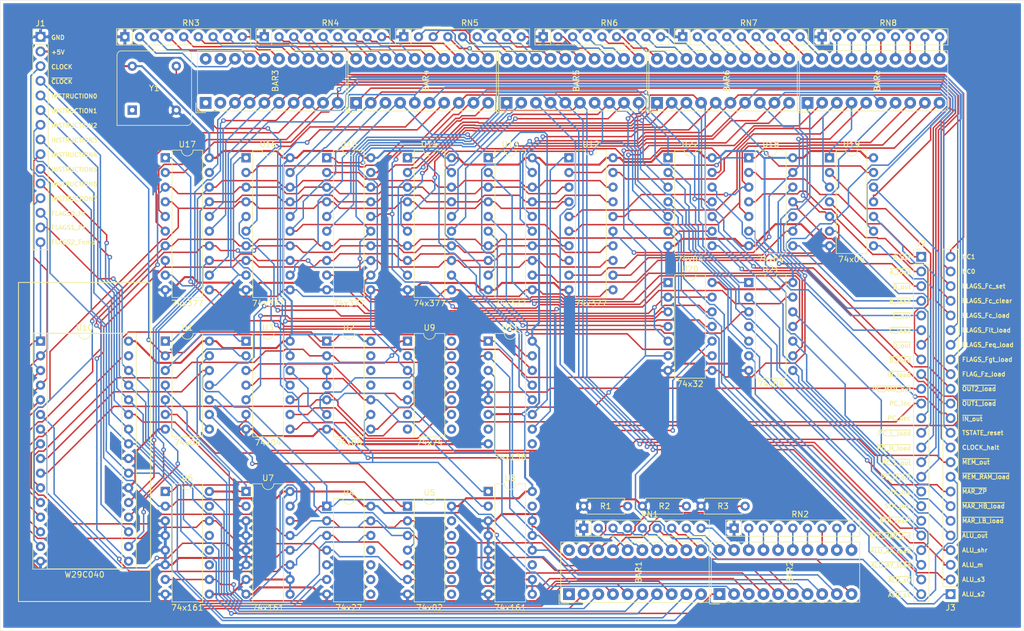
<source format=kicad_pcb>
(kicad_pcb (version 20171130) (host pcbnew 5.0.2+dfsg1-1)
  (layers (0 F.Cu signal) (31 B.Cu signal) (34 B.Paste user hide) (35 F.Paste user hide) (36 B.SilkS user hide) (37 F.SilkS user) (38 B.Mask user hide) (39 F.Mask user hide) (44 Edge.Cuts user))
  (net 0 "")
  (net 1 "Net-(BAR1-Pad20)")
  (net 2 "Net-(BAR1-Pad19)")
  (net 3 "Net-(BAR1-Pad18)")
  (net 4 "Net-(BAR1-Pad17)")
  (net 5 INSTRUCTION3)
  (net 6 INSTRUCTION2)
  (net 7 "Net-(BAR1-Pad11)")
  (net 8 "Net-(BAR1-Pad12)")
  (net 9 INSTRUCTION4)
  (net 10 INSTRUCTION5)
  (net 11 INSTRUCTION6)
  (net 12 INSTRUCTION7)
  (net 13 "Net-(BAR1-Pad16)")
  (net 14 "Net-(BAR1-Pad15)")
  (net 15 "Net-(BAR1-Pad14)")
  (net 16 "Net-(BAR1-Pad13)")
  (net 17 FLAGS0_Fc)
  (net 18 FLAGS1_Fz)
  (net 19 FLAGS2_Fcmp)
  (net 20 "Net-(BAR1-Pad1)")
  (net 21 "Net-(BAR2-Pad20)")
  (net 22 "Net-(BAR2-Pad19)")
  (net 23 "Net-(BAR2-Pad18)")
  (net 24 "Net-(BAR2-Pad17)")
  (net 25 BANK1)
  (net 26 BANK0)
  (net 27 "Net-(BAR2-Pad11)")
  (net 28 "Net-(BAR2-Pad12)")
  (net 29 BANK2)
  (net 30 TSTATE0)
  (net 31 TSTATE1)
  (net 32 TSTATE2)
  (net 33 "Net-(BAR2-Pad16)")
  (net 34 "Net-(BAR2-Pad15)")
  (net 35 "Net-(BAR2-Pad14)")
  (net 36 "Net-(BAR2-Pad13)")
  (net 37 TSTATE3)
  (net 38 TSTATE4)
  (net 39 INSTRUCTION0)
  (net 40 INSTRUCTION1)
  (net 41 "Net-(BAR3-Pad20)")
  (net 42 "Net-(BAR3-Pad19)")
  (net 43 "Net-(BAR3-Pad18)")
  (net 44 "Net-(BAR3-Pad17)")
  (net 45 FLAGS_Feq_load)
  (net 46 FLAGS_Fgt_load)
  (net 47 "Net-(BAR3-Pad11)")
  (net 48 "Net-(BAR3-Pad12)")
  (net 49 FLAGS_Flt_load)
  (net 50 FLAGS_Fc_load)
  (net 51 FLAGS_Fc_clear)
  (net 52 FLAGS_Fc_set)
  (net 53 "Net-(BAR3-Pad16)")
  (net 54 "Net-(BAR3-Pad15)")
  (net 55 "Net-(BAR3-Pad14)")
  (net 56 "Net-(BAR3-Pad13)")
  (net 57 NC0)
  (net 58 NC1)
  (net 59 "Net-(BAR3-Pad2)")
  (net 60 "Net-(BAR3-Pad1)")
  (net 61 "Net-(BAR4-Pad20)")
  (net 62 "Net-(BAR4-Pad19)")
  (net 63 "Net-(BAR4-Pad18)")
  (net 64 "Net-(BAR4-Pad17)")
  (net 65 MAR_ZP)
  (net 66 MAR_HB_load)
  (net 67 "Net-(BAR4-Pad11)")
  (net 68 "Net-(BAR4-Pad12)")
  (net 69 MEM_RAM_load)
  (net 70 MEM_out_LED)
  (net 71 CLOCK_halt)
  (net 72 TSTATE_reset)
  (net 73 "Net-(BAR4-Pad16)")
  (net 74 "Net-(BAR4-Pad15)")
  (net 75 "Net-(BAR4-Pad14)")
  (net 76 "Net-(BAR4-Pad13)")
  (net 77 IN_out)
  (net 78 OUT1_load)
  (net 79 OUT2_load)
  (net 80 FLAGS_Fz_load)
  (net 81 "Net-(BAR5-Pad20)")
  (net 82 "Net-(BAR5-Pad19)")
  (net 83 "Net-(BAR5-Pad18)")
  (net 84 "Net-(BAR5-Pad17)")
  (net 85 ALU_AY_load)
  (net 86 ALU_AX_load)
  (net 87 "Net-(BAR5-Pad11)")
  (net 88 "Net-(BAR5-Pad12)")
  (net 89 ALU_s0)
  (net 90 ALU_s1)
  (net 91 ALU_s2)
  (net 92 ALU_s3)
  (net 93 "Net-(BAR5-Pad16)")
  (net 94 "Net-(BAR5-Pad15)")
  (net 95 "Net-(BAR5-Pad14)")
  (net 96 "Net-(BAR5-Pad13)")
  (net 97 ALU_m)
  (net 98 ALU_shr)
  (net 99 ALU_out)
  (net 100 MAR_LB_load)
  (net 101 "Net-(BAR6-Pad20)")
  (net 102 "Net-(BAR6-Pad19)")
  (net 103 "Net-(BAR6-Pad18)")
  (net 104 "Net-(BAR6-Pad17)")
  (net 105 PC_dec)
  (net 106 PC_inc_LED)
  (net 107 "Net-(BAR6-Pad11)")
  (net 108 "Net-(BAR6-Pad12)")
  (net 109 PC_L_load)
  (net 110 PC_H_load)
  (net 111 PC_L_out)
  (net 112 PC_H_out)
  (net 113 "Net-(BAR6-Pad16)")
  (net 114 "Net-(BAR6-Pad15)")
  (net 115 "Net-(BAR6-Pad14)")
  (net 116 "Net-(BAR6-Pad13)")
  (net 117 STK_inc)
  (net 118 STK_dec)
  (net 119 STK_reset)
  (net 120 STK_MAR_out)
  (net 121 "Net-(BAR7-Pad20)")
  (net 122 "Net-(BAR7-Pad19)")
  (net 123 "Net-(BAR7-Pad18)")
  (net 124 "Net-(BAR7-Pad17)")
  (net 125 A_load)
  (net 126 A_out)
  (net 127 "Net-(BAR7-Pad11)")
  (net 128 "Net-(BAR7-Pad12)")
  (net 129 B_out)
  (net 130 B_load)
  (net 131 C_out)
  (net 132 C_load)
  (net 133 "Net-(BAR7-Pad16)")
  (net 134 "Net-(BAR7-Pad15)")
  (net 135 "Net-(BAR7-Pad14)")
  (net 136 "Net-(BAR7-Pad13)")
  (net 137 D_out)
  (net 138 D_load)
  (net 139 IR_load_LED)
  (net 140 PC_MAR_out_LED)
  (net 141 ~CLOCK)
  (net 142 CLOCK)
  (net 143 +5V)
  (net 144 GND)
  (net 145 ~ALU_AY_load)
  (net 146 ~ALU_AX_load)
  (net 147 ~STK_MAR_out)
  (net 148 ~STK_reset)
  (net 149 ~PC_H_out)
  (net 150 ~PC_L_out)
  (net 151 ~PC_H_load)
  (net 152 ~PC_L_load)
  (net 153 PC_inc)
  (net 154 ~PC_MAR_out)
  (net 155 ~IR_load)
  (net 156 ~D_load)
  (net 157 ~D_out)
  (net 158 ~C_load)
  (net 159 ~C_out)
  (net 160 ~B_load)
  (net 161 ~B_out)
  (net 162 ~A_load)
  (net 163 ~A_out)
  (net 164 ~OUT2_load)
  (net 165 ~OUT1_load)
  (net 166 ~IN_out)
  (net 167 ~MEM_out)
  (net 168 ~MEM_RAM_load)
  (net 169 ~MAR_ZP)
  (net 170 ~MAR_HB_load)
  (net 171 ~MAR_LB_load)
  (net 172 ~ALU_out)
  (net 173 "Net-(U1-Pad13)")
  (net 174 TSTATE=0)
  (net 175 "Net-(U1-Pad5)")
  (net 176 TSTATE=1)
  (net 177 "Net-(U1-Pad4)")
  (net 178 "Net-(U1-Pad10)")
  (net 179 "Net-(U1-Pad3)")
  (net 180 "Net-(U1-Pad9)")
  (net 181 "Net-(U2-Pad6)")
  (net 182 "Net-(U2-Pad3)")
  (net 183 "Net-(U2-Pad10)")
  (net 184 CLOCK_INTERNAL)
  (net 185 "Net-(U12-Pad11)")
  (net 186 LOAD_DONE)
  (net 187 "Net-(U3-Pad2)")
  (net 188 "Net-(U6-Pad15)")
  (net 189 "Net-(U6-Pad10)")
  (net 190 "Net-(U6-Pad13)")
  (net 191 "Net-(U6-Pad12)")
  (net 192 "Net-(U6-Pad11)")
  (net 193 "Net-(U8-Pad15)")
  (net 194 "Net-(U8-Pad11)")
  (net 195 "Net-(U9-Pad6)")
  (net 196 "Net-(U9-Pad4)")
  (net 197 DATA2)
  (net 198 DATA1)
  (net 199 DATA0)
  (net 200 DATA7)
  (net 201 DATA6)
  (net 202 DATA5)
  (net 203 DATA4)
  (net 204 DATA3)
  (net 205 EN5)
  (net 206 "Net-(U11-Pad7)")
  (net 207 EN4)
  (net 208 EN3)
  (net 209 EN2)
  (net 210 EN1)
  (net 211 EN0)
  (net 212 "Net-(U11-Pad9)")
  (net 213 PC_inc_)
  (net 214 PC_MAR_out)
  (net 215 IR_load)
  (net 216 MEM_out)
  (module Package_DIP:DIP-14_W7.62mm (layer F.Cu) (at 149.86 53.975)
    (fp_text reference U18 (at 3.81 -2.33) (layer F.SilkS))
    (fp_text value 74x04 (at 3.81 17.57) (layer F.SilkS))
    (pad 14 thru_hole oval (at 7.62 0) (size 1.6 1.6) (drill 0.8) (layers *.Cu *.Mask) (net 143 +5V))
    (pad 7 thru_hole oval (at 0 15.24) (size 1.6 1.6) (drill 0.8) (layers *.Cu *.Mask) (net 144 GND))
    (pad 13 thru_hole oval (at 7.62 2.54) (size 1.6 1.6) (drill 0.8) (layers *.Cu *.Mask) (net 132 C_load))
    (pad 6 thru_hole oval (at 0 12.7) (size 1.6 1.6) (drill 0.8) (layers *.Cu *.Mask) (net 161 ~B_out))
    (pad 12 thru_hole oval (at 7.62 5.08) (size 1.6 1.6) (drill 0.8) (layers *.Cu *.Mask) (net 158 ~C_load))
    (pad 5 thru_hole oval (at 0 10.16) (size 1.6 1.6) (drill 0.8) (layers *.Cu *.Mask) (net 129 B_out))
    (pad 11 thru_hole oval (at 7.62 7.62) (size 1.6 1.6) (drill 0.8) (layers *.Cu *.Mask) (net 131 C_out))
    (pad 4 thru_hole oval (at 0 7.62) (size 1.6 1.6) (drill 0.8) (layers *.Cu *.Mask) (net 162 ~A_load))
    (pad 10 thru_hole oval (at 7.62 10.16) (size 1.6 1.6) (drill 0.8) (layers *.Cu *.Mask) (net 159 ~C_out))
    (pad 3 thru_hole oval (at 0 5.08) (size 1.6 1.6) (drill 0.8) (layers *.Cu *.Mask) (net 125 A_load))
    (pad 9 thru_hole oval (at 7.62 12.7) (size 1.6 1.6) (drill 0.8) (layers *.Cu *.Mask) (net 130 B_load))
    (pad 2 thru_hole oval (at 0 2.54) (size 1.6 1.6) (drill 0.8) (layers *.Cu *.Mask) (net 163 ~A_out))
    (pad 8 thru_hole oval (at 7.62 15.24) (size 1.6 1.6) (drill 0.8) (layers *.Cu *.Mask) (net 160 ~B_load))
    (pad 1 thru_hole rect (at 0 0) (size 1.6 1.6) (drill 0.8) (layers *.Cu *.Mask) (net 126 A_out))
  )
  (module 74xx-Computer-Footprints:ZIF-32_Socket (layer F.Cu) (at 27.305 85.725)
    (fp_text reference U10 (at 7.62 -2.33) (layer F.SilkS))
    (fp_text value W29C040 (at 7.62 40.43) (layer F.SilkS))
    (pad 32 thru_hole oval (at 15.24 0) (size 1.6 1.6) (drill 0.8) (layers *.Cu *.Mask) (net 143 +5V))
    (pad 16 thru_hole oval (at 0 38.1) (size 1.6 1.6) (drill 0.8) (layers *.Cu *.Mask) (net 144 GND))
    (pad 31 thru_hole oval (at 15.24 2.54) (size 1.6 1.6) (drill 0.8) (layers *.Cu *.Mask))
    (pad 15 thru_hole oval (at 0 35.56) (size 1.6 1.6) (drill 0.8) (layers *.Cu *.Mask) (net 197 DATA2))
    (pad 30 thru_hole oval (at 15.24 5.08) (size 1.6 1.6) (drill 0.8) (layers *.Cu *.Mask) (net 18 FLAGS1_Fz))
    (pad 14 thru_hole oval (at 0 33.02) (size 1.6 1.6) (drill 0.8) (layers *.Cu *.Mask) (net 198 DATA1))
    (pad 29 thru_hole oval (at 15.24 7.62) (size 1.6 1.6) (drill 0.8) (layers *.Cu *.Mask) (net 11 INSTRUCTION6))
    (pad 13 thru_hole oval (at 0 30.48) (size 1.6 1.6) (drill 0.8) (layers *.Cu *.Mask) (net 199 DATA0))
    (pad 28 thru_hole oval (at 15.24 10.16) (size 1.6 1.6) (drill 0.8) (layers *.Cu *.Mask) (net 10 INSTRUCTION5))
    (pad 12 thru_hole oval (at 0 27.94) (size 1.6 1.6) (drill 0.8) (layers *.Cu *.Mask) (net 26 BANK0))
    (pad 27 thru_hole oval (at 15.24 12.7) (size 1.6 1.6) (drill 0.8) (layers *.Cu *.Mask) (net 39 INSTRUCTION0))
    (pad 11 thru_hole oval (at 0 25.4) (size 1.6 1.6) (drill 0.8) (layers *.Cu *.Mask) (net 25 BANK1))
    (pad 26 thru_hole oval (at 15.24 15.24) (size 1.6 1.6) (drill 0.8) (layers *.Cu *.Mask) (net 40 INSTRUCTION1))
    (pad 10 thru_hole oval (at 0 22.86) (size 1.6 1.6) (drill 0.8) (layers *.Cu *.Mask) (net 29 BANK2))
    (pad 25 thru_hole oval (at 15.24 17.78) (size 1.6 1.6) (drill 0.8) (layers *.Cu *.Mask) (net 5 INSTRUCTION3))
    (pad 9 thru_hole oval (at 0 20.32) (size 1.6 1.6) (drill 0.8) (layers *.Cu *.Mask) (net 30 TSTATE0))
    (pad 24 thru_hole oval (at 15.24 20.32) (size 1.6 1.6) (drill 0.8) (layers *.Cu *.Mask) (net 144 GND))
    (pad 8 thru_hole oval (at 0 17.78) (size 1.6 1.6) (drill 0.8) (layers *.Cu *.Mask) (net 31 TSTATE1))
    (pad 23 thru_hole oval (at 15.24 22.86) (size 1.6 1.6) (drill 0.8) (layers *.Cu *.Mask) (net 6 INSTRUCTION2))
    (pad 7 thru_hole oval (at 0 15.24) (size 1.6 1.6) (drill 0.8) (layers *.Cu *.Mask) (net 32 TSTATE2))
    (pad 22 thru_hole oval (at 15.24 25.4) (size 1.6 1.6) (drill 0.8) (layers *.Cu *.Mask) (net 144 GND))
    (pad 6 thru_hole oval (at 0 12.7) (size 1.6 1.6) (drill 0.8) (layers *.Cu *.Mask) (net 37 TSTATE3))
    (pad 21 thru_hole oval (at 15.24 27.94) (size 1.6 1.6) (drill 0.8) (layers *.Cu *.Mask) (net 200 DATA7))
    (pad 5 thru_hole oval (at 0 10.16) (size 1.6 1.6) (drill 0.8) (layers *.Cu *.Mask) (net 38 TSTATE4))
    (pad 20 thru_hole oval (at 15.24 30.48) (size 1.6 1.6) (drill 0.8) (layers *.Cu *.Mask) (net 201 DATA6))
    (pad 4 thru_hole oval (at 0 7.62) (size 1.6 1.6) (drill 0.8) (layers *.Cu *.Mask) (net 9 INSTRUCTION4))
    (pad 19 thru_hole oval (at 15.24 33.02) (size 1.6 1.6) (drill 0.8) (layers *.Cu *.Mask) (net 202 DATA5))
    (pad 3 thru_hole oval (at 0 5.08) (size 1.6 1.6) (drill 0.8) (layers *.Cu *.Mask) (net 12 INSTRUCTION7))
    (pad 18 thru_hole oval (at 15.24 35.56) (size 1.6 1.6) (drill 0.8) (layers *.Cu *.Mask) (net 203 DATA4))
    (pad 2 thru_hole oval (at 0 2.54) (size 1.6 1.6) (drill 0.8) (layers *.Cu *.Mask) (net 17 FLAGS0_Fc))
    (pad 17 thru_hole oval (at 15.24 38.1) (size 1.6 1.6) (drill 0.8) (layers *.Cu *.Mask) (net 204 DATA3))
    (pad 1 thru_hole rect (at 0 0) (size 1.6 1.6) (drill 0.8) (layers *.Cu *.Mask) (net 19 FLAGS2_Fcmp))
  )
  (module 74xx-Computer-Footprints:Oscillator_DIP-8_v2 (layer F.Cu) (at 43.18 45.72)
    (fp_text reference Y1 (at 3.81 -3.81) (layer F.SilkS))
    (fp_text value "8 MHz (max. 10 MHz)")
    (pad 2 thru_hole circle (at 7.62 0) (size 1.6 1.6) (drill 0.8) (layers *.Cu *.Mask) (net 144 GND))
    (pad 3 thru_hole circle (at 7.62 -7.62) (size 1.6 1.6) (drill 0.8) (layers *.Cu *.Mask) (net 184 CLOCK_INTERNAL))
    (pad 1 thru_hole circle (at 0 -7.62) (size 1.6 1.6) (drill 0.8) (layers *.Cu *.Mask) (net 143 +5V))
    (pad 4 thru_hole rect (at 0 0) (size 1.6 1.6) (drill 0.8) (layers *.Cu *.Mask))
  )
  (module Package_DIP:DIP-14_W7.62mm (layer F.Cu) (at 135.89 53.975)
    (fp_text reference U22 (at 3.81 -2.33) (layer F.SilkS))
    (fp_text value 74x04 (at 3.81 17.57) (layer F.SilkS))
    (pad 14 thru_hole oval (at 7.62 0) (size 1.6 1.6) (drill 0.8) (layers *.Cu *.Mask) (net 143 +5V))
    (pad 7 thru_hole oval (at 0 15.24) (size 1.6 1.6) (drill 0.8) (layers *.Cu *.Mask) (net 144 GND))
    (pad 13 thru_hole oval (at 7.62 2.54) (size 1.6 1.6) (drill 0.8) (layers *.Cu *.Mask) (net 77 IN_out))
    (pad 6 thru_hole oval (at 0 12.7) (size 1.6 1.6) (drill 0.8) (layers *.Cu *.Mask) (net 168 ~MEM_RAM_load))
    (pad 12 thru_hole oval (at 7.62 5.08) (size 1.6 1.6) (drill 0.8) (layers *.Cu *.Mask) (net 166 ~IN_out))
    (pad 5 thru_hole oval (at 0 10.16) (size 1.6 1.6) (drill 0.8) (layers *.Cu *.Mask) (net 69 MEM_RAM_load))
    (pad 11 thru_hole oval (at 7.62 7.62) (size 1.6 1.6) (drill 0.8) (layers *.Cu *.Mask) (net 79 OUT2_load))
    (pad 4 thru_hole oval (at 0 7.62) (size 1.6 1.6) (drill 0.8) (layers *.Cu *.Mask) (net 147 ~STK_MAR_out))
    (pad 10 thru_hole oval (at 7.62 10.16) (size 1.6 1.6) (drill 0.8) (layers *.Cu *.Mask) (net 164 ~OUT2_load))
    (pad 3 thru_hole oval (at 0 5.08) (size 1.6 1.6) (drill 0.8) (layers *.Cu *.Mask) (net 120 STK_MAR_out))
    (pad 9 thru_hole oval (at 7.62 12.7) (size 1.6 1.6) (drill 0.8) (layers *.Cu *.Mask) (net 78 OUT1_load))
    (pad 2 thru_hole oval (at 0 2.54) (size 1.6 1.6) (drill 0.8) (layers *.Cu *.Mask) (net 169 ~MAR_ZP))
    (pad 8 thru_hole oval (at 7.62 15.24) (size 1.6 1.6) (drill 0.8) (layers *.Cu *.Mask) (net 165 ~OUT1_load))
    (pad 1 thru_hole rect (at 0 0) (size 1.6 1.6) (drill 0.8) (layers *.Cu *.Mask) (net 65 MAR_ZP))
  )
  (module Package_DIP:DIP-14_W7.62mm (layer F.Cu) (at 149.86 75.565)
    (fp_text reference U21 (at 3.81 -2.33) (layer F.SilkS))
    (fp_text value 74x04 (at 3.81 17.57) (layer F.SilkS))
    (pad 14 thru_hole oval (at 7.62 0) (size 1.6 1.6) (drill 0.8) (layers *.Cu *.Mask) (net 143 +5V))
    (pad 7 thru_hole oval (at 0 15.24) (size 1.6 1.6) (drill 0.8) (layers *.Cu *.Mask) (net 144 GND))
    (pad 13 thru_hole oval (at 7.62 2.54) (size 1.6 1.6) (drill 0.8) (layers *.Cu *.Mask) (net 66 MAR_HB_load))
    (pad 6 thru_hole oval (at 0 12.7) (size 1.6 1.6) (drill 0.8) (layers *.Cu *.Mask) (net 145 ~ALU_AY_load))
    (pad 12 thru_hole oval (at 7.62 5.08) (size 1.6 1.6) (drill 0.8) (layers *.Cu *.Mask) (net 170 ~MAR_HB_load))
    (pad 5 thru_hole oval (at 0 10.16) (size 1.6 1.6) (drill 0.8) (layers *.Cu *.Mask) (net 85 ALU_AY_load))
    (pad 11 thru_hole oval (at 7.62 7.62) (size 1.6 1.6) (drill 0.8) (layers *.Cu *.Mask) (net 100 MAR_LB_load))
    (pad 4 thru_hole oval (at 0 7.62) (size 1.6 1.6) (drill 0.8) (layers *.Cu *.Mask) (net 146 ~ALU_AX_load))
    (pad 10 thru_hole oval (at 7.62 10.16) (size 1.6 1.6) (drill 0.8) (layers *.Cu *.Mask) (net 171 ~MAR_LB_load))
    (pad 3 thru_hole oval (at 0 5.08) (size 1.6 1.6) (drill 0.8) (layers *.Cu *.Mask) (net 86 ALU_AX_load))
    (pad 9 thru_hole oval (at 7.62 12.7) (size 1.6 1.6) (drill 0.8) (layers *.Cu *.Mask) (net 99 ALU_out))
    (pad 2 thru_hole oval (at 0 2.54) (size 1.6 1.6) (drill 0.8) (layers *.Cu *.Mask) (net 148 ~STK_reset))
    (pad 8 thru_hole oval (at 7.62 15.24) (size 1.6 1.6) (drill 0.8) (layers *.Cu *.Mask) (net 172 ~ALU_out))
    (pad 1 thru_hole rect (at 0 0) (size 1.6 1.6) (drill 0.8) (layers *.Cu *.Mask) (net 119 STK_reset))
  )
  (module Package_DIP:DIP-14_W7.62mm (layer F.Cu) (at 135.89 75.565)
    (fp_text reference U20 (at 3.81 -2.33) (layer F.SilkS))
    (fp_text value 74x32 (at 3.81 17.57) (layer F.SilkS))
    (pad 14 thru_hole oval (at 7.62 0) (size 1.6 1.6) (drill 0.8) (layers *.Cu *.Mask) (net 143 +5V))
    (pad 7 thru_hole oval (at 0 15.24) (size 1.6 1.6) (drill 0.8) (layers *.Cu *.Mask) (net 144 GND))
    (pad 13 thru_hole oval (at 7.62 2.54) (size 1.6 1.6) (drill 0.8) (layers *.Cu *.Mask) (net 176 TSTATE=1))
    (pad 6 thru_hole oval (at 0 12.7) (size 1.6 1.6) (drill 0.8) (layers *.Cu *.Mask) (net 106 PC_inc_LED))
    (pad 12 thru_hole oval (at 7.62 5.08) (size 1.6 1.6) (drill 0.8) (layers *.Cu *.Mask) (net 216 MEM_out))
    (pad 5 thru_hole oval (at 0 10.16) (size 1.6 1.6) (drill 0.8) (layers *.Cu *.Mask) (net 176 TSTATE=1))
    (pad 11 thru_hole oval (at 7.62 7.62) (size 1.6 1.6) (drill 0.8) (layers *.Cu *.Mask) (net 70 MEM_out_LED))
    (pad 4 thru_hole oval (at 0 7.62) (size 1.6 1.6) (drill 0.8) (layers *.Cu *.Mask) (net 213 PC_inc_))
    (pad 10 thru_hole oval (at 7.62 10.16) (size 1.6 1.6) (drill 0.8) (layers *.Cu *.Mask) (net 174 TSTATE=0))
    (pad 3 thru_hole oval (at 0 5.08) (size 1.6 1.6) (drill 0.8) (layers *.Cu *.Mask) (net 139 IR_load_LED))
    (pad 9 thru_hole oval (at 7.62 12.7) (size 1.6 1.6) (drill 0.8) (layers *.Cu *.Mask) (net 214 PC_MAR_out))
    (pad 2 thru_hole oval (at 0 2.54) (size 1.6 1.6) (drill 0.8) (layers *.Cu *.Mask) (net 176 TSTATE=1))
    (pad 8 thru_hole oval (at 7.62 15.24) (size 1.6 1.6) (drill 0.8) (layers *.Cu *.Mask) (net 140 PC_MAR_out_LED))
    (pad 1 thru_hole rect (at 0 0) (size 1.6 1.6) (drill 0.8) (layers *.Cu *.Mask) (net 215 IR_load))
  )
  (module Package_DIP:DIP-14_W7.62mm (layer F.Cu) (at 163.83 53.975)
    (fp_text reference U19 (at 3.81 -2.33) (layer F.SilkS))
    (fp_text value 74x04 (at 3.81 17.57) (layer F.SilkS))
    (pad 14 thru_hole oval (at 7.62 0) (size 1.6 1.6) (drill 0.8) (layers *.Cu *.Mask) (net 143 +5V))
    (pad 7 thru_hole oval (at 0 15.24) (size 1.6 1.6) (drill 0.8) (layers *.Cu *.Mask) (net 144 GND))
    (pad 13 thru_hole oval (at 7.62 2.54) (size 1.6 1.6) (drill 0.8) (layers *.Cu *.Mask) (net 112 PC_H_out))
    (pad 6 thru_hole oval (at 0 12.7) (size 1.6 1.6) (drill 0.8) (layers *.Cu *.Mask) (net 152 ~PC_L_load))
    (pad 12 thru_hole oval (at 7.62 5.08) (size 1.6 1.6) (drill 0.8) (layers *.Cu *.Mask) (net 149 ~PC_H_out))
    (pad 5 thru_hole oval (at 0 10.16) (size 1.6 1.6) (drill 0.8) (layers *.Cu *.Mask) (net 109 PC_L_load))
    (pad 11 thru_hole oval (at 7.62 7.62) (size 1.6 1.6) (drill 0.8) (layers *.Cu *.Mask) (net 111 PC_L_out))
    (pad 4 thru_hole oval (at 0 7.62) (size 1.6 1.6) (drill 0.8) (layers *.Cu *.Mask) (net 156 ~D_load))
    (pad 10 thru_hole oval (at 7.62 10.16) (size 1.6 1.6) (drill 0.8) (layers *.Cu *.Mask) (net 150 ~PC_L_out))
    (pad 3 thru_hole oval (at 0 5.08) (size 1.6 1.6) (drill 0.8) (layers *.Cu *.Mask) (net 138 D_load))
    (pad 9 thru_hole oval (at 7.62 12.7) (size 1.6 1.6) (drill 0.8) (layers *.Cu *.Mask) (net 110 PC_H_load))
    (pad 2 thru_hole oval (at 0 2.54) (size 1.6 1.6) (drill 0.8) (layers *.Cu *.Mask) (net 157 ~D_out))
    (pad 8 thru_hole oval (at 7.62 15.24) (size 1.6 1.6) (drill 0.8) (layers *.Cu *.Mask) (net 151 ~PC_H_load))
    (pad 1 thru_hole rect (at 0 0) (size 1.6 1.6) (drill 0.8) (layers *.Cu *.Mask) (net 137 D_out))
  )
  (module Package_DIP:DIP-20_W7.62mm (layer F.Cu) (at 48.895 53.975)
    (fp_text reference U17 (at 3.81 -2.33) (layer F.SilkS))
    (fp_text value 74x377 (at 3.81 25.19) (layer F.SilkS))
    (pad 20 thru_hole oval (at 7.62 0) (size 1.6 1.6) (drill 0.8) (layers *.Cu *.Mask) (net 143 +5V))
    (pad 10 thru_hole oval (at 0 22.86) (size 1.6 1.6) (drill 0.8) (layers *.Cu *.Mask) (net 144 GND))
    (pad 19 thru_hole oval (at 7.62 2.54) (size 1.6 1.6) (drill 0.8) (layers *.Cu *.Mask) (net 58 NC1))
    (pad 9 thru_hole oval (at 0 20.32) (size 1.6 1.6) (drill 0.8) (layers *.Cu *.Mask) (net 50 FLAGS_Fc_load))
    (pad 18 thru_hole oval (at 7.62 5.08) (size 1.6 1.6) (drill 0.8) (layers *.Cu *.Mask) (net 200 DATA7))
    (pad 8 thru_hole oval (at 0 17.78) (size 1.6 1.6) (drill 0.8) (layers *.Cu *.Mask) (net 204 DATA3))
    (pad 17 thru_hole oval (at 7.62 7.62) (size 1.6 1.6) (drill 0.8) (layers *.Cu *.Mask) (net 201 DATA6))
    (pad 7 thru_hole oval (at 0 15.24) (size 1.6 1.6) (drill 0.8) (layers *.Cu *.Mask) (net 197 DATA2))
    (pad 16 thru_hole oval (at 7.62 10.16) (size 1.6 1.6) (drill 0.8) (layers *.Cu *.Mask) (net 57 NC0))
    (pad 6 thru_hole oval (at 0 12.7) (size 1.6 1.6) (drill 0.8) (layers *.Cu *.Mask) (net 49 FLAGS_Flt_load))
    (pad 15 thru_hole oval (at 7.62 12.7) (size 1.6 1.6) (drill 0.8) (layers *.Cu *.Mask) (net 52 FLAGS_Fc_set))
    (pad 5 thru_hole oval (at 0 10.16) (size 1.6 1.6) (drill 0.8) (layers *.Cu *.Mask) (net 45 FLAGS_Feq_load))
    (pad 14 thru_hole oval (at 7.62 15.24) (size 1.6 1.6) (drill 0.8) (layers *.Cu *.Mask) (net 202 DATA5))
    (pad 4 thru_hole oval (at 0 7.62) (size 1.6 1.6) (drill 0.8) (layers *.Cu *.Mask) (net 198 DATA1))
    (pad 13 thru_hole oval (at 7.62 17.78) (size 1.6 1.6) (drill 0.8) (layers *.Cu *.Mask) (net 203 DATA4))
    (pad 3 thru_hole oval (at 0 5.08) (size 1.6 1.6) (drill 0.8) (layers *.Cu *.Mask) (net 199 DATA0))
    (pad 12 thru_hole oval (at 7.62 20.32) (size 1.6 1.6) (drill 0.8) (layers *.Cu *.Mask) (net 51 FLAGS_Fc_clear))
    (pad 2 thru_hole oval (at 0 2.54) (size 1.6 1.6) (drill 0.8) (layers *.Cu *.Mask) (net 46 FLAGS_Fgt_load))
    (pad 11 thru_hole oval (at 7.62 22.86) (size 1.6 1.6) (drill 0.8) (layers *.Cu *.Mask) (net 185 "Net-(U12-Pad11)"))
    (pad 1 thru_hole rect (at 0 0) (size 1.6 1.6) (drill 0.8) (layers *.Cu *.Mask) (net 205 EN5))
  )
  (module Package_DIP:DIP-20_W7.62mm (layer F.Cu) (at 62.865 53.975)
    (fp_text reference U16 (at 3.81 -2.33) (layer F.SilkS))
    (fp_text value 74x377 (at 3.81 25.19) (layer F.SilkS))
    (pad 20 thru_hole oval (at 7.62 0) (size 1.6 1.6) (drill 0.8) (layers *.Cu *.Mask) (net 143 +5V))
    (pad 10 thru_hole oval (at 0 22.86) (size 1.6 1.6) (drill 0.8) (layers *.Cu *.Mask) (net 144 GND))
    (pad 19 thru_hole oval (at 7.62 2.54) (size 1.6 1.6) (drill 0.8) (layers *.Cu *.Mask) (net 80 FLAGS_Fz_load))
    (pad 9 thru_hole oval (at 0 20.32) (size 1.6 1.6) (drill 0.8) (layers *.Cu *.Mask) (net 72 TSTATE_reset))
    (pad 18 thru_hole oval (at 7.62 5.08) (size 1.6 1.6) (drill 0.8) (layers *.Cu *.Mask) (net 200 DATA7))
    (pad 8 thru_hole oval (at 0 17.78) (size 1.6 1.6) (drill 0.8) (layers *.Cu *.Mask) (net 204 DATA3))
    (pad 17 thru_hole oval (at 7.62 7.62) (size 1.6 1.6) (drill 0.8) (layers *.Cu *.Mask) (net 201 DATA6))
    (pad 7 thru_hole oval (at 0 15.24) (size 1.6 1.6) (drill 0.8) (layers *.Cu *.Mask) (net 197 DATA2))
    (pad 16 thru_hole oval (at 7.62 10.16) (size 1.6 1.6) (drill 0.8) (layers *.Cu *.Mask) (net 79 OUT2_load))
    (pad 6 thru_hole oval (at 0 12.7) (size 1.6 1.6) (drill 0.8) (layers *.Cu *.Mask) (net 71 CLOCK_halt))
    (pad 15 thru_hole oval (at 7.62 12.7) (size 1.6 1.6) (drill 0.8) (layers *.Cu *.Mask) (net 78 OUT1_load))
    (pad 5 thru_hole oval (at 0 10.16) (size 1.6 1.6) (drill 0.8) (layers *.Cu *.Mask) (net 216 MEM_out))
    (pad 14 thru_hole oval (at 7.62 15.24) (size 1.6 1.6) (drill 0.8) (layers *.Cu *.Mask) (net 202 DATA5))
    (pad 4 thru_hole oval (at 0 7.62) (size 1.6 1.6) (drill 0.8) (layers *.Cu *.Mask) (net 198 DATA1))
    (pad 13 thru_hole oval (at 7.62 17.78) (size 1.6 1.6) (drill 0.8) (layers *.Cu *.Mask) (net 203 DATA4))
    (pad 3 thru_hole oval (at 0 5.08) (size 1.6 1.6) (drill 0.8) (layers *.Cu *.Mask) (net 199 DATA0))
    (pad 12 thru_hole oval (at 7.62 20.32) (size 1.6 1.6) (drill 0.8) (layers *.Cu *.Mask) (net 77 IN_out))
    (pad 2 thru_hole oval (at 0 2.54) (size 1.6 1.6) (drill 0.8) (layers *.Cu *.Mask) (net 69 MEM_RAM_load))
    (pad 11 thru_hole oval (at 7.62 22.86) (size 1.6 1.6) (drill 0.8) (layers *.Cu *.Mask) (net 185 "Net-(U12-Pad11)"))
    (pad 1 thru_hole rect (at 0 0) (size 1.6 1.6) (drill 0.8) (layers *.Cu *.Mask) (net 207 EN4))
  )
  (module Package_DIP:DIP-20_W7.62mm (layer F.Cu) (at 76.835 53.975)
    (fp_text reference U15 (at 3.81 -2.33) (layer F.SilkS))
    (fp_text value 74x377 (at 3.81 25.19) (layer F.SilkS))
    (pad 20 thru_hole oval (at 7.62 0) (size 1.6 1.6) (drill 0.8) (layers *.Cu *.Mask) (net 143 +5V))
    (pad 10 thru_hole oval (at 0 22.86) (size 1.6 1.6) (drill 0.8) (layers *.Cu *.Mask) (net 144 GND))
    (pad 19 thru_hole oval (at 7.62 2.54) (size 1.6 1.6) (drill 0.8) (layers *.Cu *.Mask) (net 65 MAR_ZP))
    (pad 9 thru_hole oval (at 0 20.32) (size 1.6 1.6) (drill 0.8) (layers *.Cu *.Mask) (net 98 ALU_shr))
    (pad 18 thru_hole oval (at 7.62 5.08) (size 1.6 1.6) (drill 0.8) (layers *.Cu *.Mask) (net 200 DATA7))
    (pad 8 thru_hole oval (at 0 17.78) (size 1.6 1.6) (drill 0.8) (layers *.Cu *.Mask) (net 204 DATA3))
    (pad 17 thru_hole oval (at 7.62 7.62) (size 1.6 1.6) (drill 0.8) (layers *.Cu *.Mask) (net 201 DATA6))
    (pad 7 thru_hole oval (at 0 15.24) (size 1.6 1.6) (drill 0.8) (layers *.Cu *.Mask) (net 197 DATA2))
    (pad 16 thru_hole oval (at 7.62 10.16) (size 1.6 1.6) (drill 0.8) (layers *.Cu *.Mask) (net 66 MAR_HB_load))
    (pad 6 thru_hole oval (at 0 12.7) (size 1.6 1.6) (drill 0.8) (layers *.Cu *.Mask) (net 97 ALU_m))
    (pad 15 thru_hole oval (at 7.62 12.7) (size 1.6 1.6) (drill 0.8) (layers *.Cu *.Mask) (net 100 MAR_LB_load))
    (pad 5 thru_hole oval (at 0 10.16) (size 1.6 1.6) (drill 0.8) (layers *.Cu *.Mask) (net 92 ALU_s3))
    (pad 14 thru_hole oval (at 7.62 15.24) (size 1.6 1.6) (drill 0.8) (layers *.Cu *.Mask) (net 202 DATA5))
    (pad 4 thru_hole oval (at 0 7.62) (size 1.6 1.6) (drill 0.8) (layers *.Cu *.Mask) (net 198 DATA1))
    (pad 13 thru_hole oval (at 7.62 17.78) (size 1.6 1.6) (drill 0.8) (layers *.Cu *.Mask) (net 203 DATA4))
    (pad 3 thru_hole oval (at 0 5.08) (size 1.6 1.6) (drill 0.8) (layers *.Cu *.Mask) (net 199 DATA0))
    (pad 12 thru_hole oval (at 7.62 20.32) (size 1.6 1.6) (drill 0.8) (layers *.Cu *.Mask) (net 99 ALU_out))
    (pad 2 thru_hole oval (at 0 2.54) (size 1.6 1.6) (drill 0.8) (layers *.Cu *.Mask) (net 91 ALU_s2))
    (pad 11 thru_hole oval (at 7.62 22.86) (size 1.6 1.6) (drill 0.8) (layers *.Cu *.Mask) (net 185 "Net-(U12-Pad11)"))
    (pad 1 thru_hole rect (at 0 0) (size 1.6 1.6) (drill 0.8) (layers *.Cu *.Mask) (net 208 EN3))
  )
  (module Package_DIP:DIP-20_W7.62mm (layer F.Cu) (at 90.805 53.975)
    (fp_text reference U14 (at 3.81 -2.33) (layer F.SilkS))
    (fp_text value 74x377 (at 3.81 25.19) (layer F.SilkS))
    (pad 20 thru_hole oval (at 7.62 0) (size 1.6 1.6) (drill 0.8) (layers *.Cu *.Mask) (net 143 +5V))
    (pad 10 thru_hole oval (at 0 22.86) (size 1.6 1.6) (drill 0.8) (layers *.Cu *.Mask) (net 144 GND))
    (pad 19 thru_hole oval (at 7.62 2.54) (size 1.6 1.6) (drill 0.8) (layers *.Cu *.Mask) (net 90 ALU_s1))
    (pad 9 thru_hole oval (at 0 20.32) (size 1.6 1.6) (drill 0.8) (layers *.Cu *.Mask) (net 120 STK_MAR_out))
    (pad 18 thru_hole oval (at 7.62 5.08) (size 1.6 1.6) (drill 0.8) (layers *.Cu *.Mask) (net 200 DATA7))
    (pad 8 thru_hole oval (at 0 17.78) (size 1.6 1.6) (drill 0.8) (layers *.Cu *.Mask) (net 204 DATA3))
    (pad 17 thru_hole oval (at 7.62 7.62) (size 1.6 1.6) (drill 0.8) (layers *.Cu *.Mask) (net 201 DATA6))
    (pad 7 thru_hole oval (at 0 15.24) (size 1.6 1.6) (drill 0.8) (layers *.Cu *.Mask) (net 197 DATA2))
    (pad 16 thru_hole oval (at 7.62 10.16) (size 1.6 1.6) (drill 0.8) (layers *.Cu *.Mask) (net 89 ALU_s0))
    (pad 6 thru_hole oval (at 0 12.7) (size 1.6 1.6) (drill 0.8) (layers *.Cu *.Mask) (net 119 STK_reset))
    (pad 15 thru_hole oval (at 7.62 12.7) (size 1.6 1.6) (drill 0.8) (layers *.Cu *.Mask) (net 85 ALU_AY_load))
    (pad 5 thru_hole oval (at 0 10.16) (size 1.6 1.6) (drill 0.8) (layers *.Cu *.Mask) (net 118 STK_dec))
    (pad 14 thru_hole oval (at 7.62 15.24) (size 1.6 1.6) (drill 0.8) (layers *.Cu *.Mask) (net 202 DATA5))
    (pad 4 thru_hole oval (at 0 7.62) (size 1.6 1.6) (drill 0.8) (layers *.Cu *.Mask) (net 198 DATA1))
    (pad 13 thru_hole oval (at 7.62 17.78) (size 1.6 1.6) (drill 0.8) (layers *.Cu *.Mask) (net 203 DATA4))
    (pad 3 thru_hole oval (at 0 5.08) (size 1.6 1.6) (drill 0.8) (layers *.Cu *.Mask) (net 199 DATA0))
    (pad 12 thru_hole oval (at 7.62 20.32) (size 1.6 1.6) (drill 0.8) (layers *.Cu *.Mask) (net 86 ALU_AX_load))
    (pad 2 thru_hole oval (at 0 2.54) (size 1.6 1.6) (drill 0.8) (layers *.Cu *.Mask) (net 117 STK_inc))
    (pad 11 thru_hole oval (at 7.62 22.86) (size 1.6 1.6) (drill 0.8) (layers *.Cu *.Mask) (net 185 "Net-(U12-Pad11)"))
    (pad 1 thru_hole rect (at 0 0) (size 1.6 1.6) (drill 0.8) (layers *.Cu *.Mask) (net 209 EN2))
  )
  (module Package_DIP:DIP-20_W7.62mm (layer F.Cu) (at 104.775 53.975)
    (fp_text reference U13 (at 3.81 -2.33) (layer F.SilkS))
    (fp_text value 74x377 (at 3.81 25.19) (layer F.SilkS))
    (pad 20 thru_hole oval (at 7.62 0) (size 1.6 1.6) (drill 0.8) (layers *.Cu *.Mask) (net 143 +5V))
    (pad 10 thru_hole oval (at 0 22.86) (size 1.6 1.6) (drill 0.8) (layers *.Cu *.Mask) (net 144 GND))
    (pad 19 thru_hole oval (at 7.62 2.54) (size 1.6 1.6) (drill 0.8) (layers *.Cu *.Mask) (net 112 PC_H_out))
    (pad 9 thru_hole oval (at 0 20.32) (size 1.6 1.6) (drill 0.8) (layers *.Cu *.Mask) (net 105 PC_dec))
    (pad 18 thru_hole oval (at 7.62 5.08) (size 1.6 1.6) (drill 0.8) (layers *.Cu *.Mask) (net 200 DATA7))
    (pad 8 thru_hole oval (at 0 17.78) (size 1.6 1.6) (drill 0.8) (layers *.Cu *.Mask) (net 204 DATA3))
    (pad 17 thru_hole oval (at 7.62 7.62) (size 1.6 1.6) (drill 0.8) (layers *.Cu *.Mask) (net 201 DATA6))
    (pad 7 thru_hole oval (at 0 15.24) (size 1.6 1.6) (drill 0.8) (layers *.Cu *.Mask) (net 197 DATA2))
    (pad 16 thru_hole oval (at 7.62 10.16) (size 1.6 1.6) (drill 0.8) (layers *.Cu *.Mask) (net 111 PC_L_out))
    (pad 6 thru_hole oval (at 0 12.7) (size 1.6 1.6) (drill 0.8) (layers *.Cu *.Mask) (net 213 PC_inc_))
    (pad 15 thru_hole oval (at 7.62 12.7) (size 1.6 1.6) (drill 0.8) (layers *.Cu *.Mask) (net 110 PC_H_load))
    (pad 5 thru_hole oval (at 0 10.16) (size 1.6 1.6) (drill 0.8) (layers *.Cu *.Mask) (net 214 PC_MAR_out))
    (pad 14 thru_hole oval (at 7.62 15.24) (size 1.6 1.6) (drill 0.8) (layers *.Cu *.Mask) (net 202 DATA5))
    (pad 4 thru_hole oval (at 0 7.62) (size 1.6 1.6) (drill 0.8) (layers *.Cu *.Mask) (net 198 DATA1))
    (pad 13 thru_hole oval (at 7.62 17.78) (size 1.6 1.6) (drill 0.8) (layers *.Cu *.Mask) (net 203 DATA4))
    (pad 3 thru_hole oval (at 0 5.08) (size 1.6 1.6) (drill 0.8) (layers *.Cu *.Mask) (net 199 DATA0))
    (pad 12 thru_hole oval (at 7.62 20.32) (size 1.6 1.6) (drill 0.8) (layers *.Cu *.Mask) (net 109 PC_L_load))
    (pad 2 thru_hole oval (at 0 2.54) (size 1.6 1.6) (drill 0.8) (layers *.Cu *.Mask) (net 215 IR_load))
    (pad 11 thru_hole oval (at 7.62 22.86) (size 1.6 1.6) (drill 0.8) (layers *.Cu *.Mask) (net 185 "Net-(U12-Pad11)"))
    (pad 1 thru_hole rect (at 0 0) (size 1.6 1.6) (drill 0.8) (layers *.Cu *.Mask) (net 210 EN1))
  )
  (module Package_DIP:DIP-20_W7.62mm (layer F.Cu) (at 118.745 53.975)
    (fp_text reference U12 (at 3.81 -2.33) (layer F.SilkS))
    (fp_text value 74x377 (at 3.81 25.19) (layer F.SilkS))
    (pad 20 thru_hole oval (at 7.62 0) (size 1.6 1.6) (drill 0.8) (layers *.Cu *.Mask) (net 143 +5V))
    (pad 10 thru_hole oval (at 0 22.86) (size 1.6 1.6) (drill 0.8) (layers *.Cu *.Mask) (net 144 GND))
    (pad 19 thru_hole oval (at 7.62 2.54) (size 1.6 1.6) (drill 0.8) (layers *.Cu *.Mask) (net 138 D_load))
    (pad 9 thru_hole oval (at 0 20.32) (size 1.6 1.6) (drill 0.8) (layers *.Cu *.Mask) (net 130 B_load))
    (pad 18 thru_hole oval (at 7.62 5.08) (size 1.6 1.6) (drill 0.8) (layers *.Cu *.Mask) (net 200 DATA7))
    (pad 8 thru_hole oval (at 0 17.78) (size 1.6 1.6) (drill 0.8) (layers *.Cu *.Mask) (net 204 DATA3))
    (pad 17 thru_hole oval (at 7.62 7.62) (size 1.6 1.6) (drill 0.8) (layers *.Cu *.Mask) (net 201 DATA6))
    (pad 7 thru_hole oval (at 0 15.24) (size 1.6 1.6) (drill 0.8) (layers *.Cu *.Mask) (net 197 DATA2))
    (pad 16 thru_hole oval (at 7.62 10.16) (size 1.6 1.6) (drill 0.8) (layers *.Cu *.Mask) (net 137 D_out))
    (pad 6 thru_hole oval (at 0 12.7) (size 1.6 1.6) (drill 0.8) (layers *.Cu *.Mask) (net 129 B_out))
    (pad 15 thru_hole oval (at 7.62 12.7) (size 1.6 1.6) (drill 0.8) (layers *.Cu *.Mask) (net 132 C_load))
    (pad 5 thru_hole oval (at 0 10.16) (size 1.6 1.6) (drill 0.8) (layers *.Cu *.Mask) (net 125 A_load))
    (pad 14 thru_hole oval (at 7.62 15.24) (size 1.6 1.6) (drill 0.8) (layers *.Cu *.Mask) (net 202 DATA5))
    (pad 4 thru_hole oval (at 0 7.62) (size 1.6 1.6) (drill 0.8) (layers *.Cu *.Mask) (net 198 DATA1))
    (pad 13 thru_hole oval (at 7.62 17.78) (size 1.6 1.6) (drill 0.8) (layers *.Cu *.Mask) (net 203 DATA4))
    (pad 3 thru_hole oval (at 0 5.08) (size 1.6 1.6) (drill 0.8) (layers *.Cu *.Mask) (net 199 DATA0))
    (pad 12 thru_hole oval (at 7.62 20.32) (size 1.6 1.6) (drill 0.8) (layers *.Cu *.Mask) (net 131 C_out))
    (pad 2 thru_hole oval (at 0 2.54) (size 1.6 1.6) (drill 0.8) (layers *.Cu *.Mask) (net 126 A_out))
    (pad 11 thru_hole oval (at 7.62 22.86) (size 1.6 1.6) (drill 0.8) (layers *.Cu *.Mask) (net 185 "Net-(U12-Pad11)"))
    (pad 1 thru_hole rect (at 0 0) (size 1.6 1.6) (drill 0.8) (layers *.Cu *.Mask) (net 211 EN0))
  )
  (module Package_DIP:DIP-16_W7.62mm (layer F.Cu) (at 104.775 85.725)
    (fp_text reference U11 (at 3.81 -2.33) (layer F.SilkS))
    (fp_text value 74x138 (at 3.81 20.11) (layer F.SilkS))
    (pad 16 thru_hole oval (at 7.62 0) (size 1.6 1.6) (drill 0.8) (layers *.Cu *.Mask) (net 143 +5V))
    (pad 8 thru_hole oval (at 0 17.78) (size 1.6 1.6) (drill 0.8) (layers *.Cu *.Mask) (net 144 GND))
    (pad 15 thru_hole oval (at 7.62 2.54) (size 1.6 1.6) (drill 0.8) (layers *.Cu *.Mask) (net 205 EN5))
    (pad 7 thru_hole oval (at 0 15.24) (size 1.6 1.6) (drill 0.8) (layers *.Cu *.Mask) (net 206 "Net-(U11-Pad7)"))
    (pad 14 thru_hole oval (at 7.62 5.08) (size 1.6 1.6) (drill 0.8) (layers *.Cu *.Mask) (net 207 EN4))
    (pad 6 thru_hole oval (at 0 12.7) (size 1.6 1.6) (drill 0.8) (layers *.Cu *.Mask) (net 143 +5V))
    (pad 13 thru_hole oval (at 7.62 7.62) (size 1.6 1.6) (drill 0.8) (layers *.Cu *.Mask) (net 208 EN3))
    (pad 5 thru_hole oval (at 0 10.16) (size 1.6 1.6) (drill 0.8) (layers *.Cu *.Mask) (net 144 GND))
    (pad 12 thru_hole oval (at 7.62 10.16) (size 1.6 1.6) (drill 0.8) (layers *.Cu *.Mask) (net 209 EN2))
    (pad 4 thru_hole oval (at 0 7.62) (size 1.6 1.6) (drill 0.8) (layers *.Cu *.Mask) (net 144 GND))
    (pad 11 thru_hole oval (at 7.62 12.7) (size 1.6 1.6) (drill 0.8) (layers *.Cu *.Mask) (net 210 EN1))
    (pad 3 thru_hole oval (at 0 5.08) (size 1.6 1.6) (drill 0.8) (layers *.Cu *.Mask) (net 29 BANK2))
    (pad 10 thru_hole oval (at 7.62 15.24) (size 1.6 1.6) (drill 0.8) (layers *.Cu *.Mask) (net 211 EN0))
    (pad 2 thru_hole oval (at 0 2.54) (size 1.6 1.6) (drill 0.8) (layers *.Cu *.Mask) (net 25 BANK1))
    (pad 9 thru_hole oval (at 7.62 17.78) (size 1.6 1.6) (drill 0.8) (layers *.Cu *.Mask) (net 212 "Net-(U11-Pad9)"))
    (pad 1 thru_hole rect (at 0 0) (size 1.6 1.6) (drill 0.8) (layers *.Cu *.Mask) (net 26 BANK0))
  )
  (module Package_DIP:DIP-14_W7.62mm (layer F.Cu) (at 90.805 85.725)
    (fp_text reference U9 (at 3.81 -2.33) (layer F.SilkS))
    (fp_text value 74x74 (at 3.81 17.57) (layer F.SilkS))
    (pad 14 thru_hole oval (at 7.62 0) (size 1.6 1.6) (drill 0.8) (layers *.Cu *.Mask))
    (pad 7 thru_hole oval (at 0 15.24) (size 1.6 1.6) (drill 0.8) (layers *.Cu *.Mask))
    (pad 13 thru_hole oval (at 7.62 2.54) (size 1.6 1.6) (drill 0.8) (layers *.Cu *.Mask))
    (pad 6 thru_hole oval (at 0 12.7) (size 1.6 1.6) (drill 0.8) (layers *.Cu *.Mask) (net 195 "Net-(U9-Pad6)"))
    (pad 12 thru_hole oval (at 7.62 5.08) (size 1.6 1.6) (drill 0.8) (layers *.Cu *.Mask))
    (pad 5 thru_hole oval (at 0 10.16) (size 1.6 1.6) (drill 0.8) (layers *.Cu *.Mask) (net 186 LOAD_DONE))
    (pad 11 thru_hole oval (at 7.62 7.62) (size 1.6 1.6) (drill 0.8) (layers *.Cu *.Mask))
    (pad 4 thru_hole oval (at 0 7.62) (size 1.6 1.6) (drill 0.8) (layers *.Cu *.Mask) (net 196 "Net-(U9-Pad4)"))
    (pad 10 thru_hole oval (at 7.62 10.16) (size 1.6 1.6) (drill 0.8) (layers *.Cu *.Mask))
    (pad 3 thru_hole oval (at 0 5.08) (size 1.6 1.6) (drill 0.8) (layers *.Cu *.Mask) (net 185 "Net-(U12-Pad11)"))
    (pad 9 thru_hole oval (at 7.62 12.7) (size 1.6 1.6) (drill 0.8) (layers *.Cu *.Mask))
    (pad 2 thru_hole oval (at 0 2.54) (size 1.6 1.6) (drill 0.8) (layers *.Cu *.Mask) (net 181 "Net-(U2-Pad6)"))
    (pad 8 thru_hole oval (at 7.62 15.24) (size 1.6 1.6) (drill 0.8) (layers *.Cu *.Mask))
    (pad 1 thru_hole rect (at 0 0) (size 1.6 1.6) (drill 0.8) (layers *.Cu *.Mask) (net 141 ~CLOCK))
  )
  (module Package_DIP:DIP-16_W7.62mm (layer F.Cu) (at 104.775 111.76)
    (fp_text reference U8 (at 3.81 -2.33) (layer F.SilkS))
    (fp_text value 74x161 (at 3.81 20.11) (layer F.SilkS))
    (pad 16 thru_hole oval (at 7.62 0) (size 1.6 1.6) (drill 0.8) (layers *.Cu *.Mask) (net 143 +5V))
    (pad 8 thru_hole oval (at 0 17.78) (size 1.6 1.6) (drill 0.8) (layers *.Cu *.Mask) (net 144 GND))
    (pad 15 thru_hole oval (at 7.62 2.54) (size 1.6 1.6) (drill 0.8) (layers *.Cu *.Mask) (net 193 "Net-(U8-Pad15)"))
    (pad 7 thru_hole oval (at 0 15.24) (size 1.6 1.6) (drill 0.8) (layers *.Cu *.Mask) (net 143 +5V))
    (pad 14 thru_hole oval (at 7.62 5.08) (size 1.6 1.6) (drill 0.8) (layers *.Cu *.Mask) (net 26 BANK0))
    (pad 6 thru_hole oval (at 0 12.7) (size 1.6 1.6) (drill 0.8) (layers *.Cu *.Mask) (net 144 GND))
    (pad 13 thru_hole oval (at 7.62 7.62) (size 1.6 1.6) (drill 0.8) (layers *.Cu *.Mask) (net 25 BANK1))
    (pad 5 thru_hole oval (at 0 10.16) (size 1.6 1.6) (drill 0.8) (layers *.Cu *.Mask) (net 144 GND))
    (pad 12 thru_hole oval (at 7.62 10.16) (size 1.6 1.6) (drill 0.8) (layers *.Cu *.Mask) (net 29 BANK2))
    (pad 4 thru_hole oval (at 0 7.62) (size 1.6 1.6) (drill 0.8) (layers *.Cu *.Mask) (net 144 GND))
    (pad 11 thru_hole oval (at 7.62 12.7) (size 1.6 1.6) (drill 0.8) (layers *.Cu *.Mask) (net 194 "Net-(U8-Pad11)"))
    (pad 3 thru_hole oval (at 0 5.08) (size 1.6 1.6) (drill 0.8) (layers *.Cu *.Mask) (net 144 GND))
    (pad 10 thru_hole oval (at 7.62 15.24) (size 1.6 1.6) (drill 0.8) (layers *.Cu *.Mask) (net 143 +5V))
    (pad 2 thru_hole oval (at 0 2.54) (size 1.6 1.6) (drill 0.8) (layers *.Cu *.Mask) (net 184 CLOCK_INTERNAL))
    (pad 9 thru_hole oval (at 7.62 17.78) (size 1.6 1.6) (drill 0.8) (layers *.Cu *.Mask) (net 143 +5V))
    (pad 1 thru_hole rect (at 0 0) (size 1.6 1.6) (drill 0.8) (layers *.Cu *.Mask) (net 183 "Net-(U2-Pad10)"))
  )
  (module Package_DIP:DIP-16_W7.62mm (layer F.Cu) (at 62.865 111.76)
    (fp_text reference U7 (at 3.81 -2.33) (layer F.SilkS))
    (fp_text value 74x161 (at 3.81 20.11) (layer F.SilkS))
    (pad 1 thru_hole rect (at 0 0) (size 1.6 1.6) (drill 0.8) (layers *.Cu *.Mask) (net 187 "Net-(U3-Pad2)"))
    (pad 9 thru_hole oval (at 7.62 17.78) (size 1.6 1.6) (drill 0.8) (layers *.Cu *.Mask) (net 143 +5V))
    (pad 2 thru_hole oval (at 0 2.54) (size 1.6 1.6) (drill 0.8) (layers *.Cu *.Mask) (net 142 CLOCK))
    (pad 10 thru_hole oval (at 7.62 15.24) (size 1.6 1.6) (drill 0.8) (layers *.Cu *.Mask) (net 143 +5V))
    (pad 3 thru_hole oval (at 0 5.08) (size 1.6 1.6) (drill 0.8) (layers *.Cu *.Mask) (net 144 GND))
    (pad 11 thru_hole oval (at 7.62 12.7) (size 1.6 1.6) (drill 0.8) (layers *.Cu *.Mask) (net 37 TSTATE3))
    (pad 4 thru_hole oval (at 0 7.62) (size 1.6 1.6) (drill 0.8) (layers *.Cu *.Mask) (net 144 GND))
    (pad 12 thru_hole oval (at 7.62 10.16) (size 1.6 1.6) (drill 0.8) (layers *.Cu *.Mask) (net 32 TSTATE2))
    (pad 5 thru_hole oval (at 0 10.16) (size 1.6 1.6) (drill 0.8) (layers *.Cu *.Mask) (net 144 GND))
    (pad 13 thru_hole oval (at 7.62 7.62) (size 1.6 1.6) (drill 0.8) (layers *.Cu *.Mask) (net 31 TSTATE1))
    (pad 6 thru_hole oval (at 0 12.7) (size 1.6 1.6) (drill 0.8) (layers *.Cu *.Mask) (net 144 GND))
    (pad 14 thru_hole oval (at 7.62 5.08) (size 1.6 1.6) (drill 0.8) (layers *.Cu *.Mask) (net 30 TSTATE0))
    (pad 7 thru_hole oval (at 0 15.24) (size 1.6 1.6) (drill 0.8) (layers *.Cu *.Mask) (net 143 +5V))
    (pad 15 thru_hole oval (at 7.62 2.54) (size 1.6 1.6) (drill 0.8) (layers *.Cu *.Mask) (net 189 "Net-(U6-Pad10)"))
    (pad 8 thru_hole oval (at 0 17.78) (size 1.6 1.6) (drill 0.8) (layers *.Cu *.Mask) (net 144 GND))
    (pad 16 thru_hole oval (at 7.62 0) (size 1.6 1.6) (drill 0.8) (layers *.Cu *.Mask) (net 143 +5V))
  )
  (module Package_DIP:DIP-16_W7.62mm (layer F.Cu) (at 48.895 111.76)
    (fp_text reference U6 (at 3.81 -2.33) (layer F.SilkS))
    (fp_text value 74x161 (at 3.81 20.11) (layer F.SilkS))
    (pad 1 thru_hole rect (at 0 0) (size 1.6 1.6) (drill 0.8) (layers *.Cu *.Mask) (net 187 "Net-(U3-Pad2)"))
    (pad 9 thru_hole oval (at 7.62 17.78) (size 1.6 1.6) (drill 0.8) (layers *.Cu *.Mask) (net 143 +5V))
    (pad 2 thru_hole oval (at 0 2.54) (size 1.6 1.6) (drill 0.8) (layers *.Cu *.Mask) (net 142 CLOCK))
    (pad 10 thru_hole oval (at 7.62 15.24) (size 1.6 1.6) (drill 0.8) (layers *.Cu *.Mask) (net 189 "Net-(U6-Pad10)"))
    (pad 3 thru_hole oval (at 0 5.08) (size 1.6 1.6) (drill 0.8) (layers *.Cu *.Mask) (net 144 GND))
    (pad 11 thru_hole oval (at 7.62 12.7) (size 1.6 1.6) (drill 0.8) (layers *.Cu *.Mask) (net 192 "Net-(U6-Pad11)"))
    (pad 4 thru_hole oval (at 0 7.62) (size 1.6 1.6) (drill 0.8) (layers *.Cu *.Mask) (net 144 GND))
    (pad 12 thru_hole oval (at 7.62 10.16) (size 1.6 1.6) (drill 0.8) (layers *.Cu *.Mask) (net 191 "Net-(U6-Pad12)"))
    (pad 5 thru_hole oval (at 0 10.16) (size 1.6 1.6) (drill 0.8) (layers *.Cu *.Mask) (net 144 GND))
    (pad 13 thru_hole oval (at 7.62 7.62) (size 1.6 1.6) (drill 0.8) (layers *.Cu *.Mask) (net 190 "Net-(U6-Pad13)"))
    (pad 6 thru_hole oval (at 0 12.7) (size 1.6 1.6) (drill 0.8) (layers *.Cu *.Mask) (net 144 GND))
    (pad 14 thru_hole oval (at 7.62 5.08) (size 1.6 1.6) (drill 0.8) (layers *.Cu *.Mask) (net 38 TSTATE4))
    (pad 7 thru_hole oval (at 0 15.24) (size 1.6 1.6) (drill 0.8) (layers *.Cu *.Mask) (net 189 "Net-(U6-Pad10)"))
    (pad 15 thru_hole oval (at 7.62 2.54) (size 1.6 1.6) (drill 0.8) (layers *.Cu *.Mask) (net 188 "Net-(U6-Pad15)"))
    (pad 8 thru_hole oval (at 0 17.78) (size 1.6 1.6) (drill 0.8) (layers *.Cu *.Mask) (net 144 GND))
    (pad 16 thru_hole oval (at 7.62 0) (size 1.6 1.6) (drill 0.8) (layers *.Cu *.Mask) (net 143 +5V))
  )
  (module Package_DIP:DIP-14_W7.62mm (layer F.Cu) (at 90.805 114.3)
    (fp_text reference U5 (at 3.81 -2.33) (layer F.SilkS))
    (fp_text value 74x02 (at 3.81 17.57) (layer F.SilkS))
    (pad 14 thru_hole oval (at 7.62 0) (size 1.6 1.6) (drill 0.8) (layers *.Cu *.Mask) (net 143 +5V))
    (pad 7 thru_hole oval (at 0 15.24) (size 1.6 1.6) (drill 0.8) (layers *.Cu *.Mask) (net 144 GND))
    (pad 13 thru_hole oval (at 7.62 2.54) (size 1.6 1.6) (drill 0.8) (layers *.Cu *.Mask))
    (pad 6 thru_hole oval (at 0 12.7) (size 1.6 1.6) (drill 0.8) (layers *.Cu *.Mask) (net 38 TSTATE4))
    (pad 12 thru_hole oval (at 7.62 5.08) (size 1.6 1.6) (drill 0.8) (layers *.Cu *.Mask))
    (pad 5 thru_hole oval (at 0 10.16) (size 1.6 1.6) (drill 0.8) (layers *.Cu *.Mask) (net 37 TSTATE3))
    (pad 11 thru_hole oval (at 7.62 7.62) (size 1.6 1.6) (drill 0.8) (layers *.Cu *.Mask))
    (pad 4 thru_hole oval (at 0 7.62) (size 1.6 1.6) (drill 0.8) (layers *.Cu *.Mask) (net 178 "Net-(U1-Pad10)"))
    (pad 10 thru_hole oval (at 7.62 10.16) (size 1.6 1.6) (drill 0.8) (layers *.Cu *.Mask))
    (pad 3 thru_hole oval (at 0 5.08) (size 1.6 1.6) (drill 0.8) (layers *.Cu *.Mask) (net 32 TSTATE2))
    (pad 9 thru_hole oval (at 7.62 12.7) (size 1.6 1.6) (drill 0.8) (layers *.Cu *.Mask))
    (pad 2 thru_hole oval (at 0 2.54) (size 1.6 1.6) (drill 0.8) (layers *.Cu *.Mask) (net 31 TSTATE1))
    (pad 8 thru_hole oval (at 7.62 15.24) (size 1.6 1.6) (drill 0.8) (layers *.Cu *.Mask))
    (pad 1 thru_hole rect (at 0 0) (size 1.6 1.6) (drill 0.8) (layers *.Cu *.Mask) (net 180 "Net-(U1-Pad9)"))
  )
  (module Package_DIP:DIP-14_W7.62mm (layer F.Cu) (at 76.835 114.3)
    (fp_text reference U4 (at 3.81 -2.33) (layer F.SilkS))
    (fp_text value 74x27 (at 3.81 17.57) (layer F.SilkS))
    (pad 14 thru_hole oval (at 7.62 0) (size 1.6 1.6) (drill 0.8) (layers *.Cu *.Mask) (net 143 +5V))
    (pad 7 thru_hole oval (at 0 15.24) (size 1.6 1.6) (drill 0.8) (layers *.Cu *.Mask) (net 144 GND))
    (pad 13 thru_hole oval (at 7.62 2.54) (size 1.6 1.6) (drill 0.8) (layers *.Cu *.Mask) (net 32 TSTATE2))
    (pad 6 thru_hole oval (at 0 12.7) (size 1.6 1.6) (drill 0.8) (layers *.Cu *.Mask) (net 175 "Net-(U1-Pad5)"))
    (pad 12 thru_hole oval (at 7.62 5.08) (size 1.6 1.6) (drill 0.8) (layers *.Cu *.Mask) (net 177 "Net-(U1-Pad4)"))
    (pad 5 thru_hole oval (at 0 10.16) (size 1.6 1.6) (drill 0.8) (layers *.Cu *.Mask) (net 144 GND))
    (pad 11 thru_hole oval (at 7.62 7.62) (size 1.6 1.6) (drill 0.8) (layers *.Cu *.Mask))
    (pad 4 thru_hole oval (at 0 7.62) (size 1.6 1.6) (drill 0.8) (layers *.Cu *.Mask) (net 38 TSTATE4))
    (pad 10 thru_hole oval (at 7.62 10.16) (size 1.6 1.6) (drill 0.8) (layers *.Cu *.Mask))
    (pad 3 thru_hole oval (at 0 5.08) (size 1.6 1.6) (drill 0.8) (layers *.Cu *.Mask) (net 37 TSTATE3))
    (pad 9 thru_hole oval (at 7.62 12.7) (size 1.6 1.6) (drill 0.8) (layers *.Cu *.Mask))
    (pad 2 thru_hole oval (at 0 2.54) (size 1.6 1.6) (drill 0.8) (layers *.Cu *.Mask) (net 31 TSTATE1))
    (pad 8 thru_hole oval (at 7.62 15.24) (size 1.6 1.6) (drill 0.8) (layers *.Cu *.Mask))
    (pad 1 thru_hole rect (at 0 0) (size 1.6 1.6) (drill 0.8) (layers *.Cu *.Mask) (net 30 TSTATE0))
  )
  (module Package_DIP:DIP-14_W7.62mm (layer F.Cu) (at 62.865 85.725)
    (fp_text reference U3 (at 3.81 -2.33) (layer F.SilkS))
    (fp_text value 74x04 (at 3.81 17.57) (layer F.SilkS))
    (pad 1 thru_hole rect (at 0 0) (size 1.6 1.6) (drill 0.8) (layers *.Cu *.Mask) (net 179 "Net-(U1-Pad3)"))
    (pad 8 thru_hole oval (at 7.62 15.24) (size 1.6 1.6) (drill 0.8) (layers *.Cu *.Mask) (net 153 PC_inc))
    (pad 2 thru_hole oval (at 0 2.54) (size 1.6 1.6) (drill 0.8) (layers *.Cu *.Mask) (net 187 "Net-(U3-Pad2)"))
    (pad 9 thru_hole oval (at 7.62 12.7) (size 1.6 1.6) (drill 0.8) (layers *.Cu *.Mask) (net 106 PC_inc_LED))
    (pad 3 thru_hole oval (at 0 5.08) (size 1.6 1.6) (drill 0.8) (layers *.Cu *.Mask) (net 186 LOAD_DONE))
    (pad 10 thru_hole oval (at 7.62 10.16) (size 1.6 1.6) (drill 0.8) (layers *.Cu *.Mask) (net 154 ~PC_MAR_out))
    (pad 4 thru_hole oval (at 0 7.62) (size 1.6 1.6) (drill 0.8) (layers *.Cu *.Mask) (net 183 "Net-(U2-Pad10)"))
    (pad 11 thru_hole oval (at 7.62 7.62) (size 1.6 1.6) (drill 0.8) (layers *.Cu *.Mask) (net 140 PC_MAR_out_LED))
    (pad 5 thru_hole oval (at 0 10.16) (size 1.6 1.6) (drill 0.8) (layers *.Cu *.Mask) (net 139 IR_load_LED))
    (pad 12 thru_hole oval (at 7.62 5.08) (size 1.6 1.6) (drill 0.8) (layers *.Cu *.Mask) (net 167 ~MEM_out))
    (pad 6 thru_hole oval (at 0 12.7) (size 1.6 1.6) (drill 0.8) (layers *.Cu *.Mask) (net 155 ~IR_load))
    (pad 13 thru_hole oval (at 7.62 2.54) (size 1.6 1.6) (drill 0.8) (layers *.Cu *.Mask) (net 70 MEM_out_LED))
    (pad 7 thru_hole oval (at 0 15.24) (size 1.6 1.6) (drill 0.8) (layers *.Cu *.Mask) (net 144 GND))
    (pad 14 thru_hole oval (at 7.62 0) (size 1.6 1.6) (drill 0.8) (layers *.Cu *.Mask) (net 143 +5V))
  )
  (module Package_DIP:DIP-14_W7.62mm (layer F.Cu) (at 76.835 85.725)
    (fp_text reference U2 (at 3.81 -2.33) (layer F.SilkS))
    (fp_text value 74x08 (at 3.81 17.57) (layer F.SilkS))
    (pad 14 thru_hole oval (at 7.62 0) (size 1.6 1.6) (drill 0.8) (layers *.Cu *.Mask) (net 143 +5V))
    (pad 7 thru_hole oval (at 0 15.24) (size 1.6 1.6) (drill 0.8) (layers *.Cu *.Mask) (net 144 GND))
    (pad 13 thru_hole oval (at 7.62 2.54) (size 1.6 1.6) (drill 0.8) (layers *.Cu *.Mask))
    (pad 6 thru_hole oval (at 0 12.7) (size 1.6 1.6) (drill 0.8) (layers *.Cu *.Mask) (net 181 "Net-(U2-Pad6)"))
    (pad 12 thru_hole oval (at 7.62 5.08) (size 1.6 1.6) (drill 0.8) (layers *.Cu *.Mask))
    (pad 5 thru_hole oval (at 0 10.16) (size 1.6 1.6) (drill 0.8) (layers *.Cu *.Mask) (net 29 BANK2))
    (pad 11 thru_hole oval (at 7.62 7.62) (size 1.6 1.6) (drill 0.8) (layers *.Cu *.Mask))
    (pad 4 thru_hole oval (at 0 7.62) (size 1.6 1.6) (drill 0.8) (layers *.Cu *.Mask) (net 182 "Net-(U2-Pad3)"))
    (pad 10 thru_hole oval (at 7.62 10.16) (size 1.6 1.6) (drill 0.8) (layers *.Cu *.Mask) (net 183 "Net-(U2-Pad10)"))
    (pad 3 thru_hole oval (at 0 5.08) (size 1.6 1.6) (drill 0.8) (layers *.Cu *.Mask) (net 182 "Net-(U2-Pad3)"))
    (pad 9 thru_hole oval (at 7.62 12.7) (size 1.6 1.6) (drill 0.8) (layers *.Cu *.Mask) (net 184 CLOCK_INTERNAL))
    (pad 2 thru_hole oval (at 0 2.54) (size 1.6 1.6) (drill 0.8) (layers *.Cu *.Mask) (net 25 BANK1))
    (pad 8 thru_hole oval (at 7.62 15.24) (size 1.6 1.6) (drill 0.8) (layers *.Cu *.Mask) (net 185 "Net-(U12-Pad11)"))
    (pad 1 thru_hole rect (at 0 0) (size 1.6 1.6) (drill 0.8) (layers *.Cu *.Mask) (net 26 BANK0))
  )
  (module Package_DIP:DIP-14_W7.62mm (layer F.Cu) (at 48.895 85.725)
    (fp_text reference U1 (at 3.81 -2.33) (layer F.SilkS))
    (fp_text value 74x08 (at 3.81 17.57) (layer F.SilkS))
    (pad 1 thru_hole rect (at 0 0) (size 1.6 1.6) (drill 0.8) (layers *.Cu *.Mask) (net 72 TSTATE_reset))
    (pad 8 thru_hole oval (at 7.62 15.24) (size 1.6 1.6) (drill 0.8) (layers *.Cu *.Mask) (net 173 "Net-(U1-Pad13)"))
    (pad 2 thru_hole oval (at 0 2.54) (size 1.6 1.6) (drill 0.8) (layers *.Cu *.Mask) (net 141 ~CLOCK))
    (pad 9 thru_hole oval (at 7.62 12.7) (size 1.6 1.6) (drill 0.8) (layers *.Cu *.Mask) (net 180 "Net-(U1-Pad9)"))
    (pad 3 thru_hole oval (at 0 5.08) (size 1.6 1.6) (drill 0.8) (layers *.Cu *.Mask) (net 179 "Net-(U1-Pad3)"))
    (pad 10 thru_hole oval (at 7.62 10.16) (size 1.6 1.6) (drill 0.8) (layers *.Cu *.Mask) (net 178 "Net-(U1-Pad10)"))
    (pad 4 thru_hole oval (at 0 7.62) (size 1.6 1.6) (drill 0.8) (layers *.Cu *.Mask) (net 177 "Net-(U1-Pad4)"))
    (pad 11 thru_hole oval (at 7.62 7.62) (size 1.6 1.6) (drill 0.8) (layers *.Cu *.Mask) (net 176 TSTATE=1))
    (pad 5 thru_hole oval (at 0 10.16) (size 1.6 1.6) (drill 0.8) (layers *.Cu *.Mask) (net 175 "Net-(U1-Pad5)"))
    (pad 12 thru_hole oval (at 7.62 5.08) (size 1.6 1.6) (drill 0.8) (layers *.Cu *.Mask) (net 30 TSTATE0))
    (pad 6 thru_hole oval (at 0 12.7) (size 1.6 1.6) (drill 0.8) (layers *.Cu *.Mask) (net 174 TSTATE=0))
    (pad 13 thru_hole oval (at 7.62 2.54) (size 1.6 1.6) (drill 0.8) (layers *.Cu *.Mask) (net 173 "Net-(U1-Pad13)"))
    (pad 7 thru_hole oval (at 0 15.24) (size 1.6 1.6) (drill 0.8) (layers *.Cu *.Mask) (net 144 GND))
    (pad 14 thru_hole oval (at 7.62 0) (size 1.6 1.6) (drill 0.8) (layers *.Cu *.Mask) (net 143 +5V))
  )
  (module Resistor_THT:R_Array_SIP9 (layer F.Cu) (at 162.56 33.02)
    (fp_text reference RN8 (at 11.43 -2.4) (layer F.SilkS))
    (fp_text value 470)
    (pad 9 thru_hole oval (at 20.32 0) (size 1.6 1.6) (drill 0.8) (layers *.Cu *.Mask) (net 127 "Net-(BAR7-Pad11)"))
    (pad 8 thru_hole oval (at 17.78 0) (size 1.6 1.6) (drill 0.8) (layers *.Cu *.Mask) (net 128 "Net-(BAR7-Pad12)"))
    (pad 7 thru_hole oval (at 15.24 0) (size 1.6 1.6) (drill 0.8) (layers *.Cu *.Mask) (net 136 "Net-(BAR7-Pad13)"))
    (pad 6 thru_hole oval (at 12.7 0) (size 1.6 1.6) (drill 0.8) (layers *.Cu *.Mask) (net 135 "Net-(BAR7-Pad14)"))
    (pad 5 thru_hole oval (at 10.16 0) (size 1.6 1.6) (drill 0.8) (layers *.Cu *.Mask) (net 134 "Net-(BAR7-Pad15)"))
    (pad 4 thru_hole oval (at 7.62 0) (size 1.6 1.6) (drill 0.8) (layers *.Cu *.Mask) (net 133 "Net-(BAR7-Pad16)"))
    (pad 3 thru_hole oval (at 5.08 0) (size 1.6 1.6) (drill 0.8) (layers *.Cu *.Mask) (net 124 "Net-(BAR7-Pad17)"))
    (pad 2 thru_hole oval (at 2.54 0) (size 1.6 1.6) (drill 0.8) (layers *.Cu *.Mask) (net 123 "Net-(BAR7-Pad18)"))
    (pad 1 thru_hole rect (at 0 0) (size 1.6 1.6) (drill 0.8) (layers *.Cu *.Mask) (net 144 GND))
  )
  (module Resistor_THT:R_Array_SIP9 (layer F.Cu) (at 138.43 33.02)
    (fp_text reference RN7 (at 11.43 -2.4) (layer F.SilkS))
    (fp_text value 470)
    (pad 9 thru_hole oval (at 20.32 0) (size 1.6 1.6) (drill 0.8) (layers *.Cu *.Mask) (net 122 "Net-(BAR7-Pad19)"))
    (pad 8 thru_hole oval (at 17.78 0) (size 1.6 1.6) (drill 0.8) (layers *.Cu *.Mask) (net 121 "Net-(BAR7-Pad20)"))
    (pad 7 thru_hole oval (at 15.24 0) (size 1.6 1.6) (drill 0.8) (layers *.Cu *.Mask) (net 107 "Net-(BAR6-Pad11)"))
    (pad 6 thru_hole oval (at 12.7 0) (size 1.6 1.6) (drill 0.8) (layers *.Cu *.Mask) (net 108 "Net-(BAR6-Pad12)"))
    (pad 5 thru_hole oval (at 10.16 0) (size 1.6 1.6) (drill 0.8) (layers *.Cu *.Mask) (net 116 "Net-(BAR6-Pad13)"))
    (pad 4 thru_hole oval (at 7.62 0) (size 1.6 1.6) (drill 0.8) (layers *.Cu *.Mask) (net 115 "Net-(BAR6-Pad14)"))
    (pad 3 thru_hole oval (at 5.08 0) (size 1.6 1.6) (drill 0.8) (layers *.Cu *.Mask) (net 114 "Net-(BAR6-Pad15)"))
    (pad 2 thru_hole oval (at 2.54 0) (size 1.6 1.6) (drill 0.8) (layers *.Cu *.Mask) (net 113 "Net-(BAR6-Pad16)"))
    (pad 1 thru_hole rect (at 0 0) (size 1.6 1.6) (drill 0.8) (layers *.Cu *.Mask) (net 144 GND))
  )
  (module Resistor_THT:R_Array_SIP9 (layer F.Cu) (at 114.3 33.02)
    (fp_text reference RN6 (at 11.43 -2.4) (layer F.SilkS))
    (fp_text value 470)
    (pad 9 thru_hole oval (at 20.32 0) (size 1.6 1.6) (drill 0.8) (layers *.Cu *.Mask) (net 104 "Net-(BAR6-Pad17)"))
    (pad 8 thru_hole oval (at 17.78 0) (size 1.6 1.6) (drill 0.8) (layers *.Cu *.Mask) (net 103 "Net-(BAR6-Pad18)"))
    (pad 7 thru_hole oval (at 15.24 0) (size 1.6 1.6) (drill 0.8) (layers *.Cu *.Mask) (net 102 "Net-(BAR6-Pad19)"))
    (pad 6 thru_hole oval (at 12.7 0) (size 1.6 1.6) (drill 0.8) (layers *.Cu *.Mask) (net 101 "Net-(BAR6-Pad20)"))
    (pad 5 thru_hole oval (at 10.16 0) (size 1.6 1.6) (drill 0.8) (layers *.Cu *.Mask) (net 87 "Net-(BAR5-Pad11)"))
    (pad 4 thru_hole oval (at 7.62 0) (size 1.6 1.6) (drill 0.8) (layers *.Cu *.Mask) (net 88 "Net-(BAR5-Pad12)"))
    (pad 3 thru_hole oval (at 5.08 0) (size 1.6 1.6) (drill 0.8) (layers *.Cu *.Mask) (net 96 "Net-(BAR5-Pad13)"))
    (pad 2 thru_hole oval (at 2.54 0) (size 1.6 1.6) (drill 0.8) (layers *.Cu *.Mask) (net 95 "Net-(BAR5-Pad14)"))
    (pad 1 thru_hole rect (at 0 0) (size 1.6 1.6) (drill 0.8) (layers *.Cu *.Mask) (net 144 GND))
  )
  (module Resistor_THT:R_Array_SIP9 (layer F.Cu) (at 90.17 33.02)
    (fp_text reference RN5 (at 11.43 -2.4) (layer F.SilkS))
    (fp_text value 470)
    (pad 9 thru_hole oval (at 20.32 0) (size 1.6 1.6) (drill 0.8) (layers *.Cu *.Mask) (net 94 "Net-(BAR5-Pad15)"))
    (pad 8 thru_hole oval (at 17.78 0) (size 1.6 1.6) (drill 0.8) (layers *.Cu *.Mask) (net 93 "Net-(BAR5-Pad16)"))
    (pad 7 thru_hole oval (at 15.24 0) (size 1.6 1.6) (drill 0.8) (layers *.Cu *.Mask) (net 84 "Net-(BAR5-Pad17)"))
    (pad 6 thru_hole oval (at 12.7 0) (size 1.6 1.6) (drill 0.8) (layers *.Cu *.Mask) (net 83 "Net-(BAR5-Pad18)"))
    (pad 5 thru_hole oval (at 10.16 0) (size 1.6 1.6) (drill 0.8) (layers *.Cu *.Mask) (net 82 "Net-(BAR5-Pad19)"))
    (pad 4 thru_hole oval (at 7.62 0) (size 1.6 1.6) (drill 0.8) (layers *.Cu *.Mask) (net 81 "Net-(BAR5-Pad20)"))
    (pad 3 thru_hole oval (at 5.08 0) (size 1.6 1.6) (drill 0.8) (layers *.Cu *.Mask) (net 67 "Net-(BAR4-Pad11)"))
    (pad 2 thru_hole oval (at 2.54 0) (size 1.6 1.6) (drill 0.8) (layers *.Cu *.Mask) (net 68 "Net-(BAR4-Pad12)"))
    (pad 1 thru_hole rect (at 0 0) (size 1.6 1.6) (drill 0.8) (layers *.Cu *.Mask) (net 144 GND))
  )
  (module Resistor_THT:R_Array_SIP9 (layer F.Cu) (at 66.04 33.02)
    (fp_text reference RN4 (at 11.43 -2.4) (layer F.SilkS))
    (fp_text value 470)
    (pad 9 thru_hole oval (at 20.32 0) (size 1.6 1.6) (drill 0.8) (layers *.Cu *.Mask) (net 76 "Net-(BAR4-Pad13)"))
    (pad 8 thru_hole oval (at 17.78 0) (size 1.6 1.6) (drill 0.8) (layers *.Cu *.Mask) (net 75 "Net-(BAR4-Pad14)"))
    (pad 7 thru_hole oval (at 15.24 0) (size 1.6 1.6) (drill 0.8) (layers *.Cu *.Mask) (net 74 "Net-(BAR4-Pad15)"))
    (pad 6 thru_hole oval (at 12.7 0) (size 1.6 1.6) (drill 0.8) (layers *.Cu *.Mask) (net 73 "Net-(BAR4-Pad16)"))
    (pad 5 thru_hole oval (at 10.16 0) (size 1.6 1.6) (drill 0.8) (layers *.Cu *.Mask) (net 64 "Net-(BAR4-Pad17)"))
    (pad 4 thru_hole oval (at 7.62 0) (size 1.6 1.6) (drill 0.8) (layers *.Cu *.Mask) (net 63 "Net-(BAR4-Pad18)"))
    (pad 3 thru_hole oval (at 5.08 0) (size 1.6 1.6) (drill 0.8) (layers *.Cu *.Mask) (net 62 "Net-(BAR4-Pad19)"))
    (pad 2 thru_hole oval (at 2.54 0) (size 1.6 1.6) (drill 0.8) (layers *.Cu *.Mask) (net 61 "Net-(BAR4-Pad20)"))
    (pad 1 thru_hole rect (at 0 0) (size 1.6 1.6) (drill 0.8) (layers *.Cu *.Mask) (net 144 GND))
  )
  (module Resistor_THT:R_Array_SIP9 (layer F.Cu) (at 41.91 33.02)
    (fp_text reference RN3 (at 11.43 -2.4) (layer F.SilkS))
    (fp_text value 470)
    (pad 9 thru_hole oval (at 20.32 0) (size 1.6 1.6) (drill 0.8) (layers *.Cu *.Mask) (net 47 "Net-(BAR3-Pad11)"))
    (pad 8 thru_hole oval (at 17.78 0) (size 1.6 1.6) (drill 0.8) (layers *.Cu *.Mask) (net 48 "Net-(BAR3-Pad12)"))
    (pad 7 thru_hole oval (at 15.24 0) (size 1.6 1.6) (drill 0.8) (layers *.Cu *.Mask) (net 56 "Net-(BAR3-Pad13)"))
    (pad 6 thru_hole oval (at 12.7 0) (size 1.6 1.6) (drill 0.8) (layers *.Cu *.Mask) (net 55 "Net-(BAR3-Pad14)"))
    (pad 5 thru_hole oval (at 10.16 0) (size 1.6 1.6) (drill 0.8) (layers *.Cu *.Mask) (net 54 "Net-(BAR3-Pad15)"))
    (pad 4 thru_hole oval (at 7.62 0) (size 1.6 1.6) (drill 0.8) (layers *.Cu *.Mask) (net 53 "Net-(BAR3-Pad16)"))
    (pad 3 thru_hole oval (at 5.08 0) (size 1.6 1.6) (drill 0.8) (layers *.Cu *.Mask) (net 44 "Net-(BAR3-Pad17)"))
    (pad 2 thru_hole oval (at 2.54 0) (size 1.6 1.6) (drill 0.8) (layers *.Cu *.Mask) (net 43 "Net-(BAR3-Pad18)"))
    (pad 1 thru_hole rect (at 0 0) (size 1.6 1.6) (drill 0.8) (layers *.Cu *.Mask) (net 144 GND))
  )
  (module Resistor_THT:R_Array_SIP9 (layer F.Cu) (at 147.32 118.11)
    (fp_text reference RN2 (at 11.43 -2.4) (layer F.SilkS))
    (fp_text value 470)
    (pad 9 thru_hole oval (at 20.32 0) (size 1.6 1.6) (drill 0.8) (layers *.Cu *.Mask) (net 27 "Net-(BAR2-Pad11)"))
    (pad 8 thru_hole oval (at 17.78 0) (size 1.6 1.6) (drill 0.8) (layers *.Cu *.Mask) (net 28 "Net-(BAR2-Pad12)"))
    (pad 7 thru_hole oval (at 15.24 0) (size 1.6 1.6) (drill 0.8) (layers *.Cu *.Mask) (net 36 "Net-(BAR2-Pad13)"))
    (pad 6 thru_hole oval (at 12.7 0) (size 1.6 1.6) (drill 0.8) (layers *.Cu *.Mask) (net 35 "Net-(BAR2-Pad14)"))
    (pad 5 thru_hole oval (at 10.16 0) (size 1.6 1.6) (drill 0.8) (layers *.Cu *.Mask) (net 34 "Net-(BAR2-Pad15)"))
    (pad 4 thru_hole oval (at 7.62 0) (size 1.6 1.6) (drill 0.8) (layers *.Cu *.Mask) (net 33 "Net-(BAR2-Pad16)"))
    (pad 3 thru_hole oval (at 5.08 0) (size 1.6 1.6) (drill 0.8) (layers *.Cu *.Mask) (net 24 "Net-(BAR2-Pad17)"))
    (pad 2 thru_hole oval (at 2.54 0) (size 1.6 1.6) (drill 0.8) (layers *.Cu *.Mask) (net 23 "Net-(BAR2-Pad18)"))
    (pad 1 thru_hole rect (at 0 0) (size 1.6 1.6) (drill 0.8) (layers *.Cu *.Mask) (net 144 GND))
  )
  (module Resistor_THT:R_Array_SIP9 (layer F.Cu) (at 121.285 118.11)
    (fp_text reference RN1 (at 11.43 -2.4) (layer F.SilkS))
    (fp_text value 470)
    (pad 9 thru_hole oval (at 20.32 0) (size 1.6 1.6) (drill 0.8) (layers *.Cu *.Mask) (net 22 "Net-(BAR2-Pad19)"))
    (pad 8 thru_hole oval (at 17.78 0) (size 1.6 1.6) (drill 0.8) (layers *.Cu *.Mask) (net 21 "Net-(BAR2-Pad20)"))
    (pad 7 thru_hole oval (at 15.24 0) (size 1.6 1.6) (drill 0.8) (layers *.Cu *.Mask) (net 7 "Net-(BAR1-Pad11)"))
    (pad 6 thru_hole oval (at 12.7 0) (size 1.6 1.6) (drill 0.8) (layers *.Cu *.Mask) (net 8 "Net-(BAR1-Pad12)"))
    (pad 5 thru_hole oval (at 10.16 0) (size 1.6 1.6) (drill 0.8) (layers *.Cu *.Mask) (net 16 "Net-(BAR1-Pad13)"))
    (pad 4 thru_hole oval (at 7.62 0) (size 1.6 1.6) (drill 0.8) (layers *.Cu *.Mask) (net 15 "Net-(BAR1-Pad14)"))
    (pad 3 thru_hole oval (at 5.08 0) (size 1.6 1.6) (drill 0.8) (layers *.Cu *.Mask) (net 14 "Net-(BAR1-Pad15)"))
    (pad 2 thru_hole oval (at 2.54 0) (size 1.6 1.6) (drill 0.8) (layers *.Cu *.Mask) (net 13 "Net-(BAR1-Pad16)"))
    (pad 1 thru_hole rect (at 0 0) (size 1.6 1.6) (drill 0.8) (layers *.Cu *.Mask) (net 144 GND))
  )
  (module Resistor_THT:R_Axial_DIN0207_L6.3mm_D2.5mm_P7.62mm_Horizontal (layer F.Cu) (at 141.605 114.3)
    (fp_text reference R3 (at 3.81 0) (layer F.SilkS))
    (fp_text value 470)
    (pad 2 thru_hole oval (at 7.62 0) (size 1.6 1.6) (drill 0.8) (layers *.Cu *.Mask) (net 4 "Net-(BAR1-Pad17)"))
    (pad 1 thru_hole circle (at 0 0) (size 1.6 1.6) (drill 0.8) (layers *.Cu *.Mask) (net 144 GND))
  )
  (module Resistor_THT:R_Axial_DIN0207_L6.3mm_D2.5mm_P7.62mm_Horizontal (layer F.Cu) (at 131.445 114.3)
    (fp_text reference R2 (at 3.81 0) (layer F.SilkS))
    (fp_text value R)
    (pad 2 thru_hole oval (at 7.62 0) (size 1.6 1.6) (drill 0.8) (layers *.Cu *.Mask) (net 3 "Net-(BAR1-Pad18)"))
    (pad 1 thru_hole circle (at 0 0) (size 1.6 1.6) (drill 0.8) (layers *.Cu *.Mask) (net 144 GND))
  )
  (module Resistor_THT:R_Axial_DIN0207_L6.3mm_D2.5mm_P7.62mm_Horizontal (layer F.Cu) (at 121.285 114.3)
    (fp_text reference R1 (at 3.81 0) (layer F.SilkS))
    (fp_text value R)
    (pad 2 thru_hole oval (at 7.62 0) (size 1.6 1.6) (drill 0.8) (layers *.Cu *.Mask) (net 2 "Net-(BAR1-Pad19)"))
    (pad 1 thru_hole circle (at 0 0) (size 1.6 1.6) (drill 0.8) (layers *.Cu *.Mask) (net 144 GND))
  )
  (module Connector_PinHeader_2.54mm:PinHeader_1x24_P2.54mm_Vertical (layer F.Cu) (at 184.785 129.54 180)
    (fp_text reference J3 (at 0 -2.33) (layer F.SilkS))
    (fp_text value Conn_01x24_Male)
    (pad 24 thru_hole oval (at 0 58.42 180) (size 1.7 1.7) (drill 1) (layers *.Cu *.Mask) (net 58 NC1))
    (pad 23 thru_hole oval (at 0 55.88 180) (size 1.7 1.7) (drill 1) (layers *.Cu *.Mask) (net 57 NC0))
    (pad 22 thru_hole oval (at 0 53.34 180) (size 1.7 1.7) (drill 1) (layers *.Cu *.Mask) (net 52 FLAGS_Fc_set))
    (pad 21 thru_hole oval (at 0 50.8 180) (size 1.7 1.7) (drill 1) (layers *.Cu *.Mask) (net 51 FLAGS_Fc_clear))
    (pad 20 thru_hole oval (at 0 48.26 180) (size 1.7 1.7) (drill 1) (layers *.Cu *.Mask) (net 50 FLAGS_Fc_load))
    (pad 19 thru_hole oval (at 0 45.72 180) (size 1.7 1.7) (drill 1) (layers *.Cu *.Mask) (net 49 FLAGS_Flt_load))
    (pad 18 thru_hole oval (at 0 43.18 180) (size 1.7 1.7) (drill 1) (layers *.Cu *.Mask) (net 45 FLAGS_Feq_load))
    (pad 17 thru_hole oval (at 0 40.64 180) (size 1.7 1.7) (drill 1) (layers *.Cu *.Mask) (net 46 FLAGS_Fgt_load))
    (pad 16 thru_hole oval (at 0 38.1 180) (size 1.7 1.7) (drill 1) (layers *.Cu *.Mask) (net 80 FLAGS_Fz_load))
    (pad 15 thru_hole oval (at 0 35.56 180) (size 1.7 1.7) (drill 1) (layers *.Cu *.Mask) (net 164 ~OUT2_load))
    (pad 14 thru_hole oval (at 0 33.02 180) (size 1.7 1.7) (drill 1) (layers *.Cu *.Mask) (net 165 ~OUT1_load))
    (pad 13 thru_hole oval (at 0 30.48 180) (size 1.7 1.7) (drill 1) (layers *.Cu *.Mask) (net 166 ~IN_out))
    (pad 12 thru_hole oval (at 0 27.94 180) (size 1.7 1.7) (drill 1) (layers *.Cu *.Mask) (net 72 TSTATE_reset))
    (pad 11 thru_hole oval (at 0 25.4 180) (size 1.7 1.7) (drill 1) (layers *.Cu *.Mask) (net 71 CLOCK_halt))
    (pad 10 thru_hole oval (at 0 22.86 180) (size 1.7 1.7) (drill 1) (layers *.Cu *.Mask) (net 167 ~MEM_out))
    (pad 9 thru_hole oval (at 0 20.32 180) (size 1.7 1.7) (drill 1) (layers *.Cu *.Mask) (net 168 ~MEM_RAM_load))
    (pad 8 thru_hole oval (at 0 17.78 180) (size 1.7 1.7) (drill 1) (layers *.Cu *.Mask) (net 169 ~MAR_ZP))
    (pad 7 thru_hole oval (at 0 15.24 180) (size 1.7 1.7) (drill 1) (layers *.Cu *.Mask) (net 170 ~MAR_HB_load))
    (pad 6 thru_hole oval (at 0 12.7 180) (size 1.7 1.7) (drill 1) (layers *.Cu *.Mask) (net 171 ~MAR_LB_load))
    (pad 5 thru_hole oval (at 0 10.16 180) (size 1.7 1.7) (drill 1) (layers *.Cu *.Mask) (net 172 ~ALU_out))
    (pad 4 thru_hole oval (at 0 7.62 180) (size 1.7 1.7) (drill 1) (layers *.Cu *.Mask) (net 98 ALU_shr))
    (pad 3 thru_hole oval (at 0 5.08 180) (size 1.7 1.7) (drill 1) (layers *.Cu *.Mask) (net 97 ALU_m))
    (pad 2 thru_hole oval (at 0 2.54 180) (size 1.7 1.7) (drill 1) (layers *.Cu *.Mask) (net 92 ALU_s3))
    (pad 1 thru_hole rect (at 0 0 180) (size 1.7 1.7) (drill 1) (layers *.Cu *.Mask) (net 91 ALU_s2))
  )
  (module Connector_PinHeader_2.54mm:PinHeader_1x24_P2.54mm_Vertical (layer F.Cu) (at 179.705 71.12)
    (fp_text reference J2 (at 0 -2.33) (layer F.SilkS))
    (fp_text value Conn_01x24_Male)
    (pad 24 thru_hole oval (at 0 58.42) (size 1.7 1.7) (drill 1) (layers *.Cu *.Mask) (net 90 ALU_s1))
    (pad 23 thru_hole oval (at 0 55.88) (size 1.7 1.7) (drill 1) (layers *.Cu *.Mask) (net 89 ALU_s0))
    (pad 22 thru_hole oval (at 0 53.34) (size 1.7 1.7) (drill 1) (layers *.Cu *.Mask) (net 145 ~ALU_AY_load))
    (pad 21 thru_hole oval (at 0 50.8) (size 1.7 1.7) (drill 1) (layers *.Cu *.Mask) (net 146 ~ALU_AX_load))
    (pad 20 thru_hole oval (at 0 48.26) (size 1.7 1.7) (drill 1) (layers *.Cu *.Mask) (net 147 ~STK_MAR_out))
    (pad 19 thru_hole oval (at 0 45.72) (size 1.7 1.7) (drill 1) (layers *.Cu *.Mask) (net 148 ~STK_reset))
    (pad 18 thru_hole oval (at 0 43.18) (size 1.7 1.7) (drill 1) (layers *.Cu *.Mask) (net 118 STK_dec))
    (pad 17 thru_hole oval (at 0 40.64) (size 1.7 1.7) (drill 1) (layers *.Cu *.Mask) (net 117 STK_inc))
    (pad 16 thru_hole oval (at 0 38.1) (size 1.7 1.7) (drill 1) (layers *.Cu *.Mask) (net 149 ~PC_H_out))
    (pad 15 thru_hole oval (at 0 35.56) (size 1.7 1.7) (drill 1) (layers *.Cu *.Mask) (net 150 ~PC_L_out))
    (pad 14 thru_hole oval (at 0 33.02) (size 1.7 1.7) (drill 1) (layers *.Cu *.Mask) (net 151 ~PC_H_load))
    (pad 13 thru_hole oval (at 0 30.48) (size 1.7 1.7) (drill 1) (layers *.Cu *.Mask) (net 152 ~PC_L_load))
    (pad 12 thru_hole oval (at 0 27.94) (size 1.7 1.7) (drill 1) (layers *.Cu *.Mask) (net 105 PC_dec))
    (pad 11 thru_hole oval (at 0 25.4) (size 1.7 1.7) (drill 1) (layers *.Cu *.Mask) (net 153 PC_inc))
    (pad 10 thru_hole oval (at 0 22.86) (size 1.7 1.7) (drill 1) (layers *.Cu *.Mask) (net 154 ~PC_MAR_out))
    (pad 9 thru_hole oval (at 0 20.32) (size 1.7 1.7) (drill 1) (layers *.Cu *.Mask) (net 155 ~IR_load))
    (pad 8 thru_hole oval (at 0 17.78) (size 1.7 1.7) (drill 1) (layers *.Cu *.Mask) (net 156 ~D_load))
    (pad 7 thru_hole oval (at 0 15.24) (size 1.7 1.7) (drill 1) (layers *.Cu *.Mask) (net 157 ~D_out))
    (pad 6 thru_hole oval (at 0 12.7) (size 1.7 1.7) (drill 1) (layers *.Cu *.Mask) (net 158 ~C_load))
    (pad 5 thru_hole oval (at 0 10.16) (size 1.7 1.7) (drill 1) (layers *.Cu *.Mask) (net 159 ~C_out))
    (pad 4 thru_hole oval (at 0 7.62) (size 1.7 1.7) (drill 1) (layers *.Cu *.Mask) (net 160 ~B_load))
    (pad 3 thru_hole oval (at 0 5.08) (size 1.7 1.7) (drill 1) (layers *.Cu *.Mask) (net 161 ~B_out))
    (pad 2 thru_hole oval (at 0 2.54) (size 1.7 1.7) (drill 1) (layers *.Cu *.Mask) (net 162 ~A_load))
    (pad 1 thru_hole rect (at 0 0) (size 1.7 1.7) (drill 1) (layers *.Cu *.Mask) (net 163 ~A_out))
  )
  (module Connector_PinHeader_2.54mm:PinHeader_1x15_P2.54mm_Vertical (layer F.Cu) (at 27.305 33.02)
    (fp_text reference J1 (at 0 -2.33) (layer F.SilkS))
    (fp_text value Conn_01x15_Male)
    (pad 15 thru_hole oval (at 0 35.56) (size 1.7 1.7) (drill 1) (layers *.Cu *.Mask) (net 19 FLAGS2_Fcmp))
    (pad 14 thru_hole oval (at 0 33.02) (size 1.7 1.7) (drill 1) (layers *.Cu *.Mask) (net 18 FLAGS1_Fz))
    (pad 13 thru_hole oval (at 0 30.48) (size 1.7 1.7) (drill 1) (layers *.Cu *.Mask) (net 17 FLAGS0_Fc))
    (pad 12 thru_hole oval (at 0 27.94) (size 1.7 1.7) (drill 1) (layers *.Cu *.Mask) (net 12 INSTRUCTION7))
    (pad 11 thru_hole oval (at 0 25.4) (size 1.7 1.7) (drill 1) (layers *.Cu *.Mask) (net 11 INSTRUCTION6))
    (pad 10 thru_hole oval (at 0 22.86) (size 1.7 1.7) (drill 1) (layers *.Cu *.Mask) (net 10 INSTRUCTION5))
    (pad 9 thru_hole oval (at 0 20.32) (size 1.7 1.7) (drill 1) (layers *.Cu *.Mask) (net 9 INSTRUCTION4))
    (pad 8 thru_hole oval (at 0 17.78) (size 1.7 1.7) (drill 1) (layers *.Cu *.Mask) (net 5 INSTRUCTION3))
    (pad 7 thru_hole oval (at 0 15.24) (size 1.7 1.7) (drill 1) (layers *.Cu *.Mask) (net 6 INSTRUCTION2))
    (pad 6 thru_hole oval (at 0 12.7) (size 1.7 1.7) (drill 1) (layers *.Cu *.Mask) (net 40 INSTRUCTION1))
    (pad 5 thru_hole oval (at 0 10.16) (size 1.7 1.7) (drill 1) (layers *.Cu *.Mask) (net 39 INSTRUCTION0))
    (pad 4 thru_hole oval (at 0 7.62) (size 1.7 1.7) (drill 1) (layers *.Cu *.Mask) (net 141 ~CLOCK))
    (pad 3 thru_hole oval (at 0 5.08) (size 1.7 1.7) (drill 1) (layers *.Cu *.Mask) (net 142 CLOCK))
    (pad 2 thru_hole oval (at 0 2.54) (size 1.7 1.7) (drill 1) (layers *.Cu *.Mask) (net 143 +5V))
    (pad 1 thru_hole rect (at 0 0) (size 1.7 1.7) (drill 1) (layers *.Cu *.Mask) (net 144 GND))
  )
  (module Display:HDSP-4830 (layer F.Cu) (at 160.02 44.45 90)
    (fp_text reference BARe (at 3.81 12.065 90) (layer F.SilkS))
    (fp_text value HDSP-4830_2)
    (pad 20 thru_hole circle (at 7.62 0) (size 2.032 2.032) (drill 0.9144) (layers *.Cu *.Mask) (net 121 "Net-(BAR7-Pad20)"))
    (pad 19 thru_hole circle (at 7.62 2.54) (size 2.032 2.032) (drill 0.9144) (layers *.Cu *.Mask) (net 122 "Net-(BAR7-Pad19)"))
    (pad 18 thru_hole circle (at 7.62 5.08) (size 2.032 2.032) (drill 0.9144) (layers *.Cu *.Mask) (net 123 "Net-(BAR7-Pad18)"))
    (pad 17 thru_hole circle (at 7.62 7.62) (size 2.032 2.032) (drill 0.9144) (layers *.Cu *.Mask) (net 124 "Net-(BAR7-Pad17)"))
    (pad 9 thru_hole circle (at 0 20.32) (size 2.032 2.032) (drill 0.9144) (layers *.Cu *.Mask) (net 125 A_load))
    (pad 10 thru_hole circle (at 0 22.86) (size 2.032 2.032) (drill 0.9144) (layers *.Cu *.Mask) (net 126 A_out))
    (pad 11 thru_hole circle (at 7.62 22.86) (size 2.032 2.032) (drill 0.9144) (layers *.Cu *.Mask) (net 127 "Net-(BAR7-Pad11)"))
    (pad 12 thru_hole circle (at 7.62 20.32) (size 2.032 2.032) (drill 0.9144) (layers *.Cu *.Mask) (net 128 "Net-(BAR7-Pad12)"))
    (pad 8 thru_hole circle (at 0 17.78) (size 2.032 2.032) (drill 0.9144) (layers *.Cu *.Mask) (net 129 B_out))
    (pad 7 thru_hole circle (at 0 15.24) (size 2.032 2.032) (drill 0.9144) (layers *.Cu *.Mask) (net 130 B_load))
    (pad 6 thru_hole circle (at 0 12.7) (size 2.032 2.032) (drill 0.9144) (layers *.Cu *.Mask) (net 131 C_out))
    (pad 5 thru_hole circle (at 0 10.16) (size 2.032 2.032) (drill 0.9144) (layers *.Cu *.Mask) (net 132 C_load))
    (pad 16 thru_hole circle (at 7.62 10.16) (size 2.032 2.032) (drill 0.9144) (layers *.Cu *.Mask) (net 133 "Net-(BAR7-Pad16)"))
    (pad 15 thru_hole circle (at 7.62 12.7) (size 2.032 2.032) (drill 0.9144) (layers *.Cu *.Mask) (net 134 "Net-(BAR7-Pad15)"))
    (pad 14 thru_hole circle (at 7.62 15.24) (size 2.032 2.032) (drill 0.9144) (layers *.Cu *.Mask) (net 135 "Net-(BAR7-Pad14)"))
    (pad 13 thru_hole circle (at 7.62 17.78) (size 2.032 2.032) (drill 0.9144) (layers *.Cu *.Mask) (net 136 "Net-(BAR7-Pad13)"))
    (pad 4 thru_hole circle (at 0 7.62) (size 2.032 2.032) (drill 0.9144) (layers *.Cu *.Mask) (net 137 D_out))
    (pad 3 thru_hole circle (at 0 5.08) (size 2.032 2.032) (drill 0.9144) (layers *.Cu *.Mask) (net 138 D_load))
    (pad 2 thru_hole circle (at 0 2.54) (size 2.032 2.032) (drill 0.9144) (layers *.Cu *.Mask) (net 139 IR_load_LED))
    (pad 1 thru_hole rect (at 0 0) (size 2.032 2.032) (drill 0.9144) (layers *.Cu *.Mask) (net 140 PC_MAR_out_LED))
  )
  (module Display:HDSP-4830 (layer F.Cu) (at 133.985 44.45 90)
    (fp_text reference BAR6 (at 3.81 12.065 90) (layer F.SilkS))
    (fp_text value HDSP-4830_2)
    (pad 20 thru_hole circle (at 7.62 0) (size 2.032 2.032) (drill 0.9144) (layers *.Cu *.Mask) (net 101 "Net-(BAR6-Pad20)"))
    (pad 19 thru_hole circle (at 7.62 2.54) (size 2.032 2.032) (drill 0.9144) (layers *.Cu *.Mask) (net 102 "Net-(BAR6-Pad19)"))
    (pad 18 thru_hole circle (at 7.62 5.08) (size 2.032 2.032) (drill 0.9144) (layers *.Cu *.Mask) (net 103 "Net-(BAR6-Pad18)"))
    (pad 17 thru_hole circle (at 7.62 7.62) (size 2.032 2.032) (drill 0.9144) (layers *.Cu *.Mask) (net 104 "Net-(BAR6-Pad17)"))
    (pad 9 thru_hole circle (at 0 20.32) (size 2.032 2.032) (drill 0.9144) (layers *.Cu *.Mask) (net 105 PC_dec))
    (pad 10 thru_hole circle (at 0 22.86) (size 2.032 2.032) (drill 0.9144) (layers *.Cu *.Mask) (net 106 PC_inc_LED))
    (pad 11 thru_hole circle (at 7.62 22.86) (size 2.032 2.032) (drill 0.9144) (layers *.Cu *.Mask) (net 107 "Net-(BAR6-Pad11)"))
    (pad 12 thru_hole circle (at 7.62 20.32) (size 2.032 2.032) (drill 0.9144) (layers *.Cu *.Mask) (net 108 "Net-(BAR6-Pad12)"))
    (pad 8 thru_hole circle (at 0 17.78) (size 2.032 2.032) (drill 0.9144) (layers *.Cu *.Mask) (net 109 PC_L_load))
    (pad 7 thru_hole circle (at 0 15.24) (size 2.032 2.032) (drill 0.9144) (layers *.Cu *.Mask) (net 110 PC_H_load))
    (pad 6 thru_hole circle (at 0 12.7) (size 2.032 2.032) (drill 0.9144) (layers *.Cu *.Mask) (net 111 PC_L_out))
    (pad 5 thru_hole circle (at 0 10.16) (size 2.032 2.032) (drill 0.9144) (layers *.Cu *.Mask) (net 112 PC_H_out))
    (pad 16 thru_hole circle (at 7.62 10.16) (size 2.032 2.032) (drill 0.9144) (layers *.Cu *.Mask) (net 113 "Net-(BAR6-Pad16)"))
    (pad 15 thru_hole circle (at 7.62 12.7) (size 2.032 2.032) (drill 0.9144) (layers *.Cu *.Mask) (net 114 "Net-(BAR6-Pad15)"))
    (pad 14 thru_hole circle (at 7.62 15.24) (size 2.032 2.032) (drill 0.9144) (layers *.Cu *.Mask) (net 115 "Net-(BAR6-Pad14)"))
    (pad 13 thru_hole circle (at 7.62 17.78) (size 2.032 2.032) (drill 0.9144) (layers *.Cu *.Mask) (net 116 "Net-(BAR6-Pad13)"))
    (pad 4 thru_hole circle (at 0 7.62) (size 2.032 2.032) (drill 0.9144) (layers *.Cu *.Mask) (net 117 STK_inc))
    (pad 3 thru_hole circle (at 0 5.08) (size 2.032 2.032) (drill 0.9144) (layers *.Cu *.Mask) (net 118 STK_dec))
    (pad 2 thru_hole circle (at 0 2.54) (size 2.032 2.032) (drill 0.9144) (layers *.Cu *.Mask) (net 119 STK_reset))
    (pad 1 thru_hole rect (at 0 0) (size 2.032 2.032) (drill 0.9144) (layers *.Cu *.Mask) (net 120 STK_MAR_out))
  )
  (module Display:HDSP-4830 (layer F.Cu) (at 107.95 44.45 90)
    (fp_text reference BAR5 (at 3.81 12.065 90) (layer F.SilkS))
    (fp_text value HDSP-4830_2)
    (pad 20 thru_hole circle (at 7.62 0) (size 2.032 2.032) (drill 0.9144) (layers *.Cu *.Mask) (net 81 "Net-(BAR5-Pad20)"))
    (pad 19 thru_hole circle (at 7.62 2.54) (size 2.032 2.032) (drill 0.9144) (layers *.Cu *.Mask) (net 82 "Net-(BAR5-Pad19)"))
    (pad 18 thru_hole circle (at 7.62 5.08) (size 2.032 2.032) (drill 0.9144) (layers *.Cu *.Mask) (net 83 "Net-(BAR5-Pad18)"))
    (pad 17 thru_hole circle (at 7.62 7.62) (size 2.032 2.032) (drill 0.9144) (layers *.Cu *.Mask) (net 84 "Net-(BAR5-Pad17)"))
    (pad 9 thru_hole circle (at 0 20.32) (size 2.032 2.032) (drill 0.9144) (layers *.Cu *.Mask) (net 85 ALU_AY_load))
    (pad 10 thru_hole circle (at 0 22.86) (size 2.032 2.032) (drill 0.9144) (layers *.Cu *.Mask) (net 86 ALU_AX_load))
    (pad 11 thru_hole circle (at 7.62 22.86) (size 2.032 2.032) (drill 0.9144) (layers *.Cu *.Mask) (net 87 "Net-(BAR5-Pad11)"))
    (pad 12 thru_hole circle (at 7.62 20.32) (size 2.032 2.032) (drill 0.9144) (layers *.Cu *.Mask) (net 88 "Net-(BAR5-Pad12)"))
    (pad 8 thru_hole circle (at 0 17.78) (size 2.032 2.032) (drill 0.9144) (layers *.Cu *.Mask) (net 89 ALU_s0))
    (pad 7 thru_hole circle (at 0 15.24) (size 2.032 2.032) (drill 0.9144) (layers *.Cu *.Mask) (net 90 ALU_s1))
    (pad 6 thru_hole circle (at 0 12.7) (size 2.032 2.032) (drill 0.9144) (layers *.Cu *.Mask) (net 91 ALU_s2))
    (pad 5 thru_hole circle (at 0 10.16) (size 2.032 2.032) (drill 0.9144) (layers *.Cu *.Mask) (net 92 ALU_s3))
    (pad 16 thru_hole circle (at 7.62 10.16) (size 2.032 2.032) (drill 0.9144) (layers *.Cu *.Mask) (net 93 "Net-(BAR5-Pad16)"))
    (pad 15 thru_hole circle (at 7.62 12.7) (size 2.032 2.032) (drill 0.9144) (layers *.Cu *.Mask) (net 94 "Net-(BAR5-Pad15)"))
    (pad 14 thru_hole circle (at 7.62 15.24) (size 2.032 2.032) (drill 0.9144) (layers *.Cu *.Mask) (net 95 "Net-(BAR5-Pad14)"))
    (pad 13 thru_hole circle (at 7.62 17.78) (size 2.032 2.032) (drill 0.9144) (layers *.Cu *.Mask) (net 96 "Net-(BAR5-Pad13)"))
    (pad 4 thru_hole circle (at 0 7.62) (size 2.032 2.032) (drill 0.9144) (layers *.Cu *.Mask) (net 97 ALU_m))
    (pad 3 thru_hole circle (at 0 5.08) (size 2.032 2.032) (drill 0.9144) (layers *.Cu *.Mask) (net 98 ALU_shr))
    (pad 2 thru_hole circle (at 0 2.54) (size 2.032 2.032) (drill 0.9144) (layers *.Cu *.Mask) (net 99 ALU_out))
    (pad 1 thru_hole rect (at 0 0) (size 2.032 2.032) (drill 0.9144) (layers *.Cu *.Mask) (net 100 MAR_LB_load))
  )
  (module Display:HDSP-4830 (layer F.Cu) (at 81.915 44.45 90)
    (fp_text reference BAR4 (at 3.81 12.065 90) (layer F.SilkS))
    (fp_text value HDSP-4830_2)
    (pad 20 thru_hole circle (at 7.62 0) (size 2.032 2.032) (drill 0.9144) (layers *.Cu *.Mask) (net 61 "Net-(BAR4-Pad20)"))
    (pad 19 thru_hole circle (at 7.62 2.54) (size 2.032 2.032) (drill 0.9144) (layers *.Cu *.Mask) (net 62 "Net-(BAR4-Pad19)"))
    (pad 18 thru_hole circle (at 7.62 5.08) (size 2.032 2.032) (drill 0.9144) (layers *.Cu *.Mask) (net 63 "Net-(BAR4-Pad18)"))
    (pad 17 thru_hole circle (at 7.62 7.62) (size 2.032 2.032) (drill 0.9144) (layers *.Cu *.Mask) (net 64 "Net-(BAR4-Pad17)"))
    (pad 9 thru_hole circle (at 0 20.32) (size 2.032 2.032) (drill 0.9144) (layers *.Cu *.Mask) (net 65 MAR_ZP))
    (pad 10 thru_hole circle (at 0 22.86) (size 2.032 2.032) (drill 0.9144) (layers *.Cu *.Mask) (net 66 MAR_HB_load))
    (pad 11 thru_hole circle (at 7.62 22.86) (size 2.032 2.032) (drill 0.9144) (layers *.Cu *.Mask) (net 67 "Net-(BAR4-Pad11)"))
    (pad 12 thru_hole circle (at 7.62 20.32) (size 2.032 2.032) (drill 0.9144) (layers *.Cu *.Mask) (net 68 "Net-(BAR4-Pad12)"))
    (pad 8 thru_hole circle (at 0 17.78) (size 2.032 2.032) (drill 0.9144) (layers *.Cu *.Mask) (net 69 MEM_RAM_load))
    (pad 7 thru_hole circle (at 0 15.24) (size 2.032 2.032) (drill 0.9144) (layers *.Cu *.Mask) (net 70 MEM_out_LED))
    (pad 6 thru_hole circle (at 0 12.7) (size 2.032 2.032) (drill 0.9144) (layers *.Cu *.Mask) (net 71 CLOCK_halt))
    (pad 5 thru_hole circle (at 0 10.16) (size 2.032 2.032) (drill 0.9144) (layers *.Cu *.Mask) (net 72 TSTATE_reset))
    (pad 16 thru_hole circle (at 7.62 10.16) (size 2.032 2.032) (drill 0.9144) (layers *.Cu *.Mask) (net 73 "Net-(BAR4-Pad16)"))
    (pad 15 thru_hole circle (at 7.62 12.7) (size 2.032 2.032) (drill 0.9144) (layers *.Cu *.Mask) (net 74 "Net-(BAR4-Pad15)"))
    (pad 14 thru_hole circle (at 7.62 15.24) (size 2.032 2.032) (drill 0.9144) (layers *.Cu *.Mask) (net 75 "Net-(BAR4-Pad14)"))
    (pad 13 thru_hole circle (at 7.62 17.78) (size 2.032 2.032) (drill 0.9144) (layers *.Cu *.Mask) (net 76 "Net-(BAR4-Pad13)"))
    (pad 4 thru_hole circle (at 0 7.62) (size 2.032 2.032) (drill 0.9144) (layers *.Cu *.Mask) (net 77 IN_out))
    (pad 3 thru_hole circle (at 0 5.08) (size 2.032 2.032) (drill 0.9144) (layers *.Cu *.Mask) (net 78 OUT1_load))
    (pad 2 thru_hole circle (at 0 2.54) (size 2.032 2.032) (drill 0.9144) (layers *.Cu *.Mask) (net 79 OUT2_load))
    (pad 1 thru_hole rect (at 0 0) (size 2.032 2.032) (drill 0.9144) (layers *.Cu *.Mask) (net 80 FLAGS_Fz_load))
  )
  (module Display:HDSP-4830 (layer F.Cu) (at 55.88 44.45 90)
    (fp_text reference BAR3 (at 3.81 12.065 90) (layer F.SilkS))
    (fp_text value HDSP-4830_2)
    (pad 20 thru_hole circle (at 7.62 0) (size 2.032 2.032) (drill 0.9144) (layers *.Cu *.Mask) (net 41 "Net-(BAR3-Pad20)"))
    (pad 19 thru_hole circle (at 7.62 2.54) (size 2.032 2.032) (drill 0.9144) (layers *.Cu *.Mask) (net 42 "Net-(BAR3-Pad19)"))
    (pad 18 thru_hole circle (at 7.62 5.08) (size 2.032 2.032) (drill 0.9144) (layers *.Cu *.Mask) (net 43 "Net-(BAR3-Pad18)"))
    (pad 17 thru_hole circle (at 7.62 7.62) (size 2.032 2.032) (drill 0.9144) (layers *.Cu *.Mask) (net 44 "Net-(BAR3-Pad17)"))
    (pad 9 thru_hole circle (at 0 20.32) (size 2.032 2.032) (drill 0.9144) (layers *.Cu *.Mask) (net 45 FLAGS_Feq_load))
    (pad 10 thru_hole circle (at 0 22.86) (size 2.032 2.032) (drill 0.9144) (layers *.Cu *.Mask) (net 46 FLAGS_Fgt_load))
    (pad 11 thru_hole circle (at 7.62 22.86) (size 2.032 2.032) (drill 0.9144) (layers *.Cu *.Mask) (net 47 "Net-(BAR3-Pad11)"))
    (pad 12 thru_hole circle (at 7.62 20.32) (size 2.032 2.032) (drill 0.9144) (layers *.Cu *.Mask) (net 48 "Net-(BAR3-Pad12)"))
    (pad 8 thru_hole circle (at 0 17.78) (size 2.032 2.032) (drill 0.9144) (layers *.Cu *.Mask) (net 49 FLAGS_Flt_load))
    (pad 7 thru_hole circle (at 0 15.24) (size 2.032 2.032) (drill 0.9144) (layers *.Cu *.Mask) (net 50 FLAGS_Fc_load))
    (pad 6 thru_hole circle (at 0 12.7) (size 2.032 2.032) (drill 0.9144) (layers *.Cu *.Mask) (net 51 FLAGS_Fc_clear))
    (pad 5 thru_hole circle (at 0 10.16) (size 2.032 2.032) (drill 0.9144) (layers *.Cu *.Mask) (net 52 FLAGS_Fc_set))
    (pad 16 thru_hole circle (at 7.62 10.16) (size 2.032 2.032) (drill 0.9144) (layers *.Cu *.Mask) (net 53 "Net-(BAR3-Pad16)"))
    (pad 15 thru_hole circle (at 7.62 12.7) (size 2.032 2.032) (drill 0.9144) (layers *.Cu *.Mask) (net 54 "Net-(BAR3-Pad15)"))
    (pad 14 thru_hole circle (at 7.62 15.24) (size 2.032 2.032) (drill 0.9144) (layers *.Cu *.Mask) (net 55 "Net-(BAR3-Pad14)"))
    (pad 13 thru_hole circle (at 7.62 17.78) (size 2.032 2.032) (drill 0.9144) (layers *.Cu *.Mask) (net 56 "Net-(BAR3-Pad13)"))
    (pad 4 thru_hole circle (at 0 7.62) (size 2.032 2.032) (drill 0.9144) (layers *.Cu *.Mask) (net 57 NC0))
    (pad 3 thru_hole circle (at 0 5.08) (size 2.032 2.032) (drill 0.9144) (layers *.Cu *.Mask) (net 58 NC1))
    (pad 2 thru_hole circle (at 0 2.54) (size 2.032 2.032) (drill 0.9144) (layers *.Cu *.Mask) (net 59 "Net-(BAR3-Pad2)"))
    (pad 1 thru_hole rect (at 0 0) (size 2.032 2.032) (drill 0.9144) (layers *.Cu *.Mask) (net 60 "Net-(BAR3-Pad1)"))
  )
  (module Display:HDSP-4830 (layer F.Cu) (at 144.78 129.522 90)
    (fp_text reference BAR2 (at 3.792 12.192 90) (layer F.SilkS))
    (fp_text value HDSP-4830_2)
    (pad 20 thru_hole circle (at 7.62 0) (size 2.032 2.032) (drill 0.9144) (layers *.Cu *.Mask) (net 21 "Net-(BAR2-Pad20)"))
    (pad 19 thru_hole circle (at 7.62 2.54) (size 2.032 2.032) (drill 0.9144) (layers *.Cu *.Mask) (net 22 "Net-(BAR2-Pad19)"))
    (pad 18 thru_hole circle (at 7.62 5.08) (size 2.032 2.032) (drill 0.9144) (layers *.Cu *.Mask) (net 23 "Net-(BAR2-Pad18)"))
    (pad 17 thru_hole circle (at 7.62 7.62) (size 2.032 2.032) (drill 0.9144) (layers *.Cu *.Mask) (net 24 "Net-(BAR2-Pad17)"))
    (pad 9 thru_hole circle (at 0 20.32) (size 2.032 2.032) (drill 0.9144) (layers *.Cu *.Mask) (net 25 BANK1))
    (pad 10 thru_hole circle (at 0 22.86) (size 2.032 2.032) (drill 0.9144) (layers *.Cu *.Mask) (net 26 BANK0))
    (pad 11 thru_hole circle (at 7.62 22.86) (size 2.032 2.032) (drill 0.9144) (layers *.Cu *.Mask) (net 27 "Net-(BAR2-Pad11)"))
    (pad 12 thru_hole circle (at 7.62 20.32) (size 2.032 2.032) (drill 0.9144) (layers *.Cu *.Mask) (net 28 "Net-(BAR2-Pad12)"))
    (pad 8 thru_hole circle (at 0 17.78) (size 2.032 2.032) (drill 0.9144) (layers *.Cu *.Mask) (net 29 BANK2))
    (pad 7 thru_hole circle (at 0 15.24) (size 2.032 2.032) (drill 0.9144) (layers *.Cu *.Mask) (net 30 TSTATE0))
    (pad 6 thru_hole circle (at 0 12.7) (size 2.032 2.032) (drill 0.9144) (layers *.Cu *.Mask) (net 31 TSTATE1))
    (pad 5 thru_hole circle (at 0 10.16) (size 2.032 2.032) (drill 0.9144) (layers *.Cu *.Mask) (net 32 TSTATE2))
    (pad 16 thru_hole circle (at 7.62 10.16) (size 2.032 2.032) (drill 0.9144) (layers *.Cu *.Mask) (net 33 "Net-(BAR2-Pad16)"))
    (pad 15 thru_hole circle (at 7.62 12.7) (size 2.032 2.032) (drill 0.9144) (layers *.Cu *.Mask) (net 34 "Net-(BAR2-Pad15)"))
    (pad 14 thru_hole circle (at 7.62 15.24) (size 2.032 2.032) (drill 0.9144) (layers *.Cu *.Mask) (net 35 "Net-(BAR2-Pad14)"))
    (pad 13 thru_hole circle (at 7.62 17.78) (size 2.032 2.032) (drill 0.9144) (layers *.Cu *.Mask) (net 36 "Net-(BAR2-Pad13)"))
    (pad 4 thru_hole circle (at 0 7.62) (size 2.032 2.032) (drill 0.9144) (layers *.Cu *.Mask) (net 37 TSTATE3))
    (pad 3 thru_hole circle (at 0 5.08) (size 2.032 2.032) (drill 0.9144) (layers *.Cu *.Mask) (net 38 TSTATE4))
    (pad 2 thru_hole circle (at 0 2.54) (size 2.032 2.032) (drill 0.9144) (layers *.Cu *.Mask) (net 39 INSTRUCTION0))
    (pad 1 thru_hole rect (at 0 0) (size 2.032 2.032) (drill 0.9144) (layers *.Cu *.Mask) (net 40 INSTRUCTION1))
  )
  (module Display:HDSP-4830 (layer F.Cu) (at 118.745 129.54 90)
    (fp_text reference BAR1 (at 3.81 12.065 90) (layer F.SilkS))
    (fp_text value HDSP-4830_2)
    (pad 20 thru_hole circle (at 7.62 0) (size 2.032 2.032) (drill 0.9144) (layers *.Cu *.Mask) (net 1 "Net-(BAR1-Pad20)"))
    (pad 19 thru_hole circle (at 7.62 2.54) (size 2.032 2.032) (drill 0.9144) (layers *.Cu *.Mask) (net 2 "Net-(BAR1-Pad19)"))
    (pad 18 thru_hole circle (at 7.62 5.08) (size 2.032 2.032) (drill 0.9144) (layers *.Cu *.Mask) (net 3 "Net-(BAR1-Pad18)"))
    (pad 17 thru_hole circle (at 7.62 7.62) (size 2.032 2.032) (drill 0.9144) (layers *.Cu *.Mask) (net 4 "Net-(BAR1-Pad17)"))
    (pad 9 thru_hole circle (at 0 20.32) (size 2.032 2.032) (drill 0.9144) (layers *.Cu *.Mask) (net 5 INSTRUCTION3))
    (pad 10 thru_hole circle (at 0 22.86) (size 2.032 2.032) (drill 0.9144) (layers *.Cu *.Mask) (net 6 INSTRUCTION2))
    (pad 11 thru_hole circle (at 7.62 22.86) (size 2.032 2.032) (drill 0.9144) (layers *.Cu *.Mask) (net 7 "Net-(BAR1-Pad11)"))
    (pad 12 thru_hole circle (at 7.62 20.32) (size 2.032 2.032) (drill 0.9144) (layers *.Cu *.Mask) (net 8 "Net-(BAR1-Pad12)"))
    (pad 8 thru_hole circle (at 0 17.78) (size 2.032 2.032) (drill 0.9144) (layers *.Cu *.Mask) (net 9 INSTRUCTION4))
    (pad 7 thru_hole circle (at 0 15.24) (size 2.032 2.032) (drill 0.9144) (layers *.Cu *.Mask) (net 10 INSTRUCTION5))
    (pad 6 thru_hole circle (at 0 12.7) (size 2.032 2.032) (drill 0.9144) (layers *.Cu *.Mask) (net 11 INSTRUCTION6))
    (pad 5 thru_hole circle (at 0 10.16) (size 2.032 2.032) (drill 0.9144) (layers *.Cu *.Mask) (net 12 INSTRUCTION7))
    (pad 16 thru_hole circle (at 7.62 10.16) (size 2.032 2.032) (drill 0.9144) (layers *.Cu *.Mask) (net 13 "Net-(BAR1-Pad16)"))
    (pad 15 thru_hole circle (at 7.62 12.7) (size 2.032 2.032) (drill 0.9144) (layers *.Cu *.Mask) (net 14 "Net-(BAR1-Pad15)"))
    (pad 14 thru_hole circle (at 7.62 15.24) (size 2.032 2.032) (drill 0.9144) (layers *.Cu *.Mask) (net 15 "Net-(BAR1-Pad14)"))
    (pad 13 thru_hole circle (at 7.62 17.78) (size 2.032 2.032) (drill 0.9144) (layers *.Cu *.Mask) (net 16 "Net-(BAR1-Pad13)"))
    (pad 4 thru_hole circle (at 0 7.62) (size 2.032 2.032) (drill 0.9144) (layers *.Cu *.Mask) (net 17 FLAGS0_Fc))
    (pad 3 thru_hole circle (at 0 5.08) (size 2.032 2.032) (drill 0.9144) (layers *.Cu *.Mask) (net 18 FLAGS1_Fz))
    (pad 2 thru_hole circle (at 0 2.54) (size 2.032 2.032) (drill 0.9144) (layers *.Cu *.Mask) (net 19 FLAGS2_Fcmp))
    (pad 1 thru_hole rect (at 0 0) (size 2.032 2.032) (drill 0.9144) (layers *.Cu *.Mask) (net 20 "Net-(BAR1-Pad1)"))
  )
  (gr_line (start 20.955 135.89) (end 20.32 135.89) (layer Edge.Cuts) (width 0.05))
  (gr_line (start 196.85 26.67) (end 197.485 26.67) (layer Edge.Cuts) (width 0.05))
  (gr_line (start 197.485 135.89) (end 197.485 26.67) (layer Edge.Cuts) (width 0.05))
  (gr_line (start 20.32 135.89) (end 20.32 26.67) (layer Edge.Cuts) (width 0.05))
  (gr_line (start 197.485 135.89) (end 20.955 135.89) (layer Edge.Cuts) (width 0.05))
  (gr_line (start 20.32 26.67) (end 196.85 26.67) (layer Edge.Cuts) (width 0.05))
  (gr_text ~D_out (at 174.707999 86.487) (layer F.SilkS) (effects (font (size 0.75 0.75)) (justify left)))
  (gr_text PC_inc (at 174.065142 96.52) (layer F.SilkS) (effects (font (size 0.75 0.75)) (justify left)))
  (gr_text ~C_out (at 174.707999 81.407) (layer F.SilkS) (effects (font (size 0.75 0.75)) (justify left)))
  (gr_text ~B_load (at 174.065142 78.867) (layer F.SilkS) (effects (font (size 0.75 0.75)) (justify left)))
  (gr_text ~C_load (at 174.065142 83.947) (layer F.SilkS) (effects (font (size 0.75 0.75)) (justify left)))
  (gr_text ~A_load (at 174.172285 73.787) (layer F.SilkS) (effects (font (size 0.75 0.75)) (justify left)))
  (gr_text ~IR_load (at 173.707999 91.567) (layer F.SilkS) (effects (font (size 0.75 0.75)) (justify left)))
  (gr_text ~D_load (at 174.065142 89.027) (layer F.SilkS) (effects (font (size 0.75 0.75)) (justify left)))
  (gr_text PC_dec (at 173.779428 99.06) (layer F.SilkS) (effects (font (size 0.75 0.75)) (justify left)))
  (gr_text ~PC_MAR_out (at 171.136571 94.107) (layer F.SilkS) (effects (font (size 0.75 0.75)) (justify left)))
  (gr_text ~B_out (at 174.707999 76.327) (layer F.SilkS) (effects (font (size 0.75 0.75)) (justify left)))
  (gr_text ~A_out (at 174.815142 71.247) (layer F.SilkS) (effects (font (size 0.75 0.75)) (justify left)))
  (gr_text STK_inc (at 173.529428 111.887) (layer F.SilkS) (effects (font (size 0.75 0.75)) (justify left)))
  (gr_text ~ALU_s1 (at 173.886571 129.667) (layer F.SilkS) (effects (font (size 0.75 0.75)) (justify left)))
  (gr_text ~STK_reset (at 172.422285 116.84) (layer F.SilkS) (effects (font (size 0.75 0.75)) (justify left)))
  (gr_text ~ALU_s0 (at 173.886571 127.127) (layer F.SilkS) (effects (font (size 0.75 0.75)) (justify left)))
  (gr_text ~PC_H_load (at 171.957999 104.267) (layer F.SilkS) (effects (font (size 0.75 0.75)) (justify left)))
  (gr_text ~ALU_AY_load (at 170.922285 124.587) (layer F.SilkS) (effects (font (size 0.75 0.75)) (justify left)))
  (gr_text ~PC_H_out (at 172.600856 109.347) (layer F.SilkS) (effects (font (size 0.75 0.75)) (justify left)))
  (gr_text STK_dec (at 173.243713 114.3) (layer F.SilkS) (effects (font (size 0.75 0.75)) (justify left)))
  (gr_text ~STK_MAR_out (at 170.600856 119.507) (layer F.SilkS) (effects (font (size 0.75 0.75)) (justify left)))
  (gr_text ~PC_L_load (at 172.136571 101.727) (layer F.SilkS) (effects (font (size 0.75 0.75)) (justify left)))
  (gr_text ~ALU_AX_load (at 170.850856 122.047) (layer F.SilkS) (effects (font (size 0.75 0.75)) (justify left)))
  (gr_text ~PC_L_out (at 172.779428 106.807) (layer F.SilkS) (effects (font (size 0.75 0.75)) (justify left)))
  (gr_text NC1 (at 186.69 71.12) (layer F.SilkS) (effects (font (size 0.75 0.75)) (justify left)))
  (gr_text FLAGS_Fc_clear (at 186.69 78.74) (layer F.SilkS) (effects (font (size 0.75 0.75)) (justify left)))
  (gr_text NC0 (at 186.69 73.66) (layer F.SilkS) (effects (font (size 0.75 0.75)) (justify left)))
  (gr_text FLAGS_Fc_load (at 186.69 81.28) (layer F.SilkS) (effects (font (size 0.75 0.75)) (justify left)))
  (gr_text FLAGS_Fc_set (at 186.69 76.2) (layer F.SilkS) (effects (font (size 0.75 0.75)) (justify left)))
  (gr_text ~OUT1_load (at 186.69 96.52) (layer F.SilkS) (effects (font (size 0.75 0.75)) (justify left)))
  (gr_text FLAGS_Feq_load (at 186.69 86.36) (layer F.SilkS) (effects (font (size 0.75 0.75)) (justify left)))
  (gr_text ~IN_out (at 186.69 99.187) (layer F.SilkS) (effects (font (size 0.75 0.75)) (justify left)))
  (gr_text FLAG_Fz_load (at 186.69 91.44) (layer F.SilkS) (effects (font (size 0.75 0.75)) (justify left)))
  (gr_text ~OUT2_load (at 186.69 93.98) (layer F.SilkS) (effects (font (size 0.75 0.75)) (justify left)))
  (gr_text FLAGS_Flt_load (at 186.69 83.82) (layer F.SilkS) (effects (font (size 0.75 0.75)) (justify left)))
  (gr_text FLAGS_Fgt_load (at 186.69 88.9) (layer F.SilkS) (effects (font (size 0.75 0.75)) (justify left)))
  (gr_text CLOCK_halt (at 186.69 104.14) (layer F.SilkS) (effects (font (size 0.75 0.75)) (justify left)))
  (gr_text TSTATE_reset (at 186.69 101.6) (layer F.SilkS) (effects (font (size 0.75 0.75)) (justify left)))
  (gr_text ~ALU_out (at 186.69 119.38) (layer F.SilkS) (effects (font (size 0.75 0.75)) (justify left)))
  (gr_text ~MAR_ZP (at 186.69 111.76) (layer F.SilkS) (effects (font (size 0.75 0.75)) (justify left)))
  (gr_text ~MEM_out (at 186.69 106.68) (layer F.SilkS) (effects (font (size 0.75 0.75)) (justify left)))
  (gr_text ~MAR_HB_load (at 186.69 114.3) (layer F.SilkS) (effects (font (size 0.75 0.75)) (justify left)))
  (gr_text ~MAR_LB_load (at 186.69 116.84) (layer F.SilkS) (effects (font (size 0.75 0.75)) (justify left)))
  (gr_text ALU_m (at 186.69 124.46) (layer F.SilkS) (effects (font (size 0.75 0.75)) (justify left)))
  (gr_text ALU_s3 (at 186.69 127) (layer F.SilkS) (effects (font (size 0.75 0.75)) (justify left)))
  (gr_text ALU_s2 (at 186.69 129.54) (layer F.SilkS) (effects (font (size 0.75 0.75)) (justify left)))
  (gr_text ALU_shr (at 186.69 121.92) (layer F.SilkS) (effects (font (size 0.75 0.75)) (justify left)))
  (gr_text ~MEM_RAM_load (at 186.69 109.22) (layer F.SilkS) (effects (font (size 0.75 0.75)) (justify left)))
  (gr_text FLAGS2_Fcmp (at 29.083 68.58) (layer F.SilkS) (effects (font (size 0.75 0.75)) (justify left)))
  (gr_text FLAGS1_Fz (at 29.083 66.04) (layer F.SilkS) (effects (font (size 0.75 0.75)) (justify left)))
  (gr_text INSTRUCTION7 (at 29.083 61.087) (layer F.SilkS) (effects (font (size 0.75 0.75)) (justify left)))
  (gr_text +5V (at 29.083 35.687) (layer F.SilkS) (effects (font (size 0.75 0.75)) (justify left)))
  (gr_text INSTRUCTION5 (at 29.083 56.007) (layer F.SilkS) (effects (font (size 0.75 0.75)) (justify left)))
  (gr_text INSTRUCTION1 (at 29.083 45.847) (layer F.SilkS) (effects (font (size 0.75 0.75)) (justify left)))
  (gr_text ~CLOCK (at 29.083 40.767) (layer F.SilkS) (effects (font (size 0.75 0.75)) (justify left)))
  (gr_text INSTRUCTION3 (at 29.083 50.927) (layer F.SilkS) (effects (font (size 0.75 0.75)) (justify left)))
  (gr_text CLOCK (at 29.083 38.227) (layer F.SilkS) (effects (font (size 0.75 0.75)) (justify left)))
  (gr_text INSTRUCTION2 (at 29.083 48.387) (layer F.SilkS) (effects (font (size 0.75 0.75)) (justify left)))
  (gr_text INSTRUCTION4 (at 29.083 53.467) (layer F.SilkS) (effects (font (size 0.75 0.75)) (justify left)))
  (gr_text FLAGS0_Fc (at 29.083 63.627) (layer F.SilkS) (effects (font (size 0.75 0.75)) (justify left)))
  (gr_text INSTRUCTION0 (at 29.083 43.307) (layer F.SilkS) (effects (font (size 0.75 0.75)) (justify left)))
  (gr_text INSTRUCTION6 (at 29.083 58.547) (layer F.SilkS) (effects (font (size 0.75 0.75)) (justify left)))
  (gr_text GND (at 29.083 33.147) (layer F.SilkS) (effects (font (size 0.75 0.75)) (justify left)))
  (segment (start 128.905 114.3) (end 127.7797 114.3) (width 0.25) (layer F.Cu) (net 2))
  (segment (start 121.285 121.92) (end 121.687 121.92) (width 0.25) (layer F.Cu) (net 2))
  (segment (start 121.687 121.92) (end 125.095 118.512) (width 0.25) (layer F.Cu) (net 2))
  (segment (start 125.095 118.512) (end 125.095 116.9847) (width 0.25) (layer F.Cu) (net 2))
  (segment (start 125.095 116.9847) (end 127.7797 114.3) (width 0.25) (layer F.Cu) (net 2))
  (segment (start 123.825 121.92) (end 126.4778 119.2672) (width 0.25) (layer F.Cu) (net 3))
  (segment (start 126.4778 119.2672) (end 129.3839 119.2672) (width 0.25) (layer F.Cu) (net 3))
  (segment (start 129.3839 119.2672) (end 130.175 118.4761) (width 0.25) (layer F.Cu) (net 3))
  (segment (start 130.175 118.4761) (end 130.175 117.785) (width 0.25) (layer F.Cu) (net 3))
  (segment (start 130.175 117.785) (end 133.66 114.3) (width 0.25) (layer F.Cu) (net 3))
  (segment (start 133.66 114.3) (end 139.065 114.3) (width 0.25) (layer F.Cu) (net 3))
  (segment (start 126.365 121.92) (end 128.5674 119.7176) (width 0.25) (layer F.Cu) (net 4))
  (segment (start 128.5674 119.7176) (end 131.4466 119.7176) (width 0.25) (layer F.Cu) (net 4))
  (segment (start 131.4466 119.7176) (end 132.715 118.4492) (width 0.25) (layer F.Cu) (net 4))
  (segment (start 132.715 118.4492) (end 132.715 117.7169) (width 0.25) (layer F.Cu) (net 4))
  (segment (start 132.715 117.7169) (end 135.0066 115.4253) (width 0.25) (layer F.Cu) (net 4))
  (segment (start 135.0066 115.4253) (end 146.9744 115.4253) (width 0.25) (layer F.Cu) (net 4))
  (segment (start 146.9744 115.4253) (end 148.0997 114.3) (width 0.25) (layer F.Cu) (net 4))
  (segment (start 149.225 114.3) (end 148.0997 114.3) (width 0.25) (layer F.Cu) (net 4))
  (segment (start 42.545 103.505) (end 43.6703 103.505) (width 0.25) (layer B.Cu) (net 5))
  (segment (start 139.065 129.54) (end 134.961 133.644) (width 0.25) (layer B.Cu) (net 5))
  (segment (start 134.961 133.644) (end 58.9778 133.644) (width 0.25) (layer B.Cu) (net 5))
  (segment (start 58.9778 133.644) (end 50.9801 125.6463) (width 0.25) (layer B.Cu) (net 5))
  (segment (start 50.9801 125.6463) (end 50.9801 110.8148) (width 0.25) (layer B.Cu) (net 5))
  (segment (start 50.9801 110.8148) (end 43.6703 103.505) (width 0.25) (layer B.Cu) (net 5))
  (segment (start 36.5451 77.3628) (end 36.5451 60.0401) (width 0.25) (layer B.Cu) (net 5))
  (segment (start 39.1504 79.9681) (end 36.5451 77.3628) (width 0.25) (layer B.Cu) (net 5))
  (segment (start 36.5451 60.0401) (end 27.305 50.8) (width 0.25) (layer B.Cu) (net 5))
  (segment (start 39.1504 100.1104) (end 39.1504 79.9681) (width 0.25) (layer B.Cu) (net 5))
  (segment (start 42.545 103.505) (end 39.1504 100.1104) (width 0.25) (layer B.Cu) (net 5))
  (segment (start 42.545 108.585) (end 47.7906 108.585) (width 0.25) (layer B.Cu) (net 6))
  (segment (start 47.7906 108.585) (end 50.0503 110.8447) (width 0.25) (layer B.Cu) (net 6))
  (segment (start 50.0503 110.8447) (end 50.0503 125.3534) (width 0.25) (layer B.Cu) (net 6))
  (segment (start 50.0503 125.3534) (end 58.7913 134.0944) (width 0.25) (layer B.Cu) (net 6))
  (segment (start 58.7913 134.0944) (end 137.0506 134.0944) (width 0.25) (layer B.Cu) (net 6))
  (segment (start 137.0506 134.0944) (end 141.605 129.54) (width 0.25) (layer B.Cu) (net 6))
  (segment (start 36.0948 80.4413) (end 38.7001 83.0466) (width 0.25) (layer B.Cu) (net 6))
  (segment (start 26.1297 49.4353) (end 26.1297 53.9242) (width 0.25) (layer B.Cu) (net 6))
  (segment (start 26.1297 53.9242) (end 26.8155 54.61) (width 0.25) (layer B.Cu) (net 6))
  (segment (start 27.305 48.26) (end 26.1297 49.4353) (width 0.25) (layer B.Cu) (net 6))
  (segment (start 26.8155 54.61) (end 27.6974 54.61) (width 0.25) (layer B.Cu) (net 6))
  (segment (start 36.0948 63.0074) (end 36.0948 80.4413) (width 0.25) (layer B.Cu) (net 6))
  (segment (start 27.6974 54.61) (end 36.0948 63.0074) (width 0.25) (layer B.Cu) (net 6))
  (segment (start 38.67991 103.01719) (end 38.7001 102.997) (width 0.25) (layer B.Cu) (net 6))
  (segment (start 38.67991 104.71991) (end 38.67991 103.01719) (width 0.25) (layer B.Cu) (net 6))
  (segment (start 42.545 108.585) (end 38.67991 104.71991) (width 0.25) (layer B.Cu) (net 6))
  (segment (start 38.7001 83.0466) (end 38.7001 102.997) (width 0.25) (layer B.Cu) (net 6))
  (segment (start 138.920001 119.235001) (end 140.589001 120.904001) (width 0.25) (layer F.Cu) (net 7))
  (segment (start 137.650001 119.235001) (end 138.920001 119.235001) (width 0.25) (layer F.Cu) (net 7))
  (segment (start 140.589001 120.904001) (end 141.605 121.92) (width 0.25) (layer F.Cu) (net 7))
  (segment (start 136.525 118.11) (end 137.650001 119.235001) (width 0.25) (layer F.Cu) (net 7))
  (segment (start 136.380001 119.235001) (end 138.049001 120.904001) (width 0.25) (layer F.Cu) (net 8))
  (segment (start 135.110001 119.235001) (end 136.380001 119.235001) (width 0.25) (layer F.Cu) (net 8))
  (segment (start 138.049001 120.904001) (end 139.065 121.92) (width 0.25) (layer F.Cu) (net 8))
  (segment (start 133.985 118.11) (end 135.110001 119.235001) (width 0.25) (layer F.Cu) (net 8))
  (segment (start 26.1297 54.5153) (end 27.305 53.34) (width 0.25) (layer F.Cu) (net 9))
  (segment (start 28.4304 73.4749) (end 26.1297 71.1742) (width 0.25) (layer F.Cu) (net 9))
  (segment (start 26.1297 71.1742) (end 26.1297 54.5153) (width 0.25) (layer F.Cu) (net 9))
  (segment (start 28.4304 92.2196) (end 28.4304 73.4749) (width 0.25) (layer F.Cu) (net 9))
  (segment (start 27.305 93.345) (end 28.4304 92.2196) (width 0.25) (layer F.Cu) (net 9))
  (segment (start 134.2831 127.2981) (end 136.525 129.54) (width 0.25) (layer F.Cu) (net 9))
  (segment (start 27.305 93.345) (end 23.4114 97.2386) (width 0.25) (layer F.Cu) (net 9))
  (segment (start 23.4114 121.5301) (end 32.5828 130.7015) (width 0.25) (layer F.Cu) (net 9))
  (segment (start 23.4114 97.2386) (end 23.4114 121.5301) (width 0.25) (layer F.Cu) (net 9))
  (segment (start 116.4195 127.2981) (end 134.2831 127.2981) (width 0.25) (layer F.Cu) (net 9))
  (segment (start 113.0161 130.7015) (end 116.4195 127.2981) (width 0.25) (layer F.Cu) (net 9))
  (segment (start 32.5828 130.7015) (end 113.0161 130.7015) (width 0.25) (layer F.Cu) (net 9))
  (segment (start 133.985 129.54) (end 130.5785 132.9465) (width 0.25) (layer B.Cu) (net 10))
  (segment (start 130.5785 132.9465) (end 61.4722 132.9465) (width 0.25) (layer B.Cu) (net 10))
  (segment (start 61.4722 132.9465) (end 58.167 129.6413) (width 0.25) (layer B.Cu) (net 10))
  (segment (start 58.167 129.6413) (end 58.167 121.9151) (width 0.25) (layer B.Cu) (net 10))
  (segment (start 58.167 121.9151) (end 56.9019 120.65) (width 0.25) (layer B.Cu) (net 10))
  (segment (start 56.9019 120.65) (end 56.1124 120.65) (width 0.25) (layer B.Cu) (net 10))
  (segment (start 56.1124 120.65) (end 52.0417 116.5793) (width 0.25) (layer B.Cu) (net 10))
  (segment (start 52.0417 116.5793) (end 52.0417 110.2888) (width 0.25) (layer B.Cu) (net 10))
  (segment (start 52.0417 110.2888) (end 45.0678 103.3149) (width 0.25) (layer B.Cu) (net 10))
  (segment (start 45.0678 103.3149) (end 45.0678 98.4078) (width 0.25) (layer B.Cu) (net 10))
  (segment (start 45.0678 98.4078) (end 42.545 95.885) (width 0.25) (layer B.Cu) (net 10))
  (via (at 38.7532 68.7288) (size 0.8) (layers F.Cu B.Cu) (net 10))
  (segment (start 38.7532 67.3282) (end 38.7532 68.7288) (width 0.25) (layer F.Cu) (net 10))
  (segment (start 27.305 55.88) (end 38.7532 67.3282) (width 0.25) (layer F.Cu) (net 10))
  (segment (start 38.5715 68.9105) (end 38.7532 68.7288) (width 0.25) (layer B.Cu) (net 10))
  (segment (start 38.5715 75.241) (end 38.5715 68.9105) (width 0.25) (layer B.Cu) (net 10))
  (segment (start 40.5013 93.8413) (end 40.5013 77.1708) (width 0.25) (layer B.Cu) (net 10))
  (segment (start 40.5013 77.1708) (end 38.5715 75.241) (width 0.25) (layer B.Cu) (net 10))
  (segment (start 42.545 95.885) (end 40.5013 93.8413) (width 0.25) (layer B.Cu) (net 10))
  (segment (start 42.545 93.345) (end 45.5181 96.3181) (width 0.25) (layer B.Cu) (net 11))
  (segment (start 45.5181 96.3181) (end 45.5181 103.1279) (width 0.25) (layer B.Cu) (net 11))
  (segment (start 45.5181 103.1279) (end 53.6592 111.269) (width 0.25) (layer B.Cu) (net 11))
  (segment (start 53.6592 111.269) (end 53.6592 113.1123) (width 0.25) (layer B.Cu) (net 11))
  (segment (start 53.6592 113.1123) (end 56.1169 115.57) (width 0.25) (layer B.Cu) (net 11))
  (segment (start 56.1169 115.57) (end 56.8442 115.57) (width 0.25) (layer B.Cu) (net 11))
  (segment (start 56.8442 115.57) (end 58.6173 117.3431) (width 0.25) (layer B.Cu) (net 11))
  (segment (start 58.6173 117.3431) (end 58.6173 129.4547) (width 0.25) (layer B.Cu) (net 11))
  (segment (start 58.6173 129.4547) (end 61.6588 132.4962) (width 0.25) (layer B.Cu) (net 11))
  (segment (start 61.6588 132.4962) (end 128.4888 132.4962) (width 0.25) (layer B.Cu) (net 11))
  (segment (start 128.4888 132.4962) (end 131.445 129.54) (width 0.25) (layer B.Cu) (net 11))
  (via (at 39.2969 71.1831) (size 0.8) (layers F.Cu B.Cu) (net 11))
  (segment (start 27.305 58.42) (end 37.592 68.707) (width 0.25) (layer F.Cu) (net 11))
  (segment (start 37.592 68.707) (end 37.592 69.4782) (width 0.25) (layer F.Cu) (net 11))
  (segment (start 37.592 69.4782) (end 39.2969 71.1831) (width 0.25) (layer F.Cu) (net 11))
  (segment (start 39.1594 71.3206) (end 39.2969 71.1831) (width 0.25) (layer B.Cu) (net 11))
  (segment (start 39.1594 75.1919) (end 39.1594 71.3206) (width 0.25) (layer B.Cu) (net 11))
  (segment (start 40.9516 76.9841) (end 39.1594 75.1919) (width 0.25) (layer B.Cu) (net 11))
  (segment (start 40.9516 91.7516) (end 40.9516 76.9841) (width 0.25) (layer B.Cu) (net 11))
  (segment (start 42.545 93.345) (end 40.9516 91.7516) (width 0.25) (layer B.Cu) (net 11))
  (segment (start 27.305 90.805) (end 22.9611 95.1489) (width 0.25) (layer F.Cu) (net 12))
  (segment (start 22.9611 95.1489) (end 22.9611 121.7167) (width 0.25) (layer F.Cu) (net 12))
  (segment (start 22.9611 121.7167) (end 32.3962 131.1518) (width 0.25) (layer F.Cu) (net 12))
  (segment (start 32.3962 131.1518) (end 113.2027 131.1518) (width 0.25) (layer F.Cu) (net 12))
  (segment (start 113.2027 131.1518) (end 116.6061 127.7484) (width 0.25) (layer F.Cu) (net 12))
  (segment (start 116.6061 127.7484) (end 127.1134 127.7484) (width 0.25) (layer F.Cu) (net 12))
  (segment (start 127.1134 127.7484) (end 128.905 129.54) (width 0.25) (layer F.Cu) (net 12))
  (segment (start 26.1297 89.6297) (end 26.1297 62.1353) (width 0.25) (layer B.Cu) (net 12))
  (segment (start 26.1297 62.1353) (end 27.305 60.96) (width 0.25) (layer B.Cu) (net 12))
  (segment (start 27.305 90.805) (end 26.1297 89.6297) (width 0.25) (layer B.Cu) (net 12))
  (segment (start 126.220001 119.235001) (end 127.889001 120.904001) (width 0.25) (layer B.Cu) (net 13))
  (segment (start 124.950001 119.235001) (end 126.220001 119.235001) (width 0.25) (layer B.Cu) (net 13))
  (segment (start 127.889001 120.904001) (end 128.905 121.92) (width 0.25) (layer B.Cu) (net 13))
  (segment (start 123.825 118.11) (end 124.950001 119.235001) (width 0.25) (layer B.Cu) (net 13))
  (segment (start 130.429001 120.904001) (end 131.445 121.92) (width 0.25) (layer B.Cu) (net 14))
  (segment (start 130.033999 120.904001) (end 130.429001 120.904001) (width 0.25) (layer B.Cu) (net 14))
  (segment (start 128.039997 118.909999) (end 130.033999 120.904001) (width 0.25) (layer B.Cu) (net 14))
  (segment (start 127.164999 118.909999) (end 128.039997 118.909999) (width 0.25) (layer B.Cu) (net 14))
  (segment (start 126.365 118.11) (end 127.164999 118.909999) (width 0.25) (layer B.Cu) (net 14))
  (segment (start 132.969001 120.904001) (end 133.985 121.92) (width 0.25) (layer B.Cu) (net 15))
  (segment (start 131.300001 119.235001) (end 132.969001 120.904001) (width 0.25) (layer B.Cu) (net 15))
  (segment (start 130.030001 119.235001) (end 131.300001 119.235001) (width 0.25) (layer B.Cu) (net 15))
  (segment (start 128.905 118.11) (end 130.030001 119.235001) (width 0.25) (layer B.Cu) (net 15))
  (segment (start 135.509001 120.904001) (end 136.525 121.92) (width 0.25) (layer B.Cu) (net 16))
  (segment (start 133.840001 119.235001) (end 135.509001 120.904001) (width 0.25) (layer B.Cu) (net 16))
  (segment (start 132.570001 119.235001) (end 133.840001 119.235001) (width 0.25) (layer B.Cu) (net 16))
  (segment (start 131.445 118.11) (end 132.570001 119.235001) (width 0.25) (layer B.Cu) (net 16))
  (segment (start 27.305 88.265) (end 22.4994 93.0706) (width 0.25) (layer F.Cu) (net 17))
  (segment (start 125.0237 128.1987) (end 126.365 129.54) (width 0.25) (layer F.Cu) (net 17))
  (segment (start 114.0262 131.6021) (end 117.4296 128.1987) (width 0.25) (layer F.Cu) (net 17))
  (segment (start 22.4994 93.0706) (end 22.4994 121.907) (width 0.25) (layer F.Cu) (net 17))
  (segment (start 22.4994 121.907) (end 32.1945 131.6021) (width 0.25) (layer F.Cu) (net 17))
  (segment (start 117.4296 128.1987) (end 125.0237 128.1987) (width 0.25) (layer F.Cu) (net 17))
  (segment (start 32.1945 131.6021) (end 114.0262 131.6021) (width 0.25) (layer F.Cu) (net 17))
  (segment (start 28.480001 64.675001) (end 27.305 63.5) (width 0.25) (layer B.Cu) (net 17))
  (segment (start 28.4985 87.0715) (end 28.4985 66.802) (width 0.25) (layer B.Cu) (net 17))
  (segment (start 28.480001 66.783501) (end 28.480001 64.675001) (width 0.25) (layer B.Cu) (net 17))
  (segment (start 28.4985 66.802) (end 28.480001 66.783501) (width 0.25) (layer B.Cu) (net 17))
  (segment (start 27.305 88.265) (end 28.4985 87.0715) (width 0.25) (layer B.Cu) (net 17))
  (segment (start 42.545 90.805) (end 45.9684 94.2284) (width 0.25) (layer B.Cu) (net 18))
  (segment (start 45.9684 94.2284) (end 45.9684 102.9413) (width 0.25) (layer B.Cu) (net 18))
  (segment (start 45.9684 102.9413) (end 55.976 112.9489) (width 0.25) (layer B.Cu) (net 18))
  (segment (start 55.976 112.9489) (end 56.8126 112.9489) (width 0.25) (layer B.Cu) (net 18))
  (segment (start 56.8126 112.9489) (end 59.0676 115.2039) (width 0.25) (layer B.Cu) (net 18))
  (segment (start 59.0676 115.2039) (end 59.0676 129.2681) (width 0.25) (layer B.Cu) (net 18))
  (segment (start 59.0676 129.2681) (end 61.8454 132.0459) (width 0.25) (layer B.Cu) (net 18))
  (segment (start 61.8454 132.0459) (end 121.3191 132.0459) (width 0.25) (layer B.Cu) (net 18))
  (segment (start 121.3191 132.0459) (end 123.825 129.54) (width 0.25) (layer B.Cu) (net 18))
  (segment (start 28.4803 66.04) (end 37.3554 74.9151) (width 0.25) (layer F.Cu) (net 18))
  (segment (start 37.3554 74.9151) (end 39.9084 74.9151) (width 0.25) (layer F.Cu) (net 18))
  (segment (start 27.305 66.04) (end 28.4803 66.04) (width 0.25) (layer F.Cu) (net 18))
  (via (at 39.9084 74.9151) (size 0.8) (layers F.Cu B.Cu) (net 18))
  (segment (start 41.4197 76.4264) (end 39.9084 74.9151) (width 0.25) (layer B.Cu) (net 18))
  (segment (start 41.4197 89.6797) (end 41.4197 76.4264) (width 0.25) (layer B.Cu) (net 18))
  (segment (start 42.545 90.805) (end 41.4197 89.6797) (width 0.25) (layer B.Cu) (net 18))
  (segment (start 27.305 85.725) (end 27.305 84.5997) (width 0.25) (layer B.Cu) (net 19))
  (segment (start 27.305 84.5997) (end 27.305 69.7553) (width 0.25) (layer B.Cu) (net 19))
  (segment (start 27.305 68.58) (end 27.305 69.7553) (width 0.25) (layer B.Cu) (net 19))
  (segment (start 118.7725 132.0525) (end 121.285 129.54) (width 0.25) (layer F.Cu) (net 19))
  (segment (start 26.255 85.725) (end 22.0491 89.9309) (width 0.25) (layer F.Cu) (net 19))
  (segment (start 22.0491 122.1021) (end 31.9995 132.0525) (width 0.25) (layer F.Cu) (net 19))
  (segment (start 27.305 85.725) (end 26.255 85.725) (width 0.25) (layer F.Cu) (net 19))
  (segment (start 31.9995 132.0525) (end 118.7725 132.0525) (width 0.25) (layer F.Cu) (net 19))
  (segment (start 22.0491 89.9309) (end 22.0491 122.1021) (width 0.25) (layer F.Cu) (net 19))
  (segment (start 140.3906 119.4356) (end 142.3136 119.4356) (width 0.25) (layer B.Cu) (net 21))
  (segment (start 142.3136 119.4356) (end 144.78 121.902) (width 0.25) (layer B.Cu) (net 21))
  (segment (start 139.065 118.11) (end 140.3906 119.4356) (width 0.25) (layer B.Cu) (net 21))
  (segment (start 147.32 121.902) (end 143.528 118.11) (width 0.25) (layer B.Cu) (net 22))
  (segment (start 143.528 118.11) (end 141.605 118.11) (width 0.25) (layer B.Cu) (net 22))
  (segment (start 149.86 121.902) (end 149.86 118.11) (width 0.25) (layer B.Cu) (net 23))
  (segment (start 152.4 121.902) (end 152.4 118.11) (width 0.25) (layer B.Cu) (net 24))
  (segment (start 112.395 119.38) (end 113.5203 119.38) (width 0.25) (layer B.Cu) (net 25))
  (segment (start 165.1 129.522) (end 161.7866 126.2086) (width 0.25) (layer B.Cu) (net 25))
  (segment (start 161.7866 126.2086) (end 120.3489 126.2086) (width 0.25) (layer B.Cu) (net 25))
  (segment (start 120.3489 126.2086) (end 113.5203 119.38) (width 0.25) (layer B.Cu) (net 25))
  (segment (start 77.3977 88.265) (end 76.835 88.265) (width 0.25) (layer F.Cu) (net 25))
  (segment (start 77.3977 88.265) (end 77.9603 88.265) (width 0.25) (layer F.Cu) (net 25))
  (segment (start 104.775 88.265) (end 103.6497 88.265) (width 0.25) (layer F.Cu) (net 25))
  (segment (start 103.6497 88.265) (end 102.5244 89.3903) (width 0.25) (layer F.Cu) (net 25))
  (segment (start 102.5244 89.3903) (end 79.0856 89.3903) (width 0.25) (layer F.Cu) (net 25))
  (segment (start 79.0856 89.3903) (end 77.9603 88.265) (width 0.25) (layer F.Cu) (net 25))
  (segment (start 72.7382 87.1349) (end 73.8683 88.265) (width 0.25) (layer F.Cu) (net 25))
  (segment (start 27.8352 104.775) (end 40.5352 92.075) (width 0.25) (layer F.Cu) (net 25))
  (segment (start 26.1797 109.9997) (end 26.1797 105.558) (width 0.25) (layer F.Cu) (net 25))
  (segment (start 26.9627 104.775) (end 27.8352 104.775) (width 0.25) (layer F.Cu) (net 25))
  (segment (start 69.6441 87.1349) (end 72.7382 87.1349) (width 0.25) (layer F.Cu) (net 25))
  (segment (start 26.1797 105.558) (end 26.9627 104.775) (width 0.25) (layer F.Cu) (net 25))
  (segment (start 27.305 111.125) (end 26.1797 109.9997) (width 0.25) (layer F.Cu) (net 25))
  (segment (start 40.5352 92.075) (end 50.8329 92.075) (width 0.25) (layer F.Cu) (net 25))
  (segment (start 69.3596 87.4194) (end 69.6441 87.1349) (width 0.25) (layer F.Cu) (net 25))
  (segment (start 73.8683 88.265) (end 76.835 88.265) (width 0.25) (layer F.Cu) (net 25))
  (segment (start 64.2749 89.3904) (end 66.2459 87.4194) (width 0.25) (layer F.Cu) (net 25))
  (segment (start 50.8329 92.075) (end 53.5175 89.3904) (width 0.25) (layer F.Cu) (net 25))
  (segment (start 66.2459 87.4194) (end 69.3596 87.4194) (width 0.25) (layer F.Cu) (net 25))
  (segment (start 53.5175 89.3904) (end 64.2749 89.3904) (width 0.25) (layer F.Cu) (net 25))
  (segment (start 112.1137 118.2547) (end 112.395 118.2547) (width 0.25) (layer B.Cu) (net 25))
  (segment (start 108.5066 114.6476) (end 112.1137 118.2547) (width 0.25) (layer B.Cu) (net 25))
  (segment (start 112.395 118.2547) (end 112.395 119.38) (width 0.25) (layer B.Cu) (net 25))
  (segment (start 108.5066 91.9966) (end 108.5066 114.6476) (width 0.25) (layer B.Cu) (net 25))
  (segment (start 104.775 88.265) (end 108.5066 91.9966) (width 0.25) (layer B.Cu) (net 25))
  (segment (start 27.305 113.665) (end 25.2527 111.6127) (width 0.25) (layer F.Cu) (net 26))
  (segment (start 25.2527 111.6127) (end 25.2527 103.9384) (width 0.25) (layer F.Cu) (net 26))
  (segment (start 25.2527 103.9384) (end 26.9561 102.235) (width 0.25) (layer F.Cu) (net 26))
  (segment (start 26.9561 102.235) (end 27.6833 102.235) (width 0.25) (layer F.Cu) (net 26))
  (segment (start 27.6833 102.235) (end 41.4196 88.4987) (width 0.25) (layer F.Cu) (net 26))
  (segment (start 41.4196 88.4987) (end 41.4196 85.2496) (width 0.25) (layer F.Cu) (net 26))
  (segment (start 41.4196 85.2496) (end 42.5198 84.1494) (width 0.25) (layer F.Cu) (net 26))
  (segment (start 42.5198 84.1494) (end 74.1341 84.1494) (width 0.25) (layer F.Cu) (net 26))
  (segment (start 74.1341 84.1494) (end 75.7097 85.725) (width 0.25) (layer F.Cu) (net 26))
  (segment (start 77.9603 85.725) (end 79.0856 84.5997) (width 0.25) (layer F.Cu) (net 26))
  (segment (start 79.0856 84.5997) (end 102.5244 84.5997) (width 0.25) (layer F.Cu) (net 26))
  (segment (start 102.5244 84.5997) (end 103.6497 85.725) (width 0.25) (layer F.Cu) (net 26))
  (segment (start 76.835 85.725) (end 77.9603 85.725) (width 0.25) (layer F.Cu) (net 26))
  (segment (start 104.775 85.725) (end 103.6497 85.725) (width 0.25) (layer F.Cu) (net 26))
  (segment (start 76.835 85.725) (end 75.7097 85.725) (width 0.25) (layer F.Cu) (net 26))
  (segment (start 112.395 117.8527) (end 112.7807 117.8527) (width 0.25) (layer F.Cu) (net 26))
  (segment (start 112.7807 117.8527) (end 118.3897 123.4617) (width 0.25) (layer F.Cu) (net 26))
  (segment (start 118.3897 123.4617) (end 161.5797 123.4617) (width 0.25) (layer F.Cu) (net 26))
  (segment (start 161.5797 123.4617) (end 167.64 129.522) (width 0.25) (layer F.Cu) (net 26))
  (segment (start 112.395 116.84) (end 112.395 117.8527) (width 0.25) (layer F.Cu) (net 26))
  (segment (start 112.395 115.7147) (end 112.395 116.84) (width 0.25) (layer B.Cu) (net 26))
  (segment (start 108.9569 88.8569) (end 108.9569 112.5107) (width 0.25) (layer B.Cu) (net 26))
  (segment (start 104.775 85.725) (end 105.825 85.725) (width 0.25) (layer B.Cu) (net 26))
  (segment (start 105.825 85.725) (end 108.9569 88.8569) (width 0.25) (layer B.Cu) (net 26))
  (segment (start 108.9569 112.5107) (end 112.1609 115.7147) (width 0.25) (layer B.Cu) (net 26))
  (segment (start 112.1609 115.7147) (end 112.395 115.7147) (width 0.25) (layer B.Cu) (net 26))
  (segment (start 167.64 121.902) (end 167.64 118.11) (width 0.25) (layer B.Cu) (net 27))
  (segment (start 165.1 121.902) (end 165.1 118.11) (width 0.25) (layer B.Cu) (net 28))
  (segment (start 112.395 121.92) (end 115.1243 121.92) (width 0.25) (layer B.Cu) (net 29))
  (segment (start 115.1243 121.92) (end 120.2358 127.0315) (width 0.25) (layer B.Cu) (net 29))
  (segment (start 120.2358 127.0315) (end 160.0695 127.0315) (width 0.25) (layer B.Cu) (net 29))
  (segment (start 160.0695 127.0315) (end 162.56 129.522) (width 0.25) (layer B.Cu) (net 29))
  (segment (start 75.7097 95.885) (end 75.0729 95.885) (width 0.25) (layer F.Cu) (net 29))
  (segment (start 75.0729 95.885) (end 73.9476 97.0103) (width 0.25) (layer F.Cu) (net 29))
  (segment (start 73.9476 97.0103) (end 40.005 97.0103) (width 0.25) (layer F.Cu) (net 29))
  (segment (start 40.005 97.0103) (end 28.4303 108.585) (width 0.25) (layer F.Cu) (net 29))
  (segment (start 76.835 95.885) (end 75.7097 95.885) (width 0.25) (layer F.Cu) (net 29))
  (segment (start 77.9603 95.885) (end 78.8094 95.885) (width 0.25) (layer B.Cu) (net 29))
  (segment (start 78.8094 95.885) (end 79.9347 94.7597) (width 0.25) (layer B.Cu) (net 29))
  (segment (start 79.9347 94.7597) (end 86.7712 94.7597) (width 0.25) (layer B.Cu) (net 29))
  (segment (start 86.7712 94.7597) (end 89.1665 97.155) (width 0.25) (layer B.Cu) (net 29))
  (segment (start 89.1665 97.155) (end 91.3352 97.155) (width 0.25) (layer B.Cu) (net 29))
  (segment (start 91.3352 97.155) (end 99.1117 104.9315) (width 0.25) (layer B.Cu) (net 29))
  (segment (start 99.1117 104.9315) (end 105.7197 104.9315) (width 0.25) (layer B.Cu) (net 29))
  (segment (start 27.305 108.585) (end 28.4303 108.585) (width 0.25) (layer F.Cu) (net 29))
  (segment (start 76.835 95.885) (end 77.9603 95.885) (width 0.25) (layer B.Cu) (net 29))
  (segment (start 105.7197 104.9315) (end 107.1514 106.3632) (width 0.25) (layer B.Cu) (net 29))
  (segment (start 107.1514 106.3632) (end 107.1514 115.8324) (width 0.25) (layer B.Cu) (net 29))
  (segment (start 107.1514 115.8324) (end 112.1137 120.7947) (width 0.25) (layer B.Cu) (net 29))
  (segment (start 112.1137 120.7947) (end 112.395 120.7947) (width 0.25) (layer B.Cu) (net 29))
  (segment (start 112.395 121.92) (end 112.395 120.7947) (width 0.25) (layer B.Cu) (net 29))
  (segment (start 105.9083 104.7429) (end 105.7197 104.9315) (width 0.25) (layer B.Cu) (net 29))
  (segment (start 105.9083 91.9383) (end 105.9083 104.7429) (width 0.25) (layer B.Cu) (net 29))
  (segment (start 104.775 90.805) (end 105.9083 91.9383) (width 0.25) (layer B.Cu) (net 29))
  (segment (start 27.305 106.045) (end 28.4303 106.045) (width 0.25) (layer F.Cu) (net 30))
  (segment (start 56.515 90.805) (end 55.3897 90.805) (width 0.25) (layer F.Cu) (net 30))
  (segment (start 55.3897 90.805) (end 51.7054 94.4893) (width 0.25) (layer F.Cu) (net 30))
  (segment (start 51.7054 94.4893) (end 39.986 94.4893) (width 0.25) (layer F.Cu) (net 30))
  (segment (start 39.986 94.4893) (end 28.4303 106.045) (width 0.25) (layer F.Cu) (net 30))
  (segment (start 77.9603 114.3) (end 79.0856 113.1747) (width 0.25) (layer B.Cu) (net 30))
  (segment (start 79.0856 113.1747) (end 100.6147 113.1747) (width 0.25) (layer B.Cu) (net 30))
  (segment (start 100.6147 113.1747) (end 103.1546 115.7146) (width 0.25) (layer B.Cu) (net 30))
  (segment (start 103.1546 115.7146) (end 105.2636 115.7146) (width 0.25) (layer B.Cu) (net 30))
  (segment (start 105.2636 115.7146) (end 106.0389 116.4899) (width 0.25) (layer B.Cu) (net 30))
  (segment (start 106.0389 116.4899) (end 106.0389 117.2359) (width 0.25) (layer B.Cu) (net 30))
  (segment (start 106.0389 117.2359) (end 111.8484 123.0454) (width 0.25) (layer B.Cu) (net 30))
  (segment (start 111.8484 123.0454) (end 114.3396 123.0454) (width 0.25) (layer B.Cu) (net 30))
  (segment (start 114.3396 123.0454) (end 119.0244 127.7302) (width 0.25) (layer B.Cu) (net 30))
  (segment (start 119.0244 127.7302) (end 158.2282 127.7302) (width 0.25) (layer B.Cu) (net 30))
  (segment (start 158.2282 127.7302) (end 160.02 129.522) (width 0.25) (layer B.Cu) (net 30))
  (segment (start 76.835 114.3) (end 77.9603 114.3) (width 0.25) (layer B.Cu) (net 30))
  (segment (start 76.835 114.3) (end 75.7097 114.3) (width 0.25) (layer F.Cu) (net 30))
  (segment (start 75.7097 114.3) (end 73.1697 116.84) (width 0.25) (layer F.Cu) (net 30))
  (segment (start 73.1697 116.84) (end 70.485 116.84) (width 0.25) (layer F.Cu) (net 30))
  (segment (start 76.835 110.7633) (end 76.835 114.3) (width 0.25) (layer B.Cu) (net 30))
  (segment (start 60.82 97.155) (end 63.2267 97.155) (width 0.25) (layer B.Cu) (net 30))
  (segment (start 63.2267 97.155) (end 76.835 110.7633) (width 0.25) (layer B.Cu) (net 30))
  (segment (start 56.515 90.805) (end 55.348 91.972) (width 0.25) (layer B.Cu) (net 30))
  (segment (start 58.1354 94.4704) (end 60.82 97.155) (width 0.25) (layer B.Cu) (net 30))
  (segment (start 55.9889 94.4704) (end 58.1354 94.4704) (width 0.25) (layer B.Cu) (net 30))
  (segment (start 55.348 91.972) (end 55.348 93.8295) (width 0.25) (layer B.Cu) (net 30))
  (segment (start 55.348 93.8295) (end 55.9889 94.4704) (width 0.25) (layer B.Cu) (net 30))
  (segment (start 70.485 119.38) (end 69.3597 119.38) (width 0.25) (layer F.Cu) (net 31))
  (segment (start 69.3597 119.38) (end 65.6905 115.7108) (width 0.25) (layer F.Cu) (net 31))
  (segment (start 65.6905 115.7108) (end 48.208 115.7108) (width 0.25) (layer F.Cu) (net 31))
  (segment (start 48.208 115.7108) (end 46.5541 117.3647) (width 0.25) (layer F.Cu) (net 31))
  (segment (start 46.5541 117.3647) (end 32.8049 117.3647) (width 0.25) (layer F.Cu) (net 31))
  (segment (start 32.8049 117.3647) (end 27.8352 112.395) (width 0.25) (layer F.Cu) (net 31))
  (segment (start 27.8352 112.395) (end 26.9627 112.395) (width 0.25) (layer F.Cu) (net 31))
  (segment (start 26.9627 112.395) (end 25.7031 111.1354) (width 0.25) (layer F.Cu) (net 31))
  (segment (start 25.7031 111.1354) (end 25.7031 105.1069) (width 0.25) (layer F.Cu) (net 31))
  (segment (start 25.7031 105.1069) (end 27.305 103.505) (width 0.25) (layer F.Cu) (net 31))
  (segment (start 90.805 116.84) (end 91.9303 116.84) (width 0.25) (layer F.Cu) (net 31))
  (segment (start 157.48 129.522) (end 152.5603 124.6023) (width 0.25) (layer F.Cu) (net 31))
  (segment (start 152.5603 124.6023) (end 118.0065 124.6023) (width 0.25) (layer F.Cu) (net 31))
  (segment (start 118.0065 124.6023) (end 114.0542 120.65) (width 0.25) (layer F.Cu) (net 31))
  (segment (start 114.0542 120.65) (end 95.7403 120.65) (width 0.25) (layer F.Cu) (net 31))
  (segment (start 95.7403 120.65) (end 91.9303 116.84) (width 0.25) (layer F.Cu) (net 31))
  (segment (start 70.485 119.38) (end 71.6103 119.38) (width 0.25) (layer B.Cu) (net 31))
  (segment (start 76.835 116.84) (end 74.1503 116.84) (width 0.25) (layer B.Cu) (net 31))
  (segment (start 74.1503 116.84) (end 71.6103 119.38) (width 0.25) (layer B.Cu) (net 31))
  (segment (start 76.835 116.84) (end 77.9603 116.84) (width 0.25) (layer F.Cu) (net 31))
  (segment (start 90.805 116.84) (end 89.6797 116.84) (width 0.25) (layer F.Cu) (net 31))
  (segment (start 89.6797 116.84) (end 88.5544 117.9653) (width 0.25) (layer F.Cu) (net 31))
  (segment (start 88.5544 117.9653) (end 79.0856 117.9653) (width 0.25) (layer F.Cu) (net 31))
  (segment (start 79.0856 117.9653) (end 77.9603 116.84) (width 0.25) (layer F.Cu) (net 31))
  (segment (start 91.9303 119.38) (end 95.7403 123.19) (width 0.25) (layer F.Cu) (net 32))
  (segment (start 95.7403 123.19) (end 114.1211 123.19) (width 0.25) (layer F.Cu) (net 32))
  (segment (start 114.1211 123.19) (end 116.3554 125.4243) (width 0.25) (layer F.Cu) (net 32))
  (segment (start 116.3554 125.4243) (end 150.8423 125.4243) (width 0.25) (layer F.Cu) (net 32))
  (segment (start 150.8423 125.4243) (end 154.94 129.522) (width 0.25) (layer F.Cu) (net 32))
  (segment (start 69.3597 121.92) (end 68.2291 123.0506) (width 0.25) (layer F.Cu) (net 32))
  (segment (start 68.2291 123.0506) (end 61.7448 123.0506) (width 0.25) (layer F.Cu) (net 32))
  (segment (start 61.7448 123.0506) (end 59.4191 120.7249) (width 0.25) (layer F.Cu) (net 32))
  (segment (start 59.4191 120.7249) (end 51.8903 120.7249) (width 0.25) (layer F.Cu) (net 32))
  (segment (start 51.8903 120.7249) (end 49.3435 123.2717) (width 0.25) (layer F.Cu) (net 32))
  (segment (start 49.3435 123.2717) (end 47.4512 123.2717) (width 0.25) (layer F.Cu) (net 32))
  (segment (start 70.485 121.92) (end 71.6103 121.92) (width 0.25) (layer B.Cu) (net 32))
  (segment (start 70.485 121.92) (end 69.3597 121.92) (width 0.25) (layer F.Cu) (net 32))
  (segment (start 84.455 116.84) (end 85.5803 116.84) (width 0.25) (layer B.Cu) (net 32))
  (segment (start 90.805 119.38) (end 88.1203 119.38) (width 0.25) (layer B.Cu) (net 32))
  (segment (start 88.1203 119.38) (end 85.5803 116.84) (width 0.25) (layer B.Cu) (net 32))
  (segment (start 84.455 116.84) (end 83.3297 116.84) (width 0.25) (layer B.Cu) (net 32))
  (segment (start 83.3297 116.84) (end 82.2044 117.9653) (width 0.25) (layer B.Cu) (net 32))
  (segment (start 82.2044 117.9653) (end 75.565 117.9653) (width 0.25) (layer B.Cu) (net 32))
  (segment (start 75.565 117.9653) (end 71.6103 121.92) (width 0.25) (layer B.Cu) (net 32))
  (segment (start 91.3677 119.38) (end 90.805 119.38) (width 0.25) (layer F.Cu) (net 32))
  (segment (start 91.3677 119.38) (end 91.9303 119.38) (width 0.25) (layer F.Cu) (net 32))
  (via (at 47.4512 123.2717) (size 0.8) (layers F.Cu B.Cu) (net 32))
  (segment (start 41.4373 124.9866) (end 45.7363 124.9866) (width 0.25) (layer B.Cu) (net 32))
  (segment (start 45.7363 124.9866) (end 47.4512 123.2717) (width 0.25) (layer B.Cu) (net 32))
  (segment (start 28.4303 111.9796) (end 41.4373 124.9866) (width 0.25) (layer B.Cu) (net 32))
  (segment (start 28.4303 102.0903) (end 28.4303 111.9796) (width 0.25) (layer B.Cu) (net 32))
  (segment (start 27.305 100.965) (end 28.4303 102.0903) (width 0.25) (layer B.Cu) (net 32))
  (segment (start 154.94 121.902) (end 154.94 118.11) (width 0.25) (layer B.Cu) (net 33))
  (segment (start 157.48 121.902) (end 157.48 118.11) (width 0.25) (layer B.Cu) (net 34))
  (segment (start 160.02 121.902) (end 160.02 118.11) (width 0.25) (layer B.Cu) (net 35))
  (segment (start 162.56 121.902) (end 162.56 118.11) (width 0.25) (layer F.Cu) (net 36))
  (segment (start 90.805 124.46) (end 91.9303 124.46) (width 0.25) (layer F.Cu) (net 37))
  (segment (start 152.4 129.522) (end 148.7526 125.8746) (width 0.25) (layer F.Cu) (net 37))
  (segment (start 148.7526 125.8746) (end 93.3449 125.8746) (width 0.25) (layer F.Cu) (net 37))
  (segment (start 93.3449 125.8746) (end 91.9303 124.46) (width 0.25) (layer F.Cu) (net 37))
  (segment (start 70.485 124.46) (end 69.3597 124.46) (width 0.25) (layer F.Cu) (net 37))
  (segment (start 69.3597 124.46) (end 68.2148 125.6049) (width 0.25) (layer F.Cu) (net 37))
  (segment (start 68.2148 125.6049) (end 42.7135 125.6049) (width 0.25) (layer F.Cu) (net 37))
  (segment (start 42.7135 125.6049) (end 40.9331 123.8245) (width 0.25) (layer F.Cu) (net 37))
  (segment (start 40.9331 123.8245) (end 40.9331 123.4529) (width 0.25) (layer F.Cu) (net 37))
  (segment (start 70.485 124.46) (end 71.6103 124.46) (width 0.25) (layer B.Cu) (net 37))
  (segment (start 76.835 119.38) (end 75.7097 119.38) (width 0.25) (layer B.Cu) (net 37))
  (segment (start 75.7097 119.38) (end 71.6103 123.4794) (width 0.25) (layer B.Cu) (net 37))
  (segment (start 71.6103 123.4794) (end 71.6103 124.46) (width 0.25) (layer B.Cu) (net 37))
  (segment (start 76.835 119.38) (end 77.9603 119.38) (width 0.25) (layer F.Cu) (net 37))
  (segment (start 90.805 124.46) (end 89.6797 124.46) (width 0.25) (layer F.Cu) (net 37))
  (segment (start 89.6797 124.46) (end 85.725 120.5053) (width 0.25) (layer F.Cu) (net 37))
  (segment (start 85.725 120.5053) (end 79.0856 120.5053) (width 0.25) (layer F.Cu) (net 37))
  (segment (start 79.0856 120.5053) (end 77.9603 119.38) (width 0.25) (layer F.Cu) (net 37))
  (via (at 40.9331 123.4529) (size 0.8) (layers F.Cu B.Cu) (net 37))
  (segment (start 29.6583 112.1781) (end 40.9331 123.4529) (width 0.25) (layer B.Cu) (net 37))
  (segment (start 29.6583 100.7783) (end 29.6583 112.1781) (width 0.25) (layer B.Cu) (net 37))
  (segment (start 27.305 98.425) (end 29.6583 100.7783) (width 0.25) (layer B.Cu) (net 37))
  (segment (start 91.9303 127) (end 93.0556 128.1253) (width 0.25) (layer F.Cu) (net 38))
  (segment (start 93.0556 128.1253) (end 114.1337 128.1253) (width 0.25) (layer F.Cu) (net 38))
  (segment (start 114.1337 128.1253) (end 115.4113 126.8477) (width 0.25) (layer F.Cu) (net 38))
  (segment (start 115.4113 126.8477) (end 147.1857 126.8477) (width 0.25) (layer F.Cu) (net 38))
  (segment (start 147.1857 126.8477) (end 149.86 129.522) (width 0.25) (layer F.Cu) (net 38))
  (segment (start 56.515 116.84) (end 55.3897 116.84) (width 0.25) (layer F.Cu) (net 38))
  (segment (start 55.3897 116.84) (end 54.2644 117.9653) (width 0.25) (layer F.Cu) (net 38))
  (segment (start 54.2644 117.9653) (end 46.5904 117.9653) (width 0.25) (layer F.Cu) (net 38))
  (segment (start 46.5904 117.9653) (end 44.6812 119.8745) (width 0.25) (layer F.Cu) (net 38))
  (segment (start 44.6812 119.8745) (end 26.7989 119.8745) (width 0.25) (layer F.Cu) (net 38))
  (segment (start 26.7989 119.8745) (end 23.8617 116.9373) (width 0.25) (layer F.Cu) (net 38))
  (segment (start 23.8617 116.9373) (end 23.8617 99.3283) (width 0.25) (layer F.Cu) (net 38))
  (segment (start 23.8617 99.3283) (end 27.305 95.885) (width 0.25) (layer F.Cu) (net 38))
  (segment (start 57.0777 116.84) (end 56.515 116.84) (width 0.25) (layer F.Cu) (net 38))
  (segment (start 57.0777 116.84) (end 57.6403 116.84) (width 0.25) (layer F.Cu) (net 38))
  (segment (start 90.805 127) (end 91.9303 127) (width 0.25) (layer F.Cu) (net 38))
  (segment (start 76.835 121.92) (end 75.7097 121.92) (width 0.25) (layer F.Cu) (net 38))
  (segment (start 75.7097 121.92) (end 74.5844 120.7947) (width 0.25) (layer F.Cu) (net 38))
  (segment (start 74.5844 120.7947) (end 61.595 120.7947) (width 0.25) (layer F.Cu) (net 38))
  (segment (start 61.595 120.7947) (end 57.6403 116.84) (width 0.25) (layer F.Cu) (net 38))
  (segment (start 76.835 121.92) (end 77.9603 121.92) (width 0.25) (layer B.Cu) (net 38))
  (segment (start 90.805 127) (end 89.6797 127) (width 0.25) (layer B.Cu) (net 38))
  (segment (start 89.6797 127) (end 85.725 123.0453) (width 0.25) (layer B.Cu) (net 38))
  (segment (start 85.725 123.0453) (end 79.0856 123.0453) (width 0.25) (layer B.Cu) (net 38))
  (segment (start 79.0856 123.0453) (end 77.9603 121.92) (width 0.25) (layer B.Cu) (net 38))
  (segment (start 106.254 119.3069) (end 106.254 119.1729) (width 0.25) (layer F.Cu) (net 39))
  (segment (start 106.254 119.1729) (end 105.1911 118.11) (width 0.25) (layer F.Cu) (net 39))
  (segment (start 105.1911 118.11) (end 103.1365 118.11) (width 0.25) (layer F.Cu) (net 39))
  (segment (start 103.1365 118.11) (end 100.4519 115.4254) (width 0.25) (layer F.Cu) (net 39))
  (segment (start 100.4519 115.4254) (end 88.6651 115.4254) (width 0.25) (layer F.Cu) (net 39))
  (segment (start 88.6651 115.4254) (end 83.358 110.1183) (width 0.25) (layer F.Cu) (net 39))
  (segment (start 83.358 110.1183) (end 60.934 110.1183) (width 0.25) (layer F.Cu) (net 39))
  (segment (start 60.934 110.1183) (end 50.5526 99.7369) (width 0.25) (layer F.Cu) (net 39))
  (segment (start 50.5526 99.7369) (end 44.9822 99.7369) (width 0.25) (layer F.Cu) (net 39))
  (segment (start 44.9822 99.7369) (end 43.6703 98.425) (width 0.25) (layer F.Cu) (net 39))
  (segment (start 42.545 98.425) (end 43.6703 98.425) (width 0.25) (layer F.Cu) (net 39))
  (segment (start 147.32 129.522) (end 145.9786 128.1806) (width 0.25) (layer B.Cu) (net 39))
  (segment (start 145.9786 128.1806) (end 115.3758 128.1806) (width 0.25) (layer B.Cu) (net 39))
  (segment (start 115.3758 128.1806) (end 112.9252 125.73) (width 0.25) (layer B.Cu) (net 39))
  (segment (start 112.9252 125.73) (end 112.0613 125.73) (width 0.25) (layer B.Cu) (net 39))
  (segment (start 112.0613 125.73) (end 106.254 119.9227) (width 0.25) (layer B.Cu) (net 39))
  (segment (start 106.254 119.9227) (end 106.254 119.3069) (width 0.25) (layer B.Cu) (net 39))
  (via (at 106.254 119.3069) (size 0.8) (layers F.Cu B.Cu) (net 39))
  (segment (start 40.051 77.3575) (end 37.6708 74.9773) (width 0.25) (layer B.Cu) (net 39))
  (segment (start 37.6708 74.9773) (end 37.6708 53.5458) (width 0.25) (layer B.Cu) (net 39))
  (segment (start 40.051 95.931) (end 40.051 77.3575) (width 0.25) (layer B.Cu) (net 39))
  (segment (start 37.6708 53.5458) (end 27.305 43.18) (width 0.25) (layer B.Cu) (net 39))
  (segment (start 42.545 98.425) (end 40.051 95.931) (width 0.25) (layer B.Cu) (net 39))
  (segment (start 144.78 129.522) (end 143.4387 129.522) (width 0.25) (layer F.Cu) (net 40))
  (segment (start 60.3208 132.8688) (end 57.7079 130.2559) (width 0.25) (layer B.Cu) (net 40))
  (segment (start 57.7079 130.2559) (end 57.7079 123.999) (width 0.25) (layer B.Cu) (net 40))
  (segment (start 57.7079 123.999) (end 56.8989 123.19) (width 0.25) (layer B.Cu) (net 40))
  (segment (start 56.8989 123.19) (end 56.1782 123.19) (width 0.25) (layer B.Cu) (net 40))
  (segment (start 56.1782 123.19) (end 51.5913 118.6031) (width 0.25) (layer B.Cu) (net 40))
  (segment (start 51.5913 118.6031) (end 51.5913 110.7891) (width 0.25) (layer B.Cu) (net 40))
  (segment (start 51.5913 110.7891) (end 42.545 101.7428) (width 0.25) (layer B.Cu) (net 40))
  (segment (start 42.545 101.7428) (end 42.545 100.965) (width 0.25) (layer B.Cu) (net 40))
  (segment (start 143.4387 129.522) (end 143.4387 129.6058) (width 0.25) (layer F.Cu) (net 40))
  (segment (start 143.4387 129.6058) (end 140.1757 132.8688) (width 0.25) (layer F.Cu) (net 40))
  (segment (start 140.1757 132.8688) (end 60.3208 132.8688) (width 0.25) (layer F.Cu) (net 40))
  (via (at 60.3208 132.8688) (size 0.8) (layers F.Cu B.Cu) (net 40))
  (segment (start 37.2204 55.6354) (end 27.305 45.72) (width 0.25) (layer B.Cu) (net 40))
  (segment (start 39.6007 78.1809) (end 37.2204 75.8006) (width 0.25) (layer B.Cu) (net 40))
  (segment (start 39.6007 98.0207) (end 39.6007 78.1809) (width 0.25) (layer B.Cu) (net 40))
  (segment (start 37.2204 75.8006) (end 37.2204 55.6354) (width 0.25) (layer B.Cu) (net 40))
  (segment (start 42.545 100.965) (end 39.6007 98.0207) (width 0.25) (layer B.Cu) (net 40))
  (segment (start 59.6074 38.1826) (end 60.96 36.83) (width 0.25) (layer B.Cu) (net 43))
  (segment (start 54.1764 38.1826) (end 59.6074 38.1826) (width 0.25) (layer B.Cu) (net 43))
  (segment (start 51.8457 35.8519) (end 54.1764 38.1826) (width 0.25) (layer B.Cu) (net 43))
  (segment (start 47.2819 35.8519) (end 51.8457 35.8519) (width 0.25) (layer B.Cu) (net 43))
  (segment (start 44.45 33.02) (end 47.2819 35.8519) (width 0.25) (layer B.Cu) (net 43))
  (segment (start 49.2286 35.2586) (end 61.9286 35.2586) (width 0.25) (layer B.Cu) (net 44))
  (segment (start 61.9286 35.2586) (end 63.5 36.83) (width 0.25) (layer B.Cu) (net 44))
  (segment (start 46.99 33.02) (end 49.2286 35.2586) (width 0.25) (layer B.Cu) (net 44))
  (segment (start 56.1071 50.812) (end 69.838 50.812) (width 0.25) (layer F.Cu) (net 45))
  (segment (start 48.895 64.135) (end 47.7697 63.0097) (width 0.25) (layer F.Cu) (net 45))
  (segment (start 47.7697 56.0333) (end 48.7026 55.1004) (width 0.25) (layer F.Cu) (net 45))
  (segment (start 47.7697 63.0097) (end 47.7697 56.0333) (width 0.25) (layer F.Cu) (net 45))
  (segment (start 69.838 50.812) (end 76.2 44.45) (width 0.25) (layer F.Cu) (net 45))
  (segment (start 51.8187 55.1004) (end 56.1071 50.812) (width 0.25) (layer F.Cu) (net 45))
  (segment (start 48.7026 55.1004) (end 51.8187 55.1004) (width 0.25) (layer F.Cu) (net 45))
  (segment (start 77.8058 42.8442) (end 76.2 44.45) (width 0.25) (layer B.Cu) (net 45))
  (segment (start 184.785 86.36) (end 186.4764 84.6686) (width 0.25) (layer B.Cu) (net 45))
  (segment (start 186.4764 42.9571) (end 183.8373 40.318) (width 0.25) (layer B.Cu) (net 45))
  (segment (start 79.5867 42.8442) (end 77.8058 42.8442) (width 0.25) (layer B.Cu) (net 45))
  (segment (start 186.4764 84.6686) (end 186.4764 42.9571) (width 0.25) (layer B.Cu) (net 45))
  (segment (start 183.8373 40.318) (end 82.1129 40.318) (width 0.25) (layer B.Cu) (net 45))
  (segment (start 82.1129 40.318) (end 79.5867 42.8442) (width 0.25) (layer B.Cu) (net 45))
  (segment (start 48.895 56.515) (end 52.1155 56.515) (width 0.25) (layer F.Cu) (net 46))
  (segment (start 52.1155 56.515) (end 57.3682 51.2623) (width 0.25) (layer F.Cu) (net 46))
  (segment (start 57.3682 51.2623) (end 70.6538 51.2623) (width 0.25) (layer F.Cu) (net 46))
  (segment (start 70.6538 51.2623) (end 75.8846 46.0315) (width 0.25) (layer F.Cu) (net 46))
  (segment (start 75.8846 46.0315) (end 77.1585 46.0315) (width 0.25) (layer F.Cu) (net 46))
  (segment (start 77.1585 46.0315) (end 78.74 44.45) (width 0.25) (layer F.Cu) (net 46))
  (segment (start 78.74 44.45) (end 78.74 42.3255) (width 0.25) (layer F.Cu) (net 46))
  (segment (start 78.74 42.3255) (end 78.9466 42.1189) (width 0.25) (layer F.Cu) (net 46))
  (via (at 78.9466 42.1189) (size 0.8) (layers F.Cu B.Cu) (net 46))
  (segment (start 81.2481 39.8174) (end 78.9466 42.1189) (width 0.25) (layer B.Cu) (net 46))
  (segment (start 186.9267 42.7705) (end 183.9736 39.8174) (width 0.25) (layer B.Cu) (net 46))
  (segment (start 183.9736 39.8174) (end 81.2481 39.8174) (width 0.25) (layer B.Cu) (net 46))
  (segment (start 186.9267 86.7583) (end 186.9267 42.7705) (width 0.25) (layer B.Cu) (net 46))
  (segment (start 184.785 88.9) (end 186.9267 86.7583) (width 0.25) (layer B.Cu) (net 46))
  (segment (start 78.74 36.83) (end 77.3986 35.4886) (width 0.25) (layer F.Cu) (net 47))
  (segment (start 77.3986 35.4886) (end 71.3582 35.4886) (width 0.25) (layer F.Cu) (net 47))
  (segment (start 71.3582 35.4886) (end 70.24 34.3704) (width 0.25) (layer F.Cu) (net 47))
  (segment (start 70.24 34.3704) (end 65.2864 34.3704) (width 0.25) (layer F.Cu) (net 47))
  (segment (start 65.2864 34.3704) (end 63.936 33.02) (width 0.25) (layer F.Cu) (net 47))
  (segment (start 63.936 33.02) (end 62.23 33.02) (width 0.25) (layer F.Cu) (net 47))
  (segment (start 73.5153 34.1453) (end 76.2 36.83) (width 0.25) (layer B.Cu) (net 48))
  (segment (start 60.8153 34.1453) (end 73.5153 34.1453) (width 0.25) (layer B.Cu) (net 48))
  (segment (start 59.69 33.02) (end 60.8153 34.1453) (width 0.25) (layer B.Cu) (net 48))
  (segment (start 68.4721 49.6379) (end 73.66 44.45) (width 0.25) (layer F.Cu) (net 49))
  (segment (start 51.1713 49.6379) (end 68.4721 49.6379) (width 0.25) (layer F.Cu) (net 49))
  (segment (start 47.3115 53.4977) (end 51.1713 49.6379) (width 0.25) (layer F.Cu) (net 49))
  (segment (start 47.3115 65.0915) (end 47.3115 53.4977) (width 0.25) (layer F.Cu) (net 49))
  (segment (start 48.895 66.675) (end 47.3115 65.0915) (width 0.25) (layer F.Cu) (net 49))
  (segment (start 80.1212 43.0733) (end 80.1212 44.9735) (width 0.25) (layer B.Cu) (net 49))
  (segment (start 184.785 83.82) (end 186.0261 82.5789) (width 0.25) (layer B.Cu) (net 49))
  (segment (start 79.2962 45.7985) (end 75.0085 45.7985) (width 0.25) (layer B.Cu) (net 49))
  (segment (start 80.1212 44.9735) (end 79.2962 45.7985) (width 0.25) (layer B.Cu) (net 49))
  (segment (start 186.0261 43.1437) (end 183.7006 40.8182) (width 0.25) (layer B.Cu) (net 49))
  (segment (start 186.0261 82.5789) (end 186.0261 43.1437) (width 0.25) (layer B.Cu) (net 49))
  (segment (start 183.7006 40.8182) (end 82.3763 40.8182) (width 0.25) (layer B.Cu) (net 49))
  (segment (start 75.0085 45.7985) (end 73.66 44.45) (width 0.25) (layer B.Cu) (net 49))
  (segment (start 82.3763 40.8182) (end 80.1212 43.0733) (width 0.25) (layer B.Cu) (net 49))
  (segment (start 50.0203 74.295) (end 51.8636 76.1383) (width 0.25) (layer B.Cu) (net 50))
  (segment (start 51.8636 76.1383) (end 53.5855 76.1383) (width 0.25) (layer B.Cu) (net 50))
  (segment (start 53.5855 76.1383) (end 54.0124 75.7114) (width 0.25) (layer B.Cu) (net 50))
  (segment (start 54.0124 75.7114) (end 54.0124 59.9009) (width 0.25) (layer B.Cu) (net 50))
  (segment (start 54.0124 59.9009) (end 56.1283 57.785) (width 0.25) (layer B.Cu) (net 50))
  (segment (start 56.1283 57.785) (end 56.867 57.785) (width 0.25) (layer B.Cu) (net 50))
  (segment (start 56.867 57.785) (end 58.4424 56.2096) (width 0.25) (layer B.Cu) (net 50))
  (segment (start 58.4424 56.2096) (end 58.4424 48.0468) (width 0.25) (layer B.Cu) (net 50))
  (segment (start 58.4424 48.0468) (end 58.9604 47.5288) (width 0.25) (layer B.Cu) (net 50))
  (segment (start 48.895 74.295) (end 50.0203 74.295) (width 0.25) (layer B.Cu) (net 50))
  (segment (start 71.12 44.45) (end 68.0412 47.5288) (width 0.25) (layer F.Cu) (net 50))
  (segment (start 68.0412 47.5288) (end 58.9604 47.5288) (width 0.25) (layer F.Cu) (net 50))
  (via (at 58.9604 47.5288) (size 0.8) (layers F.Cu B.Cu) (net 50))
  (segment (start 74.2182 41.3518) (end 71.12 44.45) (width 0.25) (layer F.Cu) (net 50))
  (segment (start 183.0076 41.3518) (end 74.2182 41.3518) (width 0.25) (layer F.Cu) (net 50))
  (segment (start 182.2359 78.7309) (end 182.2359 48.9861) (width 0.25) (layer F.Cu) (net 50))
  (segment (start 185.1563 46.0657) (end 185.1563 43.5005) (width 0.25) (layer F.Cu) (net 50))
  (segment (start 184.785 81.28) (end 182.2359 78.7309) (width 0.25) (layer F.Cu) (net 50))
  (segment (start 182.2359 48.9861) (end 185.1563 46.0657) (width 0.25) (layer F.Cu) (net 50))
  (segment (start 185.1563 43.5005) (end 183.0076 41.3518) (width 0.25) (layer F.Cu) (net 50))
  (segment (start 72.1286 40.9014) (end 68.58 44.45) (width 0.25) (layer F.Cu) (net 51))
  (segment (start 183.1941 40.9014) (end 72.1286 40.9014) (width 0.25) (layer F.Cu) (net 51))
  (segment (start 184.785 78.74) (end 182.6863 76.6413) (width 0.25) (layer F.Cu) (net 51))
  (segment (start 182.6863 49.1728) (end 185.6193 46.2398) (width 0.25) (layer F.Cu) (net 51))
  (segment (start 182.6863 76.6413) (end 182.6863 49.1728) (width 0.25) (layer F.Cu) (net 51))
  (segment (start 185.6193 43.3266) (end 183.1941 40.9014) (width 0.25) (layer F.Cu) (net 51))
  (segment (start 185.6193 46.2398) (end 185.6193 43.3266) (width 0.25) (layer F.Cu) (net 51))
  (segment (start 59.7933 53.2367) (end 68.58 44.45) (width 0.25) (layer B.Cu) (net 51))
  (segment (start 59.7933 71.0167) (end 59.7933 53.2367) (width 0.25) (layer B.Cu) (net 51))
  (segment (start 56.515 74.295) (end 59.7933 71.0167) (width 0.25) (layer B.Cu) (net 51))
  (segment (start 183.1367 49.3593) (end 186.1283 46.3677) (width 0.25) (layer F.Cu) (net 52))
  (segment (start 186.1283 46.3677) (end 186.1283 43.1987) (width 0.25) (layer F.Cu) (net 52))
  (segment (start 186.1283 43.1987) (end 183.3723 40.4427) (width 0.25) (layer F.Cu) (net 52))
  (segment (start 183.3723 40.4427) (end 70.0473 40.4427) (width 0.25) (layer F.Cu) (net 52))
  (segment (start 70.0473 40.4427) (end 66.04 44.45) (width 0.25) (layer F.Cu) (net 52))
  (segment (start 183.13631 73.02539) (end 183.1367 73.025) (width 0.25) (layer F.Cu) (net 52))
  (segment (start 184.785 76.2) (end 183.13631 74.55131) (width 0.25) (layer F.Cu) (net 52))
  (segment (start 183.13631 74.55131) (end 183.13631 73.02539) (width 0.25) (layer F.Cu) (net 52))
  (segment (start 183.1367 73.025) (end 183.1367 49.3593) (width 0.25) (layer F.Cu) (net 52))
  (segment (start 59.343 63.847) (end 59.343 51.147) (width 0.25) (layer B.Cu) (net 52))
  (segment (start 59.343 51.147) (end 66.04 44.45) (width 0.25) (layer B.Cu) (net 52))
  (segment (start 56.515 66.675) (end 59.343 63.847) (width 0.25) (layer B.Cu) (net 52))
  (segment (start 65.8352 36.83) (end 66.04 36.83) (width 0.25) (layer F.Cu) (net 53))
  (segment (start 51.9636 35.4536) (end 64.4588 35.4536) (width 0.25) (layer F.Cu) (net 53))
  (segment (start 64.4588 35.4536) (end 65.8352 36.83) (width 0.25) (layer F.Cu) (net 53))
  (segment (start 49.53 33.02) (end 51.9636 35.4536) (width 0.25) (layer F.Cu) (net 53))
  (segment (start 64.9132 35.2711) (end 67.0211 35.2711) (width 0.25) (layer F.Cu) (net 54))
  (segment (start 64.3757 34.7336) (end 64.9132 35.2711) (width 0.25) (layer F.Cu) (net 54))
  (segment (start 67.0211 35.2711) (end 68.58 36.83) (width 0.25) (layer F.Cu) (net 54))
  (segment (start 53.7836 34.7336) (end 64.3757 34.7336) (width 0.25) (layer F.Cu) (net 54))
  (segment (start 52.07 33.02) (end 53.7836 34.7336) (width 0.25) (layer F.Cu) (net 54))
  (segment (start 65.0997 34.8207) (end 69.1107 34.8207) (width 0.25) (layer F.Cu) (net 55))
  (segment (start 64.4243 34.1453) (end 65.0997 34.8207) (width 0.25) (layer F.Cu) (net 55))
  (segment (start 69.1107 34.8207) (end 71.12 36.83) (width 0.25) (layer F.Cu) (net 55))
  (segment (start 55.7353 34.1453) (end 64.4243 34.1453) (width 0.25) (layer F.Cu) (net 55))
  (segment (start 54.61 33.02) (end 55.7353 34.1453) (width 0.25) (layer F.Cu) (net 55))
  (segment (start 71.4847 34.6547) (end 73.66 36.83) (width 0.25) (layer B.Cu) (net 56))
  (segment (start 58.7847 34.6547) (end 71.4847 34.6547) (width 0.25) (layer B.Cu) (net 56))
  (segment (start 57.15 33.02) (end 58.7847 34.6547) (width 0.25) (layer B.Cu) (net 56))
  (segment (start 67.9576 39.9924) (end 63.5 44.45) (width 0.25) (layer F.Cu) (net 57))
  (segment (start 183.5589 39.9924) (end 67.9576 39.9924) (width 0.25) (layer F.Cu) (net 57))
  (segment (start 183.587 50.1828) (end 186.5786 47.1912) (width 0.25) (layer F.Cu) (net 57))
  (segment (start 184.785 73.66) (end 183.587 72.462) (width 0.25) (layer F.Cu) (net 57))
  (segment (start 186.5786 47.1912) (end 186.5786 43.0121) (width 0.25) (layer F.Cu) (net 57))
  (segment (start 183.587 72.462) (end 183.587 50.1828) (width 0.25) (layer F.Cu) (net 57))
  (segment (start 186.5786 43.0121) (end 183.5589 39.9924) (width 0.25) (layer F.Cu) (net 57))
  (segment (start 58.8927 49.0573) (end 63.5 44.45) (width 0.25) (layer B.Cu) (net 57))
  (segment (start 58.8927 61.7573) (end 58.8927 49.0573) (width 0.25) (layer B.Cu) (net 57))
  (segment (start 56.515 64.135) (end 58.8927 61.7573) (width 0.25) (layer B.Cu) (net 57))
  (segment (start 184.785 69.9447) (end 187.0289 67.7008) (width 0.25) (layer F.Cu) (net 58))
  (segment (start 187.0289 67.7008) (end 187.0289 42.8255) (width 0.25) (layer F.Cu) (net 58))
  (segment (start 187.0289 42.8255) (end 183.7455 39.5421) (width 0.25) (layer F.Cu) (net 58))
  (segment (start 183.7455 39.5421) (end 65.8679 39.5421) (width 0.25) (layer F.Cu) (net 58))
  (segment (start 65.8679 39.5421) (end 60.96 44.45) (width 0.25) (layer F.Cu) (net 58))
  (segment (start 184.785 71.12) (end 184.785 69.9447) (width 0.25) (layer F.Cu) (net 58))
  (segment (start 57.9701 47.4399) (end 60.96 44.45) (width 0.25) (layer B.Cu) (net 58))
  (segment (start 57.9701 55.0599) (end 57.9701 47.4399) (width 0.25) (layer B.Cu) (net 58))
  (segment (start 56.515 56.515) (end 57.9701 55.0599) (width 0.25) (layer B.Cu) (net 58))
  (segment (start 79.8361 34.7511) (end 81.915 36.83) (width 0.25) (layer F.Cu) (net 61))
  (segment (start 71.2576 34.7511) (end 79.8361 34.7511) (width 0.25) (layer F.Cu) (net 61))
  (segment (start 70.326499 33.819999) (end 71.2576 34.7511) (width 0.25) (layer F.Cu) (net 61))
  (segment (start 69.379999 33.819999) (end 70.326499 33.819999) (width 0.25) (layer F.Cu) (net 61))
  (segment (start 68.58 33.02) (end 69.379999 33.819999) (width 0.25) (layer F.Cu) (net 61))
  (segment (start 81.7958 34.1708) (end 84.455 36.83) (width 0.25) (layer F.Cu) (net 62))
  (segment (start 72.2708 34.1708) (end 81.7958 34.1708) (width 0.25) (layer F.Cu) (net 62))
  (segment (start 71.12 33.02) (end 72.2708 34.1708) (width 0.25) (layer F.Cu) (net 62))
  (segment (start 85.6536 35.4886) (end 86.995 36.83) (width 0.25) (layer B.Cu) (net 63))
  (segment (start 76.1286 35.4886) (end 85.6536 35.4886) (width 0.25) (layer B.Cu) (net 63))
  (segment (start 73.66 33.02) (end 76.1286 35.4886) (width 0.25) (layer B.Cu) (net 63))
  (segment (start 87.4561 34.7511) (end 89.535 36.83) (width 0.25) (layer B.Cu) (net 64))
  (segment (start 77.9311 34.7511) (end 87.4561 34.7511) (width 0.25) (layer B.Cu) (net 64))
  (segment (start 76.2 33.02) (end 77.9311 34.7511) (width 0.25) (layer B.Cu) (net 64))
  (segment (start 84.455 56.515) (end 85.5803 56.515) (width 0.25) (layer F.Cu) (net 65))
  (segment (start 102.235 44.45) (end 101.648 44.45) (width 0.25) (layer F.Cu) (net 65))
  (segment (start 101.648 44.45) (end 99.6311 46.4669) (width 0.25) (layer F.Cu) (net 65))
  (segment (start 99.6311 46.4669) (end 98.7479 46.4669) (width 0.25) (layer F.Cu) (net 65))
  (segment (start 98.7479 46.4669) (end 93.4388 51.776) (width 0.25) (layer F.Cu) (net 65))
  (segment (start 93.4388 51.776) (end 90.2134 51.776) (width 0.25) (layer F.Cu) (net 65))
  (segment (start 90.2134 51.776) (end 85.5803 56.4091) (width 0.25) (layer F.Cu) (net 65))
  (segment (start 85.5803 56.4091) (end 85.5803 56.515) (width 0.25) (layer F.Cu) (net 65))
  (segment (start 135.89 52.8497) (end 135.89 50.3942) (width 0.25) (layer B.Cu) (net 65))
  (segment (start 135.89 50.3942) (end 132.1514 46.6556) (width 0.25) (layer B.Cu) (net 65))
  (segment (start 132.1514 46.6556) (end 132.1514 43.8355) (width 0.25) (layer B.Cu) (net 65))
  (segment (start 132.1514 43.8355) (end 130.524 42.2081) (width 0.25) (layer B.Cu) (net 65))
  (segment (start 130.524 42.2081) (end 104.4769 42.2081) (width 0.25) (layer B.Cu) (net 65))
  (segment (start 104.4769 42.2081) (end 102.235 44.45) (width 0.25) (layer B.Cu) (net 65))
  (segment (start 135.89 53.975) (end 135.89 52.8497) (width 0.25) (layer B.Cu) (net 65))
  (segment (start 88.8179 54.2449) (end 88.8179 53.8415) (width 0.25) (layer F.Cu) (net 66))
  (segment (start 88.8179 53.8415) (end 89.9501 52.7093) (width 0.25) (layer F.Cu) (net 66))
  (segment (start 89.9501 52.7093) (end 93.5754 52.7093) (width 0.25) (layer F.Cu) (net 66))
  (segment (start 93.5754 52.7093) (end 99.1424 47.1423) (width 0.25) (layer F.Cu) (net 66))
  (segment (start 99.1424 47.1423) (end 99.7792 47.1423) (width 0.25) (layer F.Cu) (net 66))
  (segment (start 99.7792 47.1423) (end 100.2295 46.692) (width 0.25) (layer F.Cu) (net 66))
  (segment (start 100.2295 46.692) (end 102.533 46.692) (width 0.25) (layer F.Cu) (net 66))
  (segment (start 102.533 46.692) (end 104.775 44.45) (width 0.25) (layer F.Cu) (net 66))
  (segment (start 88.1573 63.713) (end 88.1573 54.9055) (width 0.25) (layer B.Cu) (net 66))
  (segment (start 88.1573 54.9055) (end 88.8179 54.2449) (width 0.25) (layer B.Cu) (net 66))
  (segment (start 156.3547 78.105) (end 155.2294 79.2303) (width 0.25) (layer F.Cu) (net 66))
  (segment (start 155.2294 79.2303) (end 147.5438 79.2303) (width 0.25) (layer F.Cu) (net 66))
  (segment (start 147.5438 79.2303) (end 145.2727 76.9592) (width 0.25) (layer F.Cu) (net 66))
  (segment (start 145.2727 76.9592) (end 134.3111 76.9592) (width 0.25) (layer F.Cu) (net 66))
  (segment (start 134.3111 76.9592) (end 131.4709 79.7994) (width 0.25) (layer F.Cu) (net 66))
  (segment (start 131.4709 79.7994) (end 117.28 79.7994) (width 0.25) (layer F.Cu) (net 66))
  (segment (start 117.28 79.7994) (end 116.8895 79.4089) (width 0.25) (layer F.Cu) (net 66))
  (segment (start 116.8895 79.4089) (end 113.6331 79.4089) (width 0.25) (layer F.Cu) (net 66))
  (segment (start 113.6331 79.4089) (end 113.0282 80.0138) (width 0.25) (layer F.Cu) (net 66))
  (segment (start 113.0282 80.0138) (end 98.9147 80.0138) (width 0.25) (layer F.Cu) (net 66))
  (segment (start 98.9147 80.0138) (end 98.6231 79.7222) (width 0.25) (layer F.Cu) (net 66))
  (segment (start 88.1573 63.713) (end 88.1573 73.2568) (width 0.25) (layer B.Cu) (net 66))
  (segment (start 88.1573 73.2568) (end 90.3851 75.4846) (width 0.25) (layer B.Cu) (net 66))
  (segment (start 90.3851 75.4846) (end 94.3855 75.4846) (width 0.25) (layer B.Cu) (net 66))
  (segment (start 94.3855 75.4846) (end 98.6231 79.7222) (width 0.25) (layer B.Cu) (net 66))
  (segment (start 157.48 78.105) (end 156.3547 78.105) (width 0.25) (layer F.Cu) (net 66))
  (segment (start 84.455 64.135) (end 85.5803 64.135) (width 0.25) (layer F.Cu) (net 66))
  (segment (start 88.1573 63.713) (end 86.0023 63.713) (width 0.25) (layer F.Cu) (net 66))
  (segment (start 86.0023 63.713) (end 85.5803 64.135) (width 0.25) (layer F.Cu) (net 66))
  (via (at 88.8179 54.2449) (size 0.8) (layers F.Cu B.Cu) (net 66))
  (via (at 98.6231 79.7222) (size 0.8) (layers F.Cu B.Cu) (net 66))
  (via (at 88.1573 63.713) (size 0.8) (layers F.Cu B.Cu) (net 66))
  (segment (start 101.6 32.684) (end 101.6 33.655) (width 0.25) (layer F.Cu) (net 67))
  (segment (start 101.6 33.655) (end 104.775 36.83) (width 0.25) (layer F.Cu) (net 67))
  (segment (start 100.8107 31.8947) (end 101.6 32.684) (width 0.25) (layer F.Cu) (net 67))
  (segment (start 96.3753 31.8947) (end 100.8107 31.8947) (width 0.25) (layer F.Cu) (net 67))
  (segment (start 95.25 33.02) (end 96.3753 31.8947) (width 0.25) (layer F.Cu) (net 67))
  (segment (start 102.235 36.83) (end 99.06 33.655) (width 0.25) (layer B.Cu) (net 68))
  (segment (start 99.06 33.655) (end 99.06 32.6647) (width 0.25) (layer B.Cu) (net 68))
  (segment (start 99.06 32.6647) (end 98.29 31.8947) (width 0.25) (layer B.Cu) (net 68))
  (segment (start 96.48131 31.85601) (end 96.52 31.8947) (width 0.25) (layer B.Cu) (net 68))
  (segment (start 93.87399 31.85601) (end 96.48131 31.85601) (width 0.25) (layer B.Cu) (net 68))
  (segment (start 92.71 33.02) (end 93.87399 31.85601) (width 0.25) (layer B.Cu) (net 68))
  (segment (start 98.29 31.8947) (end 96.52 31.8947) (width 0.25) (layer B.Cu) (net 68))
  (segment (start 99.695 44.45) (end 93.0382 51.1068) (width 0.25) (layer F.Cu) (net 69))
  (segment (start 93.0382 51.1068) (end 89.7143 51.1068) (width 0.25) (layer F.Cu) (net 69))
  (segment (start 89.7143 51.1068) (end 85.5574 55.2637) (width 0.25) (layer F.Cu) (net 69))
  (segment (start 85.5574 55.2637) (end 83.6689 55.2637) (width 0.25) (layer F.Cu) (net 69))
  (segment (start 83.6689 55.2637) (end 83.3908 55.5418) (width 0.25) (layer F.Cu) (net 69))
  (segment (start 83.3908 55.5418) (end 82.6529 55.5418) (width 0.25) (layer F.Cu) (net 69))
  (segment (start 82.6529 55.5418) (end 82.4756 55.3645) (width 0.25) (layer F.Cu) (net 69))
  (segment (start 82.4756 55.3645) (end 65.1408 55.3645) (width 0.25) (layer F.Cu) (net 69))
  (segment (start 65.1408 55.3645) (end 63.9903 56.515) (width 0.25) (layer F.Cu) (net 69))
  (segment (start 135.89 64.135) (end 130.2213 58.4663) (width 0.25) (layer B.Cu) (net 69))
  (segment (start 130.2213 58.4663) (end 130.2213 52.9636) (width 0.25) (layer B.Cu) (net 69))
  (segment (start 130.2213 52.9636) (end 128.966 51.7083) (width 0.25) (layer B.Cu) (net 69))
  (segment (start 128.966 51.7083) (end 128.966 47.1802) (width 0.25) (layer B.Cu) (net 69))
  (segment (start 99.695 44.45) (end 101.0472 43.0978) (width 0.25) (layer F.Cu) (net 69))
  (segment (start 101.0472 43.0978) (end 131.3873 43.0978) (width 0.25) (layer F.Cu) (net 69))
  (segment (start 131.3873 43.0978) (end 132.1932 43.9037) (width 0.25) (layer F.Cu) (net 69))
  (segment (start 132.1932 43.9037) (end 132.1932 45.0238) (width 0.25) (layer F.Cu) (net 69))
  (segment (start 132.1932 45.0238) (end 130.8819 46.3351) (width 0.25) (layer F.Cu) (net 69))
  (segment (start 130.8819 46.3351) (end 129.8111 46.3351) (width 0.25) (layer F.Cu) (net 69))
  (segment (start 129.8111 46.3351) (end 128.966 47.1802) (width 0.25) (layer F.Cu) (net 69))
  (segment (start 62.865 56.515) (end 63.9903 56.515) (width 0.25) (layer F.Cu) (net 69))
  (via (at 128.966 47.1802) (size 0.8) (layers F.Cu B.Cu) (net 69))
  (segment (start 70.485 87.1397) (end 70.2036 87.1397) (width 0.25) (layer B.Cu) (net 70))
  (segment (start 70.2036 87.1397) (end 69.3597 86.2958) (width 0.25) (layer B.Cu) (net 70))
  (segment (start 69.3597 86.2958) (end 69.3597 82.5744) (width 0.25) (layer B.Cu) (net 70))
  (segment (start 69.3597 82.5744) (end 69.6745 82.2596) (width 0.25) (layer B.Cu) (net 70))
  (segment (start 69.6745 82.2596) (end 69.6745 78.6718) (width 0.25) (layer B.Cu) (net 70))
  (segment (start 69.6745 78.6718) (end 68.8067 77.804) (width 0.25) (layer B.Cu) (net 70))
  (segment (start 68.8067 77.804) (end 68.8067 54.048) (width 0.25) (layer B.Cu) (net 70))
  (segment (start 68.8067 54.048) (end 71.5319 51.3228) (width 0.25) (layer B.Cu) (net 70))
  (segment (start 71.5319 51.3228) (end 73.4381 51.3228) (width 0.25) (layer B.Cu) (net 70))
  (segment (start 142.3847 83.185) (end 141.2594 82.0597) (width 0.25) (layer F.Cu) (net 70))
  (segment (start 141.2594 82.0597) (end 133.9869 82.0597) (width 0.25) (layer F.Cu) (net 70))
  (segment (start 133.9869 82.0597) (end 133.7812 82.2654) (width 0.25) (layer F.Cu) (net 70))
  (segment (start 133.7812 82.2654) (end 69.6803 82.2654) (width 0.25) (layer F.Cu) (net 70))
  (segment (start 69.6803 82.2654) (end 69.6745 82.2596) (width 0.25) (layer F.Cu) (net 70))
  (segment (start 143.51 83.185) (end 142.3847 83.185) (width 0.25) (layer F.Cu) (net 70))
  (segment (start 70.485 88.265) (end 70.485 87.1397) (width 0.25) (layer B.Cu) (net 70))
  (segment (start 97.155 44.45) (end 92.4764 49.1286) (width 0.25) (layer F.Cu) (net 70))
  (segment (start 92.4764 49.1286) (end 75.6323 49.1286) (width 0.25) (layer F.Cu) (net 70))
  (segment (start 75.6323 49.1286) (end 73.4381 51.3228) (width 0.25) (layer F.Cu) (net 70))
  (via (at 69.6745 82.2596) (size 0.8) (layers F.Cu B.Cu) (net 70))
  (via (at 73.4381 51.3228) (size 0.8) (layers F.Cu B.Cu) (net 70))
  (segment (start 94.615 44.45) (end 90.4413 48.6237) (width 0.25) (layer F.Cu) (net 71))
  (segment (start 90.4413 48.6237) (end 90.4413 48.6238) (width 0.25) (layer F.Cu) (net 71))
  (segment (start 90.4413 48.6238) (end 73.9292 48.6238) (width 0.25) (layer F.Cu) (net 71))
  (segment (start 73.9292 48.6238) (end 70.5653 51.9877) (width 0.25) (layer F.Cu) (net 71))
  (segment (start 70.5653 51.9877) (end 68.132 51.9877) (width 0.25) (layer F.Cu) (net 71))
  (segment (start 62.865 66.675) (end 64.7576 64.7824) (width 0.25) (layer B.Cu) (net 71))
  (segment (start 64.7576 64.7824) (end 64.7576 55.3621) (width 0.25) (layer B.Cu) (net 71))
  (segment (start 64.7576 55.3621) (end 68.132 51.9877) (width 0.25) (layer B.Cu) (net 71))
  (via (at 68.132 51.9877) (size 0.8) (layers F.Cu B.Cu) (net 71))
  (segment (start 183.3369 41.7283) (end 97.3367 41.7283) (width 0.25) (layer B.Cu) (net 71))
  (segment (start 97.3367 41.7283) (end 94.615 44.45) (width 0.25) (layer B.Cu) (net 71))
  (segment (start 184.785 104.14) (end 183.1558 102.5108) (width 0.25) (layer B.Cu) (net 71))
  (segment (start 183.1558 102.5108) (end 183.1558 47.3518) (width 0.25) (layer B.Cu) (net 71))
  (segment (start 183.1558 47.3518) (end 185.1255 45.3821) (width 0.25) (layer B.Cu) (net 71))
  (segment (start 185.1255 45.3821) (end 185.1255 43.5169) (width 0.25) (layer B.Cu) (net 71))
  (segment (start 185.1255 43.5169) (end 183.3369 41.7283) (width 0.25) (layer B.Cu) (net 71))
  (segment (start 61.595 74.1503) (end 61.7397 74.295) (width 0.25) (layer B.Cu) (net 72))
  (segment (start 92.075 43.1088) (end 91.9912 43.025) (width 0.25) (layer B.Cu) (net 72))
  (segment (start 91.9912 43.025) (end 80.8064 43.025) (width 0.25) (layer B.Cu) (net 72))
  (segment (start 80.8064 43.025) (end 80.5717 43.2597) (width 0.25) (layer B.Cu) (net 72))
  (segment (start 80.5717 43.2597) (end 80.5717 45.167) (width 0.25) (layer B.Cu) (net 72))
  (segment (start 80.5717 45.167) (end 77.9872 47.7515) (width 0.25) (layer B.Cu) (net 72))
  (segment (start 77.9872 47.7515) (end 66.7133 47.7515) (width 0.25) (layer B.Cu) (net 72))
  (segment (start 66.7133 47.7515) (end 60.2436 54.2212) (width 0.25) (layer B.Cu) (net 72))
  (segment (start 60.2436 54.2212) (end 60.2436 72.7989) (width 0.25) (layer B.Cu) (net 72))
  (segment (start 60.2436 72.7989) (end 61.595 74.1503) (width 0.25) (layer B.Cu) (net 72))
  (segment (start 50.0203 85.725) (end 61.595 74.1503) (width 0.25) (layer B.Cu) (net 72))
  (segment (start 48.895 85.725) (end 50.0203 85.725) (width 0.25) (layer B.Cu) (net 72))
  (segment (start 62.865 74.295) (end 61.7397 74.295) (width 0.25) (layer B.Cu) (net 72))
  (segment (start 92.075 44.45) (end 92.075 43.1088) (width 0.25) (layer B.Cu) (net 72))
  (segment (start 93.9152 41.2686) (end 92.075 43.1088) (width 0.25) (layer B.Cu) (net 72))
  (segment (start 183.5141 41.2686) (end 93.9152 41.2686) (width 0.25) (layer B.Cu) (net 72))
  (segment (start 184.785 101.6) (end 183.6097 100.4247) (width 0.25) (layer B.Cu) (net 72))
  (segment (start 183.6097 100.4247) (end 183.6097 47.5348) (width 0.25) (layer B.Cu) (net 72))
  (segment (start 183.6097 47.5348) (end 185.5758 45.5687) (width 0.25) (layer B.Cu) (net 72))
  (segment (start 185.5758 45.5687) (end 185.5758 43.3303) (width 0.25) (layer B.Cu) (net 72))
  (segment (start 185.5758 43.3303) (end 183.5141 41.2686) (width 0.25) (layer B.Cu) (net 72))
  (segment (start 89.3903 34.1453) (end 92.075 36.83) (width 0.25) (layer B.Cu) (net 73))
  (segment (start 79.8653 34.1453) (end 89.3903 34.1453) (width 0.25) (layer B.Cu) (net 73))
  (segment (start 78.74 33.02) (end 79.8653 34.1453) (width 0.25) (layer B.Cu) (net 73))
  (segment (start 93.1385 35.3535) (end 94.615 36.83) (width 0.25) (layer F.Cu) (net 74))
  (segment (start 84.5332 35.3535) (end 93.1385 35.3535) (width 0.25) (layer F.Cu) (net 74))
  (segment (start 82.079999 33.819999) (end 82.999699 33.819999) (width 0.25) (layer F.Cu) (net 74))
  (segment (start 82.999699 33.819999) (end 84.5332 35.3535) (width 0.25) (layer F.Cu) (net 74))
  (segment (start 81.28 33.02) (end 82.079999 33.819999) (width 0.25) (layer F.Cu) (net 74))
  (segment (start 86.2835 34.6395) (end 94.9645 34.6395) (width 0.25) (layer F.Cu) (net 75))
  (segment (start 85.463999 33.819999) (end 86.2835 34.6395) (width 0.25) (layer F.Cu) (net 75))
  (segment (start 94.9645 34.6395) (end 97.155 36.83) (width 0.25) (layer F.Cu) (net 75))
  (segment (start 84.619999 33.819999) (end 85.463999 33.819999) (width 0.25) (layer F.Cu) (net 75))
  (segment (start 83.82 33.02) (end 84.619999 33.819999) (width 0.25) (layer F.Cu) (net 75))
  (segment (start 86.36 33.02) (end 87.4853 33.02) (width 0.25) (layer F.Cu) (net 76))
  (segment (start 99.695 36.83) (end 97.0103 34.1453) (width 0.25) (layer F.Cu) (net 76))
  (segment (start 97.0103 34.1453) (end 88.6106 34.1453) (width 0.25) (layer F.Cu) (net 76))
  (segment (start 88.6106 34.1453) (end 87.4853 33.02) (width 0.25) (layer F.Cu) (net 76))
  (segment (start 144.6353 56.515) (end 145.0298 56.1205) (width 0.25) (layer F.Cu) (net 77))
  (segment (start 145.0298 56.1205) (end 145.0298 53.8829) (width 0.25) (layer F.Cu) (net 77))
  (segment (start 145.0298 53.8829) (end 143.4401 52.2932) (width 0.25) (layer F.Cu) (net 77))
  (segment (start 143.4401 52.2932) (end 134.6954 52.2932) (width 0.25) (layer F.Cu) (net 77))
  (segment (start 134.6954 52.2932) (end 132.8105 54.1781) (width 0.25) (layer F.Cu) (net 77))
  (segment (start 132.8105 54.1781) (end 128.5617 54.1781) (width 0.25) (layer F.Cu) (net 77))
  (segment (start 128.5617 54.1781) (end 126.7788 52.3952) (width 0.25) (layer F.Cu) (net 77))
  (segment (start 126.7788 52.3952) (end 103.6504 52.3952) (width 0.25) (layer F.Cu) (net 77))
  (segment (start 103.6504 52.3952) (end 101.2104 49.9552) (width 0.25) (layer F.Cu) (net 77))
  (segment (start 89.535 44.45) (end 95.0402 49.9552) (width 0.25) (layer B.Cu) (net 77))
  (segment (start 95.0402 49.9552) (end 101.2104 49.9552) (width 0.25) (layer B.Cu) (net 77))
  (segment (start 143.51 56.515) (end 144.6353 56.515) (width 0.25) (layer F.Cu) (net 77))
  (via (at 101.2104 49.9552) (size 0.8) (layers F.Cu B.Cu) (net 77))
  (segment (start 79.5307 54.0013) (end 89.082 44.45) (width 0.25) (layer B.Cu) (net 77))
  (segment (start 79.5307 58.0109) (end 79.5307 54.0013) (width 0.25) (layer B.Cu) (net 77))
  (segment (start 77.2166 60.325) (end 79.5307 58.0109) (width 0.25) (layer B.Cu) (net 77))
  (segment (start 76.4482 60.325) (end 77.2166 60.325) (width 0.25) (layer B.Cu) (net 77))
  (segment (start 70.485 74.295) (end 71.284999 73.495001) (width 0.25) (layer B.Cu) (net 77))
  (segment (start 75.3365 68.5765) (end 75.3365 61.4367) (width 0.25) (layer B.Cu) (net 77))
  (segment (start 71.284999 73.495001) (end 71.284999 72.628001) (width 0.25) (layer B.Cu) (net 77))
  (segment (start 89.082 44.45) (end 89.535 44.45) (width 0.25) (layer B.Cu) (net 77))
  (segment (start 71.284999 72.628001) (end 75.3365 68.5765) (width 0.25) (layer B.Cu) (net 77))
  (segment (start 75.3365 61.4367) (end 76.4482 60.325) (width 0.25) (layer B.Cu) (net 77))
  (segment (start 86.995 44.45) (end 78.366 53.079) (width 0.25) (layer B.Cu) (net 78))
  (segment (start 78.366 53.079) (end 78.366 56.653) (width 0.25) (layer B.Cu) (net 78))
  (segment (start 78.366 56.653) (end 77.234 57.785) (width 0.25) (layer B.Cu) (net 78))
  (segment (start 77.234 57.785) (end 76.5132 57.785) (width 0.25) (layer B.Cu) (net 78))
  (segment (start 70.485 66.675) (end 71.6103 66.675) (width 0.25) (layer F.Cu) (net 78))
  (segment (start 71.6103 66.675) (end 72.7615 65.5238) (width 0.25) (layer F.Cu) (net 78))
  (segment (start 72.7615 65.5238) (end 114.5654 65.5238) (width 0.25) (layer F.Cu) (net 78))
  (segment (start 114.5654 65.5238) (end 116.9109 67.8693) (width 0.25) (layer F.Cu) (net 78))
  (segment (start 116.9109 67.8693) (end 136.6482 67.8693) (width 0.25) (layer F.Cu) (net 78))
  (segment (start 136.6482 67.8693) (end 137.8425 66.675) (width 0.25) (layer F.Cu) (net 78))
  (segment (start 137.8425 66.675) (end 143.51 66.675) (width 0.25) (layer F.Cu) (net 78))
  (segment (start 72.771 64.389) (end 72.771 61.5272) (width 0.25) (layer B.Cu) (net 78))
  (segment (start 70.485 66.675) (end 72.771 64.389) (width 0.25) (layer B.Cu) (net 78))
  (segment (start 76.5132 57.785) (end 72.771 61.5272) (width 0.25) (layer B.Cu) (net 78))
  (segment (start 140.5003 61.0949) (end 140.5003 53.7307) (width 0.25) (layer B.Cu) (net 79))
  (segment (start 140.5003 53.7307) (end 132.6018 45.8322) (width 0.25) (layer B.Cu) (net 79))
  (segment (start 132.6018 45.8322) (end 132.6018 43.2288) (width 0.25) (layer B.Cu) (net 79))
  (segment (start 132.6018 43.2288) (end 132.0317 42.6587) (width 0.25) (layer B.Cu) (net 79))
  (segment (start 140.5003 61.0949) (end 141.8846 61.0949) (width 0.25) (layer F.Cu) (net 79))
  (segment (start 141.8846 61.0949) (end 142.3847 61.595) (width 0.25) (layer F.Cu) (net 79))
  (segment (start 143.51 61.595) (end 142.3847 61.595) (width 0.25) (layer F.Cu) (net 79))
  (segment (start 84.455 44.45) (end 86.3209 42.5841) (width 0.25) (layer F.Cu) (net 79))
  (segment (start 86.3209 42.5841) (end 131.9571 42.5841) (width 0.25) (layer F.Cu) (net 79))
  (segment (start 131.9571 42.5841) (end 132.0317 42.6587) (width 0.25) (layer F.Cu) (net 79))
  (via (at 140.5003 61.0949) (size 0.8) (layers F.Cu B.Cu) (net 79))
  (via (at 132.0317 42.6587) (size 0.8) (layers F.Cu B.Cu) (net 79))
  (segment (start 76.4343 52.2291) (end 76.6759 52.2291) (width 0.25) (layer B.Cu) (net 79))
  (segment (start 76.6759 52.2291) (end 84.455 44.45) (width 0.25) (layer B.Cu) (net 79))
  (segment (start 71.6103 57.0531) (end 76.4343 52.2291) (width 0.25) (layer B.Cu) (net 79))
  (segment (start 71.6103 63.0097) (end 71.6103 57.0531) (width 0.25) (layer B.Cu) (net 79))
  (segment (start 70.485 64.135) (end 71.6103 63.0097) (width 0.25) (layer B.Cu) (net 79))
  (segment (start 81.915 44.45) (end 81.915 45.7913) (width 0.25) (layer B.Cu) (net 80))
  (segment (start 81.915 45.7913) (end 81.2087 45.7913) (width 0.25) (layer B.Cu) (net 80))
  (segment (start 81.2087 45.7913) (end 70.485 56.515) (width 0.25) (layer B.Cu) (net 80))
  (segment (start 184.785 91.44) (end 181.784 88.439) (width 0.25) (layer F.Cu) (net 80))
  (segment (start 184.7059 43.7006) (end 182.9151 41.9098) (width 0.25) (layer F.Cu) (net 80))
  (segment (start 181.784 88.439) (end 181.784 48.8011) (width 0.25) (layer F.Cu) (net 80))
  (segment (start 84.4552 41.9098) (end 81.915 44.45) (width 0.25) (layer F.Cu) (net 80))
  (segment (start 182.9151 41.9098) (end 84.4552 41.9098) (width 0.25) (layer F.Cu) (net 80))
  (segment (start 184.7059 45.8792) (end 184.7059 43.7006) (width 0.25) (layer F.Cu) (net 80))
  (segment (start 181.784 48.8011) (end 184.7059 45.8792) (width 0.25) (layer F.Cu) (net 80))
  (segment (start 107.95 36.83) (end 106.6086 35.4886) (width 0.25) (layer B.Cu) (net 81))
  (segment (start 106.6086 35.4886) (end 102.0159 35.4886) (width 0.25) (layer B.Cu) (net 81))
  (segment (start 102.0159 35.4886) (end 101.5528 35.0255) (width 0.25) (layer B.Cu) (net 81))
  (via (at 101.5528 35.0255) (size 0.8) (layers F.Cu B.Cu) (net 81))
  (segment (start 99.7955 35.0255) (end 101.5528 35.0255) (width 0.25) (layer F.Cu) (net 81))
  (segment (start 97.79 33.02) (end 99.7955 35.0255) (width 0.25) (layer F.Cu) (net 81))
  (segment (start 110.49 36.83) (end 108.4111 34.7511) (width 0.25) (layer B.Cu) (net 82))
  (segment (start 108.4111 34.7511) (end 102.9329 34.7511) (width 0.25) (layer B.Cu) (net 82))
  (segment (start 101.473 34.163) (end 102.3448 34.163) (width 0.25) (layer B.Cu) (net 82))
  (segment (start 100.33 33.02) (end 101.473 34.163) (width 0.25) (layer B.Cu) (net 82))
  (segment (start 102.9329 34.7511) (end 102.3448 34.163) (width 0.25) (layer B.Cu) (net 82))
  (segment (start 103.9953 34.1453) (end 110.3453 34.1453) (width 0.25) (layer B.Cu) (net 83))
  (segment (start 110.3453 34.1453) (end 113.03 36.83) (width 0.25) (layer B.Cu) (net 83))
  (segment (start 102.87 33.02) (end 103.9953 34.1453) (width 0.25) (layer B.Cu) (net 83))
  (segment (start 114.2286 35.4886) (end 115.57 36.83) (width 0.25) (layer F.Cu) (net 84))
  (segment (start 107.8786 35.4886) (end 114.2286 35.4886) (width 0.25) (layer F.Cu) (net 84))
  (segment (start 105.41 33.02) (end 107.8786 35.4886) (width 0.25) (layer F.Cu) (net 84))
  (segment (start 128.27 44.45) (end 125.5174 47.2026) (width 0.25) (layer F.Cu) (net 85))
  (segment (start 125.5174 47.2026) (end 109.4792 47.2026) (width 0.25) (layer F.Cu) (net 85))
  (via (at 109.4792 47.2026) (size 0.8) (layers F.Cu B.Cu) (net 85))
  (segment (start 100.8655 55.8163) (end 109.4792 47.2026) (width 0.25) (layer B.Cu) (net 85))
  (segment (start 100.8655 64.2345) (end 100.8655 55.8163) (width 0.25) (layer B.Cu) (net 85))
  (segment (start 98.425 66.675) (end 100.8655 64.2345) (width 0.25) (layer B.Cu) (net 85))
  (segment (start 130.6183 46.7983) (end 128.27 44.45) (width 0.25) (layer B.Cu) (net 85))
  (segment (start 130.6183 52.0868) (end 130.6183 46.7983) (width 0.25) (layer B.Cu) (net 85))
  (segment (start 140.2072 66.551) (end 139.0019 65.3457) (width 0.25) (layer B.Cu) (net 85))
  (segment (start 146.7856 82.6506) (end 146.7856 76.4584) (width 0.25) (layer B.Cu) (net 85))
  (segment (start 135.5685 60.325) (end 131.1219 55.8784) (width 0.25) (layer B.Cu) (net 85))
  (segment (start 146.7856 76.4584) (end 140.2072 69.88) (width 0.25) (layer B.Cu) (net 85))
  (segment (start 140.2072 69.88) (end 140.2072 66.551) (width 0.25) (layer B.Cu) (net 85))
  (segment (start 136.2618 60.325) (end 135.5685 60.325) (width 0.25) (layer B.Cu) (net 85))
  (segment (start 149.86 85.725) (end 146.7856 82.6506) (width 0.25) (layer B.Cu) (net 85))
  (segment (start 139.0019 65.3457) (end 139.0019 63.0651) (width 0.25) (layer B.Cu) (net 85))
  (segment (start 139.0019 63.0651) (end 136.2618 60.325) (width 0.25) (layer B.Cu) (net 85))
  (segment (start 131.1219 55.8784) (end 131.1219 52.5904) (width 0.25) (layer B.Cu) (net 85))
  (segment (start 131.1219 52.5904) (end 130.6183 52.0868) (width 0.25) (layer B.Cu) (net 85))
  (segment (start 130.81 44.45) (end 130.81 45.9511) (width 0.25) (layer B.Cu) (net 86))
  (segment (start 130.81 45.9511) (end 133.6538 48.7949) (width 0.25) (layer B.Cu) (net 86))
  (segment (start 133.6538 48.7949) (end 133.6538 53.8456) (width 0.25) (layer B.Cu) (net 86))
  (segment (start 133.6538 53.8456) (end 134.9086 55.1004) (width 0.25) (layer B.Cu) (net 86))
  (segment (start 134.9086 55.1004) (end 136.0937 55.1004) (width 0.25) (layer B.Cu) (net 86))
  (segment (start 136.0937 55.1004) (end 139.7432 58.7499) (width 0.25) (layer B.Cu) (net 86))
  (segment (start 139.7432 58.7499) (end 139.7432 61.6824) (width 0.25) (layer B.Cu) (net 86))
  (segment (start 139.7432 61.6824) (end 140.6576 62.5968) (width 0.25) (layer B.Cu) (net 86))
  (segment (start 140.6576 62.5968) (end 140.6576 65.4094) (width 0.25) (layer B.Cu) (net 86))
  (segment (start 140.6576 65.4094) (end 141.1327 65.8845) (width 0.25) (layer B.Cu) (net 86))
  (segment (start 141.1327 65.8845) (end 141.1327 69.1094) (width 0.25) (layer B.Cu) (net 86))
  (segment (start 141.1327 69.1094) (end 148.1581 76.1348) (width 0.25) (layer B.Cu) (net 86))
  (segment (start 148.1581 76.1348) (end 148.1581 78.9431) (width 0.25) (layer B.Cu) (net 86))
  (segment (start 148.1581 78.9431) (end 149.86 80.645) (width 0.25) (layer B.Cu) (net 86))
  (segment (start 108.5021 83.7256) (end 134.6684 83.7256) (width 0.25) (layer F.Cu) (net 86))
  (segment (start 134.6684 83.7256) (end 135.2787 84.3359) (width 0.25) (layer F.Cu) (net 86))
  (segment (start 135.2787 84.3359) (end 145.0438 84.3359) (width 0.25) (layer F.Cu) (net 86))
  (segment (start 145.0438 84.3359) (end 148.7347 80.645) (width 0.25) (layer F.Cu) (net 86))
  (segment (start 149.86 80.645) (end 148.7347 80.645) (width 0.25) (layer F.Cu) (net 86))
  (via (at 108.5021 83.7256) (size 0.8) (layers F.Cu B.Cu) (net 86))
  (segment (start 107.8556 83.7256) (end 108.5021 83.7256) (width 0.25) (layer B.Cu) (net 86))
  (segment (start 98.425 74.295) (end 107.8556 83.7256) (width 0.25) (layer B.Cu) (net 86))
  (segment (start 128.1253 34.1453) (end 130.81 36.83) (width 0.25) (layer F.Cu) (net 87))
  (segment (start 125.5853 34.1453) (end 128.1253 34.1453) (width 0.25) (layer F.Cu) (net 87))
  (segment (start 124.46 33.02) (end 125.5853 34.1453) (width 0.25) (layer F.Cu) (net 87))
  (segment (start 128.27 36.83) (end 126.4163 34.9763) (width 0.25) (layer B.Cu) (net 88))
  (segment (start 126.4163 34.9763) (end 124.8088 34.9763) (width 0.25) (layer B.Cu) (net 88))
  (segment (start 121.92 33.02) (end 123.317 34.417) (width 0.25) (layer B.Cu) (net 88))
  (segment (start 123.317 34.417) (end 124.2495 34.417) (width 0.25) (layer B.Cu) (net 88))
  (segment (start 124.8088 34.9763) (end 124.2495 34.417) (width 0.25) (layer B.Cu) (net 88))
  (segment (start 108.4626 47.0693) (end 109.0854 46.4465) (width 0.25) (layer F.Cu) (net 89))
  (segment (start 109.0854 46.4465) (end 123.7336 46.4465) (width 0.25) (layer F.Cu) (net 89))
  (segment (start 123.7336 46.4465) (end 123.7336 46.4464) (width 0.25) (layer F.Cu) (net 89))
  (segment (start 123.7336 46.4464) (end 125.73 44.45) (width 0.25) (layer F.Cu) (net 89))
  (via (at 108.4626 47.0693) (size 0.8) (layers F.Cu B.Cu) (net 89))
  (segment (start 99.5503 55.9816) (end 108.4626 47.0693) (width 0.25) (layer B.Cu) (net 89))
  (segment (start 99.5503 63.0097) (end 99.5503 55.9816) (width 0.25) (layer B.Cu) (net 89))
  (segment (start 98.425 64.135) (end 99.5503 63.0097) (width 0.25) (layer B.Cu) (net 89))
  (segment (start 130.1275 47.3101) (end 128.7113 45.8939) (width 0.25) (layer B.Cu) (net 89))
  (segment (start 130.6716 52.777) (end 130.1275 52.2329) (width 0.25) (layer B.Cu) (net 89))
  (segment (start 130.6716 57.9681) (end 130.6716 52.777) (width 0.25) (layer B.Cu) (net 89))
  (segment (start 136.2144 62.865) (end 135.5685 62.865) (width 0.25) (layer B.Cu) (net 89))
  (segment (start 135.5685 62.865) (end 130.6716 57.9681) (width 0.25) (layer B.Cu) (net 89))
  (segment (start 145.6117 81.1072) (end 143.8795 79.375) (width 0.25) (layer B.Cu) (net 89))
  (segment (start 143.1234 79.375) (end 138.6199 74.8715) (width 0.25) (layer B.Cu) (net 89))
  (segment (start 138.6199 66.4987) (end 137.6373 65.5161) (width 0.25) (layer B.Cu) (net 89))
  (segment (start 137.6373 65.5161) (end 137.6373 64.2879) (width 0.25) (layer B.Cu) (net 89))
  (segment (start 145.6117 92.0327) (end 145.6117 81.1072) (width 0.25) (layer B.Cu) (net 89))
  (segment (start 127.1739 45.8939) (end 125.73 44.45) (width 0.25) (layer B.Cu) (net 89))
  (segment (start 128.7113 45.8939) (end 127.1739 45.8939) (width 0.25) (layer B.Cu) (net 89))
  (segment (start 179.705 127) (end 178.855001 126.150001) (width 0.25) (layer B.Cu) (net 89))
  (segment (start 130.1275 52.2329) (end 130.1275 47.3101) (width 0.25) (layer B.Cu) (net 89))
  (segment (start 143.8795 79.375) (end 143.1234 79.375) (width 0.25) (layer B.Cu) (net 89))
  (segment (start 137.6373 64.2879) (end 136.2144 62.865) (width 0.25) (layer B.Cu) (net 89))
  (segment (start 178.855001 125.276001) (end 145.6117 92.0327) (width 0.25) (layer B.Cu) (net 89))
  (segment (start 178.855001 126.150001) (end 178.855001 125.276001) (width 0.25) (layer B.Cu) (net 89))
  (segment (start 138.6199 74.8715) (end 138.6199 66.4987) (width 0.25) (layer B.Cu) (net 89))
  (segment (start 145.1613 92.9221) (end 145.1613 83.2302) (width 0.25) (layer B.Cu) (net 90))
  (segment (start 145.1613 83.2302) (end 143.7014 81.7703) (width 0.25) (layer B.Cu) (net 90))
  (segment (start 143.7014 81.7703) (end 143.0438 81.7703) (width 0.25) (layer B.Cu) (net 90))
  (segment (start 143.0438 81.7703) (end 138.1695 76.896) (width 0.25) (layer B.Cu) (net 90))
  (segment (start 138.1695 76.896) (end 138.1695 67.3629) (width 0.25) (layer B.Cu) (net 90))
  (segment (start 138.1695 67.3629) (end 136.067 65.2604) (width 0.25) (layer B.Cu) (net 90))
  (segment (start 136.067 65.2604) (end 135.4239 65.2604) (width 0.25) (layer B.Cu) (net 90))
  (segment (start 135.4239 65.2604) (end 129.771 59.6075) (width 0.25) (layer B.Cu) (net 90))
  (segment (start 129.771 59.6075) (end 129.771 53.1502) (width 0.25) (layer B.Cu) (net 90))
  (segment (start 129.771 53.1502) (end 127.7743 51.1535) (width 0.25) (layer B.Cu) (net 90))
  (segment (start 127.7743 51.1535) (end 124.5432 51.1535) (width 0.25) (layer B.Cu) (net 90))
  (segment (start 124.5432 51.1535) (end 122.5739 53.1228) (width 0.25) (layer B.Cu) (net 90))
  (segment (start 124.5432 51.1535) (end 124.5432 45.8032) (width 0.25) (layer B.Cu) (net 90))
  (segment (start 124.5432 45.8032) (end 123.19 44.45) (width 0.25) (layer B.Cu) (net 90))
  (via (at 122.5739 53.1228) (size 0.8) (layers F.Cu B.Cu) (net 90))
  (segment (start 97.9497 52.8457) (end 122.2968 52.8457) (width 0.25) (layer F.Cu) (net 90))
  (segment (start 97.2997 53.4957) (end 97.9497 52.8457) (width 0.25) (layer F.Cu) (net 90))
  (segment (start 122.2968 52.8457) (end 122.5739 53.1228) (width 0.25) (layer F.Cu) (net 90))
  (segment (start 97.2997 55.3897) (end 97.2997 53.4957) (width 0.25) (layer F.Cu) (net 90))
  (segment (start 98.425 56.515) (end 97.2997 55.3897) (width 0.25) (layer F.Cu) (net 90))
  (segment (start 177.8422 127.6772) (end 177.8422 125.603) (width 0.25) (layer B.Cu) (net 90))
  (segment (start 179.705 129.54) (end 177.8422 127.6772) (width 0.25) (layer B.Cu) (net 90))
  (segment (start 177.8422 125.603) (end 145.1613 92.9221) (width 0.25) (layer B.Cu) (net 90))
  (segment (start 76.835 56.515) (end 82.3653 56.515) (width 0.25) (layer F.Cu) (net 91))
  (segment (start 82.3653 56.515) (end 83.5016 57.6513) (width 0.25) (layer F.Cu) (net 91))
  (segment (start 83.5016 57.6513) (end 86.2532 57.6513) (width 0.25) (layer F.Cu) (net 91))
  (segment (start 86.2532 57.6513) (end 88.6922 55.2123) (width 0.25) (layer F.Cu) (net 91))
  (segment (start 88.6922 55.2123) (end 91.7093 55.2123) (width 0.25) (layer F.Cu) (net 91))
  (segment (start 91.7093 55.2123) (end 99.329 47.5926) (width 0.25) (layer F.Cu) (net 91))
  (segment (start 99.329 47.5926) (end 99.9659 47.5926) (width 0.25) (layer F.Cu) (net 91))
  (segment (start 99.9659 47.5926) (end 100.3936 47.1649) (width 0.25) (layer F.Cu) (net 91))
  (segment (start 100.3936 47.1649) (end 105.0192 47.1649) (width 0.25) (layer F.Cu) (net 91))
  (segment (start 105.0192 47.1649) (end 106.3927 45.7914) (width 0.25) (layer F.Cu) (net 91))
  (segment (start 106.3927 45.7914) (end 119.3086 45.7914) (width 0.25) (layer F.Cu) (net 91))
  (segment (start 119.3086 45.7914) (end 120.65 44.45) (width 0.25) (layer F.Cu) (net 91))
  (segment (start 183.6097 129.54) (end 181.9459 131.2038) (width 0.25) (layer B.Cu) (net 91))
  (segment (start 181.9459 131.2038) (end 177.2813 131.2038) (width 0.25) (layer B.Cu) (net 91))
  (segment (start 177.2813 131.2038) (end 169.6064 123.5289) (width 0.25) (layer B.Cu) (net 91))
  (segment (start 169.6064 123.5289) (end 144.5001 123.5289) (width 0.25) (layer B.Cu) (net 91))
  (segment (start 144.5001 123.5289) (end 142.9674 121.9962) (width 0.25) (layer B.Cu) (net 91))
  (segment (start 142.9674 121.9962) (end 142.9674 121.3564) (width 0.25) (layer B.Cu) (net 91))
  (segment (start 142.9674 121.3564) (end 141.5379 119.9269) (width 0.25) (layer B.Cu) (net 91))
  (segment (start 141.5379 119.9269) (end 136.6915 119.9269) (width 0.25) (layer B.Cu) (net 91))
  (segment (start 136.6915 119.9269) (end 135.255 118.4904) (width 0.25) (layer B.Cu) (net 91))
  (segment (start 135.255 118.4904) (end 135.255 117.7453) (width 0.25) (layer B.Cu) (net 91))
  (segment (start 135.255 117.7453) (end 134.4652 116.9555) (width 0.25) (layer B.Cu) (net 91))
  (segment (start 134.4652 116.9555) (end 132.4764 116.9555) (width 0.25) (layer B.Cu) (net 91))
  (segment (start 132.4764 116.9555) (end 130.2598 114.7389) (width 0.25) (layer B.Cu) (net 91))
  (segment (start 130.2598 114.7389) (end 130.2598 108.8443) (width 0.25) (layer B.Cu) (net 91))
  (segment (start 130.2598 108.8443) (end 134.0297 105.0744) (width 0.25) (layer B.Cu) (net 91))
  (segment (start 134.0297 105.0744) (end 134.0297 104.0293) (width 0.25) (layer B.Cu) (net 91))
  (segment (start 134.0297 104.0293) (end 121.8485 91.8481) (width 0.25) (layer B.Cu) (net 91))
  (segment (start 121.8485 91.8481) (end 121.8485 45.6485) (width 0.25) (layer B.Cu) (net 91))
  (segment (start 121.8485 45.6485) (end 120.65 44.45) (width 0.25) (layer B.Cu) (net 91))
  (segment (start 184.785 129.54) (end 183.6097 129.54) (width 0.25) (layer B.Cu) (net 91))
  (segment (start 133.2695 104.5138) (end 157.6062 104.5138) (width 0.25) (layer F.Cu) (net 92))
  (segment (start 157.6062 104.5138) (end 178.9171 125.8247) (width 0.25) (layer F.Cu) (net 92))
  (segment (start 178.9171 125.8247) (end 182.4344 125.8247) (width 0.25) (layer F.Cu) (net 92))
  (segment (start 182.4344 125.8247) (end 183.6097 127) (width 0.25) (layer F.Cu) (net 92))
  (segment (start 118.11 44.45) (end 121.1731 47.5131) (width 0.25) (layer B.Cu) (net 92))
  (segment (start 121.1731 47.5131) (end 121.1731 91.8096) (width 0.25) (layer B.Cu) (net 92))
  (segment (start 121.1731 91.8096) (end 133.2695 103.906) (width 0.25) (layer B.Cu) (net 92))
  (segment (start 133.2695 103.906) (end 133.2695 104.5138) (width 0.25) (layer B.Cu) (net 92))
  (segment (start 184.785 127) (end 183.6097 127) (width 0.25) (layer F.Cu) (net 92))
  (via (at 133.2695 104.5138) (size 0.8) (layers F.Cu B.Cu) (net 92))
  (segment (start 116.3184 42.6584) (end 118.11 44.45) (width 0.25) (layer B.Cu) (net 92))
  (segment (start 101.5109 50.6805) (end 106.1583 46.0331) (width 0.25) (layer B.Cu) (net 92))
  (segment (start 100.91 50.6805) (end 101.5109 50.6805) (width 0.25) (layer B.Cu) (net 92))
  (segment (start 106.6126 42.6584) (end 116.3184 42.6584) (width 0.25) (layer B.Cu) (net 92))
  (segment (start 76.835 64.135) (end 81.014 59.956) (width 0.25) (layer B.Cu) (net 92))
  (segment (start 81.014 53.2138) (end 83.8027 50.4251) (width 0.25) (layer B.Cu) (net 92))
  (segment (start 81.014 59.956) (end 81.014 53.2138) (width 0.25) (layer B.Cu) (net 92))
  (segment (start 106.1583 43.1127) (end 106.6126 42.6584) (width 0.25) (layer B.Cu) (net 92))
  (segment (start 106.1583 46.0331) (end 106.1583 43.1127) (width 0.25) (layer B.Cu) (net 92))
  (segment (start 83.8027 50.4251) (end 100.6546 50.4251) (width 0.25) (layer B.Cu) (net 92))
  (segment (start 100.6546 50.4251) (end 100.91 50.6805) (width 0.25) (layer B.Cu) (net 92))
  (segment (start 116.0523 34.7723) (end 118.11 36.83) (width 0.25) (layer F.Cu) (net 93))
  (segment (start 109.7023 34.7723) (end 116.0523 34.7723) (width 0.25) (layer F.Cu) (net 93))
  (segment (start 107.95 33.02) (end 109.7023 34.7723) (width 0.25) (layer F.Cu) (net 93))
  (segment (start 110.49 33.02) (end 111.6153 33.02) (width 0.25) (layer F.Cu) (net 94))
  (segment (start 120.65 36.83) (end 117.9653 34.1453) (width 0.25) (layer F.Cu) (net 94))
  (segment (start 117.9653 34.1453) (end 112.7406 34.1453) (width 0.25) (layer F.Cu) (net 94))
  (segment (start 112.7406 34.1453) (end 111.6153 33.02) (width 0.25) (layer F.Cu) (net 94))
  (segment (start 119.7288 34.9763) (end 121.3363 34.9763) (width 0.25) (layer F.Cu) (net 95))
  (segment (start 117.7725 33.02) (end 119.7288 34.9763) (width 0.25) (layer F.Cu) (net 95))
  (segment (start 121.3363 34.9763) (end 123.19 36.83) (width 0.25) (layer F.Cu) (net 95))
  (segment (start 116.84 33.02) (end 117.7725 33.02) (width 0.25) (layer F.Cu) (net 95))
  (segment (start 123.8763 34.9763) (end 125.73 36.83) (width 0.25) (layer B.Cu) (net 96))
  (segment (start 121.3363 34.9763) (end 123.8763 34.9763) (width 0.25) (layer B.Cu) (net 96))
  (segment (start 119.38 33.02) (end 121.3363 34.9763) (width 0.25) (layer B.Cu) (net 96))
  (segment (start 132.2569 103.9947) (end 132.4632 103.7884) (width 0.25) (layer F.Cu) (net 97))
  (segment (start 132.4632 103.7884) (end 160.8767 103.7884) (width 0.25) (layer F.Cu) (net 97))
  (segment (start 160.8767 103.7884) (end 177.7383 120.65) (width 0.25) (layer F.Cu) (net 97))
  (segment (start 177.7383 120.65) (end 180.167 120.65) (width 0.25) (layer F.Cu) (net 97))
  (segment (start 180.167 120.65) (end 183.6097 124.0927) (width 0.25) (layer F.Cu) (net 97))
  (segment (start 183.6097 124.0927) (end 183.6097 124.46) (width 0.25) (layer F.Cu) (net 97))
  (segment (start 115.57 44.45) (end 120.4431 49.3231) (width 0.25) (layer B.Cu) (net 97))
  (segment (start 120.4431 49.3231) (end 120.4431 91.8838) (width 0.25) (layer B.Cu) (net 97))
  (segment (start 120.4431 91.8838) (end 132.2569 103.6976) (width 0.25) (layer B.Cu) (net 97))
  (segment (start 132.2569 103.6976) (end 132.2569 103.9947) (width 0.25) (layer B.Cu) (net 97))
  (segment (start 184.785 124.46) (end 183.6097 124.46) (width 0.25) (layer F.Cu) (net 97))
  (via (at 132.2569 103.9947) (size 0.8) (layers F.Cu B.Cu) (net 97))
  (segment (start 114.2287 43.1087) (end 115.57 44.45) (width 0.25) (layer B.Cu) (net 97))
  (segment (start 106.7992 43.1087) (end 114.2287 43.1087) (width 0.25) (layer B.Cu) (net 97))
  (segment (start 76.835 66.675) (end 81.4643 62.0457) (width 0.25) (layer B.Cu) (net 97))
  (segment (start 100.7234 51.1308) (end 101.6975 51.1308) (width 0.25) (layer B.Cu) (net 97))
  (segment (start 81.4643 62.0457) (end 81.4643 53.4302) (width 0.25) (layer B.Cu) (net 97))
  (segment (start 101.6975 51.1308) (end 106.6086 46.2197) (width 0.25) (layer B.Cu) (net 97))
  (segment (start 81.4643 53.4302) (end 83.9891 50.9054) (width 0.25) (layer B.Cu) (net 97))
  (segment (start 106.6086 46.2197) (end 106.6086 43.2993) (width 0.25) (layer B.Cu) (net 97))
  (segment (start 100.498 50.9054) (end 100.7234 51.1308) (width 0.25) (layer B.Cu) (net 97))
  (segment (start 106.6086 43.2993) (end 106.7992 43.1087) (width 0.25) (layer B.Cu) (net 97))
  (segment (start 83.9891 50.9054) (end 100.498 50.9054) (width 0.25) (layer B.Cu) (net 97))
  (segment (start 131.0194 103.5394) (end 131.3015 103.2573) (width 0.25) (layer F.Cu) (net 98))
  (segment (start 131.3015 103.2573) (end 161.2078 103.2573) (width 0.25) (layer F.Cu) (net 98))
  (segment (start 161.2078 103.2573) (end 176.0605 118.11) (width 0.25) (layer F.Cu) (net 98))
  (segment (start 176.0605 118.11) (end 180.167 118.11) (width 0.25) (layer F.Cu) (net 98))
  (segment (start 180.167 118.11) (end 183.6097 121.5527) (width 0.25) (layer F.Cu) (net 98))
  (segment (start 183.6097 121.5527) (end 183.6097 121.92) (width 0.25) (layer F.Cu) (net 98))
  (segment (start 117.2192 80.1755) (end 117.2192 89.7392) (width 0.25) (layer B.Cu) (net 98))
  (segment (start 117.2192 89.7392) (end 131.0194 103.5394) (width 0.25) (layer B.Cu) (net 98))
  (segment (start 77.9603 74.295) (end 84.1294 80.4641) (width 0.25) (layer F.Cu) (net 98))
  (segment (start 84.1294 80.4641) (end 116.3232 80.4641) (width 0.25) (layer F.Cu) (net 98))
  (segment (start 116.3232 80.4641) (end 116.6118 80.1755) (width 0.25) (layer F.Cu) (net 98))
  (segment (start 117.2192 80.1755) (end 116.6118 80.1755) (width 0.25) (layer B.Cu) (net 98))
  (segment (start 117.2192 80.1755) (end 117.2192 64.0083) (width 0.25) (layer B.Cu) (net 98))
  (segment (start 117.2192 64.0083) (end 118.3625 62.865) (width 0.25) (layer B.Cu) (net 98))
  (segment (start 118.3625 62.865) (end 119.1056 62.865) (width 0.25) (layer B.Cu) (net 98))
  (segment (start 119.1056 62.865) (end 119.8782 62.0924) (width 0.25) (layer B.Cu) (net 98))
  (segment (start 119.8782 62.0924) (end 119.8782 51.2982) (width 0.25) (layer B.Cu) (net 98))
  (segment (start 119.8782 51.2982) (end 113.03 44.45) (width 0.25) (layer B.Cu) (net 98))
  (segment (start 76.835 74.295) (end 77.9603 74.295) (width 0.25) (layer F.Cu) (net 98))
  (segment (start 184.785 121.92) (end 183.6097 121.92) (width 0.25) (layer F.Cu) (net 98))
  (via (at 116.6118 80.1755) (size 0.8) (layers F.Cu B.Cu) (net 98))
  (via (at 131.0194 103.5394) (size 0.8) (layers F.Cu B.Cu) (net 98))
  (segment (start 83.3297 77.3012) (end 83.3297 75.4203) (width 0.25) (layer F.Cu) (net 99))
  (segment (start 159.1038 74.9507) (end 158.1204 73.9673) (width 0.25) (layer F.Cu) (net 99))
  (segment (start 158.1204 73.9673) (end 132.5344 73.9673) (width 0.25) (layer F.Cu) (net 99))
  (segment (start 117.4493 78.058) (end 112.2757 78.058) (width 0.25) (layer F.Cu) (net 99))
  (segment (start 84.4778 78.4493) (end 83.3297 77.3012) (width 0.25) (layer F.Cu) (net 99))
  (segment (start 159.1038 86.6412) (end 159.1038 74.9507) (width 0.25) (layer F.Cu) (net 99))
  (segment (start 157.48 88.265) (end 159.1038 86.6412) (width 0.25) (layer F.Cu) (net 99))
  (segment (start 128.0532 78.4485) (end 117.8398 78.4485) (width 0.25) (layer F.Cu) (net 99))
  (segment (start 117.8398 78.4485) (end 117.4493 78.058) (width 0.25) (layer F.Cu) (net 99))
  (segment (start 83.3297 75.4203) (end 84.455 74.295) (width 0.25) (layer F.Cu) (net 99))
  (segment (start 111.8844 78.4493) (end 84.4778 78.4493) (width 0.25) (layer F.Cu) (net 99))
  (segment (start 132.5344 73.9673) (end 128.0532 78.4485) (width 0.25) (layer F.Cu) (net 99))
  (segment (start 112.2757 78.058) (end 111.8844 78.4493) (width 0.25) (layer F.Cu) (net 99))
  (segment (start 108.1622 46.344) (end 108.596 46.344) (width 0.25) (layer B.Cu) (net 99))
  (segment (start 84.8532 57.785) (end 84.126 57.785) (width 0.25) (layer B.Cu) (net 99))
  (segment (start 85.5803 58.5121) (end 84.8532 57.785) (width 0.25) (layer B.Cu) (net 99))
  (segment (start 82.3649 56.0239) (end 82.3649 53.8088) (width 0.25) (layer B.Cu) (net 99))
  (segment (start 84.126 57.785) (end 82.3649 56.0239) (width 0.25) (layer B.Cu) (net 99))
  (segment (start 84.3675 51.8062) (end 100.125 51.8062) (width 0.25) (layer B.Cu) (net 99))
  (segment (start 108.596 46.344) (end 110.49 44.45) (width 0.25) (layer B.Cu) (net 99))
  (segment (start 84.455 74.295) (end 85.5803 73.1697) (width 0.25) (layer B.Cu) (net 99))
  (segment (start 82.3649 53.8088) (end 84.3675 51.8062) (width 0.25) (layer B.Cu) (net 99))
  (segment (start 100.125 51.8062) (end 100.3502 52.0314) (width 0.25) (layer B.Cu) (net 99))
  (segment (start 85.5803 73.1697) (end 85.5803 58.5121) (width 0.25) (layer B.Cu) (net 99))
  (segment (start 102.4748 52.0314) (end 108.1622 46.344) (width 0.25) (layer B.Cu) (net 99))
  (segment (start 100.3502 52.0314) (end 102.4748 52.0314) (width 0.25) (layer B.Cu) (net 99))
  (via (at 82.5818 71.4593) (size 0.8) (layers F.Cu B.Cu) (net 100))
  (segment (start 82.5818 77.1902) (end 82.5818 71.4593) (width 0.25) (layer F.Cu) (net 100))
  (segment (start 134.4095 74.418) (end 129.9287 78.8988) (width 0.25) (layer F.Cu) (net 100))
  (segment (start 157.9288 74.418) (end 134.4095 74.418) (width 0.25) (layer F.Cu) (net 100))
  (segment (start 158.6511 82.0139) (end 158.6511 75.1403) (width 0.25) (layer F.Cu) (net 100))
  (segment (start 117.2627 78.5083) (end 112.4623 78.5083) (width 0.25) (layer F.Cu) (net 100))
  (segment (start 84.2912 78.8996) (end 82.5818 77.1902) (width 0.25) (layer F.Cu) (net 100))
  (segment (start 158.6511 75.1403) (end 157.9288 74.418) (width 0.25) (layer F.Cu) (net 100))
  (segment (start 157.48 83.185) (end 158.6511 82.0139) (width 0.25) (layer F.Cu) (net 100))
  (segment (start 129.9287 78.8988) (end 117.6532 78.8988) (width 0.25) (layer F.Cu) (net 100))
  (segment (start 117.6532 78.8988) (end 117.2627 78.5083) (width 0.25) (layer F.Cu) (net 100))
  (segment (start 112.4623 78.5083) (end 112.071 78.8996) (width 0.25) (layer F.Cu) (net 100))
  (segment (start 112.071 78.8996) (end 84.2912 78.8996) (width 0.25) (layer F.Cu) (net 100))
  (segment (start 107.95 45.7913) (end 107.95 44.45) (width 0.25) (layer B.Cu) (net 100))
  (segment (start 84.455 66.675) (end 81.9146 64.1346) (width 0.25) (layer B.Cu) (net 100))
  (segment (start 102.1602 51.5811) (end 107.95 45.7913) (width 0.25) (layer B.Cu) (net 100))
  (segment (start 81.9146 64.1346) (end 81.9146 53.6221) (width 0.25) (layer B.Cu) (net 100))
  (segment (start 81.9146 53.6221) (end 84.1808 51.3559) (width 0.25) (layer B.Cu) (net 100))
  (segment (start 84.1808 51.3559) (end 100.3116 51.3559) (width 0.25) (layer B.Cu) (net 100))
  (segment (start 100.5368 51.5811) (end 102.1602 51.5811) (width 0.25) (layer B.Cu) (net 100))
  (segment (start 100.3116 51.3559) (end 100.5368 51.5811) (width 0.25) (layer B.Cu) (net 100))
  (segment (start 82.5818 68.5482) (end 82.5818 70.231) (width 0.25) (layer B.Cu) (net 100))
  (segment (start 84.455 66.675) (end 82.5818 68.5482) (width 0.25) (layer B.Cu) (net 100))
  (segment (start 82.5818 70.231) (end 82.5818 71.4593) (width 0.25) (layer B.Cu) (net 100))
  (segment (start 129.8888 34.9763) (end 132.1313 34.9763) (width 0.25) (layer F.Cu) (net 101))
  (segment (start 132.1313 34.9763) (end 133.985 36.83) (width 0.25) (layer F.Cu) (net 101))
  (segment (start 127.9325 33.02) (end 129.8888 34.9763) (width 0.25) (layer F.Cu) (net 101))
  (segment (start 127 33.02) (end 127.9325 33.02) (width 0.25) (layer F.Cu) (net 101))
  (segment (start 135.1836 35.4886) (end 136.525 36.83) (width 0.25) (layer B.Cu) (net 102))
  (segment (start 132.0086 35.4886) (end 135.1836 35.4886) (width 0.25) (layer B.Cu) (net 102))
  (segment (start 129.54 33.02) (end 132.0086 35.4886) (width 0.25) (layer B.Cu) (net 102))
  (segment (start 137.0543 34.8193) (end 139.065 36.83) (width 0.25) (layer B.Cu) (net 103))
  (segment (start 133.8793 34.8193) (end 137.0543 34.8193) (width 0.25) (layer B.Cu) (net 103))
  (segment (start 132.08 33.02) (end 133.8793 34.8193) (width 0.25) (layer B.Cu) (net 103))
  (segment (start 134.62 33.02) (end 135.7453 33.02) (width 0.25) (layer B.Cu) (net 104))
  (segment (start 141.605 36.83) (end 138.9203 34.1453) (width 0.25) (layer B.Cu) (net 104))
  (segment (start 138.9203 34.1453) (end 136.8706 34.1453) (width 0.25) (layer B.Cu) (net 104))
  (segment (start 136.8706 34.1453) (end 135.7453 33.02) (width 0.25) (layer B.Cu) (net 104))
  (segment (start 109.6571 51.6426) (end 109.945 51.9305) (width 0.25) (layer F.Cu) (net 105))
  (segment (start 109.945 51.9305) (end 130.9095 51.9305) (width 0.25) (layer F.Cu) (net 105))
  (segment (start 130.9095 51.9305) (end 132.1274 50.7126) (width 0.25) (layer F.Cu) (net 105))
  (segment (start 132.1274 50.7126) (end 143.6509 50.7126) (width 0.25) (layer F.Cu) (net 105))
  (segment (start 143.6509 50.7126) (end 146.8178 47.5457) (width 0.25) (layer F.Cu) (net 105))
  (segment (start 146.8178 47.5457) (end 151.2093 47.5457) (width 0.25) (layer F.Cu) (net 105))
  (segment (start 151.2093 47.5457) (end 154.305 44.45) (width 0.25) (layer F.Cu) (net 105))
  (via (at 109.6571 51.6426) (size 0.8) (layers F.Cu B.Cu) (net 105))
  (segment (start 103.6496 69.6871) (end 103.6496 56.0253) (width 0.25) (layer B.Cu) (net 105))
  (segment (start 104.775 74.295) (end 105.9003 73.1697) (width 0.25) (layer B.Cu) (net 105))
  (segment (start 105.9003 73.1697) (end 105.9003 71.2318) (width 0.25) (layer B.Cu) (net 105))
  (segment (start 106.1993 55.1004) (end 109.6571 51.6426) (width 0.25) (layer B.Cu) (net 105))
  (segment (start 103.6496 56.0253) (end 104.5745 55.1004) (width 0.25) (layer B.Cu) (net 105))
  (segment (start 105.9003 71.2318) (end 105.1535 70.485) (width 0.25) (layer B.Cu) (net 105))
  (segment (start 104.5745 55.1004) (end 106.1993 55.1004) (width 0.25) (layer B.Cu) (net 105))
  (segment (start 105.1535 70.485) (end 104.4475 70.485) (width 0.25) (layer B.Cu) (net 105))
  (segment (start 104.4475 70.485) (end 103.6496 69.6871) (width 0.25) (layer B.Cu) (net 105))
  (segment (start 182.9932 42.6584) (end 156.0966 42.6584) (width 0.25) (layer B.Cu) (net 105))
  (segment (start 184.2249 45.0089) (end 184.2249 43.8901) (width 0.25) (layer B.Cu) (net 105))
  (segment (start 173.9888 55.245) (end 184.2249 45.0089) (width 0.25) (layer B.Cu) (net 105))
  (segment (start 171.1061 55.245) (end 173.9888 55.245) (width 0.25) (layer B.Cu) (net 105))
  (segment (start 167.109 59.2421) (end 171.1061 55.245) (width 0.25) (layer B.Cu) (net 105))
  (segment (start 164.1869 65.405) (end 167.109 62.4829) (width 0.25) (layer B.Cu) (net 105))
  (segment (start 166.8515 80.01) (end 160.0693 73.2278) (width 0.25) (layer B.Cu) (net 105))
  (segment (start 167.109 62.4829) (end 167.109 59.2421) (width 0.25) (layer B.Cu) (net 105))
  (segment (start 180.1921 80.01) (end 166.8515 80.01) (width 0.25) (layer B.Cu) (net 105))
  (segment (start 179.705 99.06) (end 180.9043 97.8607) (width 0.25) (layer B.Cu) (net 105))
  (segment (start 162.1915 65.405) (end 164.1869 65.405) (width 0.25) (layer B.Cu) (net 105))
  (segment (start 160.0693 73.2278) (end 159.8898 73.2278) (width 0.25) (layer B.Cu) (net 105))
  (segment (start 180.9043 97.8607) (end 180.9043 80.7222) (width 0.25) (layer B.Cu) (net 105))
  (segment (start 159.8898 73.2278) (end 156.3349 69.6729) (width 0.25) (layer B.Cu) (net 105))
  (segment (start 156.3349 69.6729) (end 156.3349 68.7677) (width 0.25) (layer B.Cu) (net 105))
  (segment (start 184.2249 43.8901) (end 182.9932 42.6584) (width 0.25) (layer B.Cu) (net 105))
  (segment (start 156.3349 68.7677) (end 157.1576 67.945) (width 0.25) (layer B.Cu) (net 105))
  (segment (start 156.0966 42.6584) (end 154.305 44.45) (width 0.25) (layer B.Cu) (net 105))
  (segment (start 157.1576 67.945) (end 159.6515 67.945) (width 0.25) (layer B.Cu) (net 105))
  (segment (start 180.9043 80.7222) (end 180.1921 80.01) (width 0.25) (layer B.Cu) (net 105))
  (segment (start 159.6515 67.945) (end 162.1915 65.405) (width 0.25) (layer B.Cu) (net 105))
  (segment (start 128.2369 52.7254) (end 130.7515 52.7254) (width 0.25) (layer F.Cu) (net 106))
  (segment (start 130.7515 52.7254) (end 132.0885 51.3884) (width 0.25) (layer F.Cu) (net 106))
  (segment (start 132.0885 51.3884) (end 145.9155 51.3884) (width 0.25) (layer F.Cu) (net 106))
  (segment (start 145.9155 51.3884) (end 149.3078 47.9961) (width 0.25) (layer F.Cu) (net 106))
  (segment (start 149.3078 47.9961) (end 153.2989 47.9961) (width 0.25) (layer F.Cu) (net 106))
  (segment (start 153.2989 47.9961) (end 156.845 44.45) (width 0.25) (layer F.Cu) (net 106))
  (segment (start 131.9759 88.265) (end 131.9759 70.0485) (width 0.25) (layer B.Cu) (net 106))
  (segment (start 131.9759 70.0485) (end 128.2369 66.3095) (width 0.25) (layer B.Cu) (net 106))
  (segment (start 128.2369 66.3095) (end 128.2369 52.7254) (width 0.25) (layer B.Cu) (net 106))
  (segment (start 131.9759 88.265) (end 125.6335 94.6074) (width 0.25) (layer B.Cu) (net 106))
  (segment (start 134.7647 88.265) (end 131.9759 88.265) (width 0.25) (layer B.Cu) (net 106))
  (segment (start 125.6335 94.6074) (end 123.0859 97.155) (width 0.25) (layer F.Cu) (net 106))
  (segment (start 123.0859 97.155) (end 97.9445 97.155) (width 0.25) (layer F.Cu) (net 106))
  (segment (start 97.9445 97.155) (end 92.5313 102.5682) (width 0.25) (layer F.Cu) (net 106))
  (segment (start 92.5313 102.5682) (end 83.5911 102.5682) (width 0.25) (layer F.Cu) (net 106))
  (segment (start 83.5911 102.5682) (end 78.3116 97.2887) (width 0.25) (layer F.Cu) (net 106))
  (segment (start 78.3116 97.2887) (end 74.6497 97.2887) (width 0.25) (layer F.Cu) (net 106))
  (segment (start 74.6497 97.2887) (end 73.5134 98.425) (width 0.25) (layer F.Cu) (net 106))
  (segment (start 73.5134 98.425) (end 70.485 98.425) (width 0.25) (layer F.Cu) (net 106))
  (segment (start 135.89 88.265) (end 134.7647 88.265) (width 0.25) (layer B.Cu) (net 106))
  (via (at 128.2369 52.7254) (size 0.8) (layers F.Cu B.Cu) (net 106))
  (via (at 125.6335 94.6074) (size 0.8) (layers F.Cu B.Cu) (net 106))
  (segment (start 156.845 36.195) (end 156.845 36.83) (width 0.25) (layer F.Cu) (net 107))
  (segment (start 153.67 33.02) (end 156.845 36.195) (width 0.25) (layer F.Cu) (net 107))
  (segment (start 154.305 36.195) (end 154.305 36.83) (width 0.25) (layer B.Cu) (net 108))
  (segment (start 151.13 33.02) (end 154.305 36.195) (width 0.25) (layer B.Cu) (net 108))
  (segment (start 151.765 44.45) (end 155.8967 48.5817) (width 0.25) (layer B.Cu) (net 109))
  (segment (start 155.8967 48.5817) (end 157.4528 48.5817) (width 0.25) (layer B.Cu) (net 109))
  (segment (start 157.4528 48.5817) (end 159.2466 50.3755) (width 0.25) (layer B.Cu) (net 109))
  (segment (start 159.2466 50.3755) (end 159.2466 60.4788) (width 0.25) (layer B.Cu) (net 109))
  (via (at 159.2466 60.4788) (size 0.8) (layers F.Cu B.Cu) (net 109))
  (segment (start 116.7993 75.486) (end 115.6083 74.295) (width 0.25) (layer F.Cu) (net 109))
  (segment (start 130.3788 75.486) (end 116.7993 75.486) (width 0.25) (layer F.Cu) (net 109))
  (segment (start 134.1348 71.73) (end 130.3788 75.486) (width 0.25) (layer F.Cu) (net 109))
  (segment (start 115.6083 74.295) (end 112.395 74.295) (width 0.25) (layer F.Cu) (net 109))
  (segment (start 163.83 64.135) (end 165.4415 65.7465) (width 0.25) (layer F.Cu) (net 109))
  (segment (start 165.4415 65.7465) (end 165.4415 69.8554) (width 0.25) (layer F.Cu) (net 109))
  (segment (start 165.4415 69.8554) (end 164.3574 70.9395) (width 0.25) (layer F.Cu) (net 109))
  (segment (start 154.4711 71.73) (end 134.1348 71.73) (width 0.25) (layer F.Cu) (net 109))
  (segment (start 155.2616 70.9395) (end 154.4711 71.73) (width 0.25) (layer F.Cu) (net 109))
  (segment (start 164.3574 70.9395) (end 155.2616 70.9395) (width 0.25) (layer F.Cu) (net 109))
  (segment (start 162.102801 63.335001) (end 159.646599 60.878799) (width 0.25) (layer F.Cu) (net 109))
  (segment (start 163.030001 63.335001) (end 162.102801 63.335001) (width 0.25) (layer F.Cu) (net 109))
  (segment (start 159.646599 60.878799) (end 159.2466 60.4788) (width 0.25) (layer F.Cu) (net 109))
  (segment (start 163.83 64.135) (end 163.030001 63.335001) (width 0.25) (layer F.Cu) (net 109))
  (segment (start 111.9554 51.1106) (end 112.3249 51.4801) (width 0.25) (layer F.Cu) (net 110))
  (segment (start 112.3249 51.4801) (end 130.723 51.4801) (width 0.25) (layer F.Cu) (net 110))
  (segment (start 130.723 51.4801) (end 131.979 50.2241) (width 0.25) (layer F.Cu) (net 110))
  (segment (start 131.979 50.2241) (end 143.451 50.2241) (width 0.25) (layer F.Cu) (net 110))
  (segment (start 143.451 50.2241) (end 143.451 50.224) (width 0.25) (layer F.Cu) (net 110))
  (segment (start 143.451 50.224) (end 149.225 44.45) (width 0.25) (layer F.Cu) (net 110))
  (segment (start 171.45 66.675) (end 170.3245 65.5495) (width 0.25) (layer B.Cu) (net 110))
  (segment (start 170.3245 65.5495) (end 170.3245 58.5388) (width 0.25) (layer B.Cu) (net 110))
  (segment (start 170.3245 58.5388) (end 171.0783 57.785) (width 0.25) (layer B.Cu) (net 110))
  (segment (start 171.0783 57.785) (end 172.0857 57.785) (width 0.25) (layer B.Cu) (net 110))
  (segment (start 172.0857 57.785) (end 184.6752 45.1955) (width 0.25) (layer B.Cu) (net 110))
  (segment (start 184.6752 45.1955) (end 184.6752 43.7035) (width 0.25) (layer B.Cu) (net 110))
  (segment (start 184.6752 43.7035) (end 183.1673 42.1956) (width 0.25) (layer B.Cu) (net 110))
  (segment (start 183.1673 42.1956) (end 151.4794 42.1956) (width 0.25) (layer B.Cu) (net 110))
  (segment (start 151.4794 42.1956) (end 149.225 44.45) (width 0.25) (layer B.Cu) (net 110))
  (via (at 111.9554 51.1106) (size 0.8) (layers F.Cu B.Cu) (net 110))
  (segment (start 110.3148 52.7512) (end 111.9554 51.1106) (width 0.25) (layer B.Cu) (net 110))
  (segment (start 110.3148 64.5948) (end 110.3148 52.7512) (width 0.25) (layer B.Cu) (net 110))
  (segment (start 112.395 66.675) (end 110.3148 64.5948) (width 0.25) (layer B.Cu) (net 110))
  (segment (start 146.685 44.45) (end 141.5479 49.5871) (width 0.25) (layer F.Cu) (net 111))
  (segment (start 141.5479 49.5871) (end 131.9406 49.5871) (width 0.25) (layer F.Cu) (net 111))
  (segment (start 131.9406 49.5871) (end 130.5057 51.022) (width 0.25) (layer F.Cu) (net 111))
  (segment (start 130.5057 51.022) (end 113.4316 51.022) (width 0.25) (layer F.Cu) (net 111))
  (segment (start 113.4316 51.022) (end 113.1619 50.7523) (width 0.25) (layer F.Cu) (net 111))
  (segment (start 171.45 60.4697) (end 171.7314 60.4697) (width 0.25) (layer F.Cu) (net 111))
  (segment (start 171.7314 60.4697) (end 181.3337 50.8674) (width 0.25) (layer F.Cu) (net 111))
  (segment (start 181.3337 50.8674) (end 181.3337 48.4264) (width 0.25) (layer F.Cu) (net 111))
  (segment (start 181.3337 48.4264) (end 184.2532 45.5069) (width 0.25) (layer F.Cu) (net 111))
  (segment (start 184.2532 45.5069) (end 184.2532 43.8848) (width 0.25) (layer F.Cu) (net 111))
  (segment (start 184.2532 43.8848) (end 183.4626 43.0942) (width 0.25) (layer F.Cu) (net 111))
  (segment (start 183.4626 43.0942) (end 148.0408 43.0942) (width 0.25) (layer F.Cu) (net 111))
  (segment (start 148.0408 43.0942) (end 146.685 44.45) (width 0.25) (layer F.Cu) (net 111))
  (segment (start 171.45 61.595) (end 171.45 60.4697) (width 0.25) (layer F.Cu) (net 111))
  (via (at 113.1619 50.7523) (size 0.8) (layers F.Cu B.Cu) (net 111))
  (segment (start 113.1619 50.9503) (end 113.1619 50.7523) (width 0.25) (layer B.Cu) (net 111))
  (segment (start 110.7652 62.5052) (end 110.7652 53.347) (width 0.25) (layer B.Cu) (net 111))
  (segment (start 110.7652 53.347) (end 113.1619 50.9503) (width 0.25) (layer B.Cu) (net 111))
  (segment (start 112.395 64.135) (end 110.7652 62.5052) (width 0.25) (layer B.Cu) (net 111))
  (segment (start 112.395 56.515) (end 111.2593 55.3793) (width 0.25) (layer B.Cu) (net 112))
  (segment (start 111.2593 55.3793) (end 111.2593 53.4899) (width 0.25) (layer B.Cu) (net 112))
  (segment (start 111.2593 53.4899) (end 112.162 52.5872) (width 0.25) (layer B.Cu) (net 112))
  (segment (start 112.162 52.5872) (end 112.4257 52.5872) (width 0.25) (layer B.Cu) (net 112))
  (segment (start 112.4257 52.5872) (end 114.2137 50.7992) (width 0.25) (layer B.Cu) (net 112))
  (segment (start 114.2137 50.7992) (end 114.2137 50.2966) (width 0.25) (layer B.Cu) (net 112))
  (segment (start 144.145 44.45) (end 139.4583 49.1367) (width 0.25) (layer F.Cu) (net 112))
  (segment (start 139.4583 49.1367) (end 130.7149 49.1367) (width 0.25) (layer F.Cu) (net 112))
  (segment (start 130.7149 49.1367) (end 129.555 50.2966) (width 0.25) (layer F.Cu) (net 112))
  (segment (start 129.555 50.2966) (end 114.2137 50.2966) (width 0.25) (layer F.Cu) (net 112))
  (segment (start 170.3247 56.515) (end 169.1994 55.3897) (width 0.25) (layer F.Cu) (net 112))
  (segment (start 169.1994 55.3897) (end 155.0847 55.3897) (width 0.25) (layer F.Cu) (net 112))
  (segment (start 155.0847 55.3897) (end 152.8707 53.1757) (width 0.25) (layer F.Cu) (net 112))
  (segment (start 144.145 44.45) (end 152.8707 53.1757) (width 0.25) (layer B.Cu) (net 112))
  (segment (start 171.45 56.515) (end 170.3247 56.515) (width 0.25) (layer F.Cu) (net 112))
  (via (at 152.8707 53.1757) (size 0.8) (layers F.Cu B.Cu) (net 112))
  (via (at 114.2137 50.2966) (size 0.8) (layers F.Cu B.Cu) (net 112))
  (segment (start 144.145 36.195) (end 144.145 36.83) (width 0.25) (layer B.Cu) (net 113))
  (segment (start 140.97 33.02) (end 144.145 36.195) (width 0.25) (layer B.Cu) (net 113))
  (segment (start 146.685 36.195) (end 146.685 36.83) (width 0.25) (layer B.Cu) (net 114))
  (segment (start 143.51 33.02) (end 146.685 36.195) (width 0.25) (layer B.Cu) (net 114))
  (segment (start 149.225 36.195) (end 149.225 36.83) (width 0.25) (layer B.Cu) (net 115))
  (segment (start 146.05 33.02) (end 149.225 36.195) (width 0.25) (layer B.Cu) (net 115))
  (segment (start 151.765 36.195) (end 151.765 36.83) (width 0.25) (layer F.Cu) (net 116))
  (segment (start 148.59 33.02) (end 151.765 36.195) (width 0.25) (layer F.Cu) (net 116))
  (segment (start 179.705 111.76) (end 166.5388 98.5938) (width 0.25) (layer B.Cu) (net 117))
  (segment (start 166.5388 98.5938) (end 166.5388 93.1915) (width 0.25) (layer B.Cu) (net 117))
  (segment (start 166.5388 93.1915) (end 157.8023 84.455) (width 0.25) (layer B.Cu) (net 117))
  (segment (start 157.8023 84.455) (end 157.1584 84.455) (width 0.25) (layer B.Cu) (net 117))
  (segment (start 157.1584 84.455) (end 156.3057 83.6023) (width 0.25) (layer B.Cu) (net 117))
  (segment (start 156.3057 83.6023) (end 156.3057 77.3077) (width 0.25) (layer B.Cu) (net 117))
  (segment (start 156.3057 77.3077) (end 145.5359 66.5379) (width 0.25) (layer B.Cu) (net 117))
  (segment (start 145.5359 66.5379) (end 145.5359 64.511) (width 0.25) (layer B.Cu) (net 117))
  (segment (start 145.5359 64.511) (end 143.8899 62.865) (width 0.25) (layer B.Cu) (net 117))
  (segment (start 143.8899 62.865) (end 143.1497 62.865) (width 0.25) (layer B.Cu) (net 117))
  (segment (start 143.1497 62.865) (end 142.3262 62.0415) (width 0.25) (layer B.Cu) (net 117))
  (segment (start 142.3262 62.0415) (end 142.3262 45.1712) (width 0.25) (layer B.Cu) (net 117))
  (segment (start 142.3262 45.1712) (end 141.605 44.45) (width 0.25) (layer B.Cu) (net 117))
  (segment (start 140.2636 43.1086) (end 141.605 44.45) (width 0.25) (layer F.Cu) (net 117))
  (segment (start 132.827 43.1086) (end 140.2636 43.1086) (width 0.25) (layer F.Cu) (net 117))
  (segment (start 132.6436 43.292) (end 132.827 43.1086) (width 0.25) (layer F.Cu) (net 117))
  (segment (start 132.6436 45.2103) (end 132.6436 43.292) (width 0.25) (layer F.Cu) (net 117))
  (segment (start 100.1525 48.0429) (end 100.3793 47.8161) (width 0.25) (layer F.Cu) (net 117))
  (segment (start 92.393499 55.715001) (end 100.0656 48.0429) (width 0.25) (layer F.Cu) (net 117))
  (segment (start 129.3544 47.9495) (end 130.5185 46.7854) (width 0.25) (layer F.Cu) (net 117))
  (segment (start 91.604999 55.715001) (end 92.393499 55.715001) (width 0.25) (layer F.Cu) (net 117))
  (segment (start 100.0656 48.0429) (end 100.1525 48.0429) (width 0.25) (layer F.Cu) (net 117))
  (segment (start 90.805 56.515) (end 91.604999 55.715001) (width 0.25) (layer F.Cu) (net 117))
  (segment (start 103.1641 47.9495) (end 129.3544 47.9495) (width 0.25) (layer F.Cu) (net 117))
  (segment (start 131.0685 46.7854) (end 132.6436 45.2103) (width 0.25) (layer F.Cu) (net 117))
  (segment (start 100.3793 47.8161) (end 103.0307 47.8161) (width 0.25) (layer F.Cu) (net 117))
  (segment (start 130.5185 46.7854) (end 131.0685 46.7854) (width 0.25) (layer F.Cu) (net 117))
  (segment (start 103.0307 47.8161) (end 103.1641 47.9495) (width 0.25) (layer F.Cu) (net 117))
  (segment (start 179.705 114.3) (end 172.1202 106.7152) (width 0.25) (layer B.Cu) (net 118))
  (segment (start 172.1202 106.7152) (end 172.1202 105.5338) (width 0.25) (layer B.Cu) (net 118))
  (segment (start 172.1202 105.5338) (end 159.0831 92.4967) (width 0.25) (layer B.Cu) (net 118))
  (segment (start 159.0831 92.4967) (end 159.0831 90.7935) (width 0.25) (layer B.Cu) (net 118))
  (segment (start 159.0831 90.7935) (end 157.8246 89.535) (width 0.25) (layer B.Cu) (net 118))
  (segment (start 157.8246 89.535) (end 157.1442 89.535) (width 0.25) (layer B.Cu) (net 118))
  (segment (start 157.1442 89.535) (end 155.789 88.1798) (width 0.25) (layer B.Cu) (net 118))
  (segment (start 155.789 88.1798) (end 155.789 79.329) (width 0.25) (layer B.Cu) (net 118))
  (segment (start 155.789 79.329) (end 144.2604 67.8004) (width 0.25) (layer B.Cu) (net 118))
  (segment (start 144.2604 67.8004) (end 143.0358 67.8004) (width 0.25) (layer B.Cu) (net 118))
  (segment (start 143.0358 67.8004) (end 142.3766 67.1412) (width 0.25) (layer B.Cu) (net 118))
  (segment (start 142.3766 67.1412) (end 142.3766 63.1244) (width 0.25) (layer B.Cu) (net 118))
  (segment (start 142.3766 63.1244) (end 141.6768 62.4246) (width 0.25) (layer B.Cu) (net 118))
  (segment (start 141.6768 62.4246) (end 141.6768 47.0618) (width 0.25) (layer B.Cu) (net 118))
  (segment (start 141.6768 47.0618) (end 139.065 44.45) (width 0.25) (layer B.Cu) (net 118))
  (segment (start 95.5276 57.3811) (end 95.5276 54.5839) (width 0.25) (layer F.Cu) (net 118))
  (segment (start 95.5276 54.5839) (end 100.8817 49.2298) (width 0.25) (layer F.Cu) (net 118))
  (segment (start 100.8817 49.2298) (end 102.1145 49.2298) (width 0.25) (layer F.Cu) (net 118))
  (segment (start 102.1145 49.2298) (end 102.1851 49.3004) (width 0.25) (layer F.Cu) (net 118))
  (segment (start 102.1851 49.3004) (end 129.9143 49.3004) (width 0.25) (layer F.Cu) (net 118))
  (segment (start 129.9143 49.3004) (end 130.5283 48.6864) (width 0.25) (layer F.Cu) (net 118))
  (segment (start 130.5283 48.6864) (end 134.8286 48.6864) (width 0.25) (layer F.Cu) (net 118))
  (segment (start 134.8286 48.6864) (end 139.065 44.45) (width 0.25) (layer F.Cu) (net 118))
  (via (at 95.5276 57.3811) (size 0.8) (layers F.Cu B.Cu) (net 118))
  (segment (start 95.5276 59.4124) (end 95.5276 57.3811) (width 0.25) (layer B.Cu) (net 118))
  (segment (start 90.805 64.135) (end 95.5276 59.4124) (width 0.25) (layer B.Cu) (net 118))
  (segment (start 93.3733 56.6136) (end 93.5568 56.6136) (width 0.25) (layer F.Cu) (net 119))
  (segment (start 93.5568 56.6136) (end 94.2567 55.9137) (width 0.25) (layer F.Cu) (net 119))
  (segment (start 94.2567 55.9137) (end 94.2567 55.2125) (width 0.25) (layer F.Cu) (net 119))
  (segment (start 94.2567 55.2125) (end 100.6897 48.7795) (width 0.25) (layer F.Cu) (net 119))
  (segment (start 100.6897 48.7795) (end 102.3011 48.7795) (width 0.25) (layer F.Cu) (net 119))
  (segment (start 102.3011 48.7795) (end 102.3717 48.8501) (width 0.25) (layer F.Cu) (net 119))
  (segment (start 102.3717 48.8501) (end 129.7277 48.8501) (width 0.25) (layer F.Cu) (net 119))
  (segment (start 129.7277 48.8501) (end 130.3417 48.2361) (width 0.25) (layer F.Cu) (net 119))
  (segment (start 130.3417 48.2361) (end 132.7389 48.2361) (width 0.25) (layer F.Cu) (net 119))
  (segment (start 132.7389 48.2361) (end 136.525 44.45) (width 0.25) (layer F.Cu) (net 119))
  (segment (start 148.7347 75.565) (end 148.2252 75.565) (width 0.25) (layer B.Cu) (net 119))
  (segment (start 148.2252 75.565) (end 141.9263 69.2661) (width 0.25) (layer B.Cu) (net 119))
  (segment (start 141.9263 69.2661) (end 141.9263 65.5857) (width 0.25) (layer B.Cu) (net 119))
  (segment (start 141.9263 65.5857) (end 141.2264 64.8858) (width 0.25) (layer B.Cu) (net 119))
  (segment (start 141.2264 64.8858) (end 141.2264 49.1514) (width 0.25) (layer B.Cu) (net 119))
  (segment (start 141.2264 49.1514) (end 136.525 44.45) (width 0.25) (layer B.Cu) (net 119))
  (segment (start 149.86 75.565) (end 148.7347 75.565) (width 0.25) (layer B.Cu) (net 119))
  (via (at 93.3733 56.6136) (size 0.8) (layers F.Cu B.Cu) (net 119))
  (segment (start 93.3733 58.0842) (end 93.3733 56.6136) (width 0.25) (layer B.Cu) (net 119))
  (segment (start 89.6797 65.5497) (end 89.6797 61.0513) (width 0.25) (layer B.Cu) (net 119))
  (segment (start 89.6797 61.0513) (end 90.406 60.325) (width 0.25) (layer B.Cu) (net 119))
  (segment (start 90.805 66.675) (end 89.6797 65.5497) (width 0.25) (layer B.Cu) (net 119))
  (segment (start 90.406 60.325) (end 91.1325 60.325) (width 0.25) (layer B.Cu) (net 119))
  (segment (start 91.1325 60.325) (end 93.3733 58.0842) (width 0.25) (layer B.Cu) (net 119))
  (segment (start 93.5314 55.6132) (end 93.5314 55.3009) (width 0.25) (layer F.Cu) (net 120))
  (segment (start 93.5314 55.3009) (end 100.5031 48.3292) (width 0.25) (layer F.Cu) (net 120))
  (segment (start 100.5031 48.3292) (end 102.4877 48.3292) (width 0.25) (layer F.Cu) (net 120))
  (segment (start 102.4877 48.3292) (end 102.5583 48.3998) (width 0.25) (layer F.Cu) (net 120))
  (segment (start 102.5583 48.3998) (end 129.5411 48.3998) (width 0.25) (layer F.Cu) (net 120))
  (segment (start 129.5411 48.3998) (end 130.4302 47.5107) (width 0.25) (layer F.Cu) (net 120))
  (segment (start 130.4302 47.5107) (end 131.3438 47.5107) (width 0.25) (layer F.Cu) (net 120))
  (segment (start 135.89 59.055) (end 131.5722 54.7372) (width 0.25) (layer B.Cu) (net 120))
  (segment (start 131.5722 54.7372) (end 131.5722 47.7391) (width 0.25) (layer B.Cu) (net 120))
  (segment (start 131.5722 47.7391) (end 131.3438 47.5107) (width 0.25) (layer B.Cu) (net 120))
  (segment (start 133.985 45.7913) (end 133.0632 45.7913) (width 0.25) (layer F.Cu) (net 120))
  (segment (start 133.0632 45.7913) (end 131.3438 47.5107) (width 0.25) (layer F.Cu) (net 120))
  (segment (start 133.985 44.45) (end 133.985 45.7913) (width 0.25) (layer F.Cu) (net 120))
  (via (at 93.5314 55.6132) (size 0.8) (layers F.Cu B.Cu) (net 120))
  (via (at 131.3438 47.5107) (size 0.8) (layers F.Cu B.Cu) (net 120))
  (segment (start 90.805 74.295) (end 89.2141 72.7041) (width 0.25) (layer B.Cu) (net 120))
  (segment (start 89.2141 72.7041) (end 89.2141 59.0443) (width 0.25) (layer B.Cu) (net 120))
  (segment (start 89.2141 59.0443) (end 90.4734 57.785) (width 0.25) (layer B.Cu) (net 120))
  (segment (start 93.3142 55.6132) (end 93.5314 55.6132) (width 0.25) (layer B.Cu) (net 120))
  (segment (start 90.4734 57.785) (end 91.1424 57.785) (width 0.25) (layer B.Cu) (net 120))
  (segment (start 91.1424 57.785) (end 93.3142 55.6132) (width 0.25) (layer B.Cu) (net 120))
  (segment (start 156.21 33.02) (end 160.02 36.83) (width 0.25) (layer F.Cu) (net 121))
  (segment (start 159.549999 33.819999) (end 162.56 36.83) (width 0.25) (layer B.Cu) (net 122))
  (segment (start 158.75 33.02) (end 159.549999 33.819999) (width 0.25) (layer B.Cu) (net 122))
  (segment (start 165.1 36.83) (end 165.1 33.02) (width 0.25) (layer B.Cu) (net 123))
  (segment (start 167.64 36.83) (end 167.64 33.02) (width 0.25) (layer B.Cu) (net 124))
  (segment (start 119.8703 64.135) (end 120.9956 63.0097) (width 0.25) (layer F.Cu) (net 125))
  (segment (start 120.9956 63.0097) (end 128.6024 63.0097) (width 0.25) (layer F.Cu) (net 125))
  (segment (start 128.6024 63.0097) (end 131.2871 60.325) (width 0.25) (layer F.Cu) (net 125))
  (segment (start 131.2871 60.325) (end 145.9175 60.325) (width 0.25) (layer F.Cu) (net 125))
  (segment (start 148.7347 59.055) (end 147.4647 60.325) (width 0.25) (layer B.Cu) (net 125))
  (segment (start 147.4647 60.325) (end 145.9175 60.325) (width 0.25) (layer B.Cu) (net 125))
  (segment (start 118.745 64.135) (end 119.8703 64.135) (width 0.25) (layer F.Cu) (net 125))
  (segment (start 149.86 59.055) (end 148.7347 59.055) (width 0.25) (layer B.Cu) (net 125))
  (via (at 145.9175 60.325) (size 0.8) (layers F.Cu B.Cu) (net 125))
  (segment (start 173.031 51.759) (end 180.34 44.45) (width 0.25) (layer F.Cu) (net 125))
  (segment (start 160.1757 51.759) (end 173.031 51.759) (width 0.25) (layer F.Cu) (net 125))
  (segment (start 149.86 59.055) (end 148.7347 57.9297) (width 0.25) (layer F.Cu) (net 125))
  (segment (start 148.7347 57.9297) (end 148.7347 53.008) (width 0.25) (layer F.Cu) (net 125))
  (segment (start 148.7347 53.008) (end 149.7916 51.9511) (width 0.25) (layer F.Cu) (net 125))
  (segment (start 149.7916 51.9511) (end 159.9836 51.9511) (width 0.25) (layer F.Cu) (net 125))
  (segment (start 159.9836 51.9511) (end 160.1757 51.759) (width 0.25) (layer F.Cu) (net 125))
  (segment (start 144.2788 55.2449) (end 125.6514 55.2449) (width 0.25) (layer F.Cu) (net 126))
  (segment (start 125.6514 55.2449) (end 124.3813 56.515) (width 0.25) (layer F.Cu) (net 126))
  (segment (start 124.3813 56.515) (end 118.745 56.515) (width 0.25) (layer F.Cu) (net 126))
  (segment (start 149.86 53.975) (end 145.5487 53.975) (width 0.25) (layer B.Cu) (net 126))
  (segment (start 145.5487 53.975) (end 144.2788 55.2449) (width 0.25) (layer B.Cu) (net 126))
  (segment (start 150.9853 53.975) (end 152.5588 52.4015) (width 0.25) (layer F.Cu) (net 126))
  (segment (start 152.5588 52.4015) (end 160.1701 52.4015) (width 0.25) (layer F.Cu) (net 126))
  (segment (start 160.1701 52.4015) (end 160.2815 52.2901) (width 0.25) (layer F.Cu) (net 126))
  (segment (start 160.2815 52.2901) (end 175.0399 52.2901) (width 0.25) (layer F.Cu) (net 126))
  (segment (start 175.0399 52.2901) (end 182.88 44.45) (width 0.25) (layer F.Cu) (net 126))
  (segment (start 149.86 53.975) (end 150.9853 53.975) (width 0.25) (layer F.Cu) (net 126))
  (via (at 144.2788 55.2449) (size 0.8) (layers F.Cu B.Cu) (net 126))
  (segment (start 182.88 36.83) (end 182.88 33.02) (width 0.25) (layer B.Cu) (net 127))
  (segment (start 180.34 36.83) (end 180.34 33.02) (width 0.25) (layer B.Cu) (net 128))
  (segment (start 148.2844 52.8214) (end 149.657 51.4488) (width 0.25) (layer F.Cu) (net 129))
  (segment (start 149.657 51.4488) (end 158.779 51.4488) (width 0.25) (layer F.Cu) (net 129))
  (segment (start 158.779 51.4488) (end 158.9191 51.3087) (width 0.25) (layer F.Cu) (net 129))
  (segment (start 158.9191 51.3087) (end 170.9413 51.3087) (width 0.25) (layer F.Cu) (net 129))
  (segment (start 170.9413 51.3087) (end 177.8 44.45) (width 0.25) (layer F.Cu) (net 129))
  (segment (start 119.8703 66.675) (end 120.9956 65.5497) (width 0.25) (layer F.Cu) (net 129))
  (segment (start 120.9956 65.5497) (end 144.4502 65.5497) (width 0.25) (layer F.Cu) (net 129))
  (segment (start 144.4502 65.5497) (end 148.2844 61.7155) (width 0.25) (layer F.Cu) (net 129))
  (segment (start 118.745 66.675) (end 119.8703 66.675) (width 0.25) (layer F.Cu) (net 129))
  (segment (start 149.86 64.135) (end 148.2844 62.5594) (width 0.25) (layer F.Cu) (net 129))
  (segment (start 148.2844 62.5594) (end 148.2844 61.214) (width 0.25) (layer F.Cu) (net 129))
  (segment (start 148.2844 61.7155) (end 148.2844 61.214) (width 0.25) (layer F.Cu) (net 129))
  (segment (start 148.2844 61.214) (end 148.2844 52.8214) (width 0.25) (layer F.Cu) (net 129))
  (segment (start 175.26 44.45) (end 165.3988 54.3112) (width 0.25) (layer B.Cu) (net 130))
  (segment (start 165.3988 54.3112) (end 165.3988 59.0826) (width 0.25) (layer B.Cu) (net 130))
  (segment (start 165.3988 59.0826) (end 164.1564 60.325) (width 0.25) (layer B.Cu) (net 130))
  (segment (start 164.1564 60.325) (end 163.4663 60.325) (width 0.25) (layer B.Cu) (net 130))
  (segment (start 163.4663 60.325) (end 157.48 66.3113) (width 0.25) (layer B.Cu) (net 130))
  (segment (start 157.48 66.3113) (end 157.48 66.675) (width 0.25) (layer B.Cu) (net 130))
  (segment (start 118.745 74.295) (end 124.2753 74.295) (width 0.25) (layer F.Cu) (net 130))
  (segment (start 124.2753 74.295) (end 125.5453 73.025) (width 0.25) (layer F.Cu) (net 130))
  (segment (start 125.5453 73.025) (end 128.3813 73.025) (width 0.25) (layer F.Cu) (net 130))
  (segment (start 128.3813 73.025) (end 130.5771 70.8292) (width 0.25) (layer F.Cu) (net 130))
  (segment (start 130.5771 70.8292) (end 152.2005 70.8292) (width 0.25) (layer F.Cu) (net 130))
  (segment (start 152.2005 70.8292) (end 156.3547 66.675) (width 0.25) (layer F.Cu) (net 130))
  (segment (start 157.48 66.675) (end 156.3547 66.675) (width 0.25) (layer F.Cu) (net 130))
  (segment (start 158.6053 61.595) (end 159.1562 61.595) (width 0.25) (layer B.Cu) (net 131))
  (segment (start 159.1562 61.595) (end 159.9719 60.7793) (width 0.25) (layer B.Cu) (net 131))
  (segment (start 159.9719 60.7793) (end 159.9719 50.3737) (width 0.25) (layer B.Cu) (net 131))
  (segment (start 159.9719 50.3737) (end 158.6611 49.0629) (width 0.25) (layer B.Cu) (net 131))
  (segment (start 158.6611 49.0629) (end 158.6611 43.3168) (width 0.25) (layer B.Cu) (net 131))
  (segment (start 158.6611 43.3168) (end 158.8692 43.1087) (width 0.25) (layer B.Cu) (net 131))
  (segment (start 158.8692 43.1087) (end 171.3787 43.1087) (width 0.25) (layer B.Cu) (net 131))
  (segment (start 171.3787 43.1087) (end 172.72 44.45) (width 0.25) (layer B.Cu) (net 131))
  (segment (start 157.48 61.595) (end 158.6053 61.595) (width 0.25) (layer B.Cu) (net 131))
  (segment (start 129.4301 74.295) (end 126.365 74.295) (width 0.25) (layer F.Cu) (net 131))
  (segment (start 157.48 61.595) (end 158.279999 62.394999) (width 0.25) (layer F.Cu) (net 131))
  (segment (start 158.279999 62.394999) (end 158.279999 62.790001) (width 0.25) (layer F.Cu) (net 131))
  (segment (start 158.279999 62.790001) (end 163.434998 67.945) (width 0.25) (layer F.Cu) (net 131))
  (segment (start 163.434998 67.945) (end 164.2027 67.945) (width 0.25) (layer F.Cu) (net 131))
  (segment (start 164.973 68.7153) (end 164.973 69.6867) (width 0.25) (layer F.Cu) (net 131))
  (segment (start 164.2027 67.945) (end 164.973 68.7153) (width 0.25) (layer F.Cu) (net 131))
  (segment (start 153.502 70.4891) (end 152.7115 71.2796) (width 0.25) (layer F.Cu) (net 131))
  (segment (start 164.1706 70.4891) (end 153.502 70.4891) (width 0.25) (layer F.Cu) (net 131))
  (segment (start 164.973 69.6867) (end 164.1706 70.4891) (width 0.25) (layer F.Cu) (net 131))
  (segment (start 152.7115 71.2796) (end 132.4455 71.2796) (width 0.25) (layer F.Cu) (net 131))
  (segment (start 132.4455 71.2796) (end 129.4301 74.295) (width 0.25) (layer F.Cu) (net 131))
  (segment (start 158.4785 50.7235) (end 158.6053 50.8503) (width 0.25) (layer B.Cu) (net 132))
  (segment (start 170.18 44.45) (end 163.9065 50.7235) (width 0.25) (layer F.Cu) (net 132))
  (segment (start 163.9065 50.7235) (end 158.4785 50.7235) (width 0.25) (layer F.Cu) (net 132))
  (segment (start 153.3754 67.6668) (end 150.6634 70.3788) (width 0.25) (layer F.Cu) (net 132))
  (segment (start 150.6634 70.3788) (end 129.9993 70.3788) (width 0.25) (layer F.Cu) (net 132))
  (segment (start 126.365 67.8003) (end 127.4208 67.8003) (width 0.25) (layer B.Cu) (net 132))
  (segment (start 127.4208 67.8003) (end 129.9993 70.3788) (width 0.25) (layer B.Cu) (net 132))
  (segment (start 126.365 66.675) (end 126.365 67.8003) (width 0.25) (layer B.Cu) (net 132))
  (via (at 158.4785 50.7235) (size 0.8) (layers F.Cu B.Cu) (net 132))
  (via (at 129.9993 70.3788) (size 0.8) (layers F.Cu B.Cu) (net 132))
  (via (at 153.3754 67.6668) (size 0.8) (layers F.Cu B.Cu) (net 132))
  (segment (start 153.3754 60.6196) (end 153.3754 62.103) (width 0.25) (layer B.Cu) (net 132))
  (segment (start 157.48 56.515) (end 153.3754 60.6196) (width 0.25) (layer B.Cu) (net 132))
  (segment (start 153.3754 62.103) (end 153.3754 67.6668) (width 0.25) (layer B.Cu) (net 132))
  (segment (start 157.48 56.515) (end 158.605001 55.389999) (width 0.25) (layer B.Cu) (net 132))
  (segment (start 158.605001 52.324299) (end 158.6053 52.324) (width 0.25) (layer B.Cu) (net 132))
  (segment (start 158.605001 55.389999) (end 158.605001 52.324299) (width 0.25) (layer B.Cu) (net 132))
  (segment (start 158.6053 50.8503) (end 158.6053 52.324) (width 0.25) (layer B.Cu) (net 132))
  (segment (start 170.18 36.83) (end 170.18 33.02) (width 0.25) (layer B.Cu) (net 133))
  (segment (start 172.72 36.83) (end 172.72 33.02) (width 0.25) (layer F.Cu) (net 134))
  (segment (start 175.26 36.83) (end 175.26 33.02) (width 0.25) (layer B.Cu) (net 135))
  (segment (start 177.8 36.83) (end 177.8 33.02) (width 0.25) (layer F.Cu) (net 136))
  (segment (start 127.4903 64.135) (end 128.3394 64.135) (width 0.25) (layer F.Cu) (net 137))
  (segment (start 128.3394 64.135) (end 129.4647 63.0097) (width 0.25) (layer F.Cu) (net 137))
  (segment (start 129.4647 63.0097) (end 144.2586 63.0097) (width 0.25) (layer F.Cu) (net 137))
  (segment (start 144.2586 63.0097) (end 147.8341 59.4342) (width 0.25) (layer F.Cu) (net 137))
  (segment (start 147.8341 59.4342) (end 147.8341 52.6348) (width 0.25) (layer F.Cu) (net 137))
  (segment (start 147.8341 52.6348) (end 150.6246 49.8443) (width 0.25) (layer F.Cu) (net 137))
  (segment (start 150.6246 49.8443) (end 162.2457 49.8443) (width 0.25) (layer F.Cu) (net 137))
  (segment (start 162.2457 49.8443) (end 167.64 44.45) (width 0.25) (layer F.Cu) (net 137))
  (segment (start 163.83 53.975) (end 163.83 52.8497) (width 0.25) (layer B.Cu) (net 137))
  (segment (start 167.64 44.45) (end 167.64 49.0397) (width 0.25) (layer B.Cu) (net 137))
  (segment (start 167.64 49.0397) (end 163.83 52.8497) (width 0.25) (layer B.Cu) (net 137))
  (segment (start 126.365 64.135) (end 127.4903 64.135) (width 0.25) (layer F.Cu) (net 137))
  (segment (start 127.4903 56.515) (end 128.6156 57.6403) (width 0.25) (layer F.Cu) (net 138))
  (segment (start 128.6156 57.6403) (end 144.1911 57.6403) (width 0.25) (layer F.Cu) (net 138))
  (segment (start 144.1911 57.6403) (end 145.6116 56.2198) (width 0.25) (layer F.Cu) (net 138))
  (segment (start 145.6116 56.2198) (end 145.6116 54.2204) (width 0.25) (layer F.Cu) (net 138))
  (segment (start 145.6116 54.2204) (end 150.9351 48.8969) (width 0.25) (layer F.Cu) (net 138))
  (segment (start 150.9351 48.8969) (end 160.6531 48.8969) (width 0.25) (layer F.Cu) (net 138))
  (segment (start 160.6531 48.8969) (end 165.1 44.45) (width 0.25) (layer F.Cu) (net 138))
  (segment (start 126.365 56.515) (end 127.4903 56.515) (width 0.25) (layer F.Cu) (net 138))
  (segment (start 162.7047 46.8453) (end 165.1 44.45) (width 0.25) (layer B.Cu) (net 138))
  (segment (start 162.7047 57.9297) (end 162.7047 46.8453) (width 0.25) (layer B.Cu) (net 138))
  (segment (start 163.83 59.055) (end 162.7047 57.9297) (width 0.25) (layer B.Cu) (net 138))
  (segment (start 129.0457 53.4507) (end 130.9814 53.4507) (width 0.25) (layer F.Cu) (net 139))
  (segment (start 130.9814 53.4507) (end 132.5934 51.8387) (width 0.25) (layer F.Cu) (net 139))
  (segment (start 132.5934 51.8387) (end 147.3564 51.8387) (width 0.25) (layer F.Cu) (net 139))
  (segment (start 147.3564 51.8387) (end 150.7486 48.4465) (width 0.25) (layer F.Cu) (net 139))
  (segment (start 150.7486 48.4465) (end 158.5635 48.4465) (width 0.25) (layer F.Cu) (net 139))
  (segment (start 158.5635 48.4465) (end 162.56 44.45) (width 0.25) (layer F.Cu) (net 139))
  (segment (start 134.7647 80.645) (end 133.5947 81.815) (width 0.25) (layer F.Cu) (net 139))
  (segment (start 133.5947 81.815) (end 70.4383 81.815) (width 0.25) (layer F.Cu) (net 139))
  (segment (start 70.4383 81.815) (end 69.9597 81.3364) (width 0.25) (layer F.Cu) (net 139))
  (segment (start 69.9597 81.3364) (end 65.372 81.3364) (width 0.25) (layer F.Cu) (net 139))
  (segment (start 135.89 80.645) (end 134.7647 80.645) (width 0.25) (layer F.Cu) (net 139))
  (via (at 129.0457 53.4507) (size 0.8) (layers F.Cu B.Cu) (net 139))
  (via (at 65.372 81.3364) (size 0.8) (layers F.Cu B.Cu) (net 139))
  (segment (start 65.372 93.378) (end 65.372 91.694) (width 0.25) (layer B.Cu) (net 139))
  (segment (start 62.865 95.885) (end 65.372 93.378) (width 0.25) (layer B.Cu) (net 139))
  (segment (start 65.372 91.694) (end 65.372 81.3364) (width 0.25) (layer B.Cu) (net 139))
  (segment (start 129.0457 64.5622) (end 129.0457 53.4507) (width 0.25) (layer B.Cu) (net 139))
  (segment (start 134.7647 70.2812) (end 129.0457 64.5622) (width 0.25) (layer B.Cu) (net 139))
  (segment (start 134.7647 79.5197) (end 134.7647 70.2812) (width 0.25) (layer B.Cu) (net 139))
  (segment (start 135.89 80.645) (end 134.7647 79.5197) (width 0.25) (layer B.Cu) (net 139))
  (segment (start 159.5822 74.4034) (end 159.5822 74.3266) (width 0.25) (layer B.Cu) (net 140))
  (segment (start 159.5822 74.3266) (end 155.4057 70.1501) (width 0.25) (layer B.Cu) (net 140))
  (segment (start 155.4057 70.1501) (end 155.4057 64.61) (width 0.25) (layer B.Cu) (net 140))
  (segment (start 155.4057 64.61) (end 157.1507 62.865) (width 0.25) (layer B.Cu) (net 140))
  (segment (start 157.1507 62.865) (end 158.5231 62.865) (width 0.25) (layer B.Cu) (net 140))
  (segment (start 158.5231 62.865) (end 160.4222 60.9659) (width 0.25) (layer B.Cu) (net 140))
  (segment (start 160.4222 60.9659) (end 160.4222 46.1935) (width 0.25) (layer B.Cu) (net 140))
  (segment (start 160.4222 46.1935) (end 160.02 45.7913) (width 0.25) (layer B.Cu) (net 140))
  (segment (start 160.02 44.45) (end 160.02 45.7913) (width 0.25) (layer B.Cu) (net 140))
  (segment (start 143.51 90.805) (end 144.6353 90.805) (width 0.25) (layer F.Cu) (net 140))
  (segment (start 159.5822 74.4034) (end 159.5822 87.8194) (width 0.25) (layer F.Cu) (net 140))
  (segment (start 159.5822 87.8194) (end 157.8666 89.535) (width 0.25) (layer F.Cu) (net 140))
  (segment (start 157.8666 89.535) (end 152.7924 89.535) (width 0.25) (layer F.Cu) (net 140))
  (segment (start 152.7924 89.535) (end 150.3971 91.9303) (width 0.25) (layer F.Cu) (net 140))
  (segment (start 150.3971 91.9303) (end 145.7606 91.9303) (width 0.25) (layer F.Cu) (net 140))
  (segment (start 145.7606 91.9303) (end 144.6353 90.805) (width 0.25) (layer F.Cu) (net 140))
  (segment (start 143.51 90.805) (end 142.3847 90.805) (width 0.25) (layer F.Cu) (net 140))
  (segment (start 142.3847 90.805) (end 141.1941 91.9956) (width 0.25) (layer F.Cu) (net 140))
  (segment (start 141.1941 91.9956) (end 111.5085 91.9956) (width 0.25) (layer F.Cu) (net 140))
  (segment (start 111.5085 91.9956) (end 106.6525 87.1396) (width 0.25) (layer F.Cu) (net 140))
  (segment (start 106.6525 87.1396) (end 89.1811 87.1396) (width 0.25) (layer F.Cu) (net 140))
  (segment (start 89.1811 87.1396) (end 88.0924 88.2283) (width 0.25) (layer F.Cu) (net 140))
  (via (at 159.5822 74.4034) (size 0.8) (layers F.Cu B.Cu) (net 140))
  (via (at 88.0924 88.2283) (size 0.8) (layers F.Cu B.Cu) (net 140))
  (segment (start 70.1578 89.535) (end 86.7857 89.535) (width 0.25) (layer B.Cu) (net 140))
  (segment (start 69.3597 90.3331) (end 70.1578 89.535) (width 0.25) (layer B.Cu) (net 140))
  (segment (start 86.7857 89.535) (end 88.0924 88.2283) (width 0.25) (layer B.Cu) (net 140))
  (segment (start 69.3597 92.2197) (end 69.3597 90.3331) (width 0.25) (layer B.Cu) (net 140))
  (segment (start 70.485 93.345) (end 69.3597 92.2197) (width 0.25) (layer B.Cu) (net 140))
  (segment (start 48.895 87.7023) (end 52.1213 87.7023) (width 0.25) (layer F.Cu) (net 141))
  (segment (start 52.1213 87.7023) (end 55.2239 84.5997) (width 0.25) (layer F.Cu) (net 141))
  (segment (start 55.2239 84.5997) (end 73.5577 84.5997) (width 0.25) (layer F.Cu) (net 141))
  (segment (start 73.5577 84.5997) (end 75.8083 86.8503) (width 0.25) (layer F.Cu) (net 141))
  (segment (start 75.8083 86.8503) (end 88.5544 86.8503) (width 0.25) (layer F.Cu) (net 141))
  (segment (start 88.5544 86.8503) (end 89.6797 85.725) (width 0.25) (layer F.Cu) (net 141))
  (segment (start 46.0256 85.4963) (end 48.2316 87.7023) (width 0.25) (layer F.Cu) (net 141))
  (segment (start 48.2316 87.7023) (end 48.895 87.7023) (width 0.25) (layer F.Cu) (net 141))
  (segment (start 90.805 85.725) (end 89.6797 85.725) (width 0.25) (layer F.Cu) (net 141))
  (segment (start 48.895 88.265) (end 48.895 87.7023) (width 0.25) (layer F.Cu) (net 141))
  (via (at 46.0256 85.4963) (size 0.8) (layers F.Cu B.Cu) (net 141))
  (segment (start 46.0256 59.3606) (end 46.0256 61.087) (width 0.25) (layer B.Cu) (net 141))
  (segment (start 27.305 40.64) (end 46.0256 59.3606) (width 0.25) (layer B.Cu) (net 141))
  (segment (start 46.0256 61.087) (end 46.0256 85.4963) (width 0.25) (layer B.Cu) (net 141))
  (segment (start 62.865 114.3) (end 61.7397 114.3) (width 0.25) (layer F.Cu) (net 142))
  (segment (start 50.0203 114.3) (end 51.1456 113.1747) (width 0.25) (layer F.Cu) (net 142))
  (segment (start 51.1456 113.1747) (end 60.6144 113.1747) (width 0.25) (layer F.Cu) (net 142))
  (segment (start 60.6144 113.1747) (end 61.7397 114.3) (width 0.25) (layer F.Cu) (net 142))
  (segment (start 48.895 114.3) (end 50.0203 114.3) (width 0.25) (layer F.Cu) (net 142))
  (segment (start 47.7697 114.3) (end 48.895 114.3) (width 0.25) (layer B.Cu) (net 142))
  (segment (start 27.7346 57.15) (end 28.9489 58.3643) (width 0.25) (layer B.Cu) (net 142))
  (segment (start 26.9065 57.15) (end 27.7346 57.15) (width 0.25) (layer B.Cu) (net 142))
  (segment (start 25.6382 55.8817) (end 26.9065 57.15) (width 0.25) (layer B.Cu) (net 142))
  (segment (start 38.2299 83.2133) (end 38.2299 105.9052) (width 0.25) (layer B.Cu) (net 142))
  (segment (start 38.2299 105.9052) (end 42.1797 109.855) (width 0.25) (layer B.Cu) (net 142))
  (segment (start 42.1797 109.855) (end 43.3247 109.855) (width 0.25) (layer B.Cu) (net 142))
  (segment (start 25.6382 39.7668) (end 25.6382 55.8817) (width 0.25) (layer B.Cu) (net 142))
  (segment (start 28.9489 58.3643) (end 28.9489 73.9323) (width 0.25) (layer B.Cu) (net 142))
  (segment (start 28.9489 73.9323) (end 38.2299 83.2133) (width 0.25) (layer B.Cu) (net 142))
  (segment (start 27.305 38.1) (end 25.6382 39.7668) (width 0.25) (layer B.Cu) (net 142))
  (segment (start 43.3247 109.855) (end 47.7697 114.3) (width 0.25) (layer B.Cu) (net 142))
  (segment (start 43.18 38.1) (end 44.8521 38.1) (width 0.35) (layer B.Cu) (net 143))
  (segment (start 44.8521 38.1) (end 56.515 49.7629) (width 0.35) (layer B.Cu) (net 143))
  (segment (start 56.515 49.7629) (end 56.515 53.975) (width 0.35) (layer B.Cu) (net 143))
  (segment (start 127.5403 53.975) (end 128.2598 54.6945) (width 0.35) (layer F.Cu) (net 143))
  (segment (start 128.2598 54.6945) (end 133.0018 54.6945) (width 0.35) (layer F.Cu) (net 143))
  (segment (start 133.0018 54.6945) (end 134.8967 52.7996) (width 0.35) (layer F.Cu) (net 143))
  (segment (start 134.8967 52.7996) (end 141.1593 52.7996) (width 0.35) (layer F.Cu) (net 143))
  (segment (start 141.1593 52.7996) (end 142.3347 53.975) (width 0.35) (layer F.Cu) (net 143))
  (segment (start 157.48 74.3897) (end 157.48 73.5689) (width 0.35) (layer B.Cu) (net 143))
  (segment (start 157.48 73.5689) (end 152.5997 68.6886) (width 0.35) (layer B.Cu) (net 143))
  (segment (start 152.5997 68.6886) (end 152.5997 54.1183) (width 0.35) (layer B.Cu) (net 143))
  (segment (start 84.455 114.3) (end 83.2797 114.3) (width 0.35) (layer F.Cu) (net 143))
  (segment (start 83.2797 114.3) (end 80.7397 111.76) (width 0.35) (layer F.Cu) (net 143))
  (segment (start 80.7397 111.76) (end 70.485 111.76) (width 0.35) (layer F.Cu) (net 143))
  (segment (start 70.485 85.725) (end 70.485 84.5497) (width 0.35) (layer B.Cu) (net 143))
  (segment (start 70.7839 84.535) (end 82.0897 84.535) (width 0.35) (layer B.Cu) (net 143))
  (segment (start 82.0897 84.535) (end 83.2797 85.725) (width 0.35) (layer B.Cu) (net 143))
  (segment (start 70.485 84.5497) (end 70.7692 84.5497) (width 0.35) (layer B.Cu) (net 143))
  (segment (start 70.7692 84.5497) (end 70.7839 84.535) (width 0.35) (layer B.Cu) (net 143))
  (segment (start 84.455 85.725) (end 83.2797 85.725) (width 0.35) (layer B.Cu) (net 143))
  (segment (start 70.485 111.76) (end 69.3097 111.76) (width 0.35) (layer F.Cu) (net 143))
  (segment (start 69.3097 111.76) (end 68.1343 112.9354) (width 0.35) (layer F.Cu) (net 143))
  (segment (start 68.1343 112.9354) (end 61.6336 112.9354) (width 0.35) (layer F.Cu) (net 143))
  (segment (start 61.6336 112.9354) (end 60.4582 111.76) (width 0.35) (layer F.Cu) (net 143))
  (segment (start 60.4582 111.76) (end 56.515 111.76) (width 0.35) (layer F.Cu) (net 143))
  (segment (start 57.6903 53.975) (end 58.8657 52.7996) (width 0.35) (layer F.Cu) (net 143))
  (segment (start 58.8657 52.7996) (end 68.1343 52.7996) (width 0.35) (layer F.Cu) (net 143))
  (segment (start 68.1343 52.7996) (end 69.3097 53.975) (width 0.35) (layer F.Cu) (net 143))
  (segment (start 158.6553 53.975) (end 159.3042 53.975) (width 0.35) (layer F.Cu) (net 143))
  (segment (start 159.3042 53.975) (end 160.4796 52.7996) (width 0.35) (layer F.Cu) (net 143))
  (segment (start 160.4796 52.7996) (end 169.0993 52.7996) (width 0.35) (layer F.Cu) (net 143))
  (segment (start 169.0993 52.7996) (end 170.2747 53.975) (width 0.35) (layer F.Cu) (net 143))
  (segment (start 85.6303 53.975) (end 86.8125 52.7928) (width 0.35) (layer B.Cu) (net 143))
  (segment (start 86.8125 52.7928) (end 96.0675 52.7928) (width 0.35) (layer B.Cu) (net 143))
  (segment (start 96.0675 52.7928) (end 97.2497 53.975) (width 0.35) (layer B.Cu) (net 143))
  (segment (start 105.9503 98.425) (end 106.0226 98.3527) (width 0.35) (layer F.Cu) (net 143))
  (segment (start 106.0226 98.3527) (end 110.9866 98.3527) (width 0.35) (layer F.Cu) (net 143))
  (segment (start 111.1516 98.3527) (end 110.9866 98.3527) (width 0.35) (layer B.Cu) (net 143))
  (segment (start 171.45 53.975) (end 170.2747 53.975) (width 0.35) (layer F.Cu) (net 143))
  (segment (start 157.48 53.975) (end 158.6553 53.975) (width 0.35) (layer F.Cu) (net 143))
  (segment (start 144.6853 53.975) (end 145.8607 52.7996) (width 0.35) (layer B.Cu) (net 143))
  (segment (start 145.8607 52.7996) (end 151.281 52.7996) (width 0.35) (layer B.Cu) (net 143))
  (segment (start 151.281 52.7996) (end 152.5997 54.1183) (width 0.35) (layer B.Cu) (net 143))
  (segment (start 98.425 53.975) (end 97.2497 53.975) (width 0.35) (layer B.Cu) (net 143))
  (segment (start 84.455 53.975) (end 85.6303 53.975) (width 0.35) (layer B.Cu) (net 143))
  (segment (start 143.51 75.565) (end 144.6853 75.565) (width 0.35) (layer F.Cu) (net 143))
  (segment (start 157.48 75.565) (end 156.3047 75.565) (width 0.35) (layer F.Cu) (net 143))
  (segment (start 156.3047 75.565) (end 155.1293 76.7404) (width 0.35) (layer F.Cu) (net 143))
  (segment (start 155.1293 76.7404) (end 145.8607 76.7404) (width 0.35) (layer F.Cu) (net 143))
  (segment (start 145.8607 76.7404) (end 144.6853 75.565) (width 0.35) (layer F.Cu) (net 143))
  (segment (start 112.395 110.5847) (end 111.1516 109.3413) (width 0.35) (layer B.Cu) (net 143))
  (segment (start 111.1516 109.3413) (end 111.1516 98.3527) (width 0.35) (layer B.Cu) (net 143))
  (segment (start 104.775 98.425) (end 105.9503 98.425) (width 0.35) (layer F.Cu) (net 143))
  (segment (start 56.515 85.725) (end 57.6903 85.725) (width 0.35) (layer F.Cu) (net 143))
  (segment (start 70.485 85.725) (end 69.3097 85.725) (width 0.35) (layer F.Cu) (net 143))
  (segment (start 69.3097 85.725) (end 68.1157 86.919) (width 0.35) (layer F.Cu) (net 143))
  (segment (start 68.1157 86.919) (end 58.8843 86.919) (width 0.35) (layer F.Cu) (net 143))
  (segment (start 58.8843 86.919) (end 57.6903 85.725) (width 0.35) (layer F.Cu) (net 143))
  (segment (start 112.395 53.975) (end 111.2197 53.975) (width 0.35) (layer F.Cu) (net 143))
  (segment (start 98.425 53.975) (end 99.6003 53.975) (width 0.35) (layer F.Cu) (net 143))
  (segment (start 99.6003 53.975) (end 100.7757 55.1504) (width 0.35) (layer F.Cu) (net 143))
  (segment (start 100.7757 55.1504) (end 110.0443 55.1504) (width 0.35) (layer F.Cu) (net 143))
  (segment (start 110.0443 55.1504) (end 111.2197 53.975) (width 0.35) (layer F.Cu) (net 143))
  (segment (start 157.48 75.565) (end 157.48 74.3897) (width 0.35) (layer B.Cu) (net 143))
  (segment (start 156.3047 53.975) (end 152.743 53.975) (width 0.35) (layer B.Cu) (net 143))
  (segment (start 152.743 53.975) (end 152.5997 54.1183) (width 0.35) (layer B.Cu) (net 143))
  (segment (start 99.6003 114.3) (end 100.965 112.9353) (width 0.35) (layer F.Cu) (net 143))
  (segment (start 100.965 112.9353) (end 110.0444 112.9353) (width 0.35) (layer F.Cu) (net 143))
  (segment (start 110.0444 112.9353) (end 111.2197 111.76) (width 0.35) (layer F.Cu) (net 143))
  (segment (start 157.48 53.975) (end 156.3047 53.975) (width 0.35) (layer B.Cu) (net 143))
  (segment (start 143.51 53.975) (end 144.6853 53.975) (width 0.35) (layer B.Cu) (net 143))
  (segment (start 112.395 111.76) (end 112.395 110.5847) (width 0.35) (layer B.Cu) (net 143))
  (segment (start 42.545 85.725) (end 43.7203 85.725) (width 0.35) (layer F.Cu) (net 143))
  (segment (start 56.515 85.725) (end 55.3397 85.725) (width 0.35) (layer F.Cu) (net 143))
  (segment (start 55.3397 85.725) (end 51.5846 89.4801) (width 0.35) (layer F.Cu) (net 143))
  (segment (start 51.5846 89.4801) (end 47.4754 89.4801) (width 0.35) (layer F.Cu) (net 143))
  (segment (start 47.4754 89.4801) (end 43.7203 85.725) (width 0.35) (layer F.Cu) (net 143))
  (segment (start 113.5703 53.975) (end 114.7516 55.1563) (width 0.35) (layer F.Cu) (net 143))
  (segment (start 114.7516 55.1563) (end 124.0084 55.1563) (width 0.35) (layer F.Cu) (net 143))
  (segment (start 124.0084 55.1563) (end 125.1897 53.975) (width 0.35) (layer F.Cu) (net 143))
  (segment (start 98.425 114.3) (end 99.6003 114.3) (width 0.35) (layer F.Cu) (net 143))
  (segment (start 112.395 111.76) (end 111.2197 111.76) (width 0.35) (layer F.Cu) (net 143))
  (segment (start 70.485 53.975) (end 69.3097 53.975) (width 0.35) (layer F.Cu) (net 143))
  (segment (start 56.515 53.975) (end 57.6903 53.975) (width 0.35) (layer F.Cu) (net 143))
  (segment (start 70.485 53.975) (end 71.6603 53.975) (width 0.35) (layer F.Cu) (net 143))
  (segment (start 84.455 53.975) (end 83.2797 53.975) (width 0.35) (layer F.Cu) (net 143))
  (segment (start 71.6603 53.975) (end 72.8465 52.7888) (width 0.35) (layer F.Cu) (net 143))
  (segment (start 72.8465 52.7888) (end 82.0935 52.7888) (width 0.35) (layer F.Cu) (net 143))
  (segment (start 82.0935 52.7888) (end 83.2797 53.975) (width 0.35) (layer F.Cu) (net 143))
  (segment (start 27.305 35.56) (end 28.5303 35.56) (width 0.35) (layer F.Cu) (net 143))
  (segment (start 28.5303 35.56) (end 31.0703 38.1) (width 0.35) (layer F.Cu) (net 143))
  (segment (start 31.0703 38.1) (end 43.18 38.1) (width 0.35) (layer F.Cu) (net 143))
  (segment (start 126.365 53.975) (end 125.1897 53.975) (width 0.35) (layer F.Cu) (net 143))
  (segment (start 84.455 114.3) (end 85.6303 114.3) (width 0.35) (layer B.Cu) (net 143))
  (segment (start 85.6303 114.3) (end 86.8056 115.4753) (width 0.35) (layer B.Cu) (net 143))
  (segment (start 86.8056 115.4753) (end 98.425 115.4753) (width 0.35) (layer B.Cu) (net 143))
  (segment (start 143.51 53.975) (end 142.3347 53.975) (width 0.35) (layer F.Cu) (net 143))
  (segment (start 126.365 53.975) (end 127.5403 53.975) (width 0.35) (layer F.Cu) (net 143))
  (segment (start 112.395 53.975) (end 113.5703 53.975) (width 0.35) (layer F.Cu) (net 143))
  (segment (start 98.425 114.3) (end 98.425 115.4753) (width 0.35) (layer B.Cu) (net 143))
  (segment (start 104.775 127) (end 104.775 125.8247) (width 0.35) (layer B.Cu) (net 143))
  (segment (start 104.775 125.8247) (end 104.4076 125.8247) (width 0.35) (layer B.Cu) (net 143))
  (segment (start 104.4076 125.8247) (end 103.5997 125.0168) (width 0.35) (layer B.Cu) (net 143))
  (segment (start 103.5997 125.0168) (end 103.5997 120.2847) (width 0.35) (layer B.Cu) (net 143))
  (segment (start 103.5997 120.2847) (end 98.7903 115.4753) (width 0.35) (layer B.Cu) (net 143))
  (segment (start 98.7903 115.4753) (end 98.425 115.4753) (width 0.35) (layer B.Cu) (net 143))
  (segment (start 112.395 127) (end 104.775 127) (width 0.35) (layer F.Cu) (net 143))
  (segment (start 112.395 129.54) (end 112.395 127) (width 0.35) (layer B.Cu) (net 143))
  (segment (start 70.485 127) (end 70.485 129.54) (width 0.35) (layer B.Cu) (net 143))
  (segment (start 62.865 127) (end 70.485 127) (width 0.35) (layer F.Cu) (net 143))
  (segment (start 56.515 129.54) (end 57.6903 129.54) (width 0.35) (layer F.Cu) (net 143))
  (via (at 110.9866 98.3527) (size 0.8) (layers F.Cu B.Cu) (net 143))
  (segment (start 60.325 129.54) (end 57.6903 129.54) (width 0.35) (layer F.Cu) (net 143))
  (segment (start 62.865 127) (end 60.325 129.54) (width 0.35) (layer F.Cu) (net 143))
  (segment (start 70.7839 78.81) (end 70.7839 84.535) (width 0.35) (layer B.Cu) (net 143))
  (segment (start 69.3071 77.3332) (end 70.7839 78.81) (width 0.35) (layer B.Cu) (net 143))
  (segment (start 69.3071 55.1529) (end 69.3071 77.3332) (width 0.35) (layer B.Cu) (net 143))
  (segment (start 70.485 53.975) (end 69.3071 55.1529) (width 0.35) (layer B.Cu) (net 143))
  (segment (start 112.395 53.975) (end 113.5704 55.1504) (width 0.35) (layer B.Cu) (net 143))
  (segment (start 111.1516 97.9531) (end 111.1516 98.3527) (width 0.35) (layer B.Cu) (net 143))
  (segment (start 112.395 85.725) (end 113.5856 86.9156) (width 0.35) (layer B.Cu) (net 143))
  (segment (start 112.8314 97.155) (end 111.9497 97.155) (width 0.35) (layer B.Cu) (net 143))
  (segment (start 113.5856 86.9156) (end 113.5856 96.4008) (width 0.35) (layer B.Cu) (net 143))
  (segment (start 113.5856 96.4008) (end 112.8314 97.155) (width 0.35) (layer B.Cu) (net 143))
  (segment (start 111.9497 97.155) (end 111.1516 97.9531) (width 0.35) (layer B.Cu) (net 143))
  (segment (start 112.395 85.725) (end 112.395 83.7254) (width 0.35) (layer B.Cu) (net 143))
  (segment (start 112.395 83.7254) (end 113.5704 82.55) (width 0.35) (layer B.Cu) (net 143))
  (segment (start 113.5704 55.1504) (end 113.5704 82.55) (width 0.35) (layer B.Cu) (net 143))
  (segment (start 70.485 125.8247) (end 70.485 127) (width 0.35) (layer B.Cu) (net 143))
  (segment (start 70.1177 125.8247) (end 70.485 125.8247) (width 0.35) (layer B.Cu) (net 143))
  (segment (start 69.2936 125.0006) (end 70.1177 125.8247) (width 0.35) (layer B.Cu) (net 143))
  (segment (start 69.2936 112.9514) (end 69.2936 125.0006) (width 0.35) (layer B.Cu) (net 143))
  (segment (start 70.485 111.76) (end 69.2936 112.9514) (width 0.35) (layer B.Cu) (net 143))
  (segment (start 42.545 106.045) (end 43.7203 106.045) (width 0.35) (layer F.Cu) (net 144))
  (segment (start 48.895 76.835) (end 50.0703 76.835) (width 0.35) (layer F.Cu) (net 144))
  (segment (start 62.865 76.835) (end 61.6897 76.835) (width 0.35) (layer F.Cu) (net 144))
  (segment (start 52.2697 74.6356) (end 50.0703 76.835) (width 0.35) (layer F.Cu) (net 144))
  (segment (start 53.6083 74.6356) (end 52.2697 74.6356) (width 0.35) (layer F.Cu) (net 144))
  (segment (start 54.5602 75.5875) (end 53.6083 74.6356) (width 0.35) (layer F.Cu) (net 144))
  (segment (start 60.4422 75.5875) (end 54.5602 75.5875) (width 0.35) (layer F.Cu) (net 144))
  (segment (start 61.6897 76.835) (end 60.4422 75.5875) (width 0.35) (layer F.Cu) (net 144))
  (segment (start 43.720001 109.949999) (end 43.720001 107.315299) (width 0.35) (layer F.Cu) (net 144))
  (segment (start 42.545 111.125) (end 43.720001 109.949999) (width 0.35) (layer F.Cu) (net 144))
  (segment (start 43.720001 107.315299) (end 43.7203 107.315) (width 0.35) (layer F.Cu) (net 144))
  (segment (start 43.7203 107.315) (end 43.7203 106.045) (width 0.35) (layer F.Cu) (net 144))
  (segment (start 43.7203 104.9644) (end 43.7203 106.045) (width 0.35) (layer F.Cu) (net 144))
  (segment (start 47.7197 100.965) (end 43.7203 104.9644) (width 0.35) (layer F.Cu) (net 144))
  (segment (start 48.895 100.965) (end 47.7197 100.965) (width 0.35) (layer F.Cu) (net 144))
  (segment (start 62.865 124.46) (end 61.6897 124.46) (width 0.35) (layer F.Cu) (net 144))
  (segment (start 48.895 124.46) (end 50.0703 124.46) (width 0.35) (layer F.Cu) (net 144))
  (segment (start 60.4991 123.2694) (end 61.6897 124.46) (width 0.35) (layer F.Cu) (net 144))
  (segment (start 51.2609 123.2694) (end 60.4991 123.2694) (width 0.35) (layer F.Cu) (net 144))
  (segment (start 50.0703 124.46) (end 51.2609 123.2694) (width 0.35) (layer F.Cu) (net 144))
  (segment (start 42.545 111.125) (end 42.545 111.6023) (width 0.35) (layer B.Cu) (net 144))
  (segment (start 47.7197 116.777) (end 42.545 111.6023) (width 0.35) (layer B.Cu) (net 144))
  (segment (start 47.7197 116.84) (end 47.7197 116.777) (width 0.35) (layer B.Cu) (net 144))
  (segment (start 48.895 116.84) (end 47.7197 116.84) (width 0.35) (layer B.Cu) (net 144))
  (segment (start 61.6896 128.3646) (end 62.865 129.54) (width 0.35) (layer B.Cu) (net 144))
  (segment (start 61.6896 125.6354) (end 61.6896 128.3646) (width 0.35) (layer B.Cu) (net 144))
  (segment (start 62.865 124.46) (end 61.6896 125.6354) (width 0.35) (layer B.Cu) (net 144))
  (segment (start 74.4843 128.3646) (end 75.6597 129.54) (width 0.35) (layer F.Cu) (net 144))
  (segment (start 65.2157 128.3646) (end 74.4843 128.3646) (width 0.35) (layer F.Cu) (net 144))
  (segment (start 64.0403 129.54) (end 65.2157 128.3646) (width 0.35) (layer F.Cu) (net 144))
  (segment (start 62.865 129.54) (end 64.0403 129.54) (width 0.35) (layer F.Cu) (net 144))
  (segment (start 76.835 129.54) (end 75.6597 129.54) (width 0.35) (layer F.Cu) (net 144))
  (segment (start 104.775 103.505) (end 103.5997 103.505) (width 0.35) (layer F.Cu) (net 144))
  (segment (start 76.835 100.965) (end 78.0103 100.965) (width 0.35) (layer F.Cu) (net 144))
  (segment (start 103.5417 103.563) (end 103.5997 103.505) (width 0.35) (layer F.Cu) (net 144))
  (segment (start 80.6083 103.563) (end 103.5417 103.563) (width 0.35) (layer F.Cu) (net 144))
  (segment (start 78.0103 100.965) (end 80.6083 103.563) (width 0.35) (layer F.Cu) (net 144))
  (segment (start 76.835 100.965) (end 75.6597 100.965) (width 0.35) (layer F.Cu) (net 144))
  (segment (start 62.865 100.965) (end 64.0403 100.965) (width 0.35) (layer F.Cu) (net 144))
  (segment (start 74.4567 102.168) (end 75.6597 100.965) (width 0.35) (layer F.Cu) (net 144))
  (segment (start 65.2433 102.168) (end 74.4567 102.168) (width 0.35) (layer F.Cu) (net 144))
  (segment (start 64.0403 100.965) (end 65.2433 102.168) (width 0.35) (layer F.Cu) (net 144))
  (segment (start 104.775 116.84) (end 105.9503 116.84) (width 0.35) (layer F.Cu) (net 144))
  (segment (start 107.1256 115.6647) (end 119.9203 115.6647) (width 0.35) (layer F.Cu) (net 144))
  (segment (start 105.9503 116.84) (end 107.1256 115.6647) (width 0.35) (layer F.Cu) (net 144))
  (segment (start 119.9203 115.6647) (end 121.285 114.3) (width 0.35) (layer F.Cu) (net 144))
  (segment (start 130.2693 113.1243) (end 131.445 114.3) (width 0.35) (layer F.Cu) (net 144))
  (segment (start 122.4607 113.1243) (end 130.2693 113.1243) (width 0.35) (layer F.Cu) (net 144))
  (segment (start 121.285 114.3) (end 122.4607 113.1243) (width 0.35) (layer F.Cu) (net 144))
  (segment (start 147.4941 89.6144) (end 148.6847 90.805) (width 0.35) (layer F.Cu) (net 144))
  (segment (start 138.2559 89.6144) (end 147.4941 89.6144) (width 0.35) (layer F.Cu) (net 144))
  (segment (start 137.0653 90.805) (end 138.2559 89.6144) (width 0.35) (layer F.Cu) (net 144))
  (segment (start 149.86 90.805) (end 148.6847 90.805) (width 0.35) (layer F.Cu) (net 144))
  (segment (start 135.89 90.805) (end 137.0653 90.805) (width 0.35) (layer F.Cu) (net 144))
  (segment (start 135.89 90.805) (end 137.1007 89.5943) (width 0.35) (layer B.Cu) (net 144))
  (segment (start 137.1007 71.601) (end 135.89 70.3903) (width 0.35) (layer B.Cu) (net 144))
  (segment (start 135.89 70.3903) (end 135.89 69.215) (width 0.35) (layer B.Cu) (net 144))
  (segment (start 137.1007 89.5943) (end 137.1007 71.601) (width 0.35) (layer B.Cu) (net 144))
  (segment (start 147.4722 68.0025) (end 148.6847 69.215) (width 0.35) (layer F.Cu) (net 144))
  (segment (start 138.2778 68.0025) (end 147.4722 68.0025) (width 0.35) (layer F.Cu) (net 144))
  (segment (start 137.0653 69.215) (end 138.2778 68.0025) (width 0.35) (layer F.Cu) (net 144))
  (segment (start 149.86 69.215) (end 148.6847 69.215) (width 0.35) (layer F.Cu) (net 144))
  (segment (start 135.89 69.215) (end 137.0653 69.215) (width 0.35) (layer F.Cu) (net 144))
  (segment (start 163.83 69.215) (end 162.6547 69.215) (width 0.35) (layer F.Cu) (net 144))
  (segment (start 149.86 69.215) (end 151.0353 69.215) (width 0.35) (layer F.Cu) (net 144))
  (segment (start 151.0353 68.9105) (end 151.0353 69.215) (width 0.35) (layer F.Cu) (net 144))
  (segment (start 154.4801 65.4657) (end 151.0353 68.9105) (width 0.35) (layer F.Cu) (net 144))
  (segment (start 158.9054 65.4657) (end 154.4801 65.4657) (width 0.35) (layer F.Cu) (net 144))
  (segment (start 162.6547 69.215) (end 158.9054 65.4657) (width 0.35) (layer F.Cu) (net 144))
  (segment (start 117.3584 76.835) (end 118.745 76.835) (width 0.35) (layer F.Cu) (net 144))
  (segment (start 116.1623 75.6389) (end 117.3584 76.835) (width 0.35) (layer F.Cu) (net 144))
  (segment (start 107.1464 75.6389) (end 116.1623 75.6389) (width 0.35) (layer F.Cu) (net 144))
  (segment (start 105.9503 76.835) (end 107.1464 75.6389) (width 0.35) (layer F.Cu) (net 144))
  (segment (start 104.775 76.835) (end 105.9503 76.835) (width 0.35) (layer F.Cu) (net 144))
  (segment (start 102.4091 75.6444) (end 103.5997 76.835) (width 0.35) (layer F.Cu) (net 144))
  (segment (start 93.1709 75.6444) (end 102.4091 75.6444) (width 0.35) (layer F.Cu) (net 144))
  (segment (start 91.9803 76.835) (end 93.1709 75.6444) (width 0.35) (layer F.Cu) (net 144))
  (segment (start 90.805 76.835) (end 91.9803 76.835) (width 0.35) (layer F.Cu) (net 144))
  (segment (start 104.775 76.835) (end 103.5997 76.835) (width 0.35) (layer F.Cu) (net 144))
  (segment (start 88.4538 75.6591) (end 89.6297 76.835) (width 0.35) (layer B.Cu) (net 144))
  (segment (start 79.1862 75.6591) (end 88.4538 75.6591) (width 0.35) (layer B.Cu) (net 144))
  (segment (start 78.0103 76.835) (end 79.1862 75.6591) (width 0.35) (layer B.Cu) (net 144))
  (segment (start 76.835 76.835) (end 78.0103 76.835) (width 0.35) (layer B.Cu) (net 144))
  (segment (start 90.805 76.835) (end 89.6297 76.835) (width 0.35) (layer B.Cu) (net 144))
  (segment (start 76.835 76.835) (end 75.6597 76.835) (width 0.35) (layer F.Cu) (net 144))
  (segment (start 62.865 76.835) (end 64.0403 76.835) (width 0.35) (layer F.Cu) (net 144))
  (segment (start 65.2558 75.6195) (end 64.0403 76.835) (width 0.35) (layer F.Cu) (net 144))
  (segment (start 74.4442 75.6195) (end 65.2558 75.6195) (width 0.35) (layer F.Cu) (net 144))
  (segment (start 75.6597 76.835) (end 74.4442 75.6195) (width 0.35) (layer F.Cu) (net 144))
  (segment (start 178.855001 122.802001) (end 178.855001 123.610001) (width 0.25) (layer B.Cu) (net 145))
  (segment (start 178.855001 123.610001) (end 179.705 124.46) (width 0.25) (layer B.Cu) (net 145))
  (segment (start 150.9853 94.9323) (end 178.855001 122.802001) (width 0.25) (layer B.Cu) (net 145))
  (segment (start 150.9853 89.3903) (end 150.9853 94.9323) (width 0.25) (layer B.Cu) (net 145))
  (segment (start 149.86 88.265) (end 150.9853 89.3903) (width 0.25) (layer B.Cu) (net 145))
  (segment (start 153.7319 87.0569) (end 149.86 83.185) (width 0.25) (layer B.Cu) (net 146))
  (segment (start 153.7319 92.5364) (end 153.7319 87.0569) (width 0.25) (layer B.Cu) (net 146))
  (segment (start 179.3055 118.11) (end 153.7319 92.5364) (width 0.25) (layer B.Cu) (net 146))
  (segment (start 180.883 120.742) (end 180.883 118.8824) (width 0.25) (layer B.Cu) (net 146))
  (segment (start 180.883 118.8824) (end 180.1106 118.11) (width 0.25) (layer B.Cu) (net 146))
  (segment (start 179.705 121.92) (end 180.883 120.742) (width 0.25) (layer B.Cu) (net 146))
  (segment (start 180.1106 118.11) (end 179.3055 118.11) (width 0.25) (layer B.Cu) (net 146))
  (segment (start 135.89 61.595) (end 138.3925 64.0975) (width 0.25) (layer B.Cu) (net 147))
  (segment (start 138.3925 64.0975) (end 138.3925 65.3733) (width 0.25) (layer B.Cu) (net 147))
  (segment (start 138.3925 65.3733) (end 139.5319 66.5127) (width 0.25) (layer B.Cu) (net 147))
  (segment (start 139.5319 66.5127) (end 139.5319 69.8416) (width 0.25) (layer B.Cu) (net 147))
  (segment (start 139.5319 69.8416) (end 146.2695 76.5792) (width 0.25) (layer B.Cu) (net 147))
  (segment (start 146.2695 76.5792) (end 146.2695 83.7541) (width 0.25) (layer B.Cu) (net 147))
  (segment (start 146.2695 83.7541) (end 149.5104 86.995) (width 0.25) (layer B.Cu) (net 147))
  (segment (start 149.5104 86.995) (end 150.2502 86.995) (width 0.25) (layer B.Cu) (net 147))
  (segment (start 150.2502 86.995) (end 151.7253 88.4701) (width 0.25) (layer B.Cu) (net 147))
  (segment (start 151.7253 88.4701) (end 151.7253 91.4003) (width 0.25) (layer B.Cu) (net 147))
  (segment (start 151.7253 91.4003) (end 179.705 119.38) (width 0.25) (layer B.Cu) (net 147))
  (segment (start 171.0946 106.0497) (end 171.0946 108.2296) (width 0.25) (layer B.Cu) (net 148))
  (segment (start 149.86 78.105) (end 155.194 83.439) (width 0.25) (layer B.Cu) (net 148))
  (segment (start 171.0946 108.2296) (end 179.705 116.84) (width 0.25) (layer B.Cu) (net 148))
  (segment (start 170.3656 105.4728) (end 170.5177 105.4728) (width 0.25) (layer B.Cu) (net 148))
  (segment (start 170.5177 105.4728) (end 171.0946 106.0497) (width 0.25) (layer B.Cu) (net 148))
  (segment (start 155.194 83.439) (end 155.194 90.3012) (width 0.25) (layer B.Cu) (net 148))
  (segment (start 155.194 90.3012) (end 170.3656 105.4728) (width 0.25) (layer B.Cu) (net 148))
  (segment (start 182.7055 106.2195) (end 179.705 109.22) (width 0.25) (layer B.Cu) (net 149))
  (segment (start 182.7055 70.3105) (end 182.7055 106.2195) (width 0.25) (layer B.Cu) (net 149))
  (segment (start 171.45 59.055) (end 182.7055 70.3105) (width 0.25) (layer B.Cu) (net 149))
  (segment (start 179.705 106.68) (end 182.2552 104.1298) (width 0.25) (layer B.Cu) (net 150))
  (segment (start 180.0079 72.2954) (end 178.7144 72.2954) (width 0.25) (layer B.Cu) (net 150))
  (segment (start 182.2552 104.1298) (end 182.2552 74.5427) (width 0.25) (layer B.Cu) (net 150))
  (segment (start 182.2552 74.5427) (end 180.0079 72.2954) (width 0.25) (layer B.Cu) (net 150))
  (segment (start 176.523 69.208) (end 176.523 70.104) (width 0.25) (layer B.Cu) (net 150))
  (segment (start 171.45 64.135) (end 176.523 69.208) (width 0.25) (layer B.Cu) (net 150))
  (segment (start 178.7144 72.2954) (end 176.523 70.104) (width 0.25) (layer B.Cu) (net 150))
  (segment (start 172.5753 69.215) (end 171.45 69.215) (width 0.25) (layer B.Cu) (net 151))
  (segment (start 179.705 104.14) (end 181.8049 102.0401) (width 0.25) (layer B.Cu) (net 151))
  (segment (start 181.8049 102.0401) (end 181.8049 76.6334) (width 0.25) (layer B.Cu) (net 151))
  (segment (start 178.2903 74.93) (end 172.5753 69.215) (width 0.25) (layer B.Cu) (net 151))
  (segment (start 181.8049 76.6334) (end 180.1015 74.93) (width 0.25) (layer B.Cu) (net 151))
  (segment (start 180.1015 74.93) (end 178.2903 74.93) (width 0.25) (layer B.Cu) (net 151))
  (segment (start 164.9553 66.675) (end 163.83 66.675) (width 0.25) (layer B.Cu) (net 152))
  (segment (start 179.705 101.6) (end 181.3546 99.9504) (width 0.25) (layer B.Cu) (net 152))
  (segment (start 175.7503 77.47) (end 164.9553 66.675) (width 0.25) (layer B.Cu) (net 152))
  (segment (start 181.3546 99.9504) (end 181.3546 78.7273) (width 0.25) (layer B.Cu) (net 152))
  (segment (start 181.3546 78.7273) (end 180.0973 77.47) (width 0.25) (layer B.Cu) (net 152))
  (segment (start 180.0973 77.47) (end 175.7503 77.47) (width 0.25) (layer B.Cu) (net 152))
  (segment (start 178.5297 96.52) (end 175.3547 99.695) (width 0.25) (layer F.Cu) (net 153))
  (segment (start 175.3547 99.695) (end 104.0141 99.695) (width 0.25) (layer F.Cu) (net 153))
  (segment (start 104.0141 99.695) (end 100.6906 103.0185) (width 0.25) (layer F.Cu) (net 153))
  (segment (start 100.6906 103.0185) (end 83.1815 103.0185) (width 0.25) (layer F.Cu) (net 153))
  (segment (start 83.1815 103.0185) (end 80.0027 99.8397) (width 0.25) (layer F.Cu) (net 153))
  (segment (start 80.0027 99.8397) (end 72.7356 99.8397) (width 0.25) (layer F.Cu) (net 153))
  (segment (start 72.7356 99.8397) (end 71.6103 100.965) (width 0.25) (layer F.Cu) (net 153))
  (segment (start 70.485 100.965) (end 71.6103 100.965) (width 0.25) (layer F.Cu) (net 153))
  (segment (start 179.705 96.52) (end 178.5297 96.52) (width 0.25) (layer F.Cu) (net 153))
  (segment (start 178.5297 93.98) (end 178.4318 93.8821) (width 0.25) (layer F.Cu) (net 154))
  (segment (start 178.4318 93.8821) (end 115.5127 93.8821) (width 0.25) (layer F.Cu) (net 154))
  (segment (start 115.5127 93.8821) (end 114.8593 94.5355) (width 0.25) (layer F.Cu) (net 154))
  (segment (start 114.8593 94.5355) (end 98.024 94.5355) (width 0.25) (layer F.Cu) (net 154))
  (segment (start 98.024 94.5355) (end 92.8645 99.695) (width 0.25) (layer F.Cu) (net 154))
  (segment (start 92.8645 99.695) (end 89.0265 99.695) (width 0.25) (layer F.Cu) (net 154))
  (segment (start 89.0265 99.695) (end 86.6036 102.1179) (width 0.25) (layer F.Cu) (net 154))
  (segment (start 86.6036 102.1179) (end 84.0101 102.1179) (width 0.25) (layer F.Cu) (net 154))
  (segment (start 84.0101 102.1179) (end 78.7729 96.8807) (width 0.25) (layer F.Cu) (net 154))
  (segment (start 78.7729 96.8807) (end 78.7729 96.2267) (width 0.25) (layer F.Cu) (net 154))
  (segment (start 78.7729 96.2267) (end 77.3059 94.7597) (width 0.25) (layer F.Cu) (net 154))
  (segment (start 77.3059 94.7597) (end 72.7356 94.7597) (width 0.25) (layer F.Cu) (net 154))
  (segment (start 72.7356 94.7597) (end 71.6103 95.885) (width 0.25) (layer F.Cu) (net 154))
  (segment (start 179.705 93.98) (end 178.5297 93.98) (width 0.25) (layer F.Cu) (net 154))
  (segment (start 70.485 95.885) (end 71.6103 95.885) (width 0.25) (layer F.Cu) (net 154))
  (segment (start 179.705 91.44) (end 183.515 95.25) (width 0.25) (layer F.Cu) (net 155))
  (segment (start 183.515 95.25) (end 185.2405 95.25) (width 0.25) (layer F.Cu) (net 155))
  (segment (start 185.2405 95.25) (end 186.0111 96.0206) (width 0.25) (layer F.Cu) (net 155))
  (segment (start 186.0111 96.0206) (end 186.0111 99.5766) (width 0.25) (layer F.Cu) (net 155))
  (segment (start 186.0111 99.5766) (end 185.2577 100.33) (width 0.25) (layer F.Cu) (net 155))
  (segment (start 185.2577 100.33) (end 118.5453 100.33) (width 0.25) (layer F.Cu) (net 155))
  (segment (start 118.5453 100.33) (end 114.2204 104.6549) (width 0.25) (layer F.Cu) (net 155))
  (segment (start 114.2204 104.6549) (end 64.9123 104.6549) (width 0.25) (layer F.Cu) (net 155))
  (segment (start 64.9123 104.6549) (end 61.7397 101.4823) (width 0.25) (layer F.Cu) (net 155))
  (segment (start 61.7397 101.4823) (end 61.7397 100.3942) (width 0.25) (layer F.Cu) (net 155))
  (segment (start 61.7397 100.3942) (end 62.5836 99.5503) (width 0.25) (layer F.Cu) (net 155))
  (segment (start 62.5836 99.5503) (end 62.865 99.5503) (width 0.25) (layer F.Cu) (net 155))
  (segment (start 62.865 98.425) (end 62.865 99.5503) (width 0.25) (layer F.Cu) (net 155))
  (segment (start 180.1888 80.01) (end 180.8833 79.3155) (width 0.25) (layer F.Cu) (net 156))
  (segment (start 179.2994 80.01) (end 180.1888 80.01) (width 0.25) (layer F.Cu) (net 156))
  (segment (start 178.5222 80.7872) (end 179.2994 80.01) (width 0.25) (layer F.Cu) (net 156))
  (segment (start 178.5222 87.7172) (end 178.5222 80.7872) (width 0.25) (layer F.Cu) (net 156))
  (segment (start 179.705 88.9) (end 178.5222 87.7172) (width 0.25) (layer F.Cu) (net 156))
  (segment (start 180.8833 79.3155) (end 180.8833 73.1356) (width 0.25) (layer F.Cu) (net 156))
  (segment (start 180.8833 73.1356) (end 180.0431 72.2954) (width 0.25) (layer F.Cu) (net 156))
  (segment (start 180.0431 72.2954) (end 177.8204 72.2954) (width 0.25) (layer F.Cu) (net 156))
  (segment (start 177.8204 72.2954) (end 173.47 67.945) (width 0.25) (layer F.Cu) (net 156))
  (segment (start 170.035001 67.800001) (end 172.067001 67.800001) (width 0.25) (layer F.Cu) (net 156))
  (segment (start 172.067001 67.800001) (end 172.212 67.945) (width 0.25) (layer F.Cu) (net 156))
  (segment (start 163.83 61.595) (end 170.035001 67.800001) (width 0.25) (layer F.Cu) (net 156))
  (segment (start 173.47 67.945) (end 172.212 67.945) (width 0.25) (layer F.Cu) (net 156))
  (segment (start 181.3337 70.5787) (end 181.3337 84.7313) (width 0.25) (layer F.Cu) (net 157))
  (segment (start 173.5454 62.7904) (end 181.3337 70.5787) (width 0.25) (layer F.Cu) (net 157))
  (segment (start 181.3337 84.7313) (end 179.705 86.36) (width 0.25) (layer F.Cu) (net 157))
  (segment (start 170.1054 62.7904) (end 173.5454 62.7904) (width 0.25) (layer F.Cu) (net 157))
  (segment (start 163.83 56.515) (end 170.1054 62.7904) (width 0.25) (layer F.Cu) (net 157))
  (segment (start 157.48 59.055) (end 154.9553 61.5797) (width 0.25) (layer B.Cu) (net 158))
  (segment (start 167.9634 83.82) (end 179.705 83.82) (width 0.25) (layer B.Cu) (net 158))
  (segment (start 154.9553 61.5797) (end 154.9553 70.3366) (width 0.25) (layer B.Cu) (net 158))
  (segment (start 158.8569 74.2382) (end 158.8569 74.7135) (width 0.25) (layer B.Cu) (net 158))
  (segment (start 154.9553 70.3366) (end 158.8569 74.2382) (width 0.25) (layer B.Cu) (net 158))
  (segment (start 158.8569 74.7135) (end 167.9634 83.82) (width 0.25) (layer B.Cu) (net 158))
  (segment (start 178.5297 81.28) (end 179.705 81.28) (width 0.25) (layer B.Cu) (net 159))
  (segment (start 167.4846 81.28) (end 178.5297 81.28) (width 0.25) (layer B.Cu) (net 159))
  (segment (start 155.8846 65.7304) (end 155.8846 69.8595) (width 0.25) (layer B.Cu) (net 159))
  (segment (start 157.48 64.135) (end 155.8846 65.7304) (width 0.25) (layer B.Cu) (net 159))
  (segment (start 159.7032 73.6781) (end 159.8827 73.6781) (width 0.25) (layer B.Cu) (net 159))
  (segment (start 155.8846 69.8595) (end 159.7032 73.6781) (width 0.25) (layer B.Cu) (net 159))
  (segment (start 159.8827 73.6781) (end 167.4846 81.28) (width 0.25) (layer B.Cu) (net 159))
  (segment (start 157.48 69.215) (end 158.6053 69.215) (width 0.25) (layer B.Cu) (net 160))
  (segment (start 179.705 78.74) (end 168.1303 78.74) (width 0.25) (layer B.Cu) (net 160))
  (segment (start 168.1303 78.74) (end 158.6053 69.215) (width 0.25) (layer B.Cu) (net 160))
  (segment (start 178.5297 76.2) (end 174.6384 72.3087) (width 0.25) (layer F.Cu) (net 161))
  (segment (start 174.6384 72.3087) (end 155.1233 72.3087) (width 0.25) (layer F.Cu) (net 161))
  (segment (start 150.9853 66.675) (end 150.9853 68.0164) (width 0.25) (layer B.Cu) (net 161))
  (segment (start 150.9853 68.0164) (end 155.1233 72.1544) (width 0.25) (layer B.Cu) (net 161))
  (segment (start 155.1233 72.1544) (end 155.1233 72.3087) (width 0.25) (layer B.Cu) (net 161))
  (segment (start 149.86 66.675) (end 150.9853 66.675) (width 0.25) (layer B.Cu) (net 161))
  (segment (start 179.705 76.2) (end 178.5297 76.2) (width 0.25) (layer F.Cu) (net 161))
  (via (at 155.1233 72.3087) (size 0.8) (layers F.Cu B.Cu) (net 161))
  (segment (start 178.5297 73.66) (end 175.5618 70.6921) (width 0.25) (layer F.Cu) (net 162))
  (segment (start 175.5618 70.6921) (end 171.3041 70.6921) (width 0.25) (layer F.Cu) (net 162))
  (segment (start 171.3041 70.6921) (end 165.0993 64.4873) (width 0.25) (layer F.Cu) (net 162))
  (segment (start 165.0993 64.4873) (end 165.0993 63.8) (width 0.25) (layer F.Cu) (net 162))
  (segment (start 165.0993 63.8) (end 164.1643 62.865) (width 0.25) (layer F.Cu) (net 162))
  (segment (start 164.1643 62.865) (end 162.7869 62.865) (width 0.25) (layer F.Cu) (net 162))
  (segment (start 162.7869 62.865) (end 159.6754 59.7535) (width 0.25) (layer F.Cu) (net 162))
  (segment (start 159.6754 59.7535) (end 158.7355 59.7535) (width 0.25) (layer F.Cu) (net 162))
  (segment (start 158.7355 59.7535) (end 158.2641 60.2249) (width 0.25) (layer F.Cu) (net 162))
  (segment (start 158.2641 60.2249) (end 152.3554 60.2249) (width 0.25) (layer F.Cu) (net 162))
  (segment (start 152.3554 60.2249) (end 150.9853 61.595) (width 0.25) (layer F.Cu) (net 162))
  (segment (start 149.86 61.595) (end 150.9853 61.595) (width 0.25) (layer F.Cu) (net 162))
  (segment (start 179.705 73.66) (end 178.5297 73.66) (width 0.25) (layer F.Cu) (net 162))
  (segment (start 149.86 56.515) (end 150.9853 56.515) (width 0.25) (layer F.Cu) (net 163))
  (segment (start 179.705 71.12) (end 178.5297 71.12) (width 0.25) (layer F.Cu) (net 163))
  (segment (start 178.5297 71.12) (end 172.8147 65.405) (width 0.25) (layer F.Cu) (net 163))
  (segment (start 172.8147 65.405) (end 170.4083 65.405) (width 0.25) (layer F.Cu) (net 163))
  (segment (start 170.4083 65.405) (end 165.3283 60.325) (width 0.25) (layer F.Cu) (net 163))
  (segment (start 165.3283 60.325) (end 162.1915 60.325) (width 0.25) (layer F.Cu) (net 163))
  (segment (start 162.1915 60.325) (end 159.5068 57.6403) (width 0.25) (layer F.Cu) (net 163))
  (segment (start 159.5068 57.6403) (end 152.1106 57.6403) (width 0.25) (layer F.Cu) (net 163))
  (segment (start 152.1106 57.6403) (end 150.9853 56.515) (width 0.25) (layer F.Cu) (net 163))
  (via (at 150.679 72.7608) (size 0.8) (layers F.Cu B.Cu) (net 164))
  (segment (start 161.0409 73.0513) (end 150.9695 73.0513) (width 0.25) (layer F.Cu) (net 164))
  (segment (start 178.1596 90.17) (end 161.0409 73.0513) (width 0.25) (layer F.Cu) (net 164))
  (segment (start 180.975 90.17) (end 178.1596 90.17) (width 0.25) (layer F.Cu) (net 164))
  (segment (start 150.9695 73.0513) (end 150.679 72.7608) (width 0.25) (layer F.Cu) (net 164))
  (segment (start 184.785 93.98) (end 180.975 90.17) (width 0.25) (layer F.Cu) (net 164))
  (segment (start 144.6353 65.2603) (end 144.6353 66.7171) (width 0.25) (layer B.Cu) (net 164))
  (segment (start 144.6353 66.7171) (end 150.679 72.7608) (width 0.25) (layer B.Cu) (net 164))
  (segment (start 143.51 64.135) (end 144.6353 65.2603) (width 0.25) (layer B.Cu) (net 164))
  (segment (start 180.1026 92.71) (end 179.2157 92.71) (width 0.25) (layer F.Cu) (net 165))
  (segment (start 179.2157 92.71) (end 160.0226 73.5169) (width 0.25) (layer F.Cu) (net 165))
  (segment (start 160.0226 73.5169) (end 148.9372 73.5169) (width 0.25) (layer F.Cu) (net 165))
  (segment (start 148.9372 73.5169) (end 148.65 73.2297) (width 0.25) (layer F.Cu) (net 165))
  (segment (start 144.6353 69.215) (end 148.65 73.2297) (width 0.25) (layer B.Cu) (net 165))
  (segment (start 143.51 69.215) (end 144.6353 69.215) (width 0.25) (layer B.Cu) (net 165))
  (via (at 148.65 73.2297) (size 0.8) (layers F.Cu B.Cu) (net 165))
  (segment (start 182.3886 95.325681) (end 182.3886 94.996) (width 0.25) (layer F.Cu) (net 165))
  (segment (start 184.785 96.52) (end 183.582919 96.52) (width 0.25) (layer F.Cu) (net 165))
  (segment (start 183.582919 96.52) (end 182.3886 95.325681) (width 0.25) (layer F.Cu) (net 165))
  (segment (start 182.3886 94.996) (end 180.1026 92.71) (width 0.25) (layer F.Cu) (net 165))
  (via (at 178.6463 95.3446) (size 0.8) (layers F.Cu B.Cu) (net 166))
  (segment (start 180.268602 95.3446) (end 178.6463 95.3446) (width 0.25) (layer F.Cu) (net 166))
  (segment (start 183.134003 98.210001) (end 180.268602 95.3446) (width 0.25) (layer F.Cu) (net 166))
  (segment (start 183.935001 98.210001) (end 183.134003 98.210001) (width 0.25) (layer F.Cu) (net 166))
  (segment (start 184.785 99.06) (end 183.935001 98.210001) (width 0.25) (layer F.Cu) (net 166))
  (segment (start 150.2293 67.945) (end 152.7616 70.4773) (width 0.25) (layer B.Cu) (net 166))
  (segment (start 149.4997 67.945) (end 150.2293 67.945) (width 0.25) (layer B.Cu) (net 166))
  (segment (start 143.51 59.055) (end 144.309999 59.854999) (width 0.25) (layer B.Cu) (net 166))
  (segment (start 152.7616 72.4404) (end 157.1562 76.835) (width 0.25) (layer B.Cu) (net 166))
  (segment (start 144.309999 59.854999) (end 144.309999 60.698999) (width 0.25) (layer B.Cu) (net 166))
  (segment (start 160.1367 76.835) (end 178.6463 95.3446) (width 0.25) (layer B.Cu) (net 166))
  (segment (start 144.309999 60.698999) (end 148.7346 65.1236) (width 0.25) (layer B.Cu) (net 166))
  (segment (start 157.1562 76.835) (end 160.1367 76.835) (width 0.25) (layer B.Cu) (net 166))
  (segment (start 152.7616 70.4773) (end 152.7616 72.4404) (width 0.25) (layer B.Cu) (net 166))
  (segment (start 148.7346 65.1236) (end 148.7346 67.1799) (width 0.25) (layer B.Cu) (net 166))
  (segment (start 148.7346 67.1799) (end 149.4997 67.945) (width 0.25) (layer B.Cu) (net 166))
  (segment (start 83.9711 105.93) (end 127.3064 105.93) (width 0.25) (layer F.Cu) (net 167))
  (segment (start 127.3064 105.93) (end 130.5114 102.725) (width 0.25) (layer F.Cu) (net 167))
  (segment (start 130.5114 102.725) (end 168.9546 102.725) (width 0.25) (layer F.Cu) (net 167))
  (segment (start 168.9546 102.725) (end 171.7343 105.5047) (width 0.25) (layer F.Cu) (net 167))
  (segment (start 171.7343 105.5047) (end 182.4344 105.5047) (width 0.25) (layer F.Cu) (net 167))
  (segment (start 182.4344 105.5047) (end 183.6097 106.68) (width 0.25) (layer F.Cu) (net 167))
  (segment (start 184.785 106.68) (end 183.6097 106.68) (width 0.25) (layer F.Cu) (net 167))
  (segment (start 83.9711 105.93) (end 77.7361 99.695) (width 0.25) (layer B.Cu) (net 167))
  (segment (start 77.7361 99.695) (end 76.4981 99.695) (width 0.25) (layer B.Cu) (net 167))
  (segment (start 76.4981 99.695) (end 73.5861 96.783) (width 0.25) (layer B.Cu) (net 167))
  (segment (start 73.5861 96.783) (end 73.5861 93.9061) (width 0.25) (layer B.Cu) (net 167))
  (segment (start 73.5861 93.9061) (end 70.485 90.805) (width 0.25) (layer B.Cu) (net 167))
  (via (at 83.9711 105.93) (size 0.8) (layers F.Cu B.Cu) (net 167))
  (segment (start 185.9665 110.4015) (end 184.785 109.22) (width 0.25) (layer B.Cu) (net 168))
  (segment (start 185.9665 119.8741) (end 185.9665 110.4015) (width 0.25) (layer B.Cu) (net 168))
  (segment (start 185.1034 120.7372) (end 185.9665 119.8741) (width 0.25) (layer B.Cu) (net 168))
  (segment (start 182.1792 122.8602) (end 184.3022 120.7372) (width 0.25) (layer B.Cu) (net 168))
  (segment (start 143.1412 84.455) (end 143.898 84.455) (width 0.25) (layer B.Cu) (net 168))
  (segment (start 137.7191 79.0329) (end 143.1412 84.455) (width 0.25) (layer B.Cu) (net 168))
  (segment (start 182.1792 128.7983) (end 182.1792 122.8602) (width 0.25) (layer B.Cu) (net 168))
  (segment (start 143.898 84.455) (end 144.711 85.268) (width 0.25) (layer B.Cu) (net 168))
  (segment (start 137.7191 68.5041) (end 137.7191 79.0329) (width 0.25) (layer B.Cu) (net 168))
  (segment (start 144.711 85.268) (end 144.711 93.5503) (width 0.25) (layer B.Cu) (net 168))
  (segment (start 184.3022 120.7372) (end 185.1034 120.7372) (width 0.25) (layer B.Cu) (net 168))
  (segment (start 144.711 93.5503) (end 170.6583 119.4976) (width 0.25) (layer B.Cu) (net 168))
  (segment (start 170.6583 122.1593) (end 179.2485 130.7495) (width 0.25) (layer B.Cu) (net 168))
  (segment (start 135.89 66.675) (end 137.7191 68.5041) (width 0.25) (layer B.Cu) (net 168))
  (segment (start 170.6583 119.4976) (end 170.6583 122.1593) (width 0.25) (layer B.Cu) (net 168))
  (segment (start 179.2485 130.7495) (end 180.228 130.7495) (width 0.25) (layer B.Cu) (net 168))
  (segment (start 180.228 130.7495) (end 182.1792 128.7983) (width 0.25) (layer B.Cu) (net 168))
  (segment (start 183.6097 111.76) (end 182.4344 110.5847) (width 0.25) (layer F.Cu) (net 169))
  (segment (start 182.4344 110.5847) (end 174.5721 110.5847) (width 0.25) (layer F.Cu) (net 169))
  (segment (start 174.5721 110.5847) (end 170.3476 106.3602) (width 0.25) (layer F.Cu) (net 169))
  (segment (start 184.785 111.76) (end 183.6097 111.76) (width 0.25) (layer F.Cu) (net 169))
  (via (at 170.3476 106.3602) (size 0.8) (layers F.Cu B.Cu) (net 169))
  (segment (start 154.7436 86.474) (end 154.7436 90.7562) (width 0.25) (layer B.Cu) (net 169))
  (segment (start 147.6203 80.0497) (end 149.4856 81.915) (width 0.25) (layer B.Cu) (net 169))
  (segment (start 138.8429 61.7373) (end 139.5181 62.4125) (width 0.25) (layer B.Cu) (net 169))
  (segment (start 147.6203 76.6562) (end 147.6203 80.0497) (width 0.25) (layer B.Cu) (net 169))
  (segment (start 138.8429 59.4679) (end 138.8429 61.7373) (width 0.25) (layer B.Cu) (net 169))
  (segment (start 154.7436 90.7562) (end 170.3476 106.3602) (width 0.25) (layer B.Cu) (net 169))
  (segment (start 139.5181 62.4125) (end 139.5181 65.225) (width 0.25) (layer B.Cu) (net 169))
  (segment (start 135.89 56.515) (end 138.8429 59.4679) (width 0.25) (layer B.Cu) (net 169))
  (segment (start 140.6576 66.3645) (end 140.6576 69.6935) (width 0.25) (layer B.Cu) (net 169))
  (segment (start 139.5181 65.225) (end 140.6576 66.3645) (width 0.25) (layer B.Cu) (net 169))
  (segment (start 140.6576 69.6935) (end 147.6203 76.6562) (width 0.25) (layer B.Cu) (net 169))
  (segment (start 149.4856 81.915) (end 150.1846 81.915) (width 0.25) (layer B.Cu) (net 169))
  (segment (start 150.1846 81.915) (end 154.7436 86.474) (width 0.25) (layer B.Cu) (net 169))
  (segment (start 172.7925 103.9727) (end 179.3098 110.49) (width 0.25) (layer B.Cu) (net 170))
  (segment (start 172.7925 95.9575) (end 172.7925 103.9727) (width 0.25) (layer B.Cu) (net 170))
  (segment (start 180.975 110.49) (end 184.785 114.3) (width 0.25) (layer B.Cu) (net 170))
  (segment (start 179.3098 110.49) (end 180.975 110.49) (width 0.25) (layer B.Cu) (net 170))
  (segment (start 157.48 80.645) (end 172.7925 95.9575) (width 0.25) (layer B.Cu) (net 170))
  (segment (start 180.975 113.03) (end 184.785 116.84) (width 0.25) (layer B.Cu) (net 171))
  (segment (start 179.2978 113.03) (end 180.975 113.03) (width 0.25) (layer B.Cu) (net 171))
  (segment (start 157.48 85.725) (end 159.8791 88.1241) (width 0.25) (layer B.Cu) (net 171))
  (segment (start 159.8791 92.6558) (end 172.8356 105.6123) (width 0.25) (layer B.Cu) (net 171))
  (segment (start 159.8791 88.1241) (end 159.8791 92.6558) (width 0.25) (layer B.Cu) (net 171))
  (segment (start 172.8356 105.6123) (end 172.8356 106.5678) (width 0.25) (layer B.Cu) (net 171))
  (segment (start 172.8356 106.5678) (end 179.2978 113.03) (width 0.25) (layer B.Cu) (net 171))
  (segment (start 184.785 119.38) (end 180.8851 115.4801) (width 0.25) (layer B.Cu) (net 172))
  (segment (start 180.8851 115.4801) (end 179.2086 115.4801) (width 0.25) (layer B.Cu) (net 172))
  (segment (start 179.2086 115.4801) (end 171.5449 107.8164) (width 0.25) (layer B.Cu) (net 172))
  (segment (start 171.5449 107.8164) (end 171.5449 105.8531) (width 0.25) (layer B.Cu) (net 172))
  (segment (start 158.496 91.821) (end 158.496 92.8042) (width 0.25) (layer B.Cu) (net 172))
  (segment (start 157.48 90.805) (end 158.496 91.821) (width 0.25) (layer B.Cu) (net 172))
  (segment (start 171.5449 105.8531) (end 158.496 92.8042) (width 0.25) (layer B.Cu) (net 172))
  (segment (start 54.8976 99.3476) (end 56.515 100.965) (width 0.25) (layer B.Cu) (net 173))
  (segment (start 54.8976 89.8824) (end 54.8976 99.3476) (width 0.25) (layer B.Cu) (net 173))
  (segment (start 56.515 88.265) (end 54.8976 89.8824) (width 0.25) (layer B.Cu) (net 173))
  (segment (start 48.895 98.425) (end 50.9052 98.425) (width 0.25) (layer F.Cu) (net 174))
  (segment (start 50.9052 98.425) (end 57.5855 105.1053) (width 0.25) (layer F.Cu) (net 174))
  (segment (start 57.5855 105.1053) (end 123.5697 105.1053) (width 0.25) (layer F.Cu) (net 174))
  (segment (start 123.5697 105.1053) (end 127.4831 101.1919) (width 0.25) (layer F.Cu) (net 174))
  (segment (start 127.4831 101.1919) (end 136.71 101.1919) (width 0.25) (layer F.Cu) (net 174))
  (via (at 136.71 101.1919) (size 0.8) (layers F.Cu B.Cu) (net 174))
  (segment (start 136.71 92.525) (end 136.71 93.599) (width 0.25) (layer B.Cu) (net 174))
  (segment (start 143.51 85.725) (end 136.71 92.525) (width 0.25) (layer B.Cu) (net 174))
  (segment (start 136.71 93.599) (end 136.71 101.1919) (width 0.25) (layer B.Cu) (net 174))
  (segment (start 48.895 97.0103) (end 49.1764 97.0103) (width 0.25) (layer B.Cu) (net 175))
  (segment (start 49.1764 97.0103) (end 50.0203 97.8542) (width 0.25) (layer B.Cu) (net 175))
  (segment (start 50.0203 97.8542) (end 50.0203 100.7765) (width 0.25) (layer B.Cu) (net 175))
  (segment (start 50.0203 100.7765) (end 59.5179 110.2741) (width 0.25) (layer B.Cu) (net 175))
  (segment (start 59.5179 110.2741) (end 59.5179 129.0815) (width 0.25) (layer B.Cu) (net 175))
  (segment (start 59.5179 129.0815) (end 62.032 131.5956) (width 0.25) (layer B.Cu) (net 175))
  (segment (start 62.032 131.5956) (end 71.1141 131.5956) (width 0.25) (layer B.Cu) (net 175))
  (segment (start 71.1141 131.5956) (end 75.7097 127) (width 0.25) (layer B.Cu) (net 175))
  (segment (start 76.835 127) (end 75.7097 127) (width 0.25) (layer B.Cu) (net 175))
  (segment (start 48.895 95.885) (end 48.895 97.0103) (width 0.25) (layer B.Cu) (net 175))
  (segment (start 133.5341 79.8664) (end 132.4861 80.9144) (width 0.25) (layer F.Cu) (net 176))
  (segment (start 132.4861 80.9144) (end 83.4402 80.9144) (width 0.25) (layer F.Cu) (net 176))
  (segment (start 83.4402 80.9144) (end 82.1738 79.648) (width 0.25) (layer F.Cu) (net 176))
  (segment (start 82.1738 79.648) (end 66.0212 79.648) (width 0.25) (layer F.Cu) (net 176))
  (segment (start 57.6403 93.345) (end 61.4503 89.535) (width 0.25) (layer B.Cu) (net 176))
  (segment (start 61.4503 89.535) (end 63.1886 89.535) (width 0.25) (layer B.Cu) (net 176))
  (segment (start 63.1886 89.535) (end 64.2513 88.4723) (width 0.25) (layer B.Cu) (net 176))
  (segment (start 64.2513 88.4723) (end 64.2513 81.4179) (width 0.25) (layer B.Cu) (net 176))
  (segment (start 64.2513 81.4179) (end 66.0212 79.648) (width 0.25) (layer B.Cu) (net 176))
  (segment (start 133.5341 79.8664) (end 134.7647 78.6358) (width 0.25) (layer F.Cu) (net 176))
  (segment (start 134.7647 78.6358) (end 134.7647 78.105) (width 0.25) (layer F.Cu) (net 176))
  (segment (start 135.89 78.105) (end 134.7647 78.105) (width 0.25) (layer F.Cu) (net 176))
  (segment (start 56.515 93.345) (end 57.6403 93.345) (width 0.25) (layer B.Cu) (net 176))
  (segment (start 137.0153 78.105) (end 142.3847 78.105) (width 0.25) (layer F.Cu) (net 176))
  (segment (start 143.51 78.105) (end 142.3847 78.105) (width 0.25) (layer F.Cu) (net 176))
  (segment (start 135.89 78.105) (end 137.0153 78.105) (width 0.25) (layer F.Cu) (net 176))
  (via (at 133.5341 79.8664) (size 0.8) (layers F.Cu B.Cu) (net 176))
  (via (at 66.0212 79.648) (size 0.8) (layers F.Cu B.Cu) (net 176))
  (segment (start 133.5341 83.3691) (end 133.5341 81.915) (width 0.25) (layer B.Cu) (net 176))
  (segment (start 135.89 85.725) (end 133.5341 83.3691) (width 0.25) (layer B.Cu) (net 176))
  (segment (start 133.5341 81.915) (end 133.5341 79.8664) (width 0.25) (layer B.Cu) (net 176))
  (segment (start 84.455 119.38) (end 83.3297 119.38) (width 0.25) (layer B.Cu) (net 177))
  (segment (start 48.895 93.345) (end 48.895 94.4703) (width 0.25) (layer B.Cu) (net 177))
  (segment (start 48.895 94.4703) (end 49.1763 94.4703) (width 0.25) (layer B.Cu) (net 177))
  (segment (start 49.1763 94.4703) (end 52.6638 97.9578) (width 0.25) (layer B.Cu) (net 177))
  (segment (start 52.6638 97.9578) (end 52.6638 101.0704) (width 0.25) (layer B.Cu) (net 177))
  (segment (start 52.6638 101.0704) (end 59.9683 108.3749) (width 0.25) (layer B.Cu) (net 177))
  (segment (start 59.9683 108.3749) (end 59.9683 128.895) (width 0.25) (layer B.Cu) (net 177))
  (segment (start 59.9683 128.895) (end 62.2185 131.1452) (width 0.25) (layer B.Cu) (net 177))
  (segment (start 62.2185 131.1452) (end 70.4759 131.1452) (width 0.25) (layer B.Cu) (net 177))
  (segment (start 70.4759 131.1452) (end 75.5697 126.0514) (width 0.25) (layer B.Cu) (net 177))
  (segment (start 75.5697 126.0514) (end 75.5697 121.5902) (width 0.25) (layer B.Cu) (net 177))
  (segment (start 75.5697 121.5902) (end 76.6546 120.5053) (width 0.25) (layer B.Cu) (net 177))
  (segment (start 76.6546 120.5053) (end 82.2044 120.5053) (width 0.25) (layer B.Cu) (net 177))
  (segment (start 82.2044 120.5053) (end 83.3297 119.38) (width 0.25) (layer B.Cu) (net 177))
  (segment (start 57.6403 95.885) (end 56.515 95.885) (width 0.25) (layer B.Cu) (net 178))
  (segment (start 87.4872 118.11) (end 84.8026 115.4254) (width 0.25) (layer B.Cu) (net 178))
  (segment (start 91.1667 118.11) (end 87.4872 118.11) (width 0.25) (layer B.Cu) (net 178))
  (segment (start 91.9303 118.8736) (end 91.1667 118.11) (width 0.25) (layer B.Cu) (net 178))
  (segment (start 91.9303 120.7947) (end 91.9303 118.8736) (width 0.25) (layer B.Cu) (net 178))
  (segment (start 63.1917 99.695) (end 61.4503 99.695) (width 0.25) (layer B.Cu) (net 178))
  (segment (start 90.805 121.92) (end 91.9303 120.7947) (width 0.25) (layer B.Cu) (net 178))
  (segment (start 84.8026 115.4254) (end 75.8727 115.4254) (width 0.25) (layer B.Cu) (net 178))
  (segment (start 61.4503 99.695) (end 57.6403 95.885) (width 0.25) (layer B.Cu) (net 178))
  (segment (start 75.8727 115.4254) (end 74.6496 114.2023) (width 0.25) (layer B.Cu) (net 178))
  (segment (start 74.6496 114.2023) (end 74.6496 111.1529) (width 0.25) (layer B.Cu) (net 178))
  (segment (start 74.6496 111.1529) (end 63.1917 99.695) (width 0.25) (layer B.Cu) (net 178))
  (segment (start 61.7397 85.725) (end 62.865 85.725) (width 0.25) (layer B.Cu) (net 179))
  (segment (start 60.5931 84.5784) (end 61.7397 85.725) (width 0.25) (layer B.Cu) (net 179))
  (segment (start 55.1216 84.5784) (end 60.5931 84.5784) (width 0.25) (layer B.Cu) (net 179))
  (segment (start 48.895 90.805) (end 55.1216 84.5784) (width 0.25) (layer B.Cu) (net 179))
  (segment (start 90.805 114.3) (end 89.6797 114.3) (width 0.25) (layer F.Cu) (net 180))
  (segment (start 63.9569 106.9476) (end 82.3273 106.9476) (width 0.25) (layer F.Cu) (net 180))
  (segment (start 82.3273 106.9476) (end 89.6797 114.3) (width 0.25) (layer F.Cu) (net 180))
  (via (at 63.9569 106.9476) (size 0.8) (layers F.Cu B.Cu) (net 180))
  (segment (start 63.9569 105.8669) (end 63.9569 106.9476) (width 0.25) (layer B.Cu) (net 180))
  (segment (start 56.515 98.425) (end 63.9569 105.8669) (width 0.25) (layer B.Cu) (net 180))
  (segment (start 91.1649 92.075) (end 91.9426 91.2973) (width 0.25) (layer B.Cu) (net 181))
  (segment (start 81.7572 92.075) (end 91.1649 92.075) (width 0.25) (layer B.Cu) (net 181))
  (segment (start 75.6941 97.2841) (end 75.6941 95.4344) (width 0.25) (layer B.Cu) (net 181))
  (segment (start 75.6941 95.4344) (end 76.5939 94.5346) (width 0.25) (layer B.Cu) (net 181))
  (segment (start 91.9426 89.4026) (end 90.805 88.265) (width 0.25) (layer B.Cu) (net 181))
  (segment (start 91.9426 91.2973) (end 91.9426 89.4026) (width 0.25) (layer B.Cu) (net 181))
  (segment (start 76.5939 94.5346) (end 79.2976 94.5346) (width 0.25) (layer B.Cu) (net 181))
  (segment (start 76.835 98.425) (end 75.6941 97.2841) (width 0.25) (layer B.Cu) (net 181))
  (segment (start 79.2976 94.5346) (end 81.7572 92.075) (width 0.25) (layer B.Cu) (net 181))
  (segment (start 76.835 90.805) (end 76.835 93.345) (width 0.25) (layer B.Cu) (net 182))
  (segment (start 84.455 95.885) (end 83.3297 95.885) (width 0.25) (layer F.Cu) (net 183))
  (segment (start 62.865 93.345) (end 63.9903 93.345) (width 0.25) (layer F.Cu) (net 183))
  (segment (start 63.9903 93.345) (end 65.1236 92.2117) (width 0.25) (layer F.Cu) (net 183))
  (segment (start 65.1236 92.2117) (end 79.6564 92.2117) (width 0.25) (layer F.Cu) (net 183))
  (segment (start 79.6564 92.2117) (end 83.3297 95.885) (width 0.25) (layer F.Cu) (net 183))
  (segment (start 84.455 95.885) (end 85.5803 95.885) (width 0.25) (layer B.Cu) (net 183))
  (segment (start 104.775 111.76) (end 103.6497 111.76) (width 0.25) (layer B.Cu) (net 183))
  (segment (start 103.6497 111.76) (end 91.5847 99.695) (width 0.25) (layer B.Cu) (net 183))
  (segment (start 91.5847 99.695) (end 89.3903 99.695) (width 0.25) (layer B.Cu) (net 183))
  (segment (start 89.3903 99.695) (end 85.5803 95.885) (width 0.25) (layer B.Cu) (net 183))
  (segment (start 84.7733 106.7244) (end 80.9475 106.7244) (width 0.25) (layer B.Cu) (net 184))
  (segment (start 80.9475 106.7244) (end 71.9649 97.7418) (width 0.25) (layer B.Cu) (net 184))
  (segment (start 71.9649 97.7418) (end 71.9649 95.7151) (width 0.25) (layer B.Cu) (net 184))
  (segment (start 71.9649 95.7151) (end 70.8648 94.615) (width 0.25) (layer B.Cu) (net 184))
  (segment (start 70.8648 94.615) (end 70.1469 94.615) (width 0.25) (layer B.Cu) (net 184))
  (segment (start 70.1469 94.615) (end 68.8403 93.3084) (width 0.25) (layer B.Cu) (net 184))
  (segment (start 68.8403 93.3084) (end 68.8403 81.5886) (width 0.25) (layer B.Cu) (net 184))
  (segment (start 68.8403 81.5886) (end 69.139 81.2899) (width 0.25) (layer B.Cu) (net 184))
  (segment (start 69.139 81.2899) (end 69.139 79.4873) (width 0.25) (layer B.Cu) (net 184))
  (segment (start 69.139 79.4873) (end 68.3563 78.7046) (width 0.25) (layer B.Cu) (net 184))
  (segment (start 68.3563 78.7046) (end 68.3563 52.7892) (width 0.25) (layer B.Cu) (net 184))
  (segment (start 68.3563 52.7892) (end 68.8573 52.2882) (width 0.25) (layer B.Cu) (net 184))
  (segment (start 68.8573 52.2882) (end 68.8573 51.0979) (width 0.25) (layer B.Cu) (net 184))
  (segment (start 68.8573 51.0979) (end 66.643 48.8836) (width 0.25) (layer B.Cu) (net 184))
  (segment (start 50.8 38.1) (end 50.8 41.8963) (width 0.25) (layer F.Cu) (net 184))
  (segment (start 50.8 41.8963) (end 57.7873 48.8836) (width 0.25) (layer F.Cu) (net 184))
  (segment (start 57.7873 48.8836) (end 66.643 48.8836) (width 0.25) (layer F.Cu) (net 184))
  (segment (start 103.6497 114.3) (end 96.0741 106.7244) (width 0.25) (layer B.Cu) (net 184))
  (segment (start 96.0741 106.7244) (end 84.7733 106.7244) (width 0.25) (layer B.Cu) (net 184))
  (segment (start 104.775 114.3) (end 103.6497 114.3) (width 0.25) (layer B.Cu) (net 184))
  (via (at 66.643 48.8836) (size 0.8) (layers F.Cu B.Cu) (net 184))
  (segment (start 84.7733 105.229) (end 84.7733 106.7244) (width 0.25) (layer B.Cu) (net 184))
  (segment (start 83.3297 103.7854) (end 84.7733 105.229) (width 0.25) (layer B.Cu) (net 184))
  (segment (start 83.3297 99.5503) (end 83.3297 103.7854) (width 0.25) (layer B.Cu) (net 184))
  (segment (start 84.455 98.425) (end 83.3297 99.5503) (width 0.25) (layer B.Cu) (net 184))
  (segment (start 112.395 76.835) (end 113.5203 76.835) (width 0.25) (layer F.Cu) (net 185))
  (segment (start 126.365 76.835) (end 125.2397 76.835) (width 0.25) (layer F.Cu) (net 185))
  (segment (start 125.2397 76.835) (end 124.0766 77.9981) (width 0.25) (layer F.Cu) (net 185))
  (segment (start 124.0766 77.9981) (end 118.0263 77.9981) (width 0.25) (layer F.Cu) (net 185))
  (segment (start 118.0263 77.9981) (end 117.5842 77.556) (width 0.25) (layer F.Cu) (net 185))
  (segment (start 117.5842 77.556) (end 114.2413 77.556) (width 0.25) (layer F.Cu) (net 185))
  (segment (start 114.2413 77.556) (end 113.5203 76.835) (width 0.25) (layer F.Cu) (net 185))
  (segment (start 69.3597 76.835) (end 68.2344 77.9603) (width 0.25) (layer F.Cu) (net 185))
  (segment (start 68.2344 77.9603) (end 58.7656 77.9603) (width 0.25) (layer F.Cu) (net 185))
  (segment (start 58.7656 77.9603) (end 57.6403 76.835) (width 0.25) (layer F.Cu) (net 185))
  (segment (start 84.455 83.5198) (end 84.455 77.9603) (width 0.25) (layer B.Cu) (net 185))
  (segment (start 70.485 76.835) (end 71.6103 76.835) (width 0.25) (layer B.Cu) (net 185))
  (segment (start 71.6103 76.835) (end 72.7356 77.9603) (width 0.25) (layer B.Cu) (net 185))
  (segment (start 72.7356 77.9603) (end 84.455 77.9603) (width 0.25) (layer B.Cu) (net 185))
  (segment (start 84.455 76.835) (end 84.455 77.9603) (width 0.25) (layer B.Cu) (net 185))
  (segment (start 56.515 76.835) (end 57.6403 76.835) (width 0.25) (layer F.Cu) (net 185))
  (segment (start 70.485 76.835) (end 69.3597 76.835) (width 0.25) (layer F.Cu) (net 185))
  (segment (start 98.425 76.835) (end 99.5503 76.835) (width 0.25) (layer F.Cu) (net 185))
  (segment (start 112.395 76.835) (end 111.2697 76.835) (width 0.25) (layer F.Cu) (net 185))
  (segment (start 111.2697 76.835) (end 110.1444 77.9603) (width 0.25) (layer F.Cu) (net 185))
  (segment (start 110.1444 77.9603) (end 100.6756 77.9603) (width 0.25) (layer F.Cu) (net 185))
  (segment (start 100.6756 77.9603) (end 99.5503 76.835) (width 0.25) (layer F.Cu) (net 185))
  (segment (start 84.455 76.835) (end 85.5803 76.835) (width 0.25) (layer F.Cu) (net 185))
  (segment (start 98.425 76.835) (end 97.2997 76.835) (width 0.25) (layer F.Cu) (net 185))
  (segment (start 97.2997 76.835) (end 96.1744 77.9603) (width 0.25) (layer F.Cu) (net 185))
  (segment (start 96.1744 77.9603) (end 86.7056 77.9603) (width 0.25) (layer F.Cu) (net 185))
  (segment (start 86.7056 77.9603) (end 85.5803 76.835) (width 0.25) (layer F.Cu) (net 185))
  (segment (start 85.5803 100.965) (end 84.455 100.965) (width 0.25) (layer F.Cu) (net 185))
  (segment (start 91.9565 96.347) (end 91.0681 97.2354) (width 0.25) (layer F.Cu) (net 185))
  (segment (start 91.9565 91.9565) (end 91.9565 96.347) (width 0.25) (layer F.Cu) (net 185))
  (segment (start 90.805 90.805) (end 91.9565 91.9565) (width 0.25) (layer F.Cu) (net 185))
  (segment (start 91.0681 97.2354) (end 89.3099 97.2354) (width 0.25) (layer F.Cu) (net 185))
  (segment (start 89.3099 97.2354) (end 85.5803 100.965) (width 0.25) (layer F.Cu) (net 185))
  (segment (start 89.281 89.281) (end 89.281 88.3458) (width 0.25) (layer B.Cu) (net 185))
  (segment (start 90.805 90.805) (end 89.281 89.281) (width 0.25) (layer B.Cu) (net 185))
  (segment (start 89.281 88.3458) (end 84.455 83.5198) (width 0.25) (layer B.Cu) (net 185))
  (segment (start 90.805 95.885) (end 89.6797 95.885) (width 0.25) (layer F.Cu) (net 186))
  (segment (start 62.865 90.805) (end 63.9903 90.805) (width 0.25) (layer F.Cu) (net 186))
  (segment (start 63.9903 90.805) (end 65.1235 89.6718) (width 0.25) (layer F.Cu) (net 186))
  (segment (start 65.1235 89.6718) (end 77.7534 89.6718) (width 0.25) (layer F.Cu) (net 186))
  (segment (start 77.7534 89.6718) (end 82.8413 94.7597) (width 0.25) (layer F.Cu) (net 186))
  (segment (start 82.8413 94.7597) (end 88.5544 94.7597) (width 0.25) (layer F.Cu) (net 186))
  (segment (start 88.5544 94.7597) (end 89.6797 95.885) (width 0.25) (layer F.Cu) (net 186))
  (segment (start 48.895 111.76) (end 50.0203 111.76) (width 0.25) (layer F.Cu) (net 187))
  (segment (start 62.865 111.76) (end 61.7397 111.76) (width 0.25) (layer F.Cu) (net 187))
  (segment (start 61.7397 111.76) (end 60.6144 110.6347) (width 0.25) (layer F.Cu) (net 187))
  (segment (start 60.6144 110.6347) (end 51.1456 110.6347) (width 0.25) (layer F.Cu) (net 187))
  (segment (start 51.1456 110.6347) (end 50.0203 111.76) (width 0.25) (layer F.Cu) (net 187))
  (segment (start 62.865 111.76) (end 62.865 110.6347) (width 0.25) (layer B.Cu) (net 187))
  (segment (start 62.865 88.265) (end 61.7397 88.265) (width 0.25) (layer B.Cu) (net 187))
  (segment (start 61.7397 88.265) (end 60.5638 87.0891) (width 0.25) (layer B.Cu) (net 187))
  (segment (start 60.5638 87.0891) (end 56.0481 87.0891) (width 0.25) (layer B.Cu) (net 187))
  (segment (start 56.0481 87.0891) (end 54.4167 88.7205) (width 0.25) (layer B.Cu) (net 187))
  (segment (start 54.4167 88.7205) (end 54.4167 102.1864) (width 0.25) (layer B.Cu) (net 187))
  (segment (start 54.4167 102.1864) (end 62.865 110.6347) (width 0.25) (layer B.Cu) (net 187))
  (segment (start 70.485 114.3) (end 71.6246 113.1604) (width 0.25) (layer B.Cu) (net 189))
  (segment (start 71.6246 113.1604) (end 71.6246 111.2924) (width 0.25) (layer B.Cu) (net 189))
  (segment (start 71.6246 111.2924) (end 70.9655 110.6333) (width 0.25) (layer B.Cu) (net 189))
  (segment (start 70.9655 110.6333) (end 70.0093 110.6333) (width 0.25) (layer B.Cu) (net 189))
  (segment (start 70.0093 110.6333) (end 68.762 111.8806) (width 0.25) (layer B.Cu) (net 189))
  (segment (start 68.762 111.8806) (end 68.762 125.2728) (width 0.25) (layer B.Cu) (net 189))
  (segment (start 68.762 125.2728) (end 63.3593 130.6755) (width 0.25) (layer B.Cu) (net 189))
  (segment (start 63.3593 130.6755) (end 62.4002 130.6755) (width 0.25) (layer B.Cu) (net 189))
  (segment (start 62.4002 130.6755) (end 60.7226 128.9979) (width 0.25) (layer B.Cu) (net 189))
  (segment (start 60.7226 128.9979) (end 60.7226 127.8675) (width 0.25) (layer B.Cu) (net 189))
  (segment (start 57.6403 127) (end 58.5078 127.8675) (width 0.25) (layer F.Cu) (net 189))
  (segment (start 58.5078 127.8675) (end 60.7226 127.8675) (width 0.25) (layer F.Cu) (net 189))
  (segment (start 55.3897 127) (end 50.0203 127) (width 0.25) (layer F.Cu) (net 189))
  (segment (start 48.895 127) (end 50.0203 127) (width 0.25) (layer F.Cu) (net 189))
  (segment (start 56.515 127) (end 55.3897 127) (width 0.25) (layer F.Cu) (net 189))
  (segment (start 56.515 127) (end 57.6403 127) (width 0.25) (layer F.Cu) (net 189))
  (via (at 60.7226 127.8675) (size 0.8) (layers F.Cu B.Cu) (net 189))
  (segment (start 118.745 69.215) (end 117.6197 69.215) (width 0.25) (layer F.Cu) (net 197))
  (segment (start 105.9003 69.215) (end 107.0256 68.0897) (width 0.25) (layer F.Cu) (net 197))
  (segment (start 107.0256 68.0897) (end 116.4944 68.0897) (width 0.25) (layer F.Cu) (net 197))
  (segment (start 116.4944 68.0897) (end 117.6197 69.215) (width 0.25) (layer F.Cu) (net 197))
  (segment (start 104.775 69.215) (end 105.9003 69.215) (width 0.25) (layer F.Cu) (net 197))
  (segment (start 48.895 69.215) (end 36.2549 81.8551) (width 0.25) (layer F.Cu) (net 197))
  (segment (start 36.2549 81.8551) (end 36.2549 82.2641) (width 0.25) (layer F.Cu) (net 197))
  (segment (start 49.1647 69.215) (end 48.895 69.215) (width 0.25) (layer F.Cu) (net 197))
  (segment (start 90.805 69.215) (end 91.9303 69.215) (width 0.25) (layer F.Cu) (net 197))
  (segment (start 104.775 69.215) (end 103.6497 69.215) (width 0.25) (layer F.Cu) (net 197))
  (segment (start 103.6497 69.215) (end 102.5244 68.0897) (width 0.25) (layer F.Cu) (net 197))
  (segment (start 102.5244 68.0897) (end 93.0556 68.0897) (width 0.25) (layer F.Cu) (net 197))
  (segment (start 93.0556 68.0897) (end 91.9303 69.215) (width 0.25) (layer F.Cu) (net 197))
  (segment (start 50.0203 69.215) (end 51.1456 68.0897) (width 0.25) (layer F.Cu) (net 197))
  (segment (start 51.1456 68.0897) (end 60.6144 68.0897) (width 0.25) (layer F.Cu) (net 197))
  (segment (start 60.6144 68.0897) (end 61.7397 69.215) (width 0.25) (layer F.Cu) (net 197))
  (segment (start 49.1647 69.215) (end 50.0203 69.215) (width 0.25) (layer F.Cu) (net 197))
  (segment (start 76.835 69.215) (end 77.9603 69.215) (width 0.25) (layer F.Cu) (net 197))
  (segment (start 90.805 69.215) (end 89.6797 69.215) (width 0.25) (layer F.Cu) (net 197))
  (segment (start 89.6797 69.215) (end 88.5544 68.0897) (width 0.25) (layer F.Cu) (net 197))
  (segment (start 88.5544 68.0897) (end 79.0856 68.0897) (width 0.25) (layer F.Cu) (net 197))
  (segment (start 79.0856 68.0897) (end 77.9603 69.215) (width 0.25) (layer F.Cu) (net 197))
  (segment (start 62.865 69.215) (end 63.9903 69.215) (width 0.25) (layer F.Cu) (net 197))
  (segment (start 76.835 69.215) (end 75.7097 69.215) (width 0.25) (layer F.Cu) (net 197))
  (segment (start 75.7097 69.215) (end 74.5844 68.0897) (width 0.25) (layer F.Cu) (net 197))
  (segment (start 74.5844 68.0897) (end 65.1156 68.0897) (width 0.25) (layer F.Cu) (net 197))
  (segment (start 65.1156 68.0897) (end 63.9903 69.215) (width 0.25) (layer F.Cu) (net 197))
  (segment (start 62.865 69.215) (end 61.7397 69.215) (width 0.25) (layer F.Cu) (net 197))
  (via (at 36.2549 82.2641) (size 0.8) (layers F.Cu B.Cu) (net 197))
  (segment (start 36.2549 88.5926) (end 36.2549 82.2641) (width 0.25) (layer B.Cu) (net 197))
  (segment (start 27.305 121.285) (end 26.1797 120.1597) (width 0.25) (layer B.Cu) (net 197))
  (segment (start 26.1797 120.1597) (end 26.1797 97.9113) (width 0.25) (layer B.Cu) (net 197))
  (segment (start 26.936 97.155) (end 27.6925 97.155) (width 0.25) (layer B.Cu) (net 197))
  (segment (start 26.1797 97.9113) (end 26.936 97.155) (width 0.25) (layer B.Cu) (net 197))
  (segment (start 27.6925 97.155) (end 36.2549 88.5926) (width 0.25) (layer B.Cu) (net 197))
  (segment (start 76.835 61.595) (end 77.9603 61.595) (width 0.25) (layer F.Cu) (net 198))
  (segment (start 90.805 61.595) (end 89.6797 61.595) (width 0.25) (layer F.Cu) (net 198))
  (segment (start 89.6797 61.595) (end 88.5544 62.7203) (width 0.25) (layer F.Cu) (net 198))
  (segment (start 88.5544 62.7203) (end 79.0856 62.7203) (width 0.25) (layer F.Cu) (net 198))
  (segment (start 79.0856 62.7203) (end 77.9603 61.595) (width 0.25) (layer F.Cu) (net 198))
  (segment (start 91.3677 61.595) (end 90.805 61.595) (width 0.25) (layer F.Cu) (net 198))
  (segment (start 104.775 61.595) (end 105.9003 61.595) (width 0.25) (layer F.Cu) (net 198))
  (segment (start 118.745 61.595) (end 117.6197 61.595) (width 0.25) (layer F.Cu) (net 198))
  (segment (start 117.6197 61.595) (end 116.4944 62.7203) (width 0.25) (layer F.Cu) (net 198))
  (segment (start 116.4944 62.7203) (end 107.0256 62.7203) (width 0.25) (layer F.Cu) (net 198))
  (segment (start 107.0256 62.7203) (end 105.9003 61.595) (width 0.25) (layer F.Cu) (net 198))
  (segment (start 91.3677 61.595) (end 91.9303 61.595) (width 0.25) (layer F.Cu) (net 198))
  (segment (start 51.1456 62.7203) (end 50.0203 61.595) (width 0.25) (layer F.Cu) (net 198))
  (segment (start 61.7397 61.595) (end 60.6144 62.7203) (width 0.25) (layer F.Cu) (net 198))
  (segment (start 60.6144 62.7203) (end 51.1456 62.7203) (width 0.25) (layer F.Cu) (net 198))
  (segment (start 62.865 61.595) (end 63.9903 61.595) (width 0.25) (layer F.Cu) (net 198))
  (segment (start 76.835 61.595) (end 75.7097 61.595) (width 0.25) (layer F.Cu) (net 198))
  (segment (start 75.7097 61.595) (end 74.5844 62.7203) (width 0.25) (layer F.Cu) (net 198))
  (segment (start 74.5844 62.7203) (end 65.1156 62.7203) (width 0.25) (layer F.Cu) (net 198))
  (segment (start 65.1156 62.7203) (end 63.9903 61.595) (width 0.25) (layer F.Cu) (net 198))
  (segment (start 48.895 61.595) (end 50.0203 61.595) (width 0.25) (layer F.Cu) (net 198))
  (segment (start 62.865 61.595) (end 61.7397 61.595) (width 0.25) (layer F.Cu) (net 198))
  (segment (start 104.775 61.595) (end 103.6497 61.595) (width 0.25) (layer F.Cu) (net 198))
  (segment (start 103.6497 61.595) (end 102.5244 62.7203) (width 0.25) (layer F.Cu) (net 198))
  (segment (start 102.5244 62.7203) (end 93.0556 62.7203) (width 0.25) (layer F.Cu) (net 198))
  (segment (start 93.0556 62.7203) (end 91.9303 61.595) (width 0.25) (layer F.Cu) (net 198))
  (segment (start 49.094 68.0798) (end 51.1456 66.0282) (width 0.25) (layer F.Cu) (net 198))
  (segment (start 28.9484 87.5332) (end 48.4018 68.0798) (width 0.25) (layer F.Cu) (net 198))
  (segment (start 28.9484 95.8984) (end 28.9484 87.5332) (width 0.25) (layer F.Cu) (net 198))
  (segment (start 48.4018 68.0798) (end 49.094 68.0798) (width 0.25) (layer F.Cu) (net 198))
  (segment (start 24.3142 115.7542) (end 24.3142 99.7677) (width 0.25) (layer F.Cu) (net 198))
  (segment (start 51.1456 66.0282) (end 51.1456 62.7203) (width 0.25) (layer F.Cu) (net 198))
  (segment (start 24.3142 99.7677) (end 26.9269 97.155) (width 0.25) (layer F.Cu) (net 198))
  (segment (start 27.6918 97.155) (end 28.9484 95.8984) (width 0.25) (layer F.Cu) (net 198))
  (segment (start 27.305 118.745) (end 24.3142 115.7542) (width 0.25) (layer F.Cu) (net 198))
  (segment (start 26.9269 97.155) (end 27.6918 97.155) (width 0.25) (layer F.Cu) (net 198))
  (segment (start 76.835 59.055) (end 77.9603 59.055) (width 0.25) (layer F.Cu) (net 199))
  (segment (start 90.805 59.055) (end 86.9903 59.055) (width 0.25) (layer F.Cu) (net 199))
  (segment (start 86.9903 59.055) (end 85.865 60.1803) (width 0.25) (layer F.Cu) (net 199))
  (segment (start 85.865 60.1803) (end 79.0856 60.1803) (width 0.25) (layer F.Cu) (net 199))
  (segment (start 79.0856 60.1803) (end 77.9603 59.055) (width 0.25) (layer F.Cu) (net 199))
  (segment (start 103.6497 59.055) (end 102.5244 60.1803) (width 0.25) (layer F.Cu) (net 199))
  (segment (start 102.5244 60.1803) (end 94.5174 60.1803) (width 0.25) (layer F.Cu) (net 199))
  (segment (start 94.5174 60.1803) (end 93.3921 59.055) (width 0.25) (layer F.Cu) (net 199))
  (segment (start 93.3921 59.055) (end 90.805 59.055) (width 0.25) (layer F.Cu) (net 199))
  (segment (start 76.835 59.055) (end 73.0203 59.055) (width 0.25) (layer F.Cu) (net 199))
  (segment (start 73.0203 59.055) (end 71.8921 60.1832) (width 0.25) (layer F.Cu) (net 199))
  (segment (start 71.8921 60.1832) (end 69.851 60.1832) (width 0.25) (layer F.Cu) (net 199))
  (segment (start 69.851 60.1832) (end 68.7228 59.055) (width 0.25) (layer F.Cu) (net 199))
  (segment (start 68.7228 59.055) (end 62.865 59.055) (width 0.25) (layer F.Cu) (net 199))
  (segment (start 62.865 59.055) (end 61.7397 59.055) (width 0.25) (layer F.Cu) (net 199))
  (segment (start 50.0203 59.055) (end 51.1456 60.1803) (width 0.25) (layer F.Cu) (net 199))
  (segment (start 51.1456 60.1803) (end 60.6144 60.1803) (width 0.25) (layer F.Cu) (net 199))
  (segment (start 60.6144 60.1803) (end 61.7397 59.055) (width 0.25) (layer F.Cu) (net 199))
  (segment (start 118.745 59.055) (end 117.6197 59.055) (width 0.25) (layer F.Cu) (net 199))
  (segment (start 117.6197 59.055) (end 116.4908 60.1839) (width 0.25) (layer F.Cu) (net 199))
  (segment (start 116.4908 60.1839) (end 111.7617 60.1839) (width 0.25) (layer F.Cu) (net 199))
  (segment (start 111.7617 60.1839) (end 110.6328 59.055) (width 0.25) (layer F.Cu) (net 199))
  (segment (start 110.6328 59.055) (end 104.775 59.055) (width 0.25) (layer F.Cu) (net 199))
  (segment (start 104.775 59.055) (end 103.6497 59.055) (width 0.25) (layer F.Cu) (net 199))
  (segment (start 48.895 59.055) (end 50.0203 59.055) (width 0.25) (layer F.Cu) (net 199))
  (via (at 47.5551 72.4892) (size 0.8) (layers F.Cu B.Cu) (net 199))
  (segment (start 37.7639 87.0136) (end 37.7639 82.2804) (width 0.25) (layer F.Cu) (net 199))
  (segment (start 36.329 88.4485) (end 37.7639 87.0136) (width 0.25) (layer F.Cu) (net 199))
  (segment (start 36.329 90.9933) (end 36.329 88.4485) (width 0.25) (layer F.Cu) (net 199))
  (segment (start 37.7639 82.2804) (end 47.5551 72.4892) (width 0.25) (layer F.Cu) (net 199))
  (segment (start 24.7655 113.6655) (end 24.7655 101.8329) (width 0.25) (layer F.Cu) (net 199))
  (segment (start 27.6273 99.695) (end 36.329 90.9933) (width 0.25) (layer F.Cu) (net 199))
  (segment (start 27.305 116.205) (end 24.7655 113.6655) (width 0.25) (layer F.Cu) (net 199))
  (segment (start 24.7655 101.8329) (end 26.9034 99.695) (width 0.25) (layer F.Cu) (net 199))
  (segment (start 26.9034 99.695) (end 27.6273 99.695) (width 0.25) (layer F.Cu) (net 199))
  (segment (start 47.5551 60.3949) (end 47.5551 62.23) (width 0.25) (layer B.Cu) (net 199))
  (segment (start 48.895 59.055) (end 47.5551 60.3949) (width 0.25) (layer B.Cu) (net 199))
  (segment (start 47.5551 62.23) (end 47.5551 72.4892) (width 0.25) (layer B.Cu) (net 199))
  (segment (start 85.5803 59.055) (end 86.7056 57.9297) (width 0.25) (layer F.Cu) (net 200))
  (segment (start 86.7056 57.9297) (end 95.0505 57.9297) (width 0.25) (layer F.Cu) (net 200))
  (segment (start 95.0505 57.9297) (end 96.1758 59.055) (width 0.25) (layer F.Cu) (net 200))
  (segment (start 96.1758 59.055) (end 97.2997 59.055) (width 0.25) (layer F.Cu) (net 200))
  (segment (start 84.455 59.055) (end 83.3297 59.055) (width 0.25) (layer F.Cu) (net 200))
  (segment (start 83.3297 59.055) (end 82.2044 57.9297) (width 0.25) (layer F.Cu) (net 200))
  (segment (start 82.2044 57.9297) (end 72.7356 57.9297) (width 0.25) (layer F.Cu) (net 200))
  (segment (start 72.7356 57.9297) (end 71.6103 59.055) (width 0.25) (layer F.Cu) (net 200))
  (segment (start 84.455 59.055) (end 84.7364 59.055) (width 0.25) (layer F.Cu) (net 200))
  (segment (start 70.485 59.055) (end 71.6103 59.055) (width 0.25) (layer F.Cu) (net 200))
  (segment (start 56.515 59.055) (end 57.6403 59.055) (width 0.25) (layer F.Cu) (net 200))
  (segment (start 70.485 59.055) (end 69.3597 59.055) (width 0.25) (layer F.Cu) (net 200))
  (segment (start 69.3597 59.055) (end 68.2344 57.9297) (width 0.25) (layer F.Cu) (net 200))
  (segment (start 68.2344 57.9297) (end 58.7656 57.9297) (width 0.25) (layer F.Cu) (net 200))
  (segment (start 58.7656 57.9297) (end 57.6403 59.055) (width 0.25) (layer F.Cu) (net 200))
  (segment (start 112.395 59.055) (end 113.5203 59.055) (width 0.25) (layer F.Cu) (net 200))
  (segment (start 126.365 59.055) (end 125.2397 59.055) (width 0.25) (layer F.Cu) (net 200))
  (segment (start 125.2397 59.055) (end 124.1144 57.9297) (width 0.25) (layer F.Cu) (net 200))
  (segment (start 124.1144 57.9297) (end 114.6456 57.9297) (width 0.25) (layer F.Cu) (net 200))
  (segment (start 114.6456 57.9297) (end 113.5203 59.055) (width 0.25) (layer F.Cu) (net 200))
  (segment (start 84.7364 59.055) (end 85.5803 59.055) (width 0.25) (layer F.Cu) (net 200))
  (segment (start 98.425 59.055) (end 97.2997 59.055) (width 0.25) (layer F.Cu) (net 200))
  (segment (start 98.425 59.055) (end 99.5503 59.055) (width 0.25) (layer F.Cu) (net 200))
  (segment (start 99.5503 59.055) (end 100.687 57.9183) (width 0.25) (layer F.Cu) (net 200))
  (segment (start 100.687 57.9183) (end 110.133 57.9183) (width 0.25) (layer F.Cu) (net 200))
  (segment (start 110.133 57.9183) (end 111.2697 59.055) (width 0.25) (layer F.Cu) (net 200))
  (segment (start 112.395 59.055) (end 111.2697 59.055) (width 0.25) (layer F.Cu) (net 200))
  (via (at 46.9417 102.8642) (size 0.8) (layers F.Cu B.Cu) (net 200))
  (segment (start 46.9417 109.2683) (end 46.9417 107.823) (width 0.25) (layer F.Cu) (net 200))
  (segment (start 42.545 113.665) (end 46.9417 109.2683) (width 0.25) (layer F.Cu) (net 200))
  (segment (start 46.9417 102.8642) (end 46.9417 107.823) (width 0.25) (layer F.Cu) (net 200))
  (segment (start 46.848 102.7705) (end 46.9417 102.8642) (width 0.25) (layer B.Cu) (net 200))
  (segment (start 46.848 83.5127) (end 46.848 102.7705) (width 0.25) (layer B.Cu) (net 200))
  (segment (start 54.4627 75.898) (end 46.848 83.5127) (width 0.25) (layer B.Cu) (net 200))
  (segment (start 54.4627 61.1073) (end 54.4627 75.898) (width 0.25) (layer B.Cu) (net 200))
  (segment (start 56.515 59.055) (end 54.4627 61.1073) (width 0.25) (layer B.Cu) (net 200))
  (segment (start 84.455 61.595) (end 78.8276 61.595) (width 0.25) (layer F.Cu) (net 201))
  (segment (start 78.8276 61.595) (end 77.7023 60.4697) (width 0.25) (layer F.Cu) (net 201))
  (segment (start 77.7023 60.4697) (end 72.7356 60.4697) (width 0.25) (layer F.Cu) (net 201))
  (segment (start 72.7356 60.4697) (end 71.6103 61.595) (width 0.25) (layer F.Cu) (net 201))
  (segment (start 56.515 61.595) (end 54.913 63.197) (width 0.25) (layer B.Cu) (net 201))
  (segment (start 54.913 63.197) (end 54.913 76.0846) (width 0.25) (layer B.Cu) (net 201))
  (segment (start 54.913 76.0846) (end 47.2984 83.6992) (width 0.25) (layer B.Cu) (net 201))
  (segment (start 47.2984 83.6992) (end 47.2984 102.118) (width 0.25) (layer B.Cu) (net 201))
  (segment (start 47.2984 102.118) (end 48.6001 103.4197) (width 0.25) (layer B.Cu) (net 201))
  (segment (start 48.6001 103.4197) (end 48.6001 104.5385) (width 0.25) (layer B.Cu) (net 201))
  (segment (start 70.485 61.595) (end 71.6103 61.595) (width 0.25) (layer F.Cu) (net 201))
  (segment (start 70.485 61.595) (end 69.3597 61.595) (width 0.25) (layer F.Cu) (net 201))
  (segment (start 69.3597 61.595) (end 68.2265 60.4618) (width 0.25) (layer F.Cu) (net 201))
  (segment (start 68.2265 60.4618) (end 62.236 60.4618) (width 0.25) (layer F.Cu) (net 201))
  (segment (start 62.236 60.4618) (end 61.1028 61.595) (width 0.25) (layer F.Cu) (net 201))
  (segment (start 61.1028 61.595) (end 56.515 61.595) (width 0.25) (layer F.Cu) (net 201))
  (segment (start 84.455 61.595) (end 85.5803 61.595) (width 0.25) (layer F.Cu) (net 201))
  (segment (start 97.2997 61.595) (end 94.1155 61.595) (width 0.25) (layer F.Cu) (net 201))
  (segment (start 94.1155 61.595) (end 92.9902 60.4697) (width 0.25) (layer F.Cu) (net 201))
  (segment (start 92.9902 60.4697) (end 86.7056 60.4697) (width 0.25) (layer F.Cu) (net 201))
  (segment (start 86.7056 60.4697) (end 85.5803 61.595) (width 0.25) (layer F.Cu) (net 201))
  (segment (start 126.365 61.595) (end 125.2397 61.595) (width 0.25) (layer F.Cu) (net 201))
  (segment (start 125.2397 61.595) (end 124.1088 60.4641) (width 0.25) (layer F.Cu) (net 201))
  (segment (start 124.1088 60.4641) (end 118.1137 60.4641) (width 0.25) (layer F.Cu) (net 201))
  (segment (start 118.1137 60.4641) (end 116.9828 61.595) (width 0.25) (layer F.Cu) (net 201))
  (segment (start 116.9828 61.595) (end 112.395 61.595) (width 0.25) (layer F.Cu) (net 201))
  (segment (start 112.395 61.595) (end 111.2697 61.595) (width 0.25) (layer F.Cu) (net 201))
  (segment (start 111.2697 61.595) (end 110.1376 60.4629) (width 0.25) (layer F.Cu) (net 201))
  (segment (start 110.1376 60.4629) (end 104.1119 60.4629) (width 0.25) (layer F.Cu) (net 201))
  (segment (start 104.1119 60.4629) (end 102.9798 61.595) (width 0.25) (layer F.Cu) (net 201))
  (segment (start 102.9798 61.595) (end 98.425 61.595) (width 0.25) (layer F.Cu) (net 201))
  (segment (start 98.425 61.595) (end 97.2997 61.595) (width 0.25) (layer F.Cu) (net 201))
  (via (at 48.6001 104.5385) (size 0.8) (layers F.Cu B.Cu) (net 201))
  (segment (start 48.6001 109.2015) (end 48.6001 104.5385) (width 0.25) (layer F.Cu) (net 201))
  (segment (start 44.323 113.4786) (end 48.6001 109.2015) (width 0.25) (layer F.Cu) (net 201))
  (segment (start 44.323 114.427) (end 44.323 113.4786) (width 0.25) (layer F.Cu) (net 201))
  (segment (start 42.545 116.205) (end 44.323 114.427) (width 0.25) (layer F.Cu) (net 201))
  (segment (start 55.3897 69.215) (end 54.2644 70.3403) (width 0.25) (layer F.Cu) (net 202))
  (segment (start 54.2644 70.3403) (end 48.6783 70.3403) (width 0.25) (layer F.Cu) (net 202))
  (segment (start 48.6783 70.3403) (end 36.9802 82.0384) (width 0.25) (layer F.Cu) (net 202))
  (segment (start 36.9802 82.0384) (end 36.9802 82.9916) (width 0.25) (layer F.Cu) (net 202))
  (segment (start 56.515 69.215) (end 57.6403 69.215) (width 0.25) (layer F.Cu) (net 202))
  (segment (start 61.4467 70.0302) (end 58.4555 70.0302) (width 0.25) (layer F.Cu) (net 202))
  (segment (start 58.4555 70.0302) (end 57.6403 69.215) (width 0.25) (layer F.Cu) (net 202))
  (segment (start 64.2185 70.0302) (end 63.9084 70.3403) (width 0.25) (layer B.Cu) (net 202))
  (segment (start 63.9084 70.3403) (end 61.7568 70.3403) (width 0.25) (layer B.Cu) (net 202))
  (segment (start 61.7568 70.3403) (end 61.4467 70.0302) (width 0.25) (layer B.Cu) (net 202))
  (segment (start 70.485 69.215) (end 65.0337 69.215) (width 0.25) (layer F.Cu) (net 202))
  (segment (start 65.0337 69.215) (end 64.2185 70.0302) (width 0.25) (layer F.Cu) (net 202))
  (segment (start 71.0477 69.215) (end 70.485 69.215) (width 0.25) (layer F.Cu) (net 202))
  (segment (start 126.365 69.215) (end 125.2397 69.215) (width 0.25) (layer F.Cu) (net 202))
  (segment (start 125.2397 69.215) (end 124.1065 70.3482) (width 0.25) (layer F.Cu) (net 202))
  (segment (start 124.1065 70.3482) (end 118.116 70.3482) (width 0.25) (layer F.Cu) (net 202))
  (segment (start 118.116 70.3482) (end 116.9828 69.215) (width 0.25) (layer F.Cu) (net 202))
  (segment (start 116.9828 69.215) (end 112.395 69.215) (width 0.25) (layer F.Cu) (net 202))
  (segment (start 112.395 69.215) (end 106.6735 69.215) (width 0.25) (layer F.Cu) (net 202))
  (segment (start 106.6735 69.215) (end 105.5482 70.3403) (width 0.25) (layer F.Cu) (net 202))
  (segment (start 105.5482 70.3403) (end 100.6756 70.3403) (width 0.25) (layer F.Cu) (net 202))
  (segment (start 100.6756 70.3403) (end 99.5503 69.215) (width 0.25) (layer F.Cu) (net 202))
  (segment (start 56.515 69.215) (end 55.3897 69.215) (width 0.25) (layer F.Cu) (net 202))
  (segment (start 98.425 69.215) (end 99.5503 69.215) (width 0.25) (layer F.Cu) (net 202))
  (segment (start 98.425 69.215) (end 93.3403 69.215) (width 0.25) (layer F.Cu) (net 202))
  (segment (start 93.3403 69.215) (end 92.1925 70.3628) (width 0.25) (layer F.Cu) (net 202))
  (segment (start 92.1925 70.3628) (end 90.1906 70.3628) (width 0.25) (layer F.Cu) (net 202))
  (segment (start 90.1906 70.3628) (end 89.0428 69.215) (width 0.25) (layer F.Cu) (net 202))
  (segment (start 89.0428 69.215) (end 84.455 69.215) (width 0.25) (layer F.Cu) (net 202))
  (segment (start 71.0477 69.215) (end 71.6103 69.215) (width 0.25) (layer F.Cu) (net 202))
  (segment (start 83.3297 69.215) (end 79.2614 69.215) (width 0.25) (layer F.Cu) (net 202))
  (segment (start 79.2614 69.215) (end 78.1361 70.3403) (width 0.25) (layer F.Cu) (net 202))
  (segment (start 78.1361 70.3403) (end 72.7356 70.3403) (width 0.25) (layer F.Cu) (net 202))
  (segment (start 72.7356 70.3403) (end 71.6103 69.215) (width 0.25) (layer F.Cu) (net 202))
  (segment (start 84.455 69.215) (end 83.3297 69.215) (width 0.25) (layer F.Cu) (net 202))
  (via (at 61.4467 70.0302) (size 0.8) (layers F.Cu B.Cu) (net 202))
  (via (at 64.2185 70.0302) (size 0.8) (layers F.Cu B.Cu) (net 202))
  (via (at 36.9802 82.9916) (size 0.8) (layers F.Cu B.Cu) (net 202))
  (segment (start 37.7796 83.791) (end 36.9802 82.9916) (width 0.25) (layer B.Cu) (net 202))
  (segment (start 37.7796 113.9796) (end 37.7796 83.791) (width 0.25) (layer B.Cu) (net 202))
  (segment (start 42.545 118.745) (end 37.7796 113.9796) (width 0.25) (layer B.Cu) (net 202))
  (segment (start 51.0523 106.9502) (end 51.0523 107.3862) (width 0.25) (layer F.Cu) (net 203))
  (segment (start 51.0523 107.3862) (end 45.149 113.2895) (width 0.25) (layer F.Cu) (net 203))
  (segment (start 45.149 113.2895) (end 45.149 115.3219) (width 0.25) (layer F.Cu) (net 203))
  (segment (start 56.515 71.755) (end 55.3633 72.9067) (width 0.25) (layer B.Cu) (net 203))
  (segment (start 55.3633 72.9067) (end 55.3633 76.2712) (width 0.25) (layer B.Cu) (net 203))
  (segment (start 55.3633 76.2712) (end 47.7696 83.8649) (width 0.25) (layer B.Cu) (net 203))
  (segment (start 47.7696 83.8649) (end 47.7696 101.4769) (width 0.25) (layer B.Cu) (net 203))
  (segment (start 47.7696 101.4769) (end 51.0523 104.7596) (width 0.25) (layer B.Cu) (net 203))
  (segment (start 51.0523 104.7596) (end 51.0523 106.9502) (width 0.25) (layer B.Cu) (net 203))
  (segment (start 84.455 71.755) (end 83.3297 71.755) (width 0.25) (layer B.Cu) (net 203))
  (segment (start 70.485 71.755) (end 71.6103 71.755) (width 0.25) (layer F.Cu) (net 203))
  (segment (start 73.5952 71.7752) (end 71.6305 71.7752) (width 0.25) (layer F.Cu) (net 203))
  (segment (start 71.6305 71.7752) (end 71.6103 71.755) (width 0.25) (layer F.Cu) (net 203))
  (segment (start 83.3297 71.755) (end 82.1378 72.9469) (width 0.25) (layer B.Cu) (net 203))
  (segment (start 82.1378 72.9469) (end 74.7669 72.9469) (width 0.25) (layer B.Cu) (net 203))
  (segment (start 74.7669 72.9469) (end 73.5952 71.7752) (width 0.25) (layer B.Cu) (net 203))
  (segment (start 69.3597 71.755) (end 64.9176 71.755) (width 0.25) (layer F.Cu) (net 203))
  (segment (start 64.9176 71.755) (end 63.7923 70.6297) (width 0.25) (layer F.Cu) (net 203))
  (segment (start 63.7923 70.6297) (end 61.873 70.6297) (width 0.25) (layer F.Cu) (net 203))
  (segment (start 61.873 70.6297) (end 60.7477 71.755) (width 0.25) (layer F.Cu) (net 203))
  (segment (start 60.7477 71.755) (end 57.6403 71.755) (width 0.25) (layer F.Cu) (net 203))
  (segment (start 56.515 71.755) (end 57.6403 71.755) (width 0.25) (layer F.Cu) (net 203))
  (segment (start 70.485 71.755) (end 69.3597 71.755) (width 0.25) (layer F.Cu) (net 203))
  (segment (start 125.2397 71.755) (end 124.1144 72.8803) (width 0.25) (layer F.Cu) (net 203))
  (segment (start 124.1144 72.8803) (end 114.6456 72.8803) (width 0.25) (layer F.Cu) (net 203))
  (segment (start 114.6456 72.8803) (end 113.5203 71.755) (width 0.25) (layer F.Cu) (net 203))
  (segment (start 112.395 71.755) (end 113.5203 71.755) (width 0.25) (layer F.Cu) (net 203))
  (segment (start 126.365 71.755) (end 125.2397 71.755) (width 0.25) (layer F.Cu) (net 203))
  (segment (start 97.2997 71.755) (end 96.1744 72.8803) (width 0.25) (layer F.Cu) (net 203))
  (segment (start 96.1744 72.8803) (end 86.7056 72.8803) (width 0.25) (layer F.Cu) (net 203))
  (segment (start 86.7056 72.8803) (end 85.5803 71.755) (width 0.25) (layer F.Cu) (net 203))
  (segment (start 98.425 71.755) (end 97.2997 71.755) (width 0.25) (layer F.Cu) (net 203))
  (segment (start 111.2697 71.755) (end 110.1102 72.9145) (width 0.25) (layer F.Cu) (net 203))
  (segment (start 110.1102 72.9145) (end 100.7098 72.9145) (width 0.25) (layer F.Cu) (net 203))
  (segment (start 100.7098 72.9145) (end 99.5503 71.755) (width 0.25) (layer F.Cu) (net 203))
  (segment (start 98.425 71.755) (end 99.5503 71.755) (width 0.25) (layer F.Cu) (net 203))
  (segment (start 112.395 71.755) (end 111.2697 71.755) (width 0.25) (layer F.Cu) (net 203))
  (segment (start 84.455 71.755) (end 85.5803 71.755) (width 0.25) (layer F.Cu) (net 203))
  (via (at 73.5952 71.7752) (size 0.8) (layers F.Cu B.Cu) (net 203))
  (via (at 45.149 115.3219) (size 0.8) (layers F.Cu B.Cu) (net 203))
  (via (at 51.0523 106.9502) (size 0.8) (layers F.Cu B.Cu) (net 203))
  (segment (start 45.149 118.681) (end 45.149 116.713) (width 0.25) (layer B.Cu) (net 203))
  (segment (start 42.545 121.285) (end 45.149 118.681) (width 0.25) (layer B.Cu) (net 203))
  (segment (start 45.149 116.713) (end 45.149 115.3219) (width 0.25) (layer B.Cu) (net 203))
  (segment (start 48.895 72.9151) (end 48.6445 72.9151) (width 0.25) (layer F.Cu) (net 204))
  (segment (start 48.6445 72.9151) (end 38.2408 83.3188) (width 0.25) (layer F.Cu) (net 204))
  (segment (start 38.2408 83.3188) (end 38.2408 87.5624) (width 0.25) (layer F.Cu) (net 204))
  (segment (start 38.2408 87.5624) (end 37.0543 88.7489) (width 0.25) (layer F.Cu) (net 204))
  (segment (start 61.7397 71.755) (end 60.5796 72.9151) (width 0.25) (layer F.Cu) (net 204))
  (segment (start 60.5796 72.9151) (end 48.895 72.9151) (width 0.25) (layer F.Cu) (net 204))
  (segment (start 48.895 72.9151) (end 48.895 72.3031) (width 0.25) (layer F.Cu) (net 204))
  (segment (start 62.865 71.755) (end 63.9903 71.755) (width 0.25) (layer F.Cu) (net 204))
  (segment (start 76.835 71.755) (end 75.7097 71.755) (width 0.25) (layer F.Cu) (net 204))
  (segment (start 75.7097 71.755) (end 74.5844 72.8803) (width 0.25) (layer F.Cu) (net 204))
  (segment (start 74.5844 72.8803) (end 65.1156 72.8803) (width 0.25) (layer F.Cu) (net 204))
  (segment (start 65.1156 72.8803) (end 63.9903 71.755) (width 0.25) (layer F.Cu) (net 204))
  (segment (start 77.3977 71.755) (end 76.835 71.755) (width 0.25) (layer F.Cu) (net 204))
  (segment (start 77.3977 71.755) (end 77.9603 71.755) (width 0.25) (layer F.Cu) (net 204))
  (segment (start 62.865 71.755) (end 61.7397 71.755) (width 0.25) (layer F.Cu) (net 204))
  (segment (start 48.895 71.755) (end 48.895 72.3031) (width 0.25) (layer F.Cu) (net 204))
  (segment (start 104.775 71.755) (end 105.9003 71.755) (width 0.25) (layer F.Cu) (net 204))
  (segment (start 118.745 71.755) (end 117.6197 71.755) (width 0.25) (layer F.Cu) (net 204))
  (segment (start 117.6197 71.755) (end 116.4944 70.6297) (width 0.25) (layer F.Cu) (net 204))
  (segment (start 116.4944 70.6297) (end 107.0256 70.6297) (width 0.25) (layer F.Cu) (net 204))
  (segment (start 107.0256 70.6297) (end 105.9003 71.755) (width 0.25) (layer F.Cu) (net 204))
  (segment (start 89.6797 71.755) (end 88.5197 70.595) (width 0.25) (layer F.Cu) (net 204))
  (segment (start 88.5197 70.595) (end 79.1203 70.595) (width 0.25) (layer F.Cu) (net 204))
  (segment (start 79.1203 70.595) (end 77.9603 71.755) (width 0.25) (layer F.Cu) (net 204))
  (segment (start 90.805 71.755) (end 89.6797 71.755) (width 0.25) (layer F.Cu) (net 204))
  (segment (start 91.3677 71.755) (end 90.805 71.755) (width 0.25) (layer F.Cu) (net 204))
  (segment (start 103.6497 71.755) (end 100.1872 71.755) (width 0.25) (layer F.Cu) (net 204))
  (segment (start 100.1872 71.755) (end 99.054 70.6218) (width 0.25) (layer F.Cu) (net 204))
  (segment (start 99.054 70.6218) (end 93.0635 70.6218) (width 0.25) (layer F.Cu) (net 204))
  (segment (start 93.0635 70.6218) (end 91.9303 71.755) (width 0.25) (layer F.Cu) (net 204))
  (segment (start 104.775 71.755) (end 103.6497 71.755) (width 0.25) (layer F.Cu) (net 204))
  (segment (start 91.3677 71.755) (end 91.9303 71.755) (width 0.25) (layer F.Cu) (net 204))
  (via (at 37.0543 88.7489) (size 0.8) (layers F.Cu B.Cu) (net 204))
  (segment (start 37.0543 118.3343) (end 37.0543 114.935) (width 0.25) (layer B.Cu) (net 204))
  (segment (start 42.545 123.825) (end 37.0543 118.3343) (width 0.25) (layer B.Cu) (net 204))
  (segment (start 37.0543 88.7489) (end 37.0543 114.935) (width 0.25) (layer B.Cu) (net 204))
  (segment (start 53.2871 75.4109) (end 60.0671 82.1909) (width 0.25) (layer F.Cu) (net 205))
  (segment (start 60.0671 82.1909) (end 68.5604 82.1909) (width 0.25) (layer F.Cu) (net 205))
  (segment (start 68.5604 82.1909) (end 69.5347 83.1652) (width 0.25) (layer F.Cu) (net 205))
  (segment (start 69.5347 83.1652) (end 106.1699 83.1652) (width 0.25) (layer F.Cu) (net 205))
  (segment (start 106.1699 83.1652) (end 111.2697 88.265) (width 0.25) (layer F.Cu) (net 205))
  (segment (start 112.395 88.265) (end 111.2697 88.265) (width 0.25) (layer F.Cu) (net 205))
  (via (at 53.2871 75.4109) (size 0.8) (layers F.Cu B.Cu) (net 205))
  (segment (start 53.2871 57.3171) (end 53.2871 59.69) (width 0.25) (layer B.Cu) (net 205))
  (segment (start 48.895 53.975) (end 49.945 53.975) (width 0.25) (layer B.Cu) (net 205))
  (segment (start 49.945 53.975) (end 53.2871 57.3171) (width 0.25) (layer B.Cu) (net 205))
  (segment (start 53.2871 75.4109) (end 53.2871 59.69) (width 0.25) (layer B.Cu) (net 205))
  (via (at 68.1143 82.9199) (size 0.8) (layers F.Cu B.Cu) (net 207))
  (segment (start 68.8218 83.6274) (end 68.1143 82.9199) (width 0.25) (layer F.Cu) (net 207))
  (segment (start 105.2174 83.6274) (end 68.8218 83.6274) (width 0.25) (layer F.Cu) (net 207))
  (segment (start 112.395 90.805) (end 105.2174 83.6274) (width 0.25) (layer F.Cu) (net 207))
  (segment (start 67.2003 82.006) (end 67.2004 82.006) (width 0.25) (layer B.Cu) (net 207))
  (segment (start 67.2003 77.0155) (end 67.2003 82.006) (width 0.25) (layer B.Cu) (net 207))
  (segment (start 63.2098 73.025) (end 67.2003 77.0155) (width 0.25) (layer B.Cu) (net 207))
  (segment (start 67.2004 82.006) (end 68.1143 82.9199) (width 0.25) (layer B.Cu) (net 207))
  (segment (start 62.865 53.975) (end 61.815 53.975) (width 0.25) (layer B.Cu) (net 207))
  (segment (start 60.694 71.2224) (end 62.4966 73.025) (width 0.25) (layer B.Cu) (net 207))
  (segment (start 61.815 53.975) (end 60.694 55.096) (width 0.25) (layer B.Cu) (net 207))
  (segment (start 60.694 55.096) (end 60.694 71.2224) (width 0.25) (layer B.Cu) (net 207))
  (segment (start 62.4966 73.025) (end 63.2098 73.025) (width 0.25) (layer B.Cu) (net 207))
  (segment (start 77.9603 53.975) (end 78.8018 54.8165) (width 0.25) (layer F.Cu) (net 208))
  (segment (start 78.8018 54.8165) (end 83.0903 54.8165) (width 0.25) (layer F.Cu) (net 208))
  (segment (start 76.835 53.975) (end 77.9603 53.975) (width 0.25) (layer F.Cu) (net 208))
  (via (at 83.0903 54.8165) (size 0.8) (layers F.Cu B.Cu) (net 208))
  (segment (start 98.3983 52.2924) (end 84.5244 52.2924) (width 0.25) (layer B.Cu) (net 208))
  (segment (start 83.0903 53.7265) (end 83.0903 54.8165) (width 0.25) (layer B.Cu) (net 208))
  (segment (start 99.5503 53.4444) (end 98.3983 52.2924) (width 0.25) (layer B.Cu) (net 208))
  (segment (start 99.5503 54.5072) (end 99.5503 53.4444) (width 0.25) (layer B.Cu) (net 208))
  (segment (start 98.1089 55.2336) (end 98.8239 55.2336) (width 0.25) (layer B.Cu) (net 208))
  (segment (start 108.5611 82.1219) (end 108.4238 82.1219) (width 0.25) (layer B.Cu) (net 208))
  (segment (start 110.5664 84.1272) (end 108.5611 82.1219) (width 0.25) (layer B.Cu) (net 208))
  (segment (start 98.757 67.945) (end 98.0282 67.945) (width 0.25) (layer B.Cu) (net 208))
  (segment (start 97.2996 56.0429) (end 98.1089 55.2336) (width 0.25) (layer B.Cu) (net 208))
  (segment (start 108.4238 82.1219) (end 103.3332 77.0313) (width 0.25) (layer B.Cu) (net 208))
  (segment (start 98.0282 67.945) (end 97.2996 67.2164) (width 0.25) (layer B.Cu) (net 208))
  (segment (start 84.5244 52.2924) (end 83.0903 53.7265) (width 0.25) (layer B.Cu) (net 208))
  (segment (start 98.8239 55.2336) (end 99.5503 54.5072) (width 0.25) (layer B.Cu) (net 208))
  (segment (start 110.5664 91.5164) (end 110.5664 84.1272) (width 0.25) (layer B.Cu) (net 208))
  (segment (start 112.395 93.345) (end 110.5664 91.5164) (width 0.25) (layer B.Cu) (net 208))
  (segment (start 103.3332 77.0313) (end 103.3332 72.5212) (width 0.25) (layer B.Cu) (net 208))
  (segment (start 103.3332 72.5212) (end 98.757 67.945) (width 0.25) (layer B.Cu) (net 208))
  (segment (start 97.2996 67.2164) (end 97.2996 56.0429) (width 0.25) (layer B.Cu) (net 208))
  (segment (start 108.2372 82.5722) (end 102.7236 77.0586) (width 0.25) (layer B.Cu) (net 209))
  (segment (start 110.1161 84.3138) (end 108.3745 82.5722) (width 0.25) (layer B.Cu) (net 209))
  (segment (start 108.3745 82.5722) (end 108.2372 82.5722) (width 0.25) (layer B.Cu) (net 209))
  (segment (start 110.1161 93.6061) (end 110.1161 84.3138) (width 0.25) (layer B.Cu) (net 209))
  (segment (start 112.395 95.885) (end 110.1161 93.6061) (width 0.25) (layer B.Cu) (net 209))
  (segment (start 93.1473 53.975) (end 91.9303 53.975) (width 0.25) (layer B.Cu) (net 209))
  (segment (start 102.7236 77.0586) (end 102.7236 74.4096) (width 0.25) (layer B.Cu) (net 209))
  (segment (start 98.0934 70.485) (end 96.2529 68.6445) (width 0.25) (layer B.Cu) (net 209))
  (segment (start 102.7236 74.4096) (end 98.799 70.485) (width 0.25) (layer B.Cu) (net 209))
  (segment (start 91.9303 53.975) (end 90.805 53.975) (width 0.25) (layer B.Cu) (net 209))
  (segment (start 98.799 70.485) (end 98.0934 70.485) (width 0.25) (layer B.Cu) (net 209))
  (segment (start 96.2529 57.0806) (end 93.1473 53.975) (width 0.25) (layer B.Cu) (net 209))
  (segment (start 96.2529 68.6445) (end 96.2529 57.0806) (width 0.25) (layer B.Cu) (net 209))
  (segment (start 105.9003 53.975) (end 110.312 49.5633) (width 0.25) (layer B.Cu) (net 210))
  (segment (start 110.312 49.5633) (end 114.5561 49.5633) (width 0.25) (layer B.Cu) (net 210))
  (segment (start 114.5561 49.5633) (end 114.9669 49.9741) (width 0.25) (layer B.Cu) (net 210))
  (segment (start 114.9669 49.9741) (end 114.9669 95.8531) (width 0.25) (layer B.Cu) (net 210))
  (segment (start 114.9669 95.8531) (end 112.395 98.425) (width 0.25) (layer B.Cu) (net 210))
  (segment (start 104.775 53.975) (end 105.9003 53.975) (width 0.25) (layer B.Cu) (net 210))
  (segment (start 117.695 53.975) (end 118.745 53.975) (width 0.25) (layer B.Cu) (net 211))
  (segment (start 115.5104 56.1596) (end 117.695 53.975) (width 0.25) (layer B.Cu) (net 211))
  (segment (start 115.5104 97.8496) (end 115.5104 56.1596) (width 0.25) (layer B.Cu) (net 211))
  (segment (start 112.395 100.965) (end 115.5104 97.8496) (width 0.25) (layer B.Cu) (net 211))
  (segment (start 134.7647 83.185) (end 134.58 83.0003) (width 0.25) (layer F.Cu) (net 213))
  (segment (start 134.58 83.0003) (end 110.7549 83.0003) (width 0.25) (layer F.Cu) (net 213))
  (segment (start 135.89 83.185) (end 134.7647 83.185) (width 0.25) (layer F.Cu) (net 213))
  (via (at 110.7549 83.0003) (size 0.8) (layers F.Cu B.Cu) (net 213))
  (segment (start 106.3507 78.5961) (end 110.7549 83.0003) (width 0.25) (layer B.Cu) (net 213))
  (segment (start 106.3507 68.2507) (end 106.3507 78.5961) (width 0.25) (layer B.Cu) (net 213))
  (segment (start 104.775 66.675) (end 106.3507 68.2507) (width 0.25) (layer B.Cu) (net 213))
  (segment (start 142.3847 88.265) (end 141.2594 87.1397) (width 0.25) (layer F.Cu) (net 214))
  (segment (start 141.2594 87.1397) (end 131.5268 87.1397) (width 0.25) (layer F.Cu) (net 214))
  (segment (start 131.5268 87.1397) (end 128.8413 84.4542) (width 0.25) (layer F.Cu) (net 214))
  (segment (start 128.8413 84.4542) (end 111.502 84.4542) (width 0.25) (layer F.Cu) (net 214))
  (segment (start 143.51 88.265) (end 142.3847 88.265) (width 0.25) (layer F.Cu) (net 214))
  (via (at 111.502 84.4542) (size 0.8) (layers F.Cu B.Cu) (net 214))
  (segment (start 111.502 82.5303) (end 111.502 84.4542) (width 0.25) (layer B.Cu) (net 214))
  (segment (start 107.9155 78.9438) (end 111.502 82.5303) (width 0.25) (layer B.Cu) (net 214))
  (segment (start 107.9155 67.2755) (end 107.9155 78.9438) (width 0.25) (layer B.Cu) (net 214))
  (segment (start 104.775 64.135) (end 107.9155 67.2755) (width 0.25) (layer B.Cu) (net 214))
  (segment (start 112.7532 79.2431) (end 113.0377 78.9586) (width 0.25) (layer F.Cu) (net 215))
  (segment (start 113.0377 78.9586) (end 117.0761 78.9586) (width 0.25) (layer F.Cu) (net 215))
  (segment (start 117.0761 78.9586) (end 117.4666 79.3491) (width 0.25) (layer F.Cu) (net 215))
  (segment (start 117.4666 79.3491) (end 130.9806 79.3491) (width 0.25) (layer F.Cu) (net 215))
  (segment (start 130.9806 79.3491) (end 134.7647 75.565) (width 0.25) (layer F.Cu) (net 215))
  (segment (start 135.89 75.565) (end 134.7647 75.565) (width 0.25) (layer F.Cu) (net 215))
  (via (at 112.7532 79.2431) (size 0.8) (layers F.Cu B.Cu) (net 215))
  (segment (start 108.911 60.651) (end 108.911 75.4009) (width 0.25) (layer B.Cu) (net 215))
  (segment (start 108.911 75.4009) (end 112.7532 79.2431) (width 0.25) (layer B.Cu) (net 215))
  (segment (start 104.775 56.515) (end 108.911 60.651) (width 0.25) (layer B.Cu) (net 215))
  (segment (start 142.3847 80.645) (end 141.2588 79.5191) (width 0.25) (layer F.Cu) (net 216))
  (segment (start 141.2588 79.5191) (end 135.2393 79.5191) (width 0.25) (layer F.Cu) (net 216))
  (segment (start 135.2393 79.5191) (end 133.3937 81.3647) (width 0.25) (layer F.Cu) (net 216))
  (segment (start 133.3937 81.3647) (end 79.3004 81.3647) (width 0.25) (layer F.Cu) (net 216))
  (segment (start 79.3004 81.3647) (end 78.309 80.3733) (width 0.25) (layer F.Cu) (net 216))
  (segment (start 78.309 80.3733) (end 68.3636 80.3733) (width 0.25) (layer F.Cu) (net 216))
  (segment (start 143.51 80.645) (end 142.3847 80.645) (width 0.25) (layer F.Cu) (net 216))
  (via (at 68.3636 80.3733) (size 0.8) (layers F.Cu B.Cu) (net 216))
  (segment (start 67.7052 79.7149) (end 68.3636 80.3733) (width 0.25) (layer B.Cu) (net 216))
  (segment (start 62.865 64.135) (end 61.6957 65.3043) (width 0.25) (layer B.Cu) (net 216))
  (segment (start 67.7052 72.4087) (end 67.7052 79.7149) (width 0.25) (layer B.Cu) (net 216))
  (segment (start 61.6957 67.1397) (end 62.501 67.945) (width 0.25) (layer B.Cu) (net 216))
  (segment (start 61.6957 65.3043) (end 61.6957 67.1397) (width 0.25) (layer B.Cu) (net 216))
  (segment (start 62.501 67.945) (end 63.2415 67.945) (width 0.25) (layer B.Cu) (net 216))
  (segment (start 63.2415 67.945) (end 67.7052 72.4087) (width 0.25) (layer B.Cu) (net 216))
  (zone (net 144) (net_name GND) (layer B.Cu) (connect_pads (clearance 0.508)) (min_thickness 0.254) (fill yes (arc_segments 16) (thermal_gap 0.508) (thermal_bridge_width 0.508))
    (polygon (pts (xy 20.32 26.67) (xy 197.485 26.67) (xy 197.485 135.89) (xy 20.32 135.89)))
  )
)
</source>
